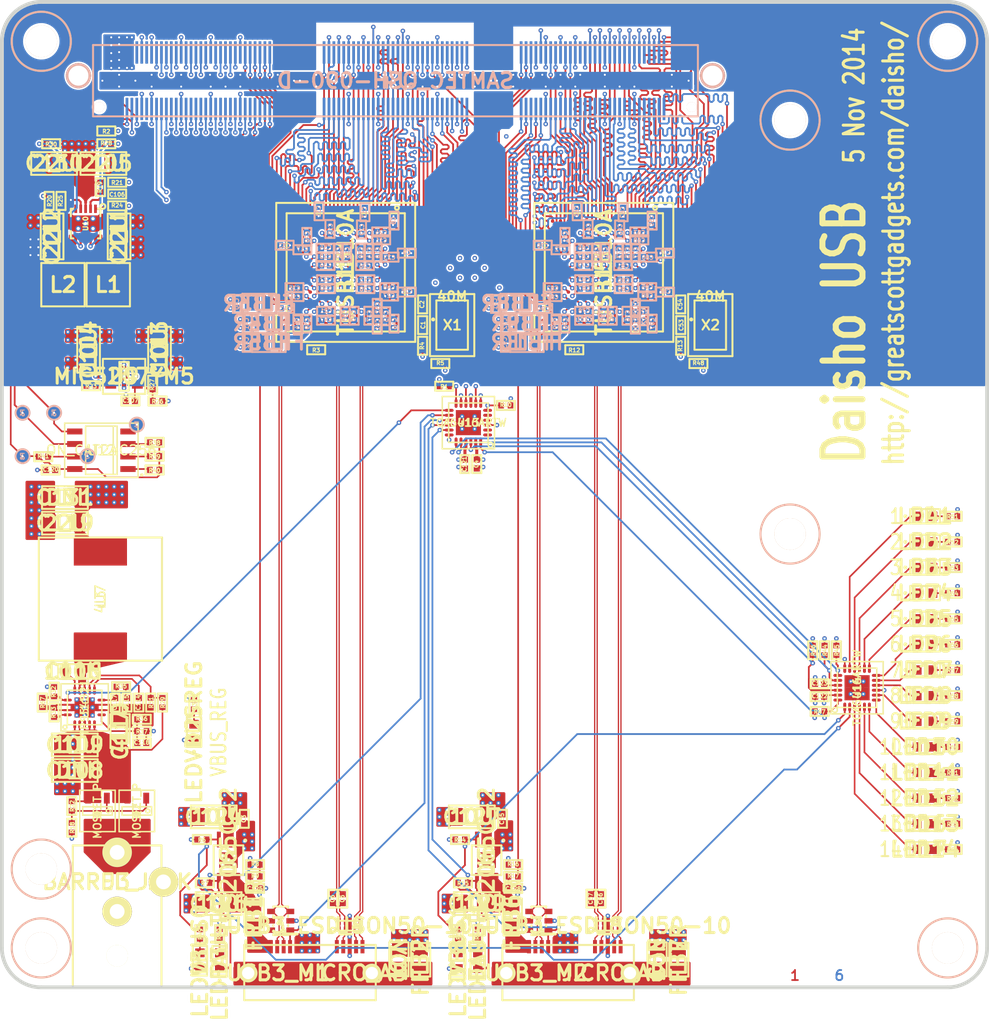
<source format=kicad_pcb>
(kicad_pcb (version 20221018) (generator pcbnew)
  (title_block (date "20 mar 2014"))
  (layers (0 "F.Cu" signal "1_top") (1 "In1.Cu" power "2_gnd") (2 "In2.Cu" signal "3_inner") (3 "In3.Cu" signal "4_inner") (4 "In4.Cu" power "5_pwr") (31 "B.Cu" signal "6_bot") (34 "B.Paste" user) (35 "F.Paste" user) (36 "B.SilkS" user "B.Silkscreen") (37 "F.SilkS" user "F.Silkscreen") (38 "B.Mask" user) (39 "F.Mask" user) (44 "Edge.Cuts" user))
  (net 0 "")
  (net 1 "/main_board_if/EEPROM_A0")
  (net 2 "/main_board_if/EEPROM_A1")
  (net 3 "/main_board_if/EEPROM_A2")
  (net 4 "/main_board_if/EEPROM_WP")
  (net 5 "/main_board_if/FE_I2C_SCL")
  (net 6 "/main_board_if/FE_I2C_SDA")
  (net 7 "/main_board_if/IO_INT#")
  (net 8 "/main_board_if/IO_RESET#")
  (net 9 "/main_board_if/IO_SCL")
  (net 10 "/main_board_if/IO_SDA")
  (net 11 "/main_board_if/USB0_POWER_EN")
  (net 12 "/main_board_if/USB0_POWER_FLT#")
  (net 13 "/main_board_if/USB0_XI")
  (net 14 "/main_board_if/USB1_POWER_EN")
  (net 15 "/main_board_if/USB1_POWER_FLT#")
  (net 16 "/main_board_if/USB1_XI")
  (net 17 "/power/V1P1_FB")
  (net 18 "/power/V1P1_SW")
  (net 19 "/power/V1P8_FB")
  (net 20 "/power/V1P8_SW")
  (net 21 "/usb0_interfaces/DM")
  (net 22 "/usb0_interfaces/DP")
  (net 23 "/usb0_interfaces/ELAS_BUF_MODE")
  (net 24 "/usb0_interfaces/ID")
  (net 25 "/usb0_interfaces/PCLK")
  (net 26 "/usb0_interfaces/PHY_RESETN")
  (net 27 "/usb0_interfaces/PHY_STATUS")
  (net 28 "/usb0_interfaces/POWER_DOWN0")
  (net 29 "/usb0_interfaces/POWER_DOWN1")
  (net 30 "/usb0_interfaces/PWRPRESENT")
  (net 31 "/usb0_interfaces/RESETN")
  (net 32 "/usb0_interfaces/RX_DATA0")
  (net 33 "/usb0_interfaces/RX_DATA1")
  (net 34 "/usb0_interfaces/RX_DATA10")
  (net 35 "/usb0_interfaces/RX_DATA11")
  (net 36 "/usb0_interfaces/RX_DATA12")
  (net 37 "/usb0_interfaces/RX_DATA13")
  (net 38 "/usb0_interfaces/RX_DATA14")
  (net 39 "/usb0_interfaces/RX_DATA15")
  (net 40 "/usb0_interfaces/RX_DATA2")
  (net 41 "/usb0_interfaces/RX_DATA3")
  (net 42 "/usb0_interfaces/RX_DATA4")
  (net 43 "/usb0_interfaces/RX_DATA5")
  (net 44 "/usb0_interfaces/RX_DATA6")
  (net 45 "/usb0_interfaces/RX_DATA7")
  (net 46 "/usb0_interfaces/RX_DATA8")
  (net 47 "/usb0_interfaces/RX_DATA9")
  (net 48 "/usb0_interfaces/RX_DATAK0")
  (net 49 "/usb0_interfaces/RX_DATAK1")
  (net 50 "/usb0_interfaces/RX_ELECIDLE")
  (net 51 "/usb0_interfaces/RX_POLARITY")
  (net 52 "/usb0_interfaces/RX_STATUS0")
  (net 53 "/usb0_interfaces/RX_STATUS1")
  (net 54 "/usb0_interfaces/RX_STATUS2")
  (net 55 "/usb0_interfaces/RX_TERMINATION")
  (net 56 "/usb0_interfaces/RX_VALID")
  (net 57 "/usb0_interfaces/SSRXM")
  (net 58 "/usb0_interfaces/SSRXP")
  (net 59 "/usb0_interfaces/SSTXM")
  (net 60 "/usb0_interfaces/SSTXM_C")
  (net 61 "/usb0_interfaces/SSTXP")
  (net 62 "/usb0_interfaces/SSTXP_C")
  (net 63 "/usb0_interfaces/TX_CLK")
  (net 64 "/usb0_interfaces/TX_DATA0")
  (net 65 "/usb0_interfaces/TX_DATA1")
  (net 66 "/usb0_interfaces/TX_DATA10")
  (net 67 "/usb0_interfaces/TX_DATA11")
  (net 68 "/usb0_interfaces/TX_DATA12")
  (net 69 "/usb0_interfaces/TX_DATA13")
  (net 70 "/usb0_interfaces/TX_DATA14")
  (net 71 "/usb0_interfaces/TX_DATA15")
  (net 72 "/usb0_interfaces/TX_DATA2")
  (net 73 "/usb0_interfaces/TX_DATA3")
  (net 74 "/usb0_interfaces/TX_DATA4")
  (net 75 "/usb0_interfaces/TX_DATA5")
  (net 76 "/usb0_interfaces/TX_DATA6")
  (net 77 "/usb0_interfaces/TX_DATA7")
  (net 78 "/usb0_interfaces/TX_DATA8")
  (net 79 "/usb0_interfaces/TX_DATA9")
  (net 80 "/usb0_interfaces/TX_DATAK0")
  (net 81 "/usb0_interfaces/TX_DATAK1")
  (net 82 "/usb0_interfaces/TX_DEEMPH0")
  (net 83 "/usb0_interfaces/TX_DEEMPH1")
  (net 84 "/usb0_interfaces/TX_DETRX_LPBK")
  (net 85 "/usb0_interfaces/TX_ELECIDLE")
  (net 86 "/usb0_interfaces/TX_MARGIN0")
  (net 87 "/usb0_interfaces/TX_MARGIN1")
  (net 88 "/usb0_interfaces/TX_MARGIN2")
  (net 89 "/usb0_interfaces/TX_ONESZEROS")
  (net 90 "/usb0_interfaces/TX_SWING")
  (net 91 "/usb0_interfaces/ULPI_CLK")
  (net 92 "/usb0_interfaces/ULPI_DATA0")
  (net 93 "/usb0_interfaces/ULPI_DATA1")
  (net 94 "/usb0_interfaces/ULPI_DATA2")
  (net 95 "/usb0_interfaces/ULPI_DATA3")
  (net 96 "/usb0_interfaces/ULPI_DATA4")
  (net 97 "/usb0_interfaces/ULPI_DATA5")
  (net 98 "/usb0_interfaces/ULPI_DATA6")
  (net 99 "/usb0_interfaces/ULPI_DATA7")
  (net 100 "/usb0_interfaces/ULPI_DIR")
  (net 101 "/usb0_interfaces/ULPI_NXT")
  (net 102 "/usb0_interfaces/ULPI_STP")
  (net 103 "/usb0_interfaces/USB3_SHIELD")
  (net 104 "/usb0_interfaces/VBUS")
  (net 105 "/usb0_interfaces/VSSOSC")
  (net 106 "/usb0_interfaces/XO")
  (net 107 "/usb0_power/A1P1")
  (net 108 "/usb0_power/A1P8")
  (net 109 "/usb0_power/A3P3")
  (net 110 "/usb1_interfaces/DM")
  (net 111 "/usb1_interfaces/DP")
  (net 112 "/usb1_interfaces/ELAS_BUF_MODE")
  (net 113 "/usb1_interfaces/ID")
  (net 114 "/usb1_interfaces/PCLK")
  (net 115 "/usb1_interfaces/PHY_RESETN")
  (net 116 "/usb1_interfaces/PHY_STATUS")
  (net 117 "/usb1_interfaces/POWER_DOWN0")
  (net 118 "/usb1_interfaces/POWER_DOWN1")
  (net 119 "/usb1_interfaces/PWRPRESENT")
  (net 120 "/usb1_interfaces/RESETN")
  (net 121 "/usb1_interfaces/RX_DATA0")
  (net 122 "/usb1_interfaces/RX_DATA1")
  (net 123 "/usb1_interfaces/RX_DATA10")
  (net 124 "/usb1_interfaces/RX_DATA11")
  (net 125 "/usb1_interfaces/RX_DATA12")
  (net 126 "/usb1_interfaces/RX_DATA13")
  (net 127 "/usb1_interfaces/RX_DATA14")
  (net 128 "/usb1_interfaces/RX_DATA15")
  (net 129 "/usb1_interfaces/RX_DATA2")
  (net 130 "/usb1_interfaces/RX_DATA3")
  (net 131 "/usb1_interfaces/RX_DATA4")
  (net 132 "/usb1_interfaces/RX_DATA5")
  (net 133 "/usb1_interfaces/RX_DATA6")
  (net 134 "/usb1_interfaces/RX_DATA7")
  (net 135 "/usb1_interfaces/RX_DATA8")
  (net 136 "/usb1_interfaces/RX_DATA9")
  (net 137 "/usb1_interfaces/RX_DATAK0")
  (net 138 "/usb1_interfaces/RX_DATAK1")
  (net 139 "/usb1_interfaces/RX_ELECIDLE")
  (net 140 "/usb1_interfaces/RX_POLARITY")
  (net 141 "/usb1_interfaces/RX_STATUS0")
  (net 142 "/usb1_interfaces/RX_STATUS1")
  (net 143 "/usb1_interfaces/RX_STATUS2")
  (net 144 "/usb1_interfaces/RX_TERMINATION")
  (net 145 "/usb1_interfaces/RX_VALID")
  (net 146 "/usb1_interfaces/SSRXM")
  (net 147 "/usb1_interfaces/SSRXP")
  (net 148 "/usb1_interfaces/SSTXM")
  (net 149 "/usb1_interfaces/SSTXM_C")
  (net 150 "/usb1_interfaces/SSTXP")
  (net 151 "/usb1_interfaces/SSTXP_C")
  (net 152 "/usb1_interfaces/TX_CLK")
  (net 153 "/usb1_interfaces/TX_DATA0")
  (net 154 "/usb1_interfaces/TX_DATA1")
  (net 155 "/usb1_interfaces/TX_DATA10")
  (net 156 "/usb1_interfaces/TX_DATA11")
  (net 157 "/usb1_interfaces/TX_DATA12")
  (net 158 "/usb1_interfaces/TX_DATA13")
  (net 159 "/usb1_interfaces/TX_DATA14")
  (net 160 "/usb1_interfaces/TX_DATA15")
  (net 161 "/usb1_interfaces/TX_DATA2")
  (net 162 "/usb1_interfaces/TX_DATA3")
  (net 163 "/usb1_interfaces/TX_DATA4")
  (net 164 "/usb1_interfaces/TX_DATA5")
  (net 165 "/usb1_interfaces/TX_DATA6")
  (net 166 "/usb1_interfaces/TX_DATA7")
  (net 167 "/usb1_interfaces/TX_DATA8")
  (net 168 "/usb1_interfaces/TX_DATA9")
  (net 169 "/usb1_interfaces/TX_DATAK0")
  (net 170 "/usb1_interfaces/TX_DATAK1")
  (net 171 "/usb1_interfaces/TX_DEEMPH0")
  (net 172 "/usb1_interfaces/TX_DEEMPH1")
  (net 173 "/usb1_interfaces/TX_DETRX_LPBK")
  (net 174 "/usb1_interfaces/TX_ELECIDLE")
  (net 175 "/usb1_interfaces/TX_MARGIN0")
  (net 176 "/usb1_interfaces/TX_MARGIN1")
  (net 177 "/usb1_interfaces/TX_MARGIN2")
  (net 178 "/usb1_interfaces/TX_ONESZEROS")
  (net 179 "/usb1_interfaces/TX_SWING")
  (net 180 "/usb1_interfaces/ULPI_CLK")
  (net 181 "/usb1_interfaces/ULPI_DATA0")
  (net 182 "/usb1_interfaces/ULPI_DATA1")
  (net 183 "/usb1_interfaces/ULPI_DATA2")
  (net 184 "/usb1_interfaces/ULPI_DATA3")
  (net 185 "/usb1_interfaces/ULPI_DATA4")
  (net 186 "/usb1_interfaces/ULPI_DATA5")
  (net 187 "/usb1_interfaces/ULPI_DATA6")
  (net 188 "/usb1_interfaces/ULPI_DATA7")
  (net 189 "/usb1_interfaces/ULPI_DIR")
  (net 190 "/usb1_interfaces/ULPI_NXT")
  (net 191 "/usb1_interfaces/ULPI_STP")
  (net 192 "/usb1_interfaces/USB3_SHIELD")
  (net 193 "/usb1_interfaces/VBUS")
  (net 194 "/usb1_interfaces/VSSOSC")
  (net 195 "/usb1_interfaces/XO")
  (net 196 "/usb1_power/A1P1")
  (net 197 "/usb1_power/A1P8")
  (net 198 "/usb1_power/A3P3")
  (net 199 "GND")
  (net 200 "Net-(C107-Pad1)")
  (net 201 "Net-(C118-Pad2)")
  (net 202 "Net-(Q1-PadG)")
  (net 203 "Net-(R12-Pad1)")
  (net 204 "Net-(R12-Pad2)")
  (net 205 "Net-(R16-Pad1)")
  (net 206 "Net-(R19-Pad2)")
  (net 207 "Net-(R23-Pad2)")
  (net 208 "Net-(R28-Pad1)")
  (net 209 "Net-(R3-Pad1)")
  (net 210 "Net-(R3-Pad2)")
  (net 211 "Net-(R30-Pad1)")
  (net 212 "Net-(R8-Pad1)")
  (net 213 "V1P1")
  (net 214 "V1P8")
  (net 215 "V3P3D")
  (net 216 "VRAW_SW")
  (net 217 "Net-(C114-Pad1)")
  (net 218 "Net-(D2-Pad1)")
  (net 219 "Net-(D1-Pad1)")
  (net 220 "Net-(D3-Pad1)")
  (net 221 "Net-(D4-Pad1)")
  (net 222 "Net-(D5-Pad1)")
  (net 223 "Net-(D6-Pad1)")
  (net 224 "Net-(D7-Pad1)")
  (net 225 "Net-(D8-Pad1)")
  (net 226 "Net-(D9-Pad1)")
  (net 227 "Net-(D10-Pad1)")
  (net 228 "Net-(D11-Pad1)")
  (net 229 "Net-(D12-Pad1)")
  (net 230 "Net-(D13-Pad1)")
  (net 231 "Net-(D14-Pad1)")
  (net 232 "Net-(D15-Pad1)")
  (net 233 "Net-(D16-Pad1)")
  (net 234 "Net-(D17-Pad1)")
  (net 235 "Net-(D18-Pad1)")
  (net 236 "Net-(D19-Pad1)")
  (net 237 "/main_board_if/VALT_FE_PWRGD")
  (net 238 "Net-(D17-Pad2)")
  (net 239 "Net-(D16-Pad2)")
  (net 240 "Net-(D15-Pad2)")
  (net 241 "Net-(D14-Pad2)")
  (net 242 "Net-(D13-Pad2)")
  (net 243 "Net-(D12-Pad2)")
  (net 244 "Net-(D11-Pad2)")
  (net 245 "Net-(D10-Pad2)")
  (net 246 "Net-(D9-Pad2)")
  (net 247 "Net-(D8-Pad2)")
  (net 248 "Net-(D7-Pad2)")
  (net 249 "Net-(D6-Pad2)")
  (net 250 "Net-(D5-Pad2)")
  (net 251 "Net-(D4-Pad2)")
  (net 252 "/usb0_interfaces/XI")
  (net 253 "/usb1_interfaces/XI")
  (net 254 "Net-(R29-Pad2)")
  (net 255 "Net-(R33-Pad2)")
  (net 256 "Net-(C115-Pad1)")
  (net 257 "Net-(C117-Pad1)")
  (net 258 "Net-(C116-Pad1)")
  (net 259 "/main_board_if/EEPROM_VCC")
  (net 260 "VBUS_REG")
  (net 261 "/power/SW_PH")
  (net 262 "/power/SW_PVIN")
  (net 263 "/usb0_interfaces/VBUS_RAW")
  (net 264 "/usb1_interfaces/VBUS_RAW")
  (net 265 "/power/DC_IN")
  (net 266 "Net-(J3-Pad3)")
  (net 267 "Net-(J4-Pad5)")
  (net 268 "Net-(J4-Pad9)")
  (net 269 "Net-(J4-Pad10)")
  (net 270 "Net-(J4-Pad58)")
  (net 271 "Net-(J4-Pad145)")
  (net 272 "Net-(U1-PadA14)")
  (net 273 "Net-(U1-PadC13)")
  (net 274 "Net-(U1-PadC14)")
  (net 275 "Net-(U1-PadD5)")
  (net 276 "Net-(U1-PadD6)")
  (net 277 "Net-(U1-PadD10)")
  (net 278 "Net-(U1-PadD11)")
  (net 279 "Net-(U1-PadE11)")
  (net 280 "Net-(U1-PadE12)")
  (net 281 "Net-(U1-PadF11)")
  (net 282 "Net-(U1-PadG11)")
  (net 283 "Net-(U1-PadH12)")
  (net 284 "Net-(U1-PadJ4)")
  (net 285 "Net-(U1-PadJ12)")
  (net 286 "Net-(U1-PadK4)")
  (net 287 "Net-(U1-PadL6)")
  (net 288 "Net-(U3-Pad6)")
  (net 289 "Net-(U5-PadA14)")
  (net 290 "Net-(U5-PadC13)")
  (net 291 "Net-(U5-PadC14)")
  (net 292 "Net-(U5-PadD5)")
  (net 293 "Net-(U5-PadD6)")
  (net 294 "Net-(U5-PadD10)")
  (net 295 "Net-(U5-PadD11)")
  (net 296 "Net-(U5-PadE11)")
  (net 297 "Net-(U5-PadE12)")
  (net 298 "Net-(U5-PadF11)")
  (net 299 "Net-(U5-PadG11)")
  (net 300 "Net-(U5-PadH12)")
  (net 301 "Net-(U5-PadJ4)")
  (net 302 "Net-(U5-PadJ12)")
  (net 303 "Net-(U5-PadK4)")
  (net 304 "Net-(U5-PadL6)")
  (net 305 "Net-(U7-Pad6)")
  (net 306 "Net-(U13-Pad1)")
  (net 307 "Net-(U13-Pad2)")
  (net 308 "Net-(U13-Pad4)")
  (net 309 "Net-(U13-Pad5)")
  (footprint "ipc_osccc320x500x105-4n:IPC_OSCCC320X500X105-4N" (layer "F.Cu") (at 123.2 81.3)
    (fp_text reference "X1")
    (fp_text value "40M")
  )
  (footprint "ipc_osccc320x500x105-4n:IPC_OSCCC320X500X105-4N" (layer "F.Cu") (at 149.4 81.3)
    (fp_text reference "X2")
    (fp_text value "40M")
  )
  (footprint "ipc_capc1005x55n:IPC_CAPC1005X55N" (layer "F.Cu") (at 120.2 81.3 90)
    (fp_text reference "C1")
    (fp_text value "27P" hide)
  )
  (footprint "ipc_capc1005x55n:IPC_CAPC1005X55N" (layer "F.Cu") (at 120.2 79.2 -90)
    (fp_text reference "C2")
    (fp_text value "27P" hide)
  )
  (footprint "ipc_capc1005x55n:IPC_CAPC1005X55N" (layer "F.Cu") (at 102.1 131.4 -90)
    (fp_text reference "C3")
    (fp_text value "100N" hide)
  )
  (footprint "ipc_capc1005x55n:IPC_CAPC1005X55N" (layer "F.Cu") (at 125.7 95.4 -90)
    (fp_text reference "C4")
    (fp_text value "100N" hide)
  )
  (footprint "ipc_capc1005x55n:IPC_CAPC1005X55N" (layer "F.Cu") (at 112.1 139.5 -90)
    (fp_text reference "C5")
    (fp_text value "100N" hide)
  )
  (footprint "ipc_capc1005x55n:IPC_CAPC1005X55N" (layer "F.Cu") (at 111.1 139.5 -90)
    (fp_text reference "C6")
    (fp_text value "100N" hide)
  )
  (footprint "ipc_capc1005x55n:IPC_CAPC1005X55N" (layer "F.Cu") (at 146.4 81.3 90)
    (fp_text reference "C53")
    (fp_text value "27P" hide)
  )
  (footprint "ipc_capc1005x55n:IPC_CAPC1005X55N" (layer "F.Cu") (at 146.4 79.2 -90)
    (fp_text reference "C54")
    (fp_text value "27P" hide)
  )
  (footprint "ipc_capc1005x55n:IPC_CAPC1005X55N" (layer "F.Cu") (at 138.3 139.5 -90)
    (fp_text reference "C56")
    (fp_text value "100N" hide)
  )
  (footprint "ipc_capc1005x55n:IPC_CAPC1005X55N" (layer "F.Cu") (at 137.3 139.5 -90)
    (fp_text reference "C57")
    (fp_text value "100N" hide)
  )
  (footprint "ipc_capc1005x55n:IPC_CAPC1005X55N" (layer "F.Cu") (at 89.2 68)
    (fp_text reference "C106")
    (fp_text value "33P" hide)
  )
  (footprint "ipc_capc1005x55n:IPC_CAPC1005X55N" (layer "F.Cu") (at 90.55 89 180)
    (fp_text reference "C107")
    (fp_text value "470P" hide)
  )
  (footprint "ipc_capc1005x55n:IPC_CAPC1005X55N" (layer "F.Cu") (at 82.45 96 180)
    (fp_text reference "C120")
    (fp_text value "100N" hide)
  )
  (footprint "ipc_capc1005x55n:IPC_CAPC1005X55N" (layer "F.Cu") (at 124.5 95.4 -90)
    (fp_text reference "C121")
    (fp_text value "100N" hide)
  )
  (footprint "ipc_capc1005x55n:IPC_CAPC1005X55N" (layer "F.Cu") (at 160.5 119 180)
    (fp_text reference "C122")
    (fp_text value "100N" hide)
  )
  (footprint "ipc_capc1005x55n:IPC_CAPC1005X55N" (layer "F.Cu") (at 160.5 117.7 180)
    (fp_text reference "C123")
    (fp_text value "100N" hide)
  )
  (footprint "ipc_capc1005x55n:IPC_CAPC1005X55N" (layer "F.Cu") (at 103.2 138.45)
    (fp_text reference "C125")
    (fp_text value "100N" hide)
  )
  (footprint "ipc_capc1005x55n:IPC_CAPC1005X55N" (layer "F.Cu") (at 129.4 138.45)
    (fp_text reference "C128")
    (fp_text value "100N" hide)
  )
  (footprint "usb3_micro_ab:USB3_MICRO_AB" (layer "F.Cu") (at 109.45 147.05)
    (fp_text reference "J1")
    (fp_text value "USB3_MICRO_AB")
  )
  (footprint "usb3_micro_ab:USB3_MICRO_AB" (layer "F.Cu") (at 135.65 147.05)
    (fp_text reference "J2")
    (fp_text value "USB3_MICRO_AB")
  )
  (footprint "ipc_resc1005x40n:IPC_RESC1005X40N" (layer "F.Cu") (at 122.4 87.5)
    (fp_text reference "R1")
    (fp_text value "10K" hide)
  )
  (footprint "ipc_resc1005x40n:IPC_RESC1005X40N" (layer "F.Cu") (at 109.4 83.8)
    (fp_text reference "R3")
    (fp_text value "10K" hide)
  )
  (footprint "ipc_resc1005x40n:IPC_RESC1005X40N" (layer "F.Cu") (at 120.2 83.4 -90)
    (fp_text reference "R4")
    (fp_text value "DNI" hide)
  )
  (footprint "ipc_resc1005x40n:IPC_RESC1005X40N" (layer "F.Cu") (at 122 85.2 180)
    (fp_text reference "R5")
    (fp_text value "DNI" hide)
  )
  (footprint "ipc_resc1005x40n:IPC_RESC1005X40N" (layer "F.Cu") (at 97.8 133.5)
    (fp_text reference "R6")
    (fp_text value "10K" hide)
  )
  (footprint "ipc_resc1005x40n:IPC_RESC1005X40N" (layer "F.Cu") (at 103.2 137.25 180)
    (fp_text reference "R9")
    (fp_text value "90K9" hide)
  )
  (footprint "ipc_resc1005x40n:IPC_RESC1005X40N" (layer "F.Cu") (at 128.65 89.45 180)
    (fp_text reference "R10")
    (fp_text value "10K" hide)
  )
  (footprint "ipc_resc1005x40n:IPC_RESC1005X40N" (layer "F.Cu") (at 135.6 83.8)
    (fp_text reference "R12")
    (fp_text value "10K" hide)
  )
  (footprint "ipc_resc1005x40n:IPC_RESC1005X40N" (layer "F.Cu") (at 146.4 83.4 -90)
    (fp_text reference "R13")
    (fp_text value "DNI" hide)
  )
  (footprint "ipc_resc1005x40n:IPC_RESC1005X40N" (layer "F.Cu") (at 124.3 137.9)
    (fp_text reference "R15")
    (fp_text value "10K" hide)
  )
  (footprint "ipc_resc1005x40n:IPC_RESC1005X40N" (layer "F.Cu") (at 129.4 136.05 180)
    (fp_text reference "R16")
    (fp_text value "10K" hide)
  )
  (footprint "ipc_resc1005x40n:IPC_RESC1005X40N" (layer "F.Cu") (at 129.4 137.25 180)
    (fp_text reference "R17")
    (fp_text value "90K9" hide)
  )
  (footprint "ipc_resc1005x40n:IPC_RESC1005X40N" (layer "F.Cu") (at 84.6 132.3 90)
    (fp_text reference "R18")
    (fp_text value "30K" hide)
  )
  (footprint "ipc_resc1005x40n:IPC_RESC1005X40N" (layer "F.Cu") (at 87.5 67.3 -90)
    (fp_text reference "R19")
    (fp_text value "10K" hide)
  )
  (footprint "ipc_resc1005x40n:IPC_RESC1005X40N" (layer "F.Cu") (at 82.3 68.7 90)
    (fp_text reference "R20")
    (fp_text value "165K" hide)
  )
  (footprint "ipc_resc1005x40n:IPC_RESC1005X40N" (layer "F.Cu") (at 84.6 130.1 90)
    (fp_text reference "R22")
    (fp_text value "30K" hide)
  )
  (footprint "ipc_resc1005x40n:IPC_RESC1005X40N" (layer "F.Cu") (at 86.55 87.45)
    (fp_text reference "R23")
    (fp_text value "0R" hide)
  )
  (footprint "ipc_resc1005x40n:IPC_RESC1005X40N" (layer "F.Cu") (at 89.2 69.2 180)
    (fp_text reference "R24")
    (fp_text value "360K" hide)
  )
  (footprint "ipc_resc1005x40n:IPC_RESC1005X40N" (layer "F.Cu") (at 83.5 68.7 -90)
    (fp_text reference "R25")
    (fp_text value "137K" hide)
  )
  (footprint "ipc_resc1005x40n:IPC_RESC1005X40N" (layer "F.Cu") (at 93.3 89)
    (fp_text reference "R26")
    (fp_text value "174K" hide)
  )
  (footprint "ipc_resc1005x40n:IPC_RESC1005X40N" (layer "F.Cu") (at 92.8 87.35 -90)
    (fp_text reference "R27")
    (fp_text value "105K" hide)
  )
  (footprint "ipc_resc1005x40n:IPC_RESC1005X40N" (layer "F.Cu") (at 88.1 62.9 180)
    (fp_text reference "R28")
    (fp_text value "0R" hide)
  )
  (footprint "ipc_resc1005x40n:IPC_RESC1005X40N" (layer "F.Cu") (at 82.5 62.9)
    (fp_text reference "R30")
    (fp_text value "0R" hide)
  )
  (footprint "ipc_resc1005x40n:IPC_RESC1005X40N" (layer "F.Cu") (at 97 119.8 90)
    (fp_text reference "R34")
    (fp_text value "1K" hide)
  )
  (footprint "ipc_resc1005x40n:IPC_RESC1005X40N" (layer "F.Cu") (at 93 93.2)
    (fp_text reference "R38")
    (fp_text value "DNI" hide)
  )
  (footprint "ipc_resc1005x40n:IPC_RESC1005X40N" (layer "F.Cu") (at 93 94.6)
    (fp_text reference "R39")
    (fp_text value "DNI" hide)
  )
  (footprint "ipc_resc1005x40n:IPC_RESC1005X40N" (layer "F.Cu") (at 93 96)
    (fp_text reference "R40")
    (fp_text value "DNI" hide)
  )
  (footprint "ipc_resc1005x40n:IPC_RESC1005X40N" (layer "F.Cu") (at 81.7 94.65 180)
    (fp_text reference "R41")
    (fp_text value "DNI" hide)
  )
  (footprint "ipc_resc1005x40n:IPC_RESC1005X40N" (layer "F.Cu") (at 161 114.3 90)
    (fp_text reference "R44")
    (fp_text value "10K" hide)
  )
  (footprint "ipc_resc1005x40n:IPC_RESC1005X40N" (layer "F.Cu") (at 162.2 114.3 90)
    (fp_text reference "R45")
    (fp_text value "10K" hide)
  )
  (footprint "ipc_resc1005x40n:IPC_RESC1005X40N" (layer "F.Cu") (at 159.8 114.3 90)
    (fp_text reference "R46")
    (fp_text value "10K" hide)
  )
  (footprint "ipc_resc1005x40n:IPC_RESC1005X40N" (layer "F.Cu") (at 160.5 120.5)
    (fp_text reference "R47")
    (fp_text value "10K" hide)
  )
  (footprint "ipc_resc1005x40n:IPC_RESC1005X40N" (layer "F.Cu") (at 148.2 85.2 180)
    (fp_text reference "R48")
    (fp_text value "DNI" hide)
  )
  (footprint "ipc_resc1005x40n:IPC_RESC1005X40N" (layer "F.Cu") (at 97.6 143.1 90)
    (fp_text reference "R49")
    (fp_text value "1K" hide)
  )
  (footprint "ipc_resc1005x40n:IPC_RESC1005X40N" (layer "F.Cu") (at 99.6 143.1 -90)
    (fp_text reference "R50")
    (fp_text value "1K" hide)
  )
  (footprint "ipc_resc1005x40n:IPC_RESC1005X40N" (layer "F.Cu") (at 123.8 143.1 90)
    (fp_text reference "R65")
    (fp_text value "1K" hide)
  )
  (footprint "ipc_resc1005x40n:IPC_RESC1005X40N" (layer "F.Cu") (at 125.8 143.1 -90)
    (fp_text reference "R66")
    (fp_text value "1K" hide)
  )
  (footprint "ipc_bga175c80p14x14_1200x1200x140:IPC_BGA175C80P14X14_1200X1200X140" (layer "F.Cu") (at 112.4 75.95 -90)
    (fp_text reference "U1")
    (fp_text value "TUSB1310A")
  )
  (footprint "ti_dgn_s-pdso-g8:TI_DGN_S-PDSO-G8" (layer "F.Cu") (at 100.5 135.6 -90)
    (fp_text reference "U2")
    (fp_text value "TPS2065C-2")
  )
  (footprint "gsg-sot457:GSG-SOT457" (layer "F.Cu") (at 105.8 141.75 90)
    (fp_text reference "U3")
    (fp_text value "GSG-IP4220CZ6" hide)
  )
  (footprint "usb3_esd_son50-10:USB3_ESD_SON50-10" (layer "F.Cu") (at 112.8 142.25)
    (fp_text reference "U4")
    (fp_text value "USB3_ESD_SON50-10")
  )
  (footprint "ipc_bga175c80p14x14_1200x1200x140:IPC_BGA175C80P14X14_1200X1200X140" (layer "F.Cu") (at 138.6 75.95 -90)
    (fp_text reference "U5")
    (fp_text value "TUSB1310A")
  )
  (footprint "ti_dgn_s-pdso-g8:TI_DGN_S-PDSO-G8" (layer "F.Cu") (at 126.7 135.6 -90)
    (fp_text reference "U6")
    (fp_text value "TPS2065C-2")
  )
  (footprint "gsg-sot457:GSG-SOT457" (layer "F.Cu") (at 132 141.75 90)
    (fp_text reference "U7")
    (fp_text value "GSG-IP4220CZ6" hide)
  )
  (footprint "usb3_esd_son50-10:USB3_ESD_SON50-10" (layer "F.Cu") (at 139 142.25)
    (fp_text reference "U8")
    (fp_text value "USB3_ESD_SON50-10")
  )
  (footprint "ipc_sot95p280x110-5n:IPC_SOT95P280X110-5N" (layer "F.Cu") (at 89.9 86.5)
    (fp_text reference "U9")
    (fp_text value "MIC5207YM5")
  )
  (footprint "ti_drc_s-pvson-n10:TI_DRC_S-PVSON-N10" (layer "F.Cu") (at 86 71 -90)
    (fp_text reference "U10")
    (fp_text value "TPS62420" hide)
  )
  (footprint "ti:ti_rtw_s-pwqfn-n24" (layer "F.Cu") (at 124.85 91.2 180)
    (fp_text reference "U13")
    (fp_text value "TCA6416ARTW")
  )
  (footprint "ti:ti_rtw_s-pwqfn-n24" (layer "F.Cu") (at 164.3 118.1 90)
    (fp_text reference "U14")
    (fp_text value "TCA6416ARTW")
  )
  (footprint "ipc_ledc1608x60n:IPC_LEDC1608X60N" (layer "F.Cu") (at 97.6 145.8 90)
    (fp_text reference "D1")
    (fp_text value "LEDVBUS0")
  )
  (footprint "ipc_ledc1608x60n:IPC_LEDC1608X60N" (layer "F.Cu") (at 97 122.6 90)
    (fp_text reference "D2")
    (fp_text value "LEDVBUSREG")
  )
  (footprint "ipc_ledc1608x60n:IPC_LEDC1608X60N" (layer "F.Cu") (at 99.6 145.8 90)
    (fp_text reference "D3")
    (fp_text value "LEDFAULT0")
  )
  (footprint "ipc_ledc1608x60n:IPC_LEDC1608X60N" (layer "F.Cu") (at 123.8 145.8 90)
    (fp_text reference "D18")
    (fp_text value "LEDVBUS1")
  )
  (footprint "ipc_ledc1608x60n:IPC_LEDC1608X60N" (layer "F.Cu") (at 125.8 145.8 90)
    (fp_text reference "D19")
    (fp_text value "LEDFAULT1")
  )
  (footprint "ipc_ledc1608x60n:IPC_LEDC1608X60N" (layer "F.Cu") (at 171.2 134.5)
    (fp_text reference "D17")
    (fp_text value "LED14")
  )
  (footprint "ipc_ledc1608x60n:IPC_LEDC1608X60N" (layer "F.Cu") (at 171.2 131.9)
    (fp_text reference "D16")
    (fp_text value "LED13")
  )
  (footprint "ipc_ledc1608x60n:IPC_LEDC1608X60N" (layer "F.Cu") (at 171.2 129.3)
    (fp_text reference "D15")
    (fp_text value "LED12")
  )
  (footprint "ipc_ledc1608x60n:IPC_LEDC1608X60N" (layer "F.Cu") (at 171.2 126.7)
    (fp_text reference "D14")
    (fp_text value "LED11")
  )
  (footprint "ipc_ledc1608x60n:IPC_LEDC1608X60N" (layer "F.Cu") (at 171.2 124.1)
    (fp_text reference "D13")
    (fp_text value "LED10")
  )
  (footprint "ipc_ledc1608x60n:IPC_LEDC1608X60N" (layer "F.Cu") (at 171.2 121.5)
    (fp_text reference "D12")
    (fp_text value "LED9")
  )
  (footprint "ipc_ledc1608x60n:IPC_LEDC1608X60N" (layer "F.Cu") (at 171.2 118.9)
    (fp_text reference "D11")
    (fp_text value "LED8")
  )
  (footprint "ipc_ledc1608x60n:IPC_LEDC1608X60N" (layer "F.Cu") (at 171.2 116.3)
    (fp_text reference "D10")
    (fp_text value "LED7")
  )
  (footprint "ipc_ledc1608x60n:IPC_LEDC1608X60N" (layer "F.Cu") (at 171.2 113.7)
    (fp_text reference "D9")
    (fp_text value "LED6")
  )
  (footprint "ipc_ledc1608x60n:IPC_LEDC1608X60N" (layer "F.Cu") (at 171.2 111.1)
    (fp_text reference "D8")
    (fp_text value "LED5")
  )
  (footprint "ipc_ledc1608x60n:IPC_LEDC1608X60N" (layer "F.Cu") (at 171.2 108.5)
    (fp_text reference "D7")
    (fp_text value "LED4")
  )
  (footprint "ipc_ledc1608x60n:IPC_LEDC1608X60N" (layer "F.Cu") (at 171.2 105.9)
    (fp_text reference "D6")
    (fp_text value "LED3")
  )
  (footprint "ipc_ledc1608x60n:IPC_LEDC1608X60N" (layer "F.Cu") (at 171.2 103.3)
    (fp_text reference "D5")
    (fp_text value "LED2")
  )
  (footprint "ipc_ledc1608x60n:IPC_LEDC1608X60N" (layer "F.Cu") (at 171.2 100.7)
    (fp_text reference "D4")
    (fp_text value "LED1")
  )
  (footprint "ipc_resc1005x40n:IPC_RESC1005X40N" (layer "F.Cu") (at 174 134.5)
    (fp_text reference "R64")
    (fp_text value "1K" hide)
  )
  (footprint "ipc_resc1005x40n:IPC_RESC1005X40N" (layer "F.Cu") (at 174 131.9)
    (fp_text reference "R63")
    (fp_text value "1K" hide)
  )
  (footprint "ipc_resc1005x40n:IPC_RESC1005X40N" (layer "F.Cu") (at 174 129.3)
    (fp_text reference "R62")
    (fp_text value "1K" hide)
  )
  (footprint "ipc_resc1005x40n:IPC_RESC1005X40N" (layer "F.Cu") (at 174 126.7)
    (fp_text reference "R61")
    (fp_text value "1K" hide)
  )
  (footprint "ipc_resc1005x40n:IPC_RESC1005X40N" (layer "F.Cu") (at 174 124.1)
    (fp_text reference "R60")
    (fp_text value "1K" hide)
  )
  (footprint "ipc_resc1005x40n:IPC_RESC1005X40N" (layer "F.Cu") (at 174 121.5)
    (fp_text reference "R59")
    (fp_text value "1K" hide)
  )
  (footprint "ipc_resc1005x40n:IPC_RESC1005X40N" (layer "F.Cu") (at 174 118.9)
    (fp_text reference "R58")
    (fp_text value "1K" hide)
  )
  (footprint "ipc_resc1005x40n:IPC_RESC1005X40N" (layer "F.Cu") (at 174 116.3)
    (fp_text reference "R57")
    (fp_text value "1K" hide)
  )
  (footprint "ipc_resc1005x40n:IPC_RESC1005X40N" (layer "F.Cu") (at 174 113.7)
    (fp_text reference "R56")
    (fp_text value "1K" hide)
  )
  (footprint "ipc_resc1005x40n:IPC_RESC1005X40N" (layer "F.Cu") (at 174 111.1)
    (fp_text reference "R55")
    (fp_text value "1K" hide)
  )
  (footprint "ipc_resc1005x40n:IPC_RESC1005X40N" (layer "F.Cu") (at 174 108.5)
    (fp_text reference "R54")
    (fp_text value "1K" hide)
  )
  (footprint "ipc_resc1005x40n:IPC_RESC1005X40N" (layer "F.Cu") (at 174 105.9)
    (fp_text reference "R53")
    (fp_text value "1K" hide)
  )
  (footprint "ipc_resc1005x40n:IPC_RESC1005X40N" (layer "F.Cu") (at 174 103.3)
    (fp_text reference "R52")
    (fp_text value "1K" hide)
  )
  (footprint "ipc_resc1005x40n:IPC_RESC1005X40N" (layer "F.Cu") (at 174 100.7)
    (fp_text reference "R51")
    (fp_text value "1K" hide)
  )
  (footprint "ipc_capc2012x140n:IPC_CAPC2012X140N" (layer "F.Cu") (at 117.8 145.65 90)
    (fp_text reference "C7")
    (fp_text value "10N")
  )
  (footprint "ipc_indc2012x130n:IPC_INDC2012X130N" (layer "F.Cu") (at 103.1 141.2 -90)
    (fp_text reference "FB1")
    (fp_text value "FILTER")
  )
  (footprint "ipc_indc2012x130n:IPC_INDC2012X130N" (layer "F.Cu") (at 129.3 141.2 -90)
    (fp_text reference "FB6")
    (fp_text value "FILTER")
  )
  (footprint "ipc_indc2012x130n:IPC_INDC2012X130N" (layer "F.Cu") (at 146.2 145.7 -90)
    (fp_text reference "FB7")
    (fp_text value "FILTER")
  )
  (footprint "ipc_indc2012x130n:IPC_INDC2012X130N" (layer "F.Cu") (at 120 145.7 -90)
    (fp_text reference "FB2")
    (fp_text value "FILTER")
  )
  (footprint "ipc_capc2012x140n:IPC_CAPC2012X140N" (layer "F.Cu") (at 144 145.65 90)
    (fp_text reference "C58")
    (fp_text value "10N")
  )
  (footprint "cui_pj-102_h:CUI_PJ-102[AB]H" (layer "F.Cu") (at 89.2 137.8 180)
    (fp_text reference "J3")
    (fp_text value "BARREL_JACK")
  )
  (footprint "ipc_sot:IPC_SOT95P280X125-3N_GSD" (layer "F.Cu") (at 87.2 130.6 -90)
    (fp_text reference "Q1")
    (fp_text value "MOSFET_P")
  )
  (footprint "ipc_sot:IPC_SOT95P280X125-3N_GSD" (layer "F.Cu") (at 91.2 130.6 -90)
    (fp_text reference "Q2")
    (fp_text value "MOSFET_P")
  )
  (footprint "ipc_capc2012x140n:IPC_CAPC2012X140N" (layer "F.Cu") (at 89.5 122.5 90)
    (fp_text reference "C110")
    (fp_text value "4U7")
  )
  (footprint "ipc_capc3216x180n:IPC_CAPC3216X180N" (layer "F.Cu") (at 84.9 126.5 180)
    (fp_text reference "C108")
    (fp_text value "DNI")
  )
  (footprint "ipc_capc3216x180n:IPC_CAPC3216X180N" (layer "F.Cu") (at 84.9 123.9 180)
    (fp_text reference "C109")
    (fp_text value "10U")
  )
  (footprint "ti:TI_RHL_S-PVQFN-N14" (layer "F.Cu") (at 85.9 120.1 90)
    (fp_text reference "U11")
    (fp_text value "TPS54821")
  )
  (footprint "bourns:BOURNS_SRR1260" (layer "F.Cu") (at 87.5 109.1 -90)
    (fp_text reference "L3")
    (fp_text value "4U7")
  )
  (footprint "ipc_capc3216x180n:IPC_CAPC3216X180N" (layer "F.Cu") (at 86.3 83.8 90)
    (fp_text reference "C104")
    (fp_text value "10U")
  )
  (footprint "ipc_capc3216x180n:IPC_CAPC3216X180N" (layer "F.Cu") (at 89.4 72.3 90)
    (fp_text reference "C111")
    (fp_text value "22U")
  )
  (footprint "ipc_capc3216x180n:IPC_CAPC3216X180N" (layer "F.Cu") (at 82.6 72.3 -90)
    (fp_text reference "C112")
    (fp_text value "22U")
  )
  (footprint "ipc_capc3216x180n:IPC_CAPC3216X180N" (layer "F.Cu") (at 93.5 83.8 90)
    (fp_text reference "C113")
    (fp_text value "10U")
  )
  (footprint "ipc_capc1005x55n:IPC_CAPC1005X55N" (layer "F.Cu") (at 91.4 119.6 -90)
    (fp_text reference "C114")
    (fp_text value "22N" hide)
  )
  (footprint "ipc_capc1005x55n:IPC_CAPC1005X55N" (layer "F.Cu") (at 90.2 119.6 -90)
    (fp_text reference "C115")
    (fp_text value "82N" hide)
  )
  (footprint "ipc_capc1005x55n:IPC_CAPC1005X55N" (layer "F.Cu") (at 89 119.6 -90)
    (fp_text reference "C117")
    (fp_text value "1N5" hide)
  )
  (footprint "ipc_capc1005x55n:IPC_CAPC1005X55N" (layer "F.Cu") (at 91.7 123.7 180)
    (fp_text reference "C118")
    (fp_text value "220P" hide)
  )
  (footprint "ipc_capc3216x180n:IPC_CAPC3216X180N" (layer "F.Cu") (at 83.9 101.4 180)
    (fp_text reference "C119")
    (fp_text value "22U")
  )
  (footprint "ipc_capc3216x180n:IPC_CAPC3216X180N" (layer "F.Cu") (at 99 131.2 180)
    (fp_text reference "C124")
    (fp_text value "10U")
  )
  (footprint "ipc_capc3216x180n:IPC_CAPC3216X180N" (layer "F.Cu") (at 125.2 131.2 180)
    (fp_text reference "C127")
    (fp_text value "10U")
  )
  (footprint "gsg-nrg4026:GSG-NRG4026" (layer "F.Cu") (at 88.3 77.2 180)
    (fp_text reference "L1")
    (fp_text value "4U7" hide)
  )
  (footprint "gsg-nrg4026:GSG-NRG4026" (layer "F.Cu") (at 83.7 77.2 180)
    (fp_text reference "L2")
    (fp_text value "4U7" hide)
  )
  (footprint "ipc_resc1005x40n:IPC_RESC1005X40N" (layer "F.Cu") (at 93.8 119.6 90)
    (fp_text reference "R29")
    (fp_text value "22K" hide)
  )
  (footprint "ipc_resc1005x40n:IPC_RESC1005X40N" (layer "F.Cu") (at 92.6 119.6 90)
    (fp_text reference "R31")
    (fp_text value "9K53" hide)
  )
  (footprint "ipc_resc1005x40n:IPC_RESC1005X40N" (layer "F.Cu") (at 82.8 120.6 -90)
    (fp_text reference "R33")
    (fp_text value "52K3" hide)
  )
  (footprint "ipc_resc1005x40n:IPC_RESC1005X40N" (layer "F.Cu") (at 89.6 118 180)
    (fp_text reference "R35")
    (fp_text value "1K58" hide)
  )
  (footprint "ipc_resc1005x40n:IPC_RESC1005X40N" (layer "F.Cu") (at 91.7 121.3 180)
    (fp_text reference "R36")
    (fp_text value "2K21" hide)
  )
  (footprint "ipc_resc1005x40n:IPC_RESC1005X40N" (layer "F.Cu") (at 91.7 122.5)
    (fp_text reference "R37")
    (fp_text value "16K2" hide)
  )
  (footprint "ipc_resc1005x40n:IPC_RESC1005X40N" (layer "F.Cu") (at 81.6 119.6 90)
    (fp_text reference "R67")
    (fp_text value "1M" hide)
  )
  (footprint "ipc_resc1005x40n:IPC_RESC1005X40N" (layer "F.Cu") (at 89.2 66.8)
    (fp_text reference "R21")
    (fp_text value "180K" hide)
  )
  (footprint "ipc_capc3216x180n:IPC_CAPC3216X180N" (layer "F.Cu") (at 87.8 64.9)
    (fp_text reference "C105")
    (fp_text value "22U")
  )
  (footprint "ipc_capc3216x180n:IPC_CAPC3216X180N" (layer "F.Cu") (at 82.8 64.9 180)
    (fp_text reference "C130")
    (fp_text value "22U")
  )
  (footprint "ipc_capc3216x180n:IPC_CAPC3216X180N" (layer "F.Cu") (at 83.9 98.8 180)
    (fp_text reference "C131")
    (fp_text value "DNI")
  )
  (footprint "ipc_resc1005x40n:IPC_RESC1005X40N" (layer "F.Cu") (at 82.8 118.5 -90)
    (fp_text reference "R32")
    (fp_text value "49K9" hide)
  )
  (footprint "ipc_capc3216x180n:IPC_CAPC3216X180N" (layer "F.Cu") (at 99.5 140 180)
    (fp_text reference "C126")
    (fp_text value "10U")
  )
  (footprint "ipc_capc3216x180n:IPC_CAPC3216X180N" (layer "F.Cu") (at 125.7 140 180)
    (fp_text reference "C129")
    (fp_text value "10U")
  )
  (footprint "ipc_resc1005x40n:IPC_RESC1005X40N" (layer "F.Cu") (at 124 133.5)
    (fp_text reference "R14")
    (fp_text value "10K" hide)
  )
  (footprint "ipc_resc1005x40n:IPC_RESC1005X40N" (layer "F.Cu") (at 98.1 137.9)
    (fp_text reference "R7")
    (fp_text value "10K" hide)
  )
  (footprint "ipc_capc1005x55n:IPC_CAPC1005X55N" (layer "F.Cu") (at 128.3 131.4 -90)
    (fp_text reference "C55")
    (fp_text value "100N" hide)
  )
  (footprint "ipc_resc1005x40n:IPC_RESC1005X40N" (layer "F.Cu") (at 103.2 136.05 180)
    (fp_text reference "R8")
    (fp_text value "10K" hide)
  )
  (footprint "ipc_capc1608x90n:IPC_CAPC1608X90N" (layer "F.Cu") (at 84.75 116.45)
    (fp_text reference "C116")
    (fp_text value "100N")
  )
  (footprint "ipc_soic:IPC_SOIC127P600X175-8N" (layer "F.Cu") (at 87.6 94 180)
    (fp_text reference "U12")
    (fp_text value "ON_CAT24C256")
  )
  (footprint "ipc_resc1005x40n:IPC_RESC1005X40N" (layer "F.Cu") (at 88.1 61.6)
    (fp_text reference "R2")
    (fp_text value "10K" hide)
  )
  (footprint "ipc_capc1005x55n:IPC_CAPC1005X55N" (layer "B.Cu") (at 117.3 70.7 90)
    (fp_text reference "C8")
    (fp_text value "100N" hide)
  )
  (footprint "ipc_capc1005x55n:IPC_CAPC1005X55N" (layer "B.Cu") (at 118.6 74)
    (fp_text reference "C9")
    (fp_text value "100N" hide)
  )
  (footprint "ipc_capc1005x55n:IPC_CAPC1005X55N" (layer "B.Cu") (at 115.6 73.95 -90)
    (fp_text reference "C10")
    (fp_text value "100N" hide)
  )
  (footprint "ipc_capc1005x55n:IPC_CAPC1005X55N" (layer "B.Cu") (at 116 72.65 180)
    (fp_text reference "C11")
    (fp_text value "100N" hide)
  )
  (footprint "ipc_capc1005x55n:IPC_CAPC1005X55N" (layer "B.Cu") (at 114.4 76.7 180)
    (fp_text reference "C12")
    (fp_text value "100N" hide)
  )
  (footprint "ipc_capc1005x55n:IPC_CAPC1005X55N" (layer "B.Cu") (at 114.35 69.85 90)
    (fp_text reference "C13")
    (fp_text value "100N" hide)
  )
  (footprint "ipc_capc1005x55n:IPC_CAPC1005X55N" (layer "B.Cu") (at 114.75 73.95 -90)
    (fp_text reference "C14")
    (fp_text value "100N" hide)
  )
  (footprint "ipc_capc1005x55n:IPC_CAPC1005X55N" (layer "B.Cu") (at 110.8 71.55 -90)
    (fp_text reference "C15")
    (fp_text value "100N" hide)
  )
  (footprint "ipc_capc1005x55n:IPC_CAPC1005X55N" (layer "B.Cu") (at 112.5 73.95 -90)
    (fp_text reference "C16")
    (fp_text value "100N" hide)
  )
  (footprint "ipc_capc1005x55n:IPC_CAPC1005X55N" (layer "B.Cu") (at 108 73.65)
    (fp_text reference "C17")
    (fp_text value "100N" hide)
  )
  (footprint "ipc_capc1005x55n:IPC_CAPC1005X55N" (layer "B.Cu") (at 110.35 74.4)
    (fp_text reference "C18")
    (fp_text value "100N" hide)
  )
  (footprint "ipc_capc1005x55n:IPC_CAPC1005X55N" (layer "B.Cu") (at 108.45 72.35 -90)
    (fp_text reference "C20")
    (fp_text value "100N" hide)
  )
  (footprint "ipc_capc1005x55n:IPC_CAPC1005X55N" (layer "B.Cu") (at 110.4 79.9)
    (fp_text reference "C21")
    (fp_text value "100N" hide)
  )
  (footprint "ipc_capc1005x55n:IPC_CAPC1005X55N" (layer "B.Cu") (at 110.4 76.7)
    (fp_text reference "C22")
    (fp_text value "100N" hide)
  )
  (footprint "ipc_capc1005x55n:IPC_CAPC1005X55N" (layer "B.Cu") (at 116.85 74.4 180)
    (fp_text reference "C23")
    (fp_text value "100N" hide)
  )
  (footprint "ipc_capc1005x55n:IPC_CAPC1005X55N" (layer "B.Cu") (at 116 71.85 180)
    (fp_text reference "C24")
    (fp_text value "100N" hide)
  )
  (footprint "ipc_capc1005x55n:IPC_CAPC1005X55N" (layer "B.Cu") (at 118.6 77.95)
    (fp_text reference "C25")
    (fp_text value "100N" hide)
  )
  (footprint "ipc_capc1005x55n:IPC_CAPC1005X55N" (layer "B.Cu") (at 114.35 75.25 180)
    (fp_text reference "C26")
    (fp_text value "100N" hide)
  )
  (footprint "ipc_capc1005x55n:IPC_CAPC1005X55N" (layer "B.Cu") (at 116.8 78.35)
    (fp_text reference "C27")
    (fp_text value "100N" hide)
  )
  (footprint "ipc_capc1005x55n:IPC_CAPC1005X55N" (layer "B.Cu") (at 114.4 77.6 180)
    (fp_text reference "C28")
    (fp_text value "100N" hide)
  )
  (footprint "ipc_capc1005x55n:IPC_CAPC1005X55N" (layer "B.Cu") (at 114 71.6 -90)
    (fp_text reference "C29")
    (fp_text value "100N" hide)
  )
  (footprint "ipc_capc1005x55n:IPC_CAPC1005X55N" (layer "B.Cu") (at 113.9 73.95 -90)
    (fp_text reference "C30")
    (fp_text value "100N" hide)
  )
  (footprint "ipc_capc1005x55n:IPC_CAPC1005X55N" (layer "B.Cu") (at 109.7 69.75 90)
    (fp_text reference "C31")
    (fp_text value "100N" hide)
  )
  (footprint "ipc_capc1005x55n:IPC_CAPC1005X55N" (layer "B.Cu") (at 111.65 73.95 -90)
    (fp_text reference "C32")
    (fp_text value "100N" hide)
  )
  (footprint "ipc_capc1005x55n:IPC_CAPC1005X55N" (layer "B.Cu") (at 106.2 73.2 180)
    (fp_text reference "C33")
    (fp_text value "100N" hide)
  )
  (footprint "ipc_capc1005x55n:IPC_CAPC1005X55N" (layer "B.Cu") (at 110.35 73.5)
    (fp_text reference "C34")
    (fp_text value "100N" hide)
  )
  (footprint "ipc_capc1005x55n:IPC_CAPC1005X55N" (layer "B.Cu") (at 110.35 75.25)
    (fp_text reference "C36")
    (fp_text value "100N" hide)
  )
  (footprint "ipc_capc1005x55n:IPC_CAPC1005X55N" (layer "B.Cu") (at 114.75 80.35 -90)
    (fp_text reference "C37")
    (fp_text value "100N" hide)
  )
  (footprint "ipc_capc1005x55n:IPC_CAPC1005X55N" (layer "B.Cu") (at 110.4 77.6)
    (fp_text reference "C38")
    (fp_text value "100N" hide)
  )
  (footprint "ipc_capc1005x55n:IPC_CAPC1005X55N" (layer "B.Cu") (at 101.4 79.15 -90)
    (fp_text reference "C40")
    (fp_text value "100N" hide)
  )
  (footprint "ipc_capc1005x55n:IPC_CAPC1005X55N" (layer "B.Cu") (at 102.4 81.15 -90)
    (fp_text reference "C41")
    (fp_text value "100N" hide)
  )
  (footprint "ipc_capc1005x55n:IPC_CAPC1005X55N" (layer "B.Cu") (at 102.4 83.1 -90)
    (fp_text reference "C42")
    (fp_text value "100N" hide)
  )
  (footprint "ipc_capc1005x55n:IPC_CAPC1005X55N" (layer "B.Cu") (at 107.55 81.15 90)
    (fp_text reference "C44")
    (fp_text value "100N" hide)
  )
  (footprint "ipc_capc1005x55n:IPC_CAPC1005X55N" (layer "B.Cu") (at 116.45 80.4 -90)
    (fp_text reference "C45")
    (fp_text value "100N" hide)
  )
  (footprint "ipc_capc1005x55n:IPC_CAPC1005X55N" (layer "B.Cu") (at 117.3 81.15 -90)
    (fp_text reference "C46")
    (fp_text value "100N" hide)
  )
  (footprint "ipc_capc1005x55n:IPC_CAPC1005X55N" (layer "B.Cu") (at 110.4 80.8)
    (fp_text reference "C47")
    (fp_text value "100N" hide)
  )
  (footprint "ipc_capc1005x55n:IPC_CAPC1005X55N" (layer "B.Cu") (at 116.8 77.5)
    (fp_text reference "C48")
    (fp_text value "100N" hide)
  )
  (footprint "ipc_capc1005x55n:IPC_CAPC1005X55N" (layer "B.Cu") (at 113.25 80.35 90)
    (fp_text reference "C49")
    (fp_text value "100N" hide)
  )
  (footprint "ipc_capc1005x55n:IPC_CAPC1005X55N" (layer "B.Cu") (at 112.35 80.35 90)
    (fp_text reference "C50")
    (fp_text value "100N" hide)
  )
  (footprint "ipc_capc1005x55n:IPC_CAPC1005X55N" (layer "B.Cu") (at 115.6 81.25 -90)
    (fp_text reference "C51")
    (fp_text value "100N" hide)
  )
  (footprint "ipc_capc1005x55n:IPC_CAPC1005X55N" (layer "B.Cu") (at 115.6 79.55 -90)
    (fp_text reference "C52")
    (fp_text value "100N" hide)
  )
  (footprint "ipc_capc1005x55n:IPC_CAPC1005X55N" (layer "B.Cu") (at 135.9 69.75 90)
    (fp_text reference "C60")
    (fp_text value "100N" hide)
  )
  (footprint "ipc_capc1005x55n:IPC_CAPC1005X55N" (layer "B.Cu") (at 140.55 69.85 90)
    (fp_text reference "C62")
    (fp_text value "100N" hide)
  )
  (footprint "ipc_capc1005x55n:IPC_CAPC1005X55N" (layer "B.Cu") (at 142.2 71.85 180)
    (fp_text reference "C63")
    (fp_text value "100N" hide)
  )
  (footprint "ipc_capc1005x55n:IPC_CAPC1005X55N" (layer "B.Cu") (at 137 71.55 -90)
    (fp_text reference "C64")
    (fp_text value "100N" hide)
  )
  (footprint "ipc_capc1005x55n:IPC_CAPC1005X55N" (layer "B.Cu") (at 136.55 73.5)
    (fp_text reference "C65")
    (fp_text value "100N" hide)
  )
  (footprint "ipc_capc1005x55n:IPC_CAPC1005X55N" (layer "B.Cu") (at 140.2 71.6 -90)
    (fp_text reference "C66")
    (fp_text value "100N" hide)
  )
  (footprint "ipc_capc1005x55n:IPC_CAPC1005X55N" (layer "B.Cu") (at 136.55 74.4)
    (fp_text reference "C67")
    (fp_text value "100N" hide)
  )
  (footprint "ipc_capc1005x55n:IPC_CAPC1005X55N" (layer "B.Cu") (at 142.2 72.65 180)
    (fp_text reference "C68")
    (fp_text value "100N" hide)
  )
  (footprint "ipc_capc1005x55n:IPC_CAPC1005X55N" (layer "B.Cu") (at 137.85 73.95 -90)
    (fp_text reference "C69")
    (fp_text value "100N" hide)
  )
  (footprint "ipc_capc1005x55n:IPC_CAPC1005X55N" (layer "B.Cu") (at 132.4 73.2 180)
    (fp_text reference "C70")
    (fp_text value "100N" hide)
  )
  (footprint "ipc_capc1005x55n:IPC_CAPC1005X55N" (layer "B.Cu") (at 140.1 73.95 -90)
    (fp_text reference "C73")
    (fp_text value "100N" hide)
  )
  (footprint "ipc_capc1005x55n:IPC_CAPC1005X55N" (layer "B.Cu") (at 140.95 73.95 -90)
    (fp_text reference "C75")
    (fp_text value "100N" hide)
  )
  (footprint "ipc_capc1005x55n:IPC_CAPC1005X55N" (layer "B.Cu") (at 140.95 80.35 -90)
    (fp_text reference "C76")
    (fp_text value "100N" hide)
  )
  (footprint "ipc_capc1005x55n:IPC_CAPC1005X55N" (layer "B.Cu") (at 141.8 73.95 -90)
    (fp_text reference "C77")
    (fp_text value "100N" hide)
  )
  (footprint "ipc_capc1005x55n:IPC_CAPC1005X55N" (layer "B.Cu") (at 136.6 79.9)
    (fp_text reference "C78")
    (fp_text value "100N" hide)
  )
  (footprint "ipc_capc1005x55n:IPC_CAPC1005X55N" (layer "B.Cu") (at 136.55 75.25)
    (fp_text reference "C79")
    (fp_text value "100N" hide)
  )
  (footprint "ipc_capc1005x55n:IPC_CAPC1005X55N" (layer "B.Cu") (at 143.05 74.4 180)
    (fp_text reference "C80")
    (fp_text value "100N" hide)
  )
  (footprint "ipc_capc1005x55n:IPC_CAPC1005X55N" (layer "B.Cu") (at 140.55 75.25 180)
    (fp_text reference "C81")
    (fp_text value "100N" hide)
  )
  (footprint "ipc_capc1005x55n:IPC_CAPC1005X55N" (layer "B.Cu") (at 136.6 76.7)
    (fp_text reference "C83")
    (fp_text value "100N" hide)
  )
  (footprint "ipc_capc1005x55n:IPC_CAPC1005X55N" (layer "B.Cu") (at 133.4 78.4 180)
    (fp_text reference "C84")
    (fp_text value "100N" hide)
  )
  (footprint "ipc_capc1005x55n:IPC_CAPC1005X55N" (layer "B.Cu") (at 140.6 76.7 180)
    (fp_text reference "C85")
    (fp_text value "100N" hide)
  )
  (footprint "ipc_capc1005x55n:IPC_CAPC1005X55N" (layer "B.Cu") (at 136.6 77.6)
    (fp_text reference "C87")
    (fp_text value "100N" hide)
  )
  (footprint "ipc_capc1005x55n:IPC_CAPC1005X55N" (layer "B.Cu") (at 140.6 77.6 180)
    (fp_text reference "C89")
    (fp_text value "100N" hide)
  )
  (footprint "ipc_capc1005x55n:IPC_CAPC1005X55N" (layer "B.Cu") (at 127.6 79.15 -90)
    (fp_text reference "C91")
    (fp_text value "100N" hide)
  )
  (footprint "ipc_capc1005x55n:IPC_CAPC1005X55N" (layer "B.Cu") (at 128.6 81.15 -90)
    (fp_text reference "C92")
    (fp_text value "100N" hide)
  )
  (footprint "ipc_capc1005x55n:IPC_CAPC1005X55N" (layer "B.Cu") (at 128.6 83.1 -90)
    (fp_text reference "C93")
    (fp_text value "100N" hide)
  )
  (footprint "ipc_capc1005x55n:IPC_CAPC1005X55N" (layer "B.Cu") (at 132.45 79.6 180)
    (fp_text reference "C94")
    (fp_text value "100N" hide)
  )
  (footprint "ipc_capc1005x55n:IPC_CAPC1005X55N" (layer "B.Cu") (at 143 77.5)
    (fp_text reference "C95")
    (fp_text value "100N" hide)
  )
  (footprint "ipc_capc1005x55n:IPC_CAPC1005X55N" (layer "B.Cu") (at 139.45 80.35 90)
    (fp_text reference "C96")
    (fp_text value "100N" hide)
  )
  (footprint "ipc_capc1005x55n:IPC_CAPC1005X55N" (layer "B.Cu") (at 143.5 81.15 -90)
    (fp_text reference "C97")
    (fp_text value "100N" hide)
  )
  (footprint "ipc_capc1005x55n:IPC_CAPC1005X55N" (layer "B.Cu") (at 138.55 80.35 90)
    (fp_text reference "C98")
    (fp_text value "100N" hide)
  )
  (footprint "ipc_capc1005x55n:IPC_CAPC1005X55N" (layer "B.Cu") (at 133.75 81.15 90)
    (fp_text reference "C99")
    (fp_text value "100N" hide)
  )
  (footprint "ipc_capc1005x55n:IPC_CAPC1005X55N" (layer "B.Cu") (at 141.8 81.25 -90)
    (fp_text reference "C100")
    (fp_text value "100N" hide)
  )
  (footprint "ipc_capc1005x55n:IPC_CAPC1005X55N" (layer "B.Cu") (at 136.6 80.8)
    (fp_text reference "C101")
    (fp_text value "100N" hide)
  )
  (footprint "ipc_capc1005x55n:IPC_CAPC1005X55N" (layer "B.Cu") (at 142.65 80.4 -90)
    (fp_text reference "C102")
    (fp_text value "100N" hide)
  )
  (footprint "ipc_capc1005x55n:IPC_CAPC1005X55N" (layer "B.Cu") (at 141.8 79.55 -90)
    (fp_text reference "C103")
    (fp_text value "100N" hide)
  )
  (footprint "gsg-hole126mil:GSG-HOLE126MIL" (layer "B.Cu") (at 157.50032 60.50026 180)
    (fp_text reference "H1" hide)
    (fp_text value "HOLE" hide)
  )
  (footprint "gsg-hole126mil:GSG-HOLE126MIL" (layer "B.Cu") (at 173.49978 52.5018 180)
    (fp_text reference "H2" hide)
    (fp_text value "HOLE" hide)
  )
  (footprint "gsg-hole126mil:GSG-HOLE126MIL" (layer "B.Cu") (at 81.50098 52.5018 180)
    (fp_text reference "H4" hide)
    (fp_text value "HOLE" hide)
  )
  (footprint "gsg-hole126mil:GSG-HOLE126MIL" (layer "B.Cu") (at 81.50098 144.5006 180)
    (fp_text reference "H5" hide)
    (fp_text value "HOLE" hide)
  )
  (footprint "gsg-hole126mil:GSG-HOLE126MIL" (layer "B.Cu") (at 81.50098 136.4996 180)
    (fp_text reference "H6" hide)
    (fp_text value "HOLE" hide)
  )
  (footprint "gsg-hole126mil:GSG-HOLE126MIL" (layer "B.Cu") (at 173.49978 144.5006 180)
    (fp_text reference "H7" hide)
    (fp_text value "HOLE" hide)
  )
  (footprint "gsg-hole126mil:GSG-HOLE126MIL" (layer "B.Cu") (at 157.50032 102.5017 180)
    (fp_text reference "H8" hide)
    (fp_text value "HOLE" hide)
  )
  (footprint "samtec_qsh-090-01-f-d-a:SAMTEC_QSH-090-01-F-D-A" (layer "B.Cu") (at 117.4496 56.49976)
    (fp_text reference "J4")
    (fp_text value "SAMTEC_QSH-090-D")
  )
  (footprint "ipc_indc2012x130n:IPC_INDC2012X130N" (layer "B.Cu") (at 104.6 83.05)
    (fp_text reference "FB5")
    (fp_text value "FILTER")
  )
  (footprint "ipc_indc2012x130n:IPC_INDC2012X130N" (layer "B.Cu") (at 103.6 79.1)
    (fp_text reference "FB3")
    (fp_text value "FILTER")
  )
  (footprint "ipc_indc2012x130n:IPC_INDC2012X130N" (layer "B.Cu") (at 104.6 81.1)
    (fp_text reference "FB4")
    (fp_text value "FILTER")
  )
  (footprint "ipc_indc2012x130n:IPC_INDC2012X130N" (layer "B.Cu") (at 130.8 81.1)
    (fp_text reference "FB9")
    (fp_text value "FILTER")
  )
  (footprint "ipc_indc2012x130n:IPC_INDC2012X130N" (layer "B.Cu") (at 130.8 83.05)
    (fp_text reference "FB10")
    (fp_text value "FILTER")
  )
  (footprint "gsg-testpoint-50mil:GSG-TESTPOINT-50MIL" (layer "B.Cu") (at 91.2 91.4 -90)
    (fp_text reference "P4")
    (fp_text value "CONN_1" hide)
  )
  (footprint "gsg-testpoint-50mil:GSG-TESTPOINT-50MIL" (layer "B.Cu") (at 82.8 90.2 -90)
    (fp_text reference "P5")
    (fp_text value "CONN_1" hide)
  )
  (footprint "gsg-testpoint-50mil:GSG-TESTPOINT-50MIL" (layer "B.Cu") (at 79.6 90.2 -90)
    (fp_text reference "P6")
    (fp_text value "CONN_1" hide)
  )
  (footprint "gsg-testpoint-50mil:GSG-TESTPOINT-50MIL" (layer "B.Cu") (at 86.2 94.6 -90)
    (fp_text reference "P7")
    (fp_text value "CONN_1" hide)
  )
  (footprint "gsg-testpoint-50mil:GSG-TESTPOINT-50MIL" (layer "B.Cu") (at 79.6 94.6 -90)
    (fp_text reference "P8")
    (fp_text value "CONN_1" hide)
  )
  (footprint "ipc_capc1005x55n:IPC_CAPC1005X55N" (layer "B.Cu") (at 134.65 72.35 -90)
    (fp_text reference "C61")
    (fp_text value "100N" hide)
  )
  (footprint "ipc_capc1005x55n:IPC_CAPC1005X55N" (layer "B.Cu") (at 144.8 74)
    (fp_text reference "C74")
    (fp_text value "100N" hide)
  )
  (footprint "ipc_capc1005x55n:IPC_CAPC1005X55N" (layer "B.Cu") (at 138.7 73.95 -90)
    (fp_text reference "C71")
    (fp_text value "100N" hide)
  )
  (footprint "ipc_capc1005x55n:IPC_CAPC1005X55N" (layer "B.Cu") (at 143.5 70.7 90)
    (fp_text reference "C59")
    (fp_text value "100N" hide)
  )
  (footprint "ipc_capc1005x55n:IPC_CAPC1005X55N" (layer "B.Cu") (at 107.2 78.4 180)
    (fp_text reference "C19")
    (fp_text value "100N" hide)
  )
  (footprint "ipc_capc1005x55n:IPC_CAPC1005X55N" (layer "B.Cu") (at 107.2 77.5 180)
    (fp_text reference "C35")
    (fp_text value "100N" hide)
  )
  (footprint "ipc_capc1005x55n:IPC_CAPC1005X55N" (layer "B.Cu") (at 106.25 79.6 180)
    (fp_text reference "C43")
    (fp_text value "100N" hide)
  )
  (footprint "ipc_capc1005x55n:IPC_CAPC1005X55N" (layer "B.Cu") (at 143 78.35)
    (fp_text reference "C88")
    (fp_text value "100N" hide)
  )
  (footprint "ipc_capc1005x55n:IPC_CAPC1005X55N" (layer "B.Cu") (at 144.8 77.95)
    (fp_text reference "C86")
    (fp_text value "100N" hide)
  )
  (footprint "ipc_capc1005x55n:IPC_CAPC1005X55N" (layer "B.Cu") (at 108.45 81.15 90)
    (fp_text reference "C39")
    (fp_text value "1U" hide)
  )
  (footprint "ipc_capc1005x55n:IPC_CAPC1005X55N" (layer "B.Cu") (at 134.65 81.15 90)
    (fp_text reference "C90")
    (fp_text value "1U" hide)
  )
  (footprint "ipc_capc1005x55n:IPC_CAPC1005X55N" (layer "B.Cu") (at 134.2 73.65)
    (fp_text reference "C72")
    (fp_text value "100N" hide)
  )
  (footprint "ipc_indc2012x130n:IPC_INDC2012X130N" (layer "B.Cu") (at 129.8 79.1)
    (fp_text reference "FB8")
    (fp_text value "FILTER")
  )
  (footprint "ipc_capc1005x55n:IPC_CAPC1005X55N" (layer "B.Cu") (at 133.4 77.5 180)
    (fp_text reference "C82")
    (fp_text value "100N" hide)
  )
  (gr_line (start 177.50028 144.5006) (end 177.50028 52.5018) (stroke (width 0.381)) (layer "Edge.Cuts"))
  (gr_arc (start 173.49978 48.5013) (mid 176.328561 49.673019) (end 177.50028 52.5018) (stroke (width 0.381)) (layer "Edge.Cuts"))
  (gr_line (start 81.50098 148.5011) (end 173.49978 148.5011) (stroke (width 0.381)) (layer "Edge.Cuts"))
  (gr_arc (start 77.50048 52.5018) (mid 78.672199 49.673019) (end 81.50098 48.5013) (stroke (width 0.381)) (layer "Edge.Cuts"))
  (gr_arc (start 177.50028 144.5006) (mid 176.328561 147.329381) (end 173.49978 148.5011) (stroke (width 0.381)) (layer "Edge.Cuts"))
  (gr_line (start 77.50048 52.5018) (end 77.50048 144.5006) (stroke (width 0.381)) (layer "Edge.Cuts"))
  (gr_line (start 173.49978 48.5013) (end 81.50098 48.5013) (stroke (width 0.381)) (layer "Edge.Cuts"))
  (gr_arc (start 81.50098 148.5011) (mid 78.672199 147.329381) (end 77.50048 144.5006) (stroke (width 0.381)) (layer "Edge.Cuts"))
  (gr_text "1" (at 158 147.3) (layer "F.Cu") (effects (font (size 1.016 1.016) (thickness 0.1778))))
  (gr_text "6" (at 162.5 147.3) (layer "B.Cu") (effects (font (size 1.016 1.016) (thickness 0.1778))))
  (gr_text "5 Nov 2014" (at 164 58 90) (layer "F.SilkS") (effects (font (size 2.032 1.524) (thickness 0.3048))))
  (gr_text "http://greatscottgadgets.com/daisho/" (at 168 73 90) (layer "F.SilkS") (effects (font (size 2.032 1.524) (thickness 0.3048))))
  (gr_text "2" (at 168.2 103.3) (layer "F.SilkS") (effects (font (size 1.5 1.2) (thickness 0.2))))
  (gr_text "3" (at 168.2 105.9) (layer "F.SilkS") (effects (font (size 1.5 1.2) (thickness 0.2))))
  (gr_text "14" (at 167.7 134.5) (layer "F.SilkS") (effects (font (size 1.5 1.2) (thickness 0.2))))
  (gr_text "11" (at 167.7 126.7) (layer "F.SilkS") (effects (font (size 1.5 1.2) (thickness 0.2))))
  (gr_text "8" (at 168.2 118.9) (layer "F.SilkS") (effects (font (size 1.5 1.2) (thickness 0.2))))
  (gr_text "13" (at 167.7 131.9) (layer "F.SilkS") (effects (font (size 1.5 1.2) (thickness 0.2))))
  (gr_text "4" (at 168.2 108.5) (layer "F.SilkS") (effects (font (size 1.5 1.2) (thickness 0.2))))
  (gr_text "7" (at 168.2 116.3) (layer "F.SilkS") (effects (font (size 1.5 1.2) (thickness 0.2))))
  (gr_text "VBUS_REG" (at 99.5 122.6 90) (layer "F.SilkS") (effects (font (size 1.5 1.2) (thickness 0.2))))
  (gr_text "1" (at 168.2 100.7) (layer "F.SilkS") (effects (font (size 1.5 1.2) (thickness 0.2))))
  (gr_text "6" (at 168.2 113.7) (layer "F.SilkS") (effects (font (size 1.5 1.2) (thickness 0.2))))
  (gr_text "5" (at 168.2 111.1) (layer "F.SilkS") (effects (font (size 1.5 1.2) (thickness 0.2))))
  (gr_text "9" (at 168.2 121.5) (layer "F.SilkS") (effects (font (size 1.5 1.2) (thickness 0.2))))
  (gr_text "Daisho USB" (at 163 82 90) (layer "F.SilkS") (effects (font (size 4.064 3.048) (thickness 0.6096))))
  (gr_text "12" (at 167.7 129.3) (layer "F.SilkS") (effects (font (size 1.5 1.2) (thickness 0.2))))
  (gr_text "10" (at 167.7 124.1) (layer "F.SilkS") (effects (font (size 1.5 1.2) (thickness 0.2))))
  (via (at 128.69926 62.15126) (size 0.4572) (drill 0.2032) (layers "F.Cu" "B.Cu") (net 0))
  (segment (start 128.69926 62.14872) (end 128.69926 62.15126) (width 0.1651) (layer "B.Cu") (net 0))
  (segment (start 92.42494 95.905) (end 92.51994 96) (width 0.1651) (layer "F.Cu") (net 1))
  (segment (start 92.51994 96) (end 92.51994 96.13006) (width 0.1651) (layer "F.Cu") (net 1))
  (segment (start 92.51994 96.13006) (end 92.5 96.15) (width 0.1651) (layer "F.Cu") (net 1))
  (segment (start 92.5 96.15) (end 92.51994 96) (width 0.1651) (layer "F.Cu") (net 1))
  (segment (start 90.3 95.905) (end 92.42494 95.905) (width 0.1651) (layer "F.Cu") (net 1))
  (segment (start 92.48494 94.635) (end 92.51994 94.6) (width 0.1651) (layer "F.Cu") (net 2))
  (segment (start 92.51994 94.6) (end 92.35 94.6) (width 0.1651) (layer "F.Cu") (net 2))
  (segment (start 92.35 94.6) (end 92.51994 94.6) (width 0.1651) (layer "F.Cu") (net 2))
  (segment (start 90.3 94.635) (end 92.48494 94.635) (width 0.1651) (layer "F.Cu") (net 2))
  (segment (start 92.35494 93.365) (end 92.51994 93.2) (width 0.1651) (layer "F.Cu") (net 3))
  (segment (start 92.51994 93.2) (end 92.55 93.2) (width 0.1651) (layer "F.Cu") (net 3))
  (segment (start 92.55 93.2) (end 92.7 93.35) (width 0.1651) (layer "F.Cu") (net 3))
  (segment (start 92.7 93.35) (end 92.51994 93.2) (width 0.1651) (layer "F.Cu") (net 3))
  (segment (start 90.3 93.365) (end 92.35494 93.365) (width 0.1651) (layer "F.Cu") (net 3))
  (segment (start 82.19506 94.635) (end 82.18006 94.65) (width 0.1778) (layer "F.Cu") (net 4))
  (segment (start 86.165 94.635) (end 86.2 94.6) (width 0.1651) (layer "F.Cu") (net 4))
  (segment (start 84.9 94.635) (end 86.165 94.635) (width 0.1651) (layer "F.Cu") (net 4))
  (segment (start 84.9 94.635) (end 84.915 94.65) (width 0.1651) (layer "F.Cu") (net 4))
  (segment (start 84.915 94.65) (end 85 94.65) (width 0.1651) (layer "F.Cu") (net 4))
  (segment (start 85 94.65) (end 84.9 94.635) (width 0.1651) (layer "F.Cu") (net 4))
  (segment (start 84.885 94.65) (end 84.9 94.635) (width 0.1651) (layer "F.Cu") (net 4))
  (segment (start 84.9 94.635) (end 84.9 94.65) (width 0.1651) (layer "F.Cu") (net 4))
  (segment (start 84.9 94.65) (end 84.75 94.8) (width 0.1651) (layer "F.Cu") (net 4))
  (segment (start 84.75 94.8) (end 84.9 94.635) (width 0.1651) (layer "F.Cu") (net 4))
  (segment (start 82.18006 94.65) (end 84.885 94.65) (width 0.1651) (layer "F.Cu") (net 4))
  (via (at 86.2 94.6) (size 0.4572) (drill 0.2032) (layers "F.Cu" "B.Cu") (net 4))
  (segment (start 78.8 61.7) (end 80.1 60.4) (width 0.1778) (layer "F.Cu") (net 5))
  (segment (start 90.7 60.7) (end 90.4 60.4) (width 0.1778) (layer "F.Cu") (net 5))
  (segment (start 90.4 60.4) (end 80.1 60.4) (width 0.1778) (layer "F.Cu") (net 5))
  (segment (start 79.6 90.2) (end 78.8 89.4) (width 0.1778) (layer "F.Cu") (net 5))
  (segment (start 82.765 93.365) (end 84.9 93.365) (width 0.1651) (layer "F.Cu") (net 5))
  (segment (start 84.9 93.365) (end 84.9 93.25) (width 0.1651) (layer "F.Cu") (net 5))
  (segment (start 84.9 93.25) (end 84.9 93.365) (width 0.1651) (layer "F.Cu") (net 5))
  (segment (start 78.8 61.7) (end 78.8 89.4) (width 0.1778) (layer "F.Cu") (net 5))
  (segment (start 79.6 90.2) (end 82.765 93.365) (width 0.1651) (layer "F.Cu") (net 5))
  (segment (start 90.7 61.75) (end 90.7 60.7) (width 0.1778) (layer "F.Cu") (net 5))
  (via (at 90.7 61.75) (size 0.4572) (drill 0.2032) (layers "F.Cu" "B.Cu") (net 5))
  (via (at 79.6 90.2) (size 0.4572) (drill 0.2032) (layers "F.Cu" "B.Cu") (net 5))
  (segment (start 90.69578 61.74578) (end 90.7 61.75) (width 0.1778) (layer "B.Cu") (net 5))
  (segment (start 90.69578 59.36488) (end 90.69578 61.74578) (width 0.1778) (layer "B.Cu") (net 5))
  (segment (start 79.2 61.9) (end 80.2 60.9) (width 0.1778) (layer "F.Cu") (net 6))
  (segment (start 79.2 86.6) (end 79.2 61.9) (width 0.1778) (layer "F.Cu") (net 6))
  (segment (start 82.8 91.3) (end 83.595 92.095) (width 0.1651) (layer "F.Cu") (net 6))
  (segment (start 83.595 92.095) (end 84.9 92.095) (width 0.1651) (layer "F.Cu") (net 6))
  (segment (start 84.9 92.095) (end 84.895 92.1) (width 0.1651) (layer "F.Cu") (net 6))
  (segment (start 84.895 92.1) (end 84.5 92.1) (width 0.1651) (layer "F.Cu") (net 6))
  (segment (start 84.5 92.1) (end 84.9 92.095) (width 0.1651) (layer "F.Cu") (net 6))
  (segment (start 79.2 86.6) (end 82.8 90.2) (width 0.1778) (layer "F.Cu") (net 6))
  (segment (start 82.8 90.2) (end 82.8 91.3) (width 0.1651) (layer "F.Cu") (net 6))
  (segment (start 90.2 60.9) (end 80.2 60.9) (width 0.1778) (layer "F.Cu") (net 6))
  (via (at 82.8 90.2) (size 0.4572) (drill 0.2032) (layers "F.Cu" "B.Cu") (net 6))
  (via (at 90.2 60.9) (size 0.4572) (drill 0.2032) (layers "F.Cu" "B.Cu") (net 6))
  (segment (start 90.1954 60.8954) (end 90.2 60.9) (width 0.1778) (layer "B.Cu") (net 6))
  (segment (start 90.1954 59.36488) (end 90.1954 60.8954) (width 0.1778) (layer "B.Cu") (net 6))
  (segment (start 159.65 118.35) (end 159.4 118.1) (width 0.1778) (layer "F.Cu") (net 7))
  (segment (start 159.4 118.1) (end 159.4 116) (width 0.1778) (layer "F.Cu") (net 7))
  (segment (start 159.4 116) (end 159.8 115.6) (width 0.1778) (layer "F.Cu") (net 7))
  (segment (start 159.8 115.6) (end 159.8 114.78006) (width 0.1778) (layer "F.Cu") (net 7))
  (segment (start 162.35 118.35) (end 159.65 118.35) (width 0.1778) (layer "F.Cu") (net 7))
  (segment (start 125.1 93.15) (end 125.1 93.95) (width 0.1778) (layer "F.Cu") (net 7))
  (via (at 125.1 93.95) (size 0.4572) (drill 0.2032) (layers "F.Cu" "B.Cu") (net 7))
  (via (at 159.8 115.6) (size 0.4572) (drill 0.2032) (layers "F.Cu" "B.Cu") (net 7))
  (via (at 94.2 68.6) (size 0.4572) (drill 0.2032) (layers "F.Cu" "B.Cu") (net 7))
  (segment (start 93.19768 67.59768) (end 94.2 68.6) (width 0.1778) (layer "B.Cu") (net 7))
  (segment (start 137.8 93.6) (end 125.45 93.6) (width 0.1778) (layer "B.Cu") (net 7))
  (segment (start 125.45 93.6) (end 125.1 93.95) (width 0.1778) (layer "B.Cu") (net 7))
  (segment (start 93.19768 67.59768) (end 93.19768 59.36488) (width 0.1778) (layer "B.Cu") (net 7))
  (segment (start 159.8 115.6) (end 137.8 93.6) (width 0.1778) (layer "B.Cu") (net 7))
  (segment (start 126.1 93.8) (end 126.5 94.2) (width 0.1778) (layer "F.Cu") (net 8))
  (segment (start 162.35 119.75) (end 161.6 120.5) (width 0.1778) (layer "F.Cu") (net 8))
  (segment (start 161.6 120.5) (end 160.98006 120.5) (width 0.1778) (layer "F.Cu") (net 8))
  (segment (start 160.98006 121.13006) (end 161 121.15) (width 0.1778) (layer "F.Cu") (net 8))
  (segment (start 160.98006 120.5) (end 160.98006 121.13006) (width 0.1778) (layer "F.Cu") (net 8))
  (segment (start 162.35 119.35) (end 162.35 119.75) (width 0.1778) (layer "F.Cu") (net 8))
  (segment (start 126.1 93.15) (end 126.1 93.8) (width 0.1778) (layer "F.Cu") (net 8))
  (via (at 94.2 67.8) (size 0.4572) (drill 0.2032) (layers "F.Cu" "B.Cu") (net 8))
  (via (at 126.5 94.2) (size 0.4572) (drill 0.2032) (layers "F.Cu" "B.Cu") (net 8))
  (via (at 161 121.15) (size 0.4572) (drill 0.2032) (layers "F.Cu" "B.Cu") (net 8))
  (segment (start 93.69552 67.29552) (end 94.2 67.8) (width 0.1778) (layer "B.Cu") (net 8))
  (segment (start 160.25 120.4) (end 159.6 120.4) (width 0.1778) (layer "B.Cu") (net 8))
  (segment (start 159.6 120.4) (end 133.4 94.2) (width 0.1778) (layer "B.Cu") (net 8))
  (segment (start 133.4 94.2) (end 126.5 94.2) (width 0.1778) (layer "B.Cu") (net 8))
  (segment (start 161 121.15) (end 160.25 120.4) (width 0.1778) (layer "B.Cu") (net 8))
  (segment (start 93.69552 67.29552) (end 93.69552 59.36488) (width 0.1778) (layer "B.Cu") (net 8))
  (segment (start 123.6 93.8) (end 123.2 94.2) (width 0.1778) (layer "F.Cu") (net 9))
  (segment (start 162.2 115.7) (end 162.35 115.85) (width 0.1778) (layer "F.Cu") (net 9))
  (segment (start 162.35 115.85) (end 162.35 116.35) (width 0.1778) (layer "F.Cu") (net 9))
  (segment (start 123.6 93.15) (end 123.6 93.8) (width 0.1778) (layer "F.Cu") (net 9))
  (segment (start 162.2 114.78006) (end 162.2 115.7) (width 0.1778) (layer "F.Cu") (net 9))
  (segment (start 162.35 116.35) (end 162.35 116.85) (width 0.1778) (layer "F.Cu") (net 9))
  (via (at 93.2 55.15) (size 0.4572) (drill 0.2032) (layers "F.Cu" "B.Cu") (net 9))
  (via (at 123.2 94.2) (size 0.4572) (drill 0.2032) (layers "F.Cu" "B.Cu") (net 9))
  (via (at 162.35 116.35) (size 0.4572) (drill 0.2032) (layers "F.Cu" "B.Cu") (net 9))
  (segment (start 93.19768 55.14768) (end 93.2 55.15) (width 0.1778) (layer "B.Cu") (net 9))
  (segment (start 138.8 92.8) (end 124.6 92.8) (width 0.1778) (layer "B.Cu") (net 9))
  (segment (start 124.6 92.8) (end 123.2 94.2) (width 0.1778) (layer "B.Cu") (net 9))
  (segment (start 93.19768 55.14768) (end 93.19768 53.63464) (width 0.1778) (layer "B.Cu") (net 9))
  (segment (start 162.35 116.35) (end 138.8 92.8) (width 0.1778) (layer "B.Cu") (net 9))
  (segment (start 124.1 93.95) (end 123.85 94.2) (width 0.1778) (layer "F.Cu") (net 10))
  (segment (start 161.8 117.35) (end 161.5 117.05) (width 0.1778) (layer "F.Cu") (net 10))
  (segment (start 161.5 117.05) (end 161.5 116.35) (width 0.1778) (layer "F.Cu") (net 10))
  (segment (start 161 115.85) (end 161.5 116.35) (width 0.1778) (layer "F.Cu") (net 10))
  (segment (start 161 114.78006) (end 161 115.85) (width 0.1778) (layer "F.Cu") (net 10))
  (segment (start 161.8 117.35) (end 162.35 117.35) (width 0.1778) (layer "F.Cu") (net 10))
  (segment (start 124.1 93.15) (end 124.1 93.95) (width 0.1778) (layer "F.Cu") (net 10))
  (via (at 93.7 55.9) (size 0.4572) (drill 0.2032) (layers "F.Cu" "B.Cu") (net 10))
  (via (at 161.5 116.35) (size 0.4572) (drill 0.2032) (layers "F.Cu" "B.Cu") (net 10))
  (via (at 123.85 94.2) (size 0.4572) (drill 0.2032) (layers "F.Cu" "B.Cu") (net 10))
  (segment (start 93.69552 55.89552) (end 93.7 55.9) (width 0.1778) (layer "B.Cu") (net 10))
  (segment (start 138.35 93.2) (end 124.85 93.2) (width 0.1778) (layer "B.Cu") (net 10))
  (segment (start 124.85 93.2) (end 123.85 94.2) (width 0.1778) (layer "B.Cu") (net 10))
  (segment (start 161.5 116.35) (end 138.35 93.2) (width 0.1778) (layer "B.Cu") (net 10))
  (segment (start 93.69552 55.89552) (end 93.69552 53.63464) (width 0.1778) (layer "B.Cu") (net 10))
  (segment (start 97.01994 142.61994) (end 95.6 141.2) (width 0.1778) (layer "F.Cu") (net 11))
  (segment (start 95.6 141.2) (end 95.6 138.8) (width 0.1778) (layer "F.Cu") (net 11))
  (segment (start 98.28064 133.49942) (end 99.52464 133.49942) (width 0.1778) (layer "F.Cu") (net 11))
  (segment (start 98.3 134.2) (end 98.3 136.1) (width 0.1778) (layer "F.Cu") (net 11))
  (segment (start 98.3 136.1) (end 95.6 138.8) (width 0.1778) (layer "F.Cu") (net 11))
  (segment (start 98.3 133.51994) (end 98.3 134.2) (width 0.1778) (layer "F.Cu") (net 11))
  (segment (start 163.55 121.05) (end 162.4 122.2) (width 0.1778) (layer "F.Cu") (net 11))
  (segment (start 98.28006 133.5) (end 98.3 133.51994) (width 0.1778) (layer "F.Cu") (net 11))
  (segment (start 97.01994 142.61994) (end 97.6 142.61994) (width 0.1778) (layer "F.Cu") (net 11))
  (segment (start 163.55 121.05) (end 163.55 120.05) (width 0.1778) (layer "F.Cu") (net 11))
  (via (at 98.3 134.2) (size 0.4572) (drill 0.2032) (layers "F.Cu" "B.Cu") (net 11))
  (via (at 162.4 122.2) (size 0.4572) (drill 0.2032) (layers "F.Cu" "B.Cu") (net 11))
  (segment (start 97.5 135) (end 97.5 137.9) (width 0.1778) (layer "B.Cu") (net 11))
  (segment (start 97.5 137.9) (end 105.3 145.7) (width 0.1778) (layer "B.Cu") (net 11))
  (segment (start 105.3 145.7) (end 110.4 145.7) (width 0.1778) (layer "B.Cu") (net 11))
  (segment (start 110.4 145.7) (end 111.6 144.5) (width 0.1778) (layer "B.Cu") (net 11))
  (segment (start 111.6 144.5) (end 132.3 144.5) (width 0.1778) (layer "B.Cu") (net 11))
  (segment (start 132.3 144.5) (end 133.5 145.7) (width 0.1778) (layer "B.Cu") (net 11))
  (segment (start 133.5 145.7) (end 137.6 145.7) (width 0.1778) (layer "B.Cu") (net 11))
  (segment (start 137.6 145.7) (end 156.9 126.4) (width 0.1778) (layer "B.Cu") (net 11))
  (segment (start 98.3 134.2) (end 97.5 135) (width 0.1778) (layer "B.Cu") (net 11))
  (segment (start 162.4 122.2) (end 158.2 126.4) (width 0.1778) (layer "B.Cu") (net 11))
  (segment (start 158.2 126.4) (end 156.9 126.4) (width 0.1778) (layer "B.Cu") (net 11))
  (segment (start 98.77948 137.70058) (end 98.58006 137.9) (width 0.1778) (layer "F.Cu") (net 12))
  (segment (start 99.52464 138.72464) (end 100 139.2) (width 0.1778) (layer "F.Cu") (net 12))
  (segment (start 100 139.2) (end 100 141.1) (width 0.1778) (layer "F.Cu") (net 12))
  (segment (start 100 141.1) (end 100.7 141.8) (width 0.1778) (layer "F.Cu") (net 12))
  (segment (start 100.7 141.8) (end 100.7 146.3) (width 0.1778) (layer "F.Cu") (net 12))
  (segment (start 100.7 146.3) (end 100.3999 146.6001) (width 0.1778) (layer "F.Cu") (net 12))
  (segment (start 100.3999 146.6001) (end 99.6 146.6001) (width 0.1778) (layer "F.Cu") (net 12))
  (segment (start 98.6 137.88006) (end 98.6 137.1) (width 0.1778) (layer "F.Cu") (net 12))
  (segment (start 98.58006 137.9) (end 98.6 137.88006) (width 0.1778) (layer "F.Cu") (net 12))
  (segment (start 99.52464 137.70058) (end 98.77948 137.70058) (width 0.1778) (layer "F.Cu") (net 12))
  (segment (start 99.52464 137.70058) (end 99.52464 138.72464) (width 0.1778) (layer "F.Cu") (net 12))
  (segment (start 122.9 90.45) (end 121.2 90.45) (width 0.1778) (layer "F.Cu") (net 12))
  (via (at 98.6 137.1) (size 0.4572) (drill 0.2032) (layers "F.Cu" "B.Cu") (net 12))
  (via (at 121.2 90.45) (size 0.4572) (drill 0.2032) (layers "F.Cu" "B.Cu") (net 12))
  (segment (start 120.75 90.45) (end 120 91.2) (width 0.1778) (layer "B.Cu") (net 12))
  (segment (start 120 91.2) (end 120 119.2) (width 0.1778) (layer "B.Cu") (net 12))
  (segment (start 98.6 137.1) (end 102.1 137.1) (width 0.1778) (layer "B.Cu") (net 12))
  (segment (start 102.1 137.1) (end 120 119.2) (width 0.1778) (layer "B.Cu") (net 12))
  (segment (start 121.2 90.45) (end 120.75 90.45) (width 0.1778) (layer "B.Cu") (net 12))
  (segment (start 120.2 83.88006) (end 120.2 84.5) (width 0.1778) (layer "F.Cu") (net 13))
  (via (at 91.7 57.85) (size 0.4572) (drill 0.2032) (layers "F.Cu" "B.Cu") (net 13))
  (via (at 120.2 84.5) (size 0.4572) (drill 0.2032) (layers "F.Cu" "B.Cu") (net 13))
  (segment (start 91.69654 57.85346) (end 91.7 57.85) (width 0.1778) (layer "B.Cu") (net 13))
  (segment (start 91.69654 57.85346) (end 91.69654 59.36488) (width 0.1778) (layer "B.Cu") (net 13))
  (segment (start 123.21994 142.61994) (end 121.8 141.2) (width 0.1778) (layer "F.Cu") (net 14))
  (segment (start 121.8 141.2) (end 121.8 138.8) (width 0.1778) (layer "F.Cu") (net 14))
  (segment (start 125.72406 133.5) (end 125.72464 133.49942) (width 0.1778) (layer "F.Cu") (net 14))
  (segment (start 124.5 133.51994) (end 124.5 134.2) (width 0.1778) (layer "F.Cu") (net 14))
  (segment (start 124.5 134.2) (end 124.5 136.1) (width 0.1778) (layer "F.Cu") (net 14))
  (segment (start 124.5 136.1) (end 121.8 138.8) (width 0.1778) (layer "F.Cu") (net 14))
  (segment (start 163.05 120.75) (end 162.4 121.4) (width 0.1778) (layer "F.Cu") (net 14))
  (segment (start 163.05 120.75) (end 163.05 120.05) (width 0.1778) (layer "F.Cu") (net 14))
  (segment (start 124.48006 133.5) (end 124.5 133.51994) (width 0.1778) (layer "F.Cu") (net 14))
  (segment (start 123.8 142.61994) (end 123.21994 142.61994) (width 0.1778) (layer "F.Cu") (net 14))
  (segment (start 124.48006 133.5) (end 125.72406 133.5) (width 0.1778) (layer "F.Cu") (net 14))
  (via (at 124.5 134.2) (size 0.4572) (drill 0.2032) (layers "F.Cu" "B.Cu") (net 14))
  (via (at 162.4 121.4) (size 0.4572) (drill 0.2032) (layers "F.Cu" "B.Cu") (net 14))
  (segment (start 135.9 122.8) (end 161 122.8) (width 0.1778) (layer "B.Cu") (net 14))
  (segment (start 161 122.8) (end 162.4 121.4) (width 0.1778) (layer "B.Cu") (net 14))
  (segment (start 124.5 134.2) (end 135.9 122.8) (width 0.1778) (layer "B.Cu") (net 14))
  (segment (start 126.5999 146.6001) (end 126.9 146.3) (width 0.1778) (layer "F.Cu") (net 15))
  (segment (start 126.9 146.3) (end 126.9 141.8) (width 0.1778) (layer "F.Cu") (net 15))
  (segment (start 126.9 141.8) (end 126.2 141.1) (width 0.1778) (layer "F.Cu") (net 15))
  (segment (start 126.2 141.1) (end 126.2 139.2) (width 0.1778) (layer "F.Cu") (net 15))
  (segment (start 126.2 139.2) (end 125.72464 138.72464) (width 0.1778) (layer "F.Cu") (net 15))
  (segment (start 125.72464 138.72464) (end 125.72464 137.70058) (width 0.1778) (layer "F.Cu") (net 15))
  (segment (start 124.97948 137.70058) (end 125.72464 137.70058) (width 0.1778) (layer "F.Cu") (net 15))
  (segment (start 124.8 137.88006) (end 124.8 137.1) (width 0.1778) (layer "F.Cu") (net 15))
  (segment (start 124.78006 137.9) (end 124.8 137.88006) (width 0.1778) (layer "F.Cu") (net 15))
  (segment (start 121.95 91.95) (end 122.9 91.95) (width 0.1778) (layer "F.Cu") (net 15))
  (segment (start 124.78006 137.9) (end 124.97948 137.70058) (width 0.1778) (layer "F.Cu") (net 15))
  (segment (start 125.8 146.6001) (end 126.5999 146.6001) (width 0.1778) (layer "F.Cu") (net 15))
  (via (at 124.8 137.1) (size 0.4572) (drill 0.2032) (layers "F.Cu" "B.Cu") (net 15))
  (via (at 121.95 91.95) (size 0.4572) (drill 0.2032) (layers "F.Cu" "B.Cu") (net 15))
  (segment (start 121.2 92.7) (end 121.95 91.95) (width 0.1778) (layer "B.Cu") (net 15))
  (segment (start 124.8 137.1) (end 121.2 133.5) (width 0.1778) (layer "B.Cu") (net 15))
  (segment (start 121.2 133.5) (end 121.2 92.7) (width 0.1778) (layer "B.Cu") (net 15))
  (segment (start 146.4 83.88006) (end 146.4 84.5) (width 0.1778) (layer "F.Cu") (net 16))
  (via (at 91.7 52.1) (size 0.4572) (drill 0.2032) (layers "F.Cu" "B.Cu") (net 16))
  (via (at 146.4 84.5) (size 0.4572) (drill 0.2032) (layers "F.Cu" "B.Cu") (net 16))
  (segment (start 91.69654 52.10346) (end 91.7 52.1) (width 0.1778) (layer "B.Cu") (net 16))
  (segment (start 91.69654 52.10346) (end 91.69654 53.63464) (width 0.1778) (layer "B.Cu") (net 16))
  (segment (start 84.39886 69.49886) (end 84.08006 69.18006) (width 0.2032) (layer "F.Cu") (net 17))
  (segment (start 84.08006 69.18006) (end 83.5 69.18006) (width 0.2032) (layer "F.Cu") (net 17))
  (segment (start 83.5 69.18006) (end 82.3 69.18006) (width 0.2032) (layer "F.Cu") (net 17))
  (segment (start 84.99924 69.49886) (end 84.39886 69.49886) (width 0.2032) (layer "F.Cu") (net 17))
  (segment (start 85.09954 74.19954) (end 84.7 73.8) (width 0.1651) (layer "F.Cu") (net 18))
  (segment (start 84.7 73.8) (end 84.7 72.80038) (width 0.1651) (layer "F.Cu") (net 18))
  (segment (start 84.7 72.80038) (end 84.99924 72.50114) (width 0.1651) (layer "F.Cu") (net 18))
  (segment (start 85.09954 77.2) (end 85.09954 74.19954) (width 0.1651) (layer "F.Cu") (net 18))
  (segment (start 87.60114 69.49886) (end 87.9 69.2) (width 0.2032) (layer "F.Cu") (net 19))
  (segment (start 87.9 69.2) (end 88.71994 69.2) (width 0.2032) (layer "F.Cu") (net 19))
  (segment (start 88.71994 68.03048) (end 88.75042 68) (width 0.2032) (layer "F.Cu") (net 19))
  (segment (start 88.71994 67.96952) (end 88.75042 68) (width 0.2032) (layer "F.Cu") (net 19))
  (segment (start 87.00076 69.49886) (end 87.60114 69.49886) (width 0.2032) (layer "F.Cu") (net 19))
  (segment (start 88.71994 69.2) (end 88.71994 68.03048) (width 0.2032) (layer "F.Cu") (net 19))
  (segment (start 88.71994 66.8) (end 88.71994 67.96952) (width 0.2032) (layer "F.Cu") (net 19))
  (segment (start 86.90046 74.19954) (end 87.3 73.8) (width 0.1651) (layer "F.Cu") (net 20))
  (segment (start 87.3 73.8) (end 87.3 72.80038) (width 0.1651) (layer "F.Cu") (net 20))
  (segment (start 87.3 72.80038) (end 87.00076 72.50114) (width 0.1651) (layer "F.Cu") (net 20))
  (segment (start 86.90046 77.2) (end 86.90046 74.19954) (width 0.1651) (layer "F.Cu") (net 20))
  (segment (start 105.4495 143.5213) (end 105.6386 143.3322) (width 0.127) (layer "F.Cu") (net 21))
  (segment (start 105.6386 141.478) (end 104.96064 140.80004) (width 0.127) (layer "F.Cu") (net 21))
  (segment (start 104.96064 140.80004) (end 104.82464 140.80004) (width 0.127) (layer "F.Cu") (net 21))
  (segment (start 105.638598 81.911302) (end 105.638598 140.055602) (width 0.127) (layer "F.Cu") (net 21))
  (segment (start 105.638598 140.055602) (end 104.89416 140.80004) (width 0.127) (layer "F.Cu") (net 21))
  (segment (start 104.89416 140.80004) (end 104.82464 140.80004) (width 0.127) (layer "F.Cu") (net 21))
  (segment (start 105.6386 143.3322) (end 105.6386 141.478) (width 0.127) (layer "F.Cu") (net 21))
  (segment (start 105.4495 144.37538) (end 105.4495 143.5213) (width 0.127) (layer "F.Cu") (net 21))
  (segment (start 107.20062 80.34928) (end 105.638598 81.911302) (width 0.127) (layer "F.Cu") (net 21))
  (segment (start 106.09974 143.53934) (end 105.892602 143.332202) (width 0.127) (layer "F.Cu") (net 22))
  (segment (start 105.892602 141.503398) (end 106.59596 140.80004) (width 0.127) (layer "F.Cu") (net 22))
  (segment (start 106.59596 140.80004) (end 106.77536 140.80004) (width 0.127) (layer "F.Cu") (net 22))
  (segment (start 105.8926 82.4574) (end 105.8926 140.0556) (width 0.127) (layer "F.Cu") (net 22))
  (segment (start 105.8926 140.0556) (end 106.63704 140.80004) (width 0.127) (layer "F.Cu") (net 22))
  (segment (start 106.63704 140.80004) (end 106.77536 140.80004) (width 0.127) (layer "F.Cu") (net 22))
  (segment (start 106.09974 144.37538) (end 106.09974 143.53934) (width 0.127) (layer "F.Cu") (net 22))
  (segment (start 105.892602 143.332202) (end 105.892602 141.503398) (width 0.127) (layer "F.Cu") (net 22))
  (segment (start 107.20062 81.14938) (end 105.8926 82.4574) (width 0.127) (layer "F.Cu") (net 22))
  (segment (start 115.6 77.55) (end 115.99918 77.15082) (width 0.1778) (layer "F.Cu") (net 23))
  (segment (start 115.99918 77.14888) (end 115.99918 77.15082) (width 0.1778) (layer "F.Cu") (net 23))
  (segment (start 115.99918 77.14888) (end 116.00112 77.14888) (width 0.1778) (layer "F.Cu") (net 23))
  (via (at 115.6 77.55) (size 0.4572) (drill 0.2032) (layers "F.Cu" "B.Cu") (net 23))
  (via (at 97.7 55.9) (size 0.4572) (drill 0.2032) (layers "F.Cu" "B.Cu") (net 23))
  (segment (start 97.69602 55.89602) (end 97.7 55.9) (width 0.1778) (layer "B.Cu") (net 23))
  (segment (start 97.69602 53.63464) (end 97.69602 55.89602) (width 0.1778) (layer "B.Cu") (net 23))
  (segment (start 106.749 142.72632) (end 106.77536 142.69996) (width 0.1778) (layer "F.Cu") (net 24))
  (segment (start 106.74998 142.72534) (end 106.77536 142.69996) (width 0.1778) (layer "F.Cu") (net 24))
  (segment (start 107.50004 142.69996) (end 107.8 142.4) (width 0.1778) (layer "F.Cu") (net 24))
  (segment (start 121.95 90.95) (end 122.9 90.95) (width 0.1778) (layer "F.Cu") (net 24))
  (segment (start 106.74998 144.37538) (end 106.74998 142.72534) (width 0.1778) (layer "F.Cu") (net 24))
  (segment (start 106.77536 142.69996) (end 107.50004 142.69996) (width 0.1778) (layer "F.Cu") (net 24))
  (via (at 121.95 90.95) (size 0.4572) (drill 0.2032) (layers "F.Cu" "B.Cu") (net 24))
  (via (at 107.8 142.4) (size 0.4572) (drill 0.2032) (layers "F.Cu" "B.Cu") (net 24))
  (segment (start 121.05 90.95) (end 120.4 91.6) (width 0.1778) (layer "B.Cu") (net 24))
  (segment (start 120.4 91.6) (end 120.4 129.8) (width 0.1778) (layer "B.Cu") (net 24))
  (segment (start 107.8 142.4) (end 120.4 129.8) (width 0.1778) (layer "B.Cu") (net 24))
  (segment (start 121.95 90.95) (end 121.05 90.95) (width 0.1778) (layer "B.Cu") (net 24))
  (segment (start 120.7008 73.0996) (end 120.7008 55.15102) (width 0.1778) (layer "F.Cu") (net 25))
  (segment (start 117.59946 74.7522) (end 119.0482 74.7522) (width 0.1778) (layer "F.Cu") (net 25))
  (segment (start 119.0482 74.7522) (end 120.7008 73.0996) (width 0.1778) (layer "F.Cu") (net 25))
  (via (at 120.7008 55.15102) (size 0.4572) (drill 0.2032) (layers "F.Cu" "B.Cu") (net 25))
  (segment (start 120.7008 55.15102) (end 120.7008 53.63464) (width 0.1778) (layer "B.Cu") (net 25))
  (segment (start 111.6003 72.75) (end 113.2 72.75) (width 0.1778) (layer "F.Cu") (net 26))
  (segment (start 124.6 87.5) (end 124.6 89.25) (width 0.1778) (layer "F.Cu") (net 26))
  (segment (start 111.20112 72.35082) (end 111.6003 72.75) (width 0.1778) (layer "F.Cu") (net 26))
  (via (at 124.6 87.5) (size 0.4572) (drill 0.2032) (layers "F.Cu" "B.Cu") (net 26))
  (via (at 113.2 72.75) (size 0.4572) (drill 0.2032) (layers "F.Cu" "B.Cu") (net 26))
  (segment (start 114.8 72.75) (end 114.40082 72.35082) (width 0.1778) (layer "F.Cu") (net 27))
  (segment (start 114.39898 72.35082) (end 114.40082 72.35082) (width 0.1778) (layer "F.Cu") (net 27))
  (via (at 100.2 61.75) (size 0.4572) (drill 0.2032) (layers "F.Cu" "B.Cu") (net 27))
  (via (at 114.8 72.75) (size 0.4572) (drill 0.2032) (layers "F.Cu" "B.Cu") (net 27))
  (segment (start 100.19538 61.74538) (end 100.2 61.75) (width 0.1778) (layer "B.Cu") (net 27))
  (segment (start 100.19538 59.36488) (end 100.19538 61.74538) (width 0.1778) (layer "B.Cu") (net 27))
  (segment (start 111.6 71.95) (end 112.00082 72.35082) (width 0.1778) (layer "F.Cu") (net 28))
  (segment (start 112.00122 72.35082) (end 112.00082 72.35082) (width 0.1778) (layer "F.Cu") (net 28))
  (via (at 101.2 61.75) (size 0.4572) (drill 0.2032) (layers "F.Cu" "B.Cu") (net 28))
  (via (at 111.6 71.95) (size 0.4572) (drill 0.2032) (layers "F.Cu" "B.Cu") (net 28))
  (segment (start 101.19614 61.74614) (end 101.2 61.75) (width 0.1778) (layer "B.Cu") (net 28))
  (segment (start 101.19614 59.36488) (end 101.19614 61.74614) (width 0.1778) (layer "B.Cu") (net 28))
  (segment (start 112.4 71.95) (end 112.79878 72.34878) (width 0.1778) (layer "F.Cu") (net 29))
  (segment (start 112.79878 72.35082) (end 112.79878 72.34878) (width 0.1778) (layer "F.Cu") (net 29))
  (via (at 112.4 71.95) (size 0.4572) (drill 0.2032) (layers "F.Cu" "B.Cu") (net 29))
  (via (at 102.7 60.9) (size 0.4572) (drill 0.2032) (layers "F.Cu" "B.Cu") (net 29))
  (segment (start 102.69728 60.89728) (end 102.7 60.9) (width 0.1778) (layer "B.Cu") (net 29))
  (segment (start 102.69728 59.36488) (end 102.69728 60.89728) (width 0.1778) (layer "B.Cu") (net 29))
  (segment (start 112.4 79.14786) (end 112.4 79.15) (width 0.1778) (layer "F.Cu") (net 30))
  (segment (start 112.4 79.14786) (end 112.00122 78.74908) (width 0.1778) (layer "F.Cu") (net 30))
  (via (at 112.4 79.15) (size 0.4572) (drill 0.2032) (layers "F.Cu" "B.Cu") (net 30))
  (via (at 97.7 60.9) (size 0.4572) (drill 0.2032) (layers "F.Cu" "B.Cu") (net 30))
  (segment (start 97.7 59.36886) (end 97.7 60.9) (width 0.1778) (layer "B.Cu") (net 30))
  (segment (start 97.69602 59.36488) (end 97.7 59.36886) (width 0.1778) (layer "B.Cu") (net 30))
  (segment (start 111.6 79.14796) (end 111.6 79.15) (width 0.1778) (layer "F.Cu") (net 31))
  (segment (start 111.20112 78.74908) (end 111.6 79.14796) (width 0.1778) (layer "F.Cu") (net 31))
  (segment (start 123.6 87.5) (end 123.6 89.25) (width 0.1778) (layer "F.Cu") (net 31))
  (segment (start 123.6 87.5) (end 122.88006 87.5) (width 0.1778) (layer "F.Cu") (net 31))
  (via (at 123.6 87.5) (size 0.4572) (drill 0.2032) (layers "F.Cu" "B.Cu") (net 31))
  (via (at 111.6 79.15) (size 0.4572) (drill 0.2032) (layers "F.Cu" "B.Cu") (net 31))
  (segment (start 116.25072 61.0489) (end 116.25072 60.59932) (width 0.1778) (layer "F.Cu") (net 32))
  (segment (start 115.60048 67.4497) (end 115.60048 61.70168) (width 0.1778) (layer "F.Cu") (net 32))
  (segment (start 115.75034 59.99988) (end 116.10086 59.99988) (width 0.1778) (layer "F.Cu") (net 32))
  (segment (start 115.60048 60.2996) (end 115.60048 60.14974) (width 0.1778) (layer "F.Cu") (net 32))
  (segment (start 115.60048 56.05018) (end 115.60048 56.1975) (width 0.1778) (layer "F.Cu") (net 32))
  (segment (start 116.10086 59.10072) (end 116.25072 58.95086) (width 0.1778) (layer "F.Cu") (net 32))
  (segment (start 116.25072 58.95086) (end 116.25072 56.49976) (width 0.1778) (layer "F.Cu") (net 32))
  (segment (start 115.75034 60.44946) (end 115.60048 60.2996) (width 0.1778) (layer "F.Cu") (net 32))
  (segment (start 116.19992 55.90032) (end 115.75034 55.90032) (width 0.1778) (layer "F.Cu") (net 32))
  (segment (start 115.60048 60.14974) (end 115.75034 59.99988) (width 0.1778) (layer "F.Cu") (net 32))
  (segment (start 115.75034 59.10072) (end 116.10086 59.10072) (width 0.1778) (layer "F.Cu") (net 32))
  (segment (start 115.75034 56.34736) (end 115.60048 56.1975) (width 0.1778) (layer "F.Cu") (net 32))
  (segment (start 116.09832 60.44946) (end 115.75034 60.44946) (width 0.1778) (layer "F.Cu") (net 32))
  (segment (start 116.10086 59.99988) (end 116.25072 59.85002) (width 0.1778) (layer "F.Cu") (net 32))
  (segment (start 115.75034 59.5503) (end 115.60048 59.40044) (width 0.1778) (layer "F.Cu") (net 32))
  (segment (start 115.60048 59.25058) (end 115.75034 59.10072) (width 0.1778) (layer "F.Cu") (net 32))
  (segment (start 116.25072 59.70016) (end 116.10086 59.5503) (width 0.1778) (layer "F.Cu") (net 32))
  (segment (start 115.75034 55.90032) (end 115.60048 56.05018) (width 0.1778) (layer "F.Cu") (net 32))
  (segment (start 114.80292 68.24726) (end 115.60048 67.4497) (width 0.1778) (layer "F.Cu") (net 32))
  (segment (start 115.60048 61.70168) (end 116.25072 61.0489) (width 0.1778) (layer "F.Cu") (net 32))
  (segment (start 114.80292 71.14794) (end 114.80292 68.24726) (width 0.1778) (layer "F.Cu") (net 32))
  (segment (start 116.10086 56.3499) (end 115.75034 56.34736) (width 0.1778) (layer "F.Cu") (net 32))
  (segment (start 116.25072 56.49976) (end 116.10086 56.3499) (width 0.1778) (layer "F.Cu") (net 32))
  (segment (start 114.80292 71.14794) (end 114.39906 71.5518) (width 0.1778) (layer "F.Cu") (net 32))
  (segment (start 116.25072 60.59932) (end 116.09832 60.44946) (width 0.1778) (layer "F.Cu") (net 32))
  (segment (start 115.60048 59.40044) (end 115.60048 59.25058) (width 0.1778) (layer "F.Cu") (net 32))
  (segment (start 116.25072 59.85002) (end 116.25072 59.70016) (width 0.1778) (layer "F.Cu") (net 32))
  (segment (start 116.10086 59.5503) (end 115.75034 59.5503) (width 0.1778) (layer "F.Cu") (net 32))
  (via (at 116.19992 55.90032) (size 0.4572) (drill 0.2032) (layers "F.Cu" "B.Cu") (net 32))
  (segment (start 116.19992 53.63464) (end 116.19992 55.90032) (width 0.1778) (layer "B.Cu") (net 32))
  (segment (start 115.60048 68.54952) (end 116.40058 67.74942) (width 0.1778) (layer "F.Cu") (net 33))
  (segment (start 116.40058 62.14872) (end 117.20068 61.34862) (width 0.1778) (layer "F.Cu") (net 33))
  (segment (start 116.40058 67.74942) (end 116.40058 62.14872) (width 0.1778) (layer "F.Cu") (net 33))
  (segment (start 117.20068 57.0992) (end 117.20068 61.34862) (width 0.1778) (layer "F.Cu") (net 33))
  (segment (start 115.60048 71.15048) (end 115.19916 71.5518) (width 0.1778) (layer "F.Cu") (net 33))
  (segment (start 115.60048 71.15048) (end 115.60048 68.54952) (width 0.1778) (layer "F.Cu") (net 33))
  (via (at 117.20068 57.0992) (size 0.4572) (drill 0.2032) (layers "F.Cu" "B.Cu") (net 33))
  (segment (start 117.20068 59.36488) (end 117.20068 57.0992) (width 0.1778) (layer "B.Cu") (net 33))
  (segment (start 117.20068 72.75068) (end 116.79936 73.152) (width 0.1778) (layer "F.Cu") (net 34))
  (segment (start 118.15064 72.75068) (end 119.40032 71.501) (width 0.1778) (layer "F.Cu") (net 34))
  (segment (start 117.20068 72.75068) (end 118.15064 72.75068) (width 0.1778) (layer "F.Cu") (net 34))
  (segment (start 119.40032 67.79768) (end 119.40032 71.501) (width 0.1778) (layer "F.Cu") (net 34))
  (via (at 119.40032 67.79768) (size 0.4572) (drill 0.2032) (layers "F.Cu" "B.Cu") (net 34))
  (segment (start 118.65102 68.69938) (end 118.80088 68.54952) (width 0.1778) (layer "B.Cu") (net 34))
  (segment (start 116.40058 67.90182) (end 116.55044 68.05168) (width 0.1778) (layer "B.Cu") (net 34))
  (segment (start 117.4496 68.54952) (end 117.59946 68.69938) (width 0.1778) (layer "B.Cu") (net 34))
  (segment (start 119.25046 68.29806) (end 119.25046 68.54952) (width 0.1778) (layer "B.Cu") (net 34))
  (segment (start 116.04752 61.35116) (end 115.7986 61.35116) (width 0.1778) (layer "B.Cu") (net 34))
  (segment (start 118.50116 68.69938) (end 118.65102 68.69938) (width 0.1778) (layer "B.Cu") (net 34))
  (segment (start 116.10086 68.54952) (end 116.10086 68.05168) (width 0.1778) (layer "B.Cu") (net 34))
  (segment (start 119.1006 68.1482) (end 119.25046 68.29806) (width 0.1778) (layer "B.Cu") (net 34))
  (segment (start 115.80114 68.69938) (end 115.951 68.69938) (width 0.1778) (layer "B.Cu") (net 34))
  (segment (start 119.70004 68.0974) (end 119.40032 67.79768) (width 0.1778) (layer "B.Cu") (net 34))
  (segment (start 117.29974 67.89928) (end 117.4496 68.04914) (width 0.1778) (layer "B.Cu") (net 34))
  (segment (start 117.4496 68.04914) (end 117.4496 68.54952) (width 0.1778) (layer "B.Cu") (net 34))
  (segment (start 118.80088 68.29806) (end 118.80088 68.54952) (width 0.1778) (layer "B.Cu") (net 34))
  (segment (start 119.55018 68.69938) (end 119.70004 68.54952) (width 0.1778) (layer "B.Cu") (net 34))
  (segment (start 117.00002 68.54952) (end 117.00002 68.04914) (width 0.1778) (layer "B.Cu") (net 34))
  (segment (start 116.10086 68.05168) (end 116.25072 67.90182) (width 0.1778) (layer "B.Cu") (net 34))
  (segment (start 117.74932 68.69938) (end 117.89918 68.54952) (width 0.1778) (layer "B.Cu") (net 34))
  (segment (start 118.34876 68.54698) (end 118.50116 68.69938) (width 0.1778) (layer "B.Cu") (net 34))
  (segment (start 116.25072 67.90182) (end 116.40058 67.90182) (width 0.1778) (layer "B.Cu") (net 34))
  (segment (start 119.25046 68.54952) (end 119.40032 68.69938) (width 0.1778) (layer "B.Cu") (net 34))
  (segment (start 117.89918 68.54952) (end 117.89918 68.04914) (width 0.1778) (layer "B.Cu") (net 34))
  (segment (start 118.04904 67.89928) (end 118.1989 67.89928) (width 0.1778) (layer "B.Cu") (net 34))
  (segment (start 117.00002 68.04914) (end 117.14988 67.89928) (width 0.1778) (layer "B.Cu") (net 34))
  (segment (start 116.19992 61.19876) (end 116.04752 61.35116) (width 0.1778) (layer "B.Cu") (net 34))
  (segment (start 118.95074 68.1482) (end 119.1006 68.1482) (width 0.1778) (layer "B.Cu") (net 34))
  (segment (start 116.55044 68.05168) (end 116.55044 68.54952) (width 0.1778) (layer "B.Cu") (net 34))
  (segment (start 118.95074 68.1482) (end 118.80088 68.29806) (width 0.1778) (layer "B.Cu") (net 34))
  (segment (start 118.1989 67.89928) (end 118.34876 68.04914) (width 0.1778) (layer "B.Cu") (net 34))
  (segment (start 115.7986 61.35116) (end 115.64874 61.50102) (width 0.1778) (layer "B.Cu") (net 34))
  (segment (start 116.7003 68.69938) (end 116.85016 68.69938) (width 0.1778) (layer "B.Cu") (net 34))
  (segment (start 119.70004 68.54952) (end 119.70004 68.0974) (width 0.1778) (layer "B.Cu") (net 34))
  (segment (start 116.55044 68.54952) (end 116.7003 68.69938) (width 0.1778) (layer "B.Cu") (net 34))
  (segment (start 116.85016 68.69938) (end 117.00002 68.54952) (width 0.1778) (layer "B.Cu") (net 34))
  (segment (start 119.40032 68.69938) (end 119.55018 68.69938) (width 0.1778) (layer "B.Cu") (net 34))
  (segment (start 117.59946 68.69938) (end 117.74932 68.69938) (width 0.1778) (layer "B.Cu") (net 34))
  (segment (start 116.19992 59.36488) (end 116.19992 61.19876) (width 0.1778) (layer "B.Cu") (net 34))
  (segment (start 115.64874 61.50102) (end 115.64874 68.54698) (width 0.1778) (layer "B.Cu") (net 34))
  (segment (start 115.64874 68.54698) (end 115.80114 68.69938) (width 0.1778) (layer "B.Cu") (net 34))
  (segment (start 118.34876 68.04914) (end 118.34876 68.54698) (width 0.1778) (layer "B.Cu") (net 34))
  (segment (start 117.89918 68.04914) (end 118.04904 67.89928) (width 0.1778) (layer "B.Cu") (net 34))
  (segment (start 115.951 68.69938) (end 116.10086 68.54952) (width 0.1778) (layer "B.Cu") (net 34))
  (segment (start 117.14988 67.89928) (end 117.29974 67.89928) (width 0.1778) (layer "B.Cu") (net 34))
  (segment (start 117.20068 73.55078) (end 118.45036 73.55078) (width 0.1778) (layer "F.Cu") (net 35))
  (segment (start 120.14962 61.05144) (end 119.8499 61.05144) (width 0.1778) (layer "F.Cu") (net 35))
  (segment (start 120.29948 61.2013) (end 120.14962 61.05144) (width 0.1778) (layer "F.Cu") (net 35))
  (segment (start 120.14962 60.59932) (end 120.29948 60.44946) (width 0.1778) (layer "F.Cu") (net 35))
  (segment (start 120.29948 60.44946) (end 120.29948 60.2996) (width 0.1778) (layer "F.Cu") (net 35))
  (segment (start 119.8499 60.14974) (end 119.70004 59.99988) (width 0.1778) (layer "F.Cu") (net 35))
  (segment (start 119.70004 59.99988) (end 119.70004 55.15102) (width 0.1778) (layer "F.Cu") (net 35))
  (segment (start 120.29948 60.2996) (end 120.14962 60.14974) (width 0.1778) (layer "F.Cu") (net 35))
  (segment (start 118.45036 73.55078) (end 120.29948 71.70166) (width 0.1778) (layer "F.Cu") (net 35))
  (segment (start 119.8499 61.05144) (end 119.70004 60.90158) (width 0.1778) (layer "F.Cu") (net 35))
  (segment (start 119.70004 60.74918) (end 119.8499 60.59932) (width 0.1778) (layer "F.Cu") (net 35))
  (segment (start 117.20068 73.55078) (end 116.79936 73.9521) (width 0.1778) (layer "F.Cu") (net 35))
  (segment (start 120.29948 71.70166) (end 120.29948 61.2013) (width 0.1778) (layer "F.Cu") (net 35))
  (segment (start 119.8499 60.59932) (end 120.14962 60.59932) (width 0.1778) (layer "F.Cu") (net 35))
  (segment (start 119.70004 60.90158) (end 119.70004 60.74918) (width 0.1778) (layer "F.Cu") (net 35))
  (segment (start 120.14962 60.14974) (end 119.8499 60.14974) (width 0.1778) (layer "F.Cu") (net 35))
  (via (at 119.70004 55.15102) (size 0.4572) (drill 0.2032) (layers "F.Cu" "B.Cu") (net 35))
  (segment (start 119.70004 53.63464) (end 119.70004 55.15102) (width 0.1778) (layer "B.Cu") (net 35))
  (segment (start 122.1994 64.3509) (end 122.04954 64.50076) (width 0.1778) (layer "F.Cu") (net 36))
  (segment (start 122.301 62.99962) (end 122.29846 62.99962) (width 0.1778) (layer "F.Cu") (net 36))
  (segment (start 122.04954 64.50076) (end 122.04954 64.65062) (width 0.1778) (layer "F.Cu") (net 36))
  (segment (start 122.69978 63.4492) (end 122.84964 63.29934) (width 0.1778) (layer "F.Cu") (net 36))
  (segment (start 122.1994 65.69964) (end 122.69978 65.69964) (width 0.1778) (layer "F.Cu") (net 36))
  (segment (start 122.1994 65.25006) (end 122.04954 65.39992) (width 0.1778) (layer "F.Cu") (net 36))
  (segment (start 122.1994 63.4492) (end 122.69978 63.4492) (width 0.1778) (layer "F.Cu") (net 36))
  (segment (start 122.69978 64.3509) (end 122.1994 64.3509) (width 0.1778) (layer "F.Cu") (net 36))
  (segment (start 122.84964 64.20104) (end 122.69978 64.3509) (width 0.1778) (layer "F.Cu") (net 36))
  (segment (start 122.301 62.99962) (end 121.20118 61.8998) (width 0.1778) (layer "F.Cu") (net 36))
  (segment (start 122.69978 65.25006) (end 122.1994 65.25006) (width 0.1778) (layer "F.Cu") (net 36))
  (segment (start 117.19814 75.95108) (end 119.49778 75.95108) (width 0.1778) (layer "F.Cu") (net 36))
  (segment (start 122.1994 64.80048) (end 122.70232 64.80048) (width 0.1778) (layer "F.Cu") (net 36))
  (segment (start 122.85218 65.85204) (end 122.849602 72.599258) (width 0.1778) (layer "F.Cu") (net 36))
  (segment (start 122.70232 64.80048) (end 122.84964 64.9478) (width 0.1778) (layer "F.Cu") (net 36))
  (segment (start 122.84964 63.14948) (end 122.69978 62.99962) (width 0.1778) (layer "F.Cu") (net 36))
  (segment (start 116.79936 76.34986) (end 117.19814 75.95108) (width 0.1778) (layer "F.Cu") (net 36))
  (segment (start 122.69978 62.99962) (end 122.301 62.99962) (width 0.1778) (layer "F.Cu") (net 36))
  (segment (start 122.84964 64.20104) (end 122.84964 64.04864) (width 0.1778) (layer "F.Cu") (net 36))
  (segment (start 122.84964 63.29934) (end 122.84964 63.14948) (width 0.1778) (layer "F.Cu") (net 36))
  (segment (start 122.04954 65.39992) (end 122.04954 65.54978) (width 0.1778) (layer "F.Cu") (net 36))
  (segment (start 122.04954 64.65062) (end 122.1994 64.80048) (width 0.1778) (layer "F.Cu") (net 36))
  (segment (start 122.04954 65.54978) (end 122.1994 65.69964) (width 0.1778) (layer "F.Cu") (net 36))
  (segment (start 122.69978 65.69964) (end 122.85218 65.85204) (width 0.1778) (layer "F.Cu") (net 36))
  (segment (start 122.1994 63.89878) (end 122.04954 63.74892) (width 0.1778) (layer "F.Cu") (net 36))
  (segment (start 122.84964 65.1002) (end 122.84964 64.9478) (width 0.1778) (layer "F.Cu") (net 36))
  (segment (start 122.84964 65.1002) (end 122.69978 65.25006) (width 0.1778) (layer "F.Cu") (net 36))
  (segment (start 119.49778 75.95108) (end 122.849602 72.599258) (width 0.1778) (layer "F.Cu") (net 36))
  (segment (start 122.04954 63.59906) (end 122.1994 63.4492) (width 0.1778) (layer "F.Cu") (net 36))
  (segment (start 122.69978 63.89878) (end 122.1994 63.89878) (width 0.1778) (layer "F.Cu") (net 36))
  (segment (start 122.84964 64.04864) (end 122.69978 63.89878) (width 0.1778) (layer "F.Cu") (net 36))
  (segment (start 122.04954 63.74892) (end 122.04954 63.59906) (width 0.1778) (layer "F.Cu") (net 36))
  (via (at 121.20118 61.8998) (size 0.4572) (drill 0.2032) (layers "F.Cu" "B.Cu") (net 36))
  (segment (start 121.19864 61.89726) (end 121.19864 59.36488) (width 0.1778) (layer "B.Cu") (net 36))
  (segment (start 121.19864 61.89726) (end 121.20118 61.8998) (width 0.1778) (layer "B.Cu") (net 36))
  (segment (start 122.1994 61.85008) (end 122.1994 61.84754) (width 0.1778) (layer "F.Cu") (net 37))
  (segment (start 123.29922 62.94736) (end 123.29922 72.70082) (width 0.1778) (layer "F.Cu") (net 37))
  (segment (start 119.65272 76.34732) (end 117.602 76.34732) (width 0.1778) (layer "F.Cu") (net 37))
  (segment (start 122.1994 61.84754) (end 123.29922 62.94736) (width 0.1778) (layer "F.Cu") (net 37))
  (segment (start 119.65272 76.34732) (end 123.29922 72.70082) (width 0.1778) (layer "F.Cu") (net 37))
  (via (at 122.1994 61.85008) (size 0.4572) (drill 0.2032) (layers "F.Cu" "B.Cu") (net 37))
  (segment (start 122.1994 59.36488) (end 122.1994 61.85008) (width 0.1778) (layer "B.Cu") (net 37))
  (segment (start 124.5489 62.55192) (end 124.69876 62.70178) (width 0.1778) (layer "F.Cu") (net 38))
  (segment (start 124.5489 63.0015) (end 124.29744 63.0015) (width 0.1778) (layer "F.Cu") (net 38))
  (segment (start 124.5489 62.09726) (end 124.05106 62.09726) (width 0.1778) (layer "F.Cu") (net 38))
  (segment (start 123.9012 62.24712) (end 123.9012 62.40206) (width 0.1778) (layer "F.Cu") (net 38))
  (segment (start 124.69876 62.85164) (end 124.5489 63.0015) (width 0.1778) (layer "F.Cu") (net 38))
  (segment (start 124.29744 63.0015) (end 124.15012 63.14882) (width 0.1778) (layer "F.Cu") (net 38))
  (segment (start 124.15012 72.95228) (end 119.95244 77.14996) (width 0.1778) (layer "F.Cu") (net 38))
  (segment (start 124.15012 63.14882) (end 124.15012 72.95228) (width 0.1778) (layer "F.Cu") (net 38))
  (segment (start 123.9012 62.40206) (end 124.05106 62.55192) (width 0.1778) (layer "F.Cu") (net 38))
  (segment (start 124.69876 62.70178) (end 124.69876 62.85164) (width 0.1778) (layer "F.Cu") (net 38))
  (segment (start 124.05106 62.55192) (end 124.5489 62.55192) (width 0.1778) (layer "F.Cu") (net 38))
  (segment (start 117.59946 77.14996) (end 119.95244 77.14996) (width 0.1778) (layer "F.Cu") (net 38))
  (segment (start 124.69876 61.9474) (end 124.5489 62.09726) (width 0.1778) (layer "F.Cu") (net 38))
  (segment (start 124.05106 62.09726) (end 123.9012 62.24712) (width 0.1778) (layer "F.Cu") (net 38))
  (segment (start 124.69876 60.89904) (end 124.69876 61.9474) (width 0.1778) (layer "F.Cu") (net 38))
  (via (at 124.69876 60.89904) (size 0.4572) (drill 0.2032) (layers "F.Cu" "B.Cu") (net 38))
  (segment (start 124.69876 60.89904) (end 124.69876 59.36488) (width 0.1778) (layer "B.Cu") (net 38))
  (segment (start 123.7488 62.79576) (end 122.69978 61.74674) (width 0.1778) (layer "F.Cu") (net 39))
  (segment (start 117.19814 76.75118) (end 119.80512 76.75118) (width 0.1778) (layer "F.Cu") (net 39))
  (segment (start 119.80512 76.75118) (end 123.7488 72.8075) (width 0.1778) (layer "F.Cu") (net 39))
  (segment (start 123.7488 72.8075) (end 123.7488 62.79576) (width 0.1778) (layer "F.Cu") (net 39))
  (segment (start 122.69978 61.74674) (end 122.69978 60.89904) (width 0.1778) (layer "F.Cu") (net 39))
  (segment (start 116.79936 77.14996) (end 117.19814 76.75118) (width 0.1778) (layer "F.Cu") (net 39))
  (via (at 122.69978 60.89904) (size 0.4572) (drill 0.2032) (layers "F.Cu" "B.Cu") (net 39))
  (segment (start 122.69978 60.89904) (end 122.69978 59.36488) (width 0.1778) (layer "B.Cu") (net 39))
  (segment (start 115.19916 70.7517) (end 115.19916 68.39966) (width 0.1778) (layer "F.Cu") (net 40))
  (segment (start 116.7003 54.0004) (end 116.55044 53.85054) (width 0.1778) (layer "F.Cu") (net 40))
  (segment (start 116.7003 61.1505) (end 115.99926 61.85154) (width 0.1778) (layer "F.Cu") (net 40))
  (segment (start 116.05006 53.40096) (end 116.55044 53.40096) (width 0.1778) (layer "F.Cu") (net 40))
  (segment (start 116.55044 53.40096) (end 116.7003 53.2511) (width 0.1778) (layer "F.Cu") (net 40))
  (segment (start 115.9002 54.44998) (end 116.05006 54.30012) (width 0.1778) (layer "F.Cu") (net 40))
  (segment (start 116.7003 61.1505) (end 116.7003 54.89956) (width 0.1778) (layer "F.Cu") (net 40))
  (segment (start 115.99926 61.85154) (end 115.99926 67.59956) (width 0.1778) (layer "F.Cu") (net 40))
  (segment (start 115.99926 67.59956) (end 115.19916 68.39966) (width 0.1778) (layer "F.Cu") (net 40))
  (segment (start 115.9002 53.55082) (end 116.05006 53.40096) (width 0.1778) (layer "F.Cu") (net 40))
  (segment (start 116.05006 54.30012) (end 116.55044 54.30012) (width 0.1778) (layer "F.Cu") (net 40))
  (segment (start 116.7003 54.15026) (end 116.7003 54.0004) (width 0.1778) (layer "F.Cu") (net 40))
  (segment (start 116.05006 53.85054) (end 115.9002 53.70068) (width 0.1778) (layer "F.Cu") (net 40))
  (segment (start 116.55044 54.7497) (end 116.05006 54.7497) (width 0.1778) (layer "F.Cu") (net 40))
  (segment (start 116.55044 54.30012) (end 116.7003 54.15026) (width 0.1778) (layer "F.Cu") (net 40))
  (segment (start 116.7003 54.89956) (end 116.55044 54.7497) (width 0.1778) (layer "F.Cu") (net 40))
  (segment (start 115.9002 53.70068) (end 115.9002 53.55082) (width 0.1778) (layer "F.Cu") (net 40))
  (segment (start 115.9002 54.59984) (end 115.9002 54.44998) (width 0.1778) (layer "F.Cu") (net 40))
  (segment (start 116.55044 53.85054) (end 116.05006 53.85054) (width 0.1778) (layer "F.Cu") (net 40))
  (segment (start 116.05006 54.7497) (end 115.9002 54.59984) (width 0.1778) (layer "F.Cu") (net 40))
  (segment (start 116.7003 53.2511) (end 116.7003 52.10048) (width 0.1778) (layer "F.Cu") (net 40))
  (via (at 116.7003 52.10048) (size 0.4572) (drill 0.2032) (layers "F.Cu" "B.Cu") (net 40))
  (segment (start 116.7003 52.10048) (end 116.7003 53.63464) (width 0.1778) (layer "B.Cu") (net 40))
  (segment (start 117.10162 54.7497) (end 116.95176 54.59984) (width 0.1778) (layer "F.Cu") (net 41))
  (segment (start 116.79936 62.30112) (end 117.70106 61.39942) (width 0.1778) (layer "F.Cu") (net 41))
  (segment (start 117.10162 54.30012) (end 117.54866 54.30012) (width 0.1778) (layer "F.Cu") (net 41))
  (segment (start 117.54866 54.30012) (end 117.70106 54.14772) (width 0.1778) (layer "F.Cu") (net 41))
  (segment (start 116.95176 54.44998) (end 117.10162 54.30012) (width 0.1778) (layer "F.Cu") (net 41))
  (segment (start 117.5512 54.7497) (end 117.10162 54.7497) (width 0.1778) (layer "F.Cu") (net 41))
  (segment (start 115.99926 70.7517) (end 115.99926 68.69938) (width 0.1778) (layer "F.Cu") (net 41))
  (segment (start 117.70106 54.14772) (end 117.70106 52.10048) (width 0.1778) (layer "F.Cu") (net 41))
  (segment (start 116.79936 67.89928) (end 116.79936 62.30112) (width 0.1778) (layer "F.Cu") (net 41))
  (segment (start 115.99926 68.69938) (end 116.79936 67.89928) (width 0.1778) (layer "F.Cu") (net 41))
  (segment (start 116.95176 54.59984) (end 116.95176 54.44998) (width 0.1778) (layer "F.Cu") (net 41))
  (segment (start 117.70106 54.89956) (end 117.5512 54.7497) (width 0.1778) (layer "F.Cu") (net 41))
  (segment (start 117.70106 61.39942) (end 117.70106 54.89956) (width 0.1778) (layer "F.Cu") (net 41))
  (via (at 117.70106 52.10048) (size 0.4572) (drill 0.2032) (layers "F.Cu" "B.Cu") (net 41))
  (segment (start 117.70106 52.10048) (end 117.70106 53.6321) (width 0.1778) (layer "B.Cu") (net 41))
  (segment (start 117.70106 53.6321) (end 117.69852 53.63464) (width 0.1778) (layer "B.Cu") (net 41))
  (segment (start 116.40058 71.15048) (end 116.40058 68.84924) (width 0.1778) (layer "F.Cu") (net 42))
  (segment (start 117.20068 62.44844) (end 118.1989 61.45022) (width 0.1778) (layer "F.Cu") (net 42))
  (segment (start 116.40058 68.84924) (end 117.20068 68.04914) (width 0.1778) (layer "F.Cu") (net 42))
  (segment (start 118.1989 61.45022) (end 118.1989 51.45024) (width 0.1778) (layer "F.Cu") (net 42))
  (segment (start 115.99926 71.5518) (end 116.40058 71.15048) (width 0.1778) (layer "F.Cu") (net 42))
  (segment (start 117.20068 68.04914) (end 117.20068 62.44844) (width 0.1778) (layer "F.Cu") (net 42))
  (via (at 118.1989 51.45024) (size 0.4572) (drill 0.2032) (layers "F.Cu" "B.Cu") (net 42))
  (segment (start 118.1989 51.45024) (end 118.1989 53.63464) (width 0.1778) (layer "B.Cu") (net 42))
  (segment (start 117.59946 62.60084) (end 117.74932 62.45098) (width 0.1778) (layer "F.Cu") (net 43))
  (segment (start 117.45214 68.8975) (end 117.59946 68.75018) (width 0.1778) (layer "F.Cu") (net 43))
  (segment (start 116.79936 69.0499) (end 116.95176 68.8975) (width 0.1778) (layer "F.Cu") (net 43))
  (segment (start 119.1006 63.25108) (end 119.25046 63.25108) (width 0.1778) (layer "F.Cu") (net 43))
  (segment (start 118.65102 62.45098) (end 118.80088 62.45098) (width 0.1778) (layer "F.Cu") (net 43))
  (segment (start 117.89918 62.45098) (end 118.04904 62.60084) (width 0.1778) (layer "F.Cu") (net 43))
  (segment (start 118.1989 63.25108) (end 118.3513 63.25108) (width 0.1778) (layer "F.Cu") (net 43))
  (segment (start 119.25046 63.25108) (end 119.40032 63.10122) (width 0.1778) (layer "F.Cu") (net 43))
  (segment (start 118.04904 62.60084) (end 118.04904 63.10122) (width 0.1778) (layer "F.Cu") (net 43))
  (segment (start 118.50116 63.10122) (end 118.50116 62.60084) (width 0.1778) (layer "F.Cu") (net 43))
  (segment (start 117.74932 62.45098) (end 117.89918 62.45098) (width 0.1778) (layer "F.Cu") (net 43))
  (segment (start 118.95074 63.10122) (end 119.1006 63.25108) (width 0.1778) (layer "F.Cu") (net 43))
  (segment (start 116.79936 69.0499) (end 116.79936 70.7517) (width 0.1778) (layer "F.Cu") (net 43))
  (segment (start 119.40032 62.20206) (end 119.14886 61.9506) (width 0.1778) (layer "F.Cu") (net 43))
  (segment (start 118.3513 63.25108) (end 118.50116 63.10122) (width 0.1778) (layer "F.Cu") (net 43))
  (segment (start 117.59946 68.75018) (end 117.59946 62.60084) (width 0.1778) (layer "F.Cu") (net 43))
  (segment (start 118.04904 63.10122) (end 118.1989 63.25108) (width 0.1778) (layer "F.Cu") (net 43))
  (segment (start 118.50116 62.60084) (end 118.65102 62.45098) (width 0.1778) (layer "F.Cu") (net 43))
  (segment (start 119.40032 63.10122) (end 119.40032 62.20206) (width 0.1778) (layer "F.Cu") (net 43))
  (segment (start 118.80088 62.45098) (end 118.95074 62.60084) (width 0.1778) (layer "F.Cu") (net 43))
  (segment (start 118.95074 62.60084) (end 118.95074 63.10122) (width 0.1778) (layer "F.Cu") (net 43))
  (segment (start 116.95176 68.8975) (end 117.45214 68.8975) (width 0.1778) (layer "F.Cu") (net 43))
  (via (at 119.14886 61.9506) (size 0.4572) (drill 0.2032) (layers "F.Cu" "B.Cu") (net 43))
  (segment (start 119.45112 62.25286) (end 119.14886 61.9506) (width 0.1778) (layer "B.Cu") (net 43))
  (segment (start 119.9007 63.29934) (end 118.95074 63.29934) (width 0.1778) (layer "B.Cu") (net 43))
  (segment (start 118.95074 62.84976) (end 119.30126 62.84976) (width 0.1778) (layer "B.Cu") (net 43))
  (segment (start 120.05056 64.70142) (end 119.9007 64.55156) (width 0.1778) (layer "B.Cu") (net 43))
  (segment (start 120.7008 64.10198) (end 120.7008 63.94958) (width 0.1778) (layer "B.Cu") (net 43))
  (segment (start 119.34952 61.39942) (end 119.70004 61.39942) (width 0.1778) (layer "B.Cu") (net 43))
  (segment (start 120.05056 63.4492) (end 119.9007 63.29934) (width 0.1778) (layer "B.Cu") (net 43))
  (segment (start 119.19966 59.36488) (end 119.19966 61.24956) (width 0.1778) (layer "B.Cu") (net 43))
  (segment (start 121.04878 64.55156) (end 121.04878 63.69812) (width 0.1778) (layer "B.Cu") (net 43))
  (segment (start 118.80088 63.14948) (end 118.80088 62.99962) (width 0.1778) (layer "B.Cu") (net 43))
  (segment (start 119.8499 61.54928) (end 119.8499 62.49924) (width 0.1778) (layer "B.Cu") (net 43))
  (segment (start 120.55094 64.25184) (end 120.7008 64.10198) (width 0.1778) (layer "B.Cu") (net 43))
  (segment (start 118.95074 63.29934) (end 118.80088 63.14948) (width 0.1778) (layer "B.Cu") (net 43))
  (segment (start 119.45112 62.6999) (end 119.45112 62.25286) (width 0.1778) (layer "B.Cu") (net 43))
  (segment (start 119.9007 64.39916) (end 120.05056 64.2493) (width 0.1778) (layer "B.Cu") (net 43))
  (segment (start 118.80088 62.99962) (end 118.95074 62.84976) (width 0.1778) (layer "B.Cu") (net 43))
  (segment (start 121.04878 63.69812) (end 119.8499 62.49924) (width 0.1778) (layer "B.Cu") (net 43))
  (segment (start 120.20042 63.79972) (end 120.05056 63.64986) (width 0.1778) (layer "B.Cu") (net 43))
  (segment (start 119.30126 62.84976) (end 119.45112 62.6999) (width 0.1778) (layer "B.Cu") (net 43))
  (segment (start 120.55094 63.79972) (end 120.20042 63.79972) (width 0.1778) (layer "B.Cu") (net 43))
  (segment (start 120.7008 63.94958) (end 120.55094 63.79972) (width 0.1778) (layer "B.Cu") (net 43))
  (segment (start 119.19966 61.24956) (end 119.34952 61.39942) (width 0.1778) (layer "B.Cu") (net 43))
  (segment (start 121.04878 64.55156) (end 120.89892 64.70142) (width 0.1778) (layer "B.Cu") (net 43))
  (segment (start 120.05056 63.64986) (end 120.05056 63.4492) (width 0.1778) (layer "B.Cu") (net 43))
  (segment (start 119.70004 61.39942) (end 119.8499 61.54928) (width 0.1778) (layer "B.Cu") (net 43))
  (segment (start 120.05056 64.2493) (end 120.55094 64.25184) (width 0.1778) (layer "B.Cu") (net 43))
  (segment (start 119.9007 64.55156) (end 119.9007 64.39916) (width 0.1778) (layer "B.Cu") (net 43))
  (segment (start 120.89892 64.70142) (end 120.05056 64.70142) (width 0.1778) (layer "B.Cu") (net 43))
  (segment (start 119.0498 64.2493) (end 118.89994 64.09944) (width 0.1778) (layer "F.Cu") (net 44))
  (segment (start 119.30126 64.2493) (end 119.0498 64.2493) (width 0.1778) (layer "F.Cu") (net 44))
  (segment (start 118.50116 63.90132) (end 118.50116 64.55156) (width 0.1778) (layer "F.Cu") (net 44))
  (segment (start 118.05158 71.09968) (end 117.59946 71.5518) (width 0.1778) (layer "F.Cu") (net 44))
  (segment (start 119.0498 63.74892) (end 119.40032 63.74892) (width 0.1778) (layer "F.Cu") (net 44))
  (segment (start 118.89994 64.09944) (end 118.89994 63.89878) (width 0.1778) (layer "F.Cu") (net 44))
  (segment (start 118.50116 64.55156) (end 118.65102 64.70142) (width 0.1778) (layer "F.Cu") (net 44))
  (segment (start 119.45112 64.39916) (end 119.30126 64.2493) (width 0.1778) (layer "F.Cu") (net 44))
  (segment (start 118.65102 64.70142) (end 119.29872 64.70142) (width 0.1778) (layer "F.Cu") (net 44))
  (segment (start 118.3513 63.75146) (end 118.50116 63.90132) (width 0.1778) (layer "F.Cu") (net 44))
  (segment (start 118.89994 63.89878) (end 119.0498 63.74892) (width 0.1778) (layer "F.Cu") (net 44))
  (segment (start 118.1989 63.75146) (end 118.3513 63.75146) (width 0.1778) (layer "F.Cu") (net 44))
  (segment (start 118.05158 63.89878) (end 118.1989 63.75146) (width 0.1778) (layer "F.Cu") (net 44))
  (segment (start 119.45112 64.54902) (end 119.45112 64.39916) (width 0.1778) (layer "F.Cu") (net 44))
  (segment (start 118.05158 63.89878) (end 118.05158 71.09968) (width 0.1778) (layer "F.Cu") (net 44))
  (segment (start 119.29872 64.70142) (end 119.45112 64.54902) (width 0.1778) (layer "F.Cu") (net 44))
  (via (at 119.40032 63.74892) (size 0.4572) (drill 0.2032) (layers "F.Cu" "B.Cu") (net 44))
  (segment (start 118.1989 59.36488) (end 118.1989 61.30036) (width 0.1778) (layer "B.Cu") (net 44))
  (segment (start 117.79758 65.05194) (end 118.44782 65.05194) (width 0.1778) (layer "B.Cu") (net 44))
  (segment (start 118.45036 62.6491) (end 118.3005 62.79896) (width 0.1778) (layer "B.Cu") (net 44))
  (segment (start 119.45112 64.39916) (end 119.30126 64.2493) (width 0.1778) (layer "B.Cu") (net 44))
  (segment (start 118.999 64.2493) (end 118.84914 64.09944) (width 0.1778) (layer "B.Cu") (net 44))
  (segment (start 117.80012 62.34938) (end 118.3005 62.34938) (width 0.1778) (layer "B.Cu") (net 44))
  (segment (start 118.45036 64.4525) (end 118.30304 64.59982) (width 0.1778) (layer "B.Cu") (net 44))
  (segment (start 117.65026 63.85052) (end 117.65026 64.00292) (width 0.1778) (layer "B.Cu") (net 44))
  (segment (start 118.30304 64.59982) (end 117.80012 64.59982) (width 0.1778) (layer "B.Cu") (net 44))
  (segment (start 119.30126 64.2493) (end 118.999 64.2493) (width 0.1778) (layer "B.Cu") (net 44))
  (segment (start 118.65102 61.74994) (end 118.65102 61.60008) (width 0.1778) (layer "B.Cu") (net 44))
  (segment (start 117.80012 63.70066) (end 117.65026 63.85052) (width 0.1778) (layer "B.Cu") (net 44))
  (segment (start 118.45036 64.3001) (end 118.45036 64.4525) (width 0.1778) (layer "B.Cu") (net 44))
  (segment (start 117.80012 61.8998) (end 117.65026 62.04966) (width 0.1778) (layer "B.Cu") (net 44))
  (segment (start 117.65026 63.10122) (end 117.80012 63.25108) (width 0.1778) (layer "B.Cu") (net 44))
  (segment (start 118.29796 64.1477) (end 118.45036 64.3001) (width 0.1778) (layer "B.Cu") (net 44))
  (segment (start 117.65026 64.00292) (end 117.79504 64.1477) (width 0.1778) (layer "B.Cu") (net 44))
  (segment (start 117.65026 62.94882) (end 117.65026 63.10122) (width 0.1778) (layer "B.Cu") (net 44))
  (segment (start 117.65026 64.74968) (end 117.65026 64.90462) (width 0.1778) (layer "B.Cu") (net 44))
  (segment (start 118.3005 62.79896) (end 117.80012 62.79896) (width 0.1778) (layer "B.Cu") (net 44))
  (segment (start 118.80088 64.69888) (end 119.30126 64.69888) (width 0.1778) (layer "B.Cu") (net 44))
  (segment (start 118.84914 64.09944) (end 118.84914 63.89878) (width 0.1778) (layer "B.Cu") (net 44))
  (segment (start 119.45112 64.54902) (end 119.45112 64.39916) (width 0.1778) (layer "B.Cu") (net 44))
  (segment (start 118.84914 63.89878) (end 118.999 63.74892) (width 0.1778) (layer "B.Cu") (net 44))
  (segment (start 117.79504 64.1477) (end 118.29796 64.1477) (width 0.1778) (layer "B.Cu") (net 44))
  (segment (start 118.999 63.74892) (end 119.40032 63.74892) (width 0.1778) (layer "B.Cu") (net 44))
  (segment (start 118.30304 63.25108) (end 118.45036 63.3984) (width 0.1778) (layer "B.Cu") (net 44))
  (segment (start 117.65026 62.19952) (end 117.80012 62.34938) (width 0.1778) (layer "B.Cu") (net 44))
  (segment (start 118.3513 61.45022) (end 118.1989 61.30036) (width 0.1778) (layer "B.Cu") (net 44))
  (segment (start 117.80012 62.79896) (end 117.65026 62.94882) (width 0.1778) (layer "B.Cu") (net 44))
  (segment (start 117.80012 63.25108) (end 118.30304 63.25108) (width 0.1778) (layer "B.Cu") (net 44))
  (segment (start 117.80012 64.59982) (end 117.65026 64.74968) (width 0.1778) (layer "B.Cu") (net 44))
  (segment (start 119.30126 64.69888) (end 119.45112 64.54902) (width 0.1778) (layer "B.Cu") (net 44))
  (segment (start 118.44782 65.05194) (end 118.80088 64.69888) (width 0.1778) (layer "B.Cu") (net 44))
  (segment (start 118.65102 61.60008) (end 118.50116 61.45022) (width 0.1778) (layer "B.Cu") (net 44))
  (segment (start 117.80012 61.8998) (end 118.50116 61.8998) (width 0.1778) (layer "B.Cu") (net 44))
  (segment (start 117.65026 62.04966) (end 117.65026 62.19952) (width 0.1778) (layer "B.Cu") (net 44))
  (segment (start 117.65026 64.90462) (end 117.79758 65.05194) (width 0.1778) (layer "B.Cu") (net 44))
  (segment (start 118.45036 63.3984) (end 118.45036 63.54826) (width 0.1778) (layer "B.Cu") (net 44))
  (segment (start 118.50116 61.45022) (end 118.3513 61.45022) (width 0.1778) (layer "B.Cu") (net 44))
  (segment (start 118.3005 62.34938) (end 118.45036 62.49924) (width 0.1778) (layer "B.Cu") (net 44))
  (segment (start 118.45036 63.54826) (end 118.29796 63.70066) (width 0.1778) (layer "B.Cu") (net 44))
  (segment (start 118.29796 63.70066) (end 117.80012 63.70066) (width 0.1778) (layer "B.Cu") (net 44))
  (segment (start 118.50116 61.8998) (end 118.65102 61.74994) (width 0.1778) (layer "B.Cu") (net 44))
  (segment (start 118.45036 62.49924) (end 118.45036 62.6491) (width 0.1778) (layer "B.Cu") (net 44))
  (segment (start 117.99824 72.3519) (end 117.59946 72.3519) (width 0.1778) (layer "F.Cu") (net 45))
  (segment (start 118.95074 67.14998) (end 118.95074 71.3994) (width 0.1778) (layer "F.Cu") (net 45))
  (segment (start 119.25046 66.85026) (end 118.95074 67.14998) (width 0.1778) (layer "F.Cu") (net 45))
  (segment (start 117.99824 72.3519) (end 118.95074 71.3994) (width 0.1778) (layer "F.Cu") (net 45))
  (via (at 119.25046 66.85026) (size 0.4572) (drill 0.2032) (layers "F.Cu" "B.Cu") (net 45))
  (segment (start 116.05006 62.95136) (end 116.19992 63.10122) (width 0.1778) (layer "B.Cu") (net 45))
  (segment (start 116.10086 64.54902) (end 116.10086 67.35064) (width 0.1778) (layer "B.Cu") (net 45))
  (segment (start 116.05006 61.8998) (end 116.05006 62.04966) (width 0.1778) (layer "B.Cu") (net 45))
  (segment (start 116.05006 63.85052) (end 116.19992 64.00038) (width 0.1778) (layer "B.Cu") (net 45))
  (segment (start 118.50116 66.7004) (end 118.65102 66.7004) (width 0.1778) (layer "B.Cu") (net 45))
  (segment (start 116.10086 67.35064) (end 116.25072 67.5005) (width 0.1778) (layer "B.Cu") (net 45))
  (segment (start 116.85016 64.3001) (end 116.7003 64.44996) (width 0.1778) (layer "B.Cu") (net 45))
  (segment (start 116.19992 62.6491) (end 116.05006 62.79896) (width 0.1778) (layer "B.Cu") (net 45))
  (segment (start 119.25046 67.29984) (end 119.25046 66.85026) (width 0.1778) (layer "B.Cu") (net 45))
  (segment (start 116.19992 62.19952) (end 116.7003 62.19952) (width 0.1778) (layer "B.Cu") (net 45))
  (segment (start 116.09832 67.3481) (end 116.10086 67.35064) (width 0.1778) (layer "B.Cu") (net 45))
  (segment (start 116.19992 61.74994) (end 116.05006 61.8998) (width 0.1778) (layer "B.Cu") (net 45))
  (segment (start 118.34876 67.35064) (end 118.34876 66.8528) (width 0.1778) (layer "B.Cu") (net 45))
  (segment (start 116.55044 67.35064) (end 116.55044 66.85026) (width 0.1778) (layer "B.Cu") (net 45))
  (segment (start 116.7003 62.6491) (end 116.19992 62.6491) (width 0.1778) (layer "B.Cu") (net 45))
  (segment (start 116.85016 63.25108) (end 116.85016 63.40094) (width 0.1778) (layer "B.Cu") (net 45))
  (segment (start 116.05006 62.79896) (end 116.05006 62.95136) (width 0.1778) (layer "B.Cu") (net 45))
  (segment (start 116.7003 66.7004) (end 116.85016 66.7004) (width 0.1778) (layer "B.Cu") (net 45))
  (segment (start 116.85016 64.15024) (end 116.85016 64.3001) (width 0.1778) (layer "B.Cu") (net 45))
  (segment (start 116.85016 63.40094) (end 116.7003 63.5508) (width 0.1778) (layer "B.Cu") (net 45))
  (segment (start 118.95074 67.4497) (end 119.1006 67.4497) (width 0.1778) (layer "B.Cu") (net 45))
  (segment (start 118.80088 66.85026) (end 118.80088 67.29984) (width 0.1778) (layer "B.Cu") (net 45))
  (segment (start 116.19992 63.5508) (end 116.05006 63.70066) (width 0.1778) (layer "B.Cu") (net 45))
  (segment (start 117.4496 66.85026) (end 117.59946 66.7004) (width 0.1778) (layer "B.Cu") (net 45))
  (segment (start 116.19992 63.10122) (end 116.7003 63.10122) (width 0.1778) (layer "B.Cu") (net 45))
  (segment (start 116.19992 64.00038) (end 116.7003 64.00038) (width 0.1778) (layer "B.Cu") (net 45))
  (segment (start 116.7003 64.44996) (end 116.19992 64.44996) (width 0.1778) (layer "B.Cu") (net 45))
  (segment (start 118.34876 66.8528) (end 118.50116 66.7004) (width 0.1778) (layer "B.Cu") (net 45))
  (segment (start 116.7003 63.10122) (end 116.85016 63.25108) (width 0.1778) (layer "B.Cu") (net 45))
  (segment (start 116.40058 67.5005) (end 116.55044 67.35064) (width 0.1778) (layer "B.Cu") (net 45))
  (segment (start 117.59946 66.7004) (end 117.74932 66.7004) (width 0.1778) (layer "B.Cu") (net 45))
  (segment (start 116.05006 62.04966) (end 116.19992 62.19952) (width 0.1778) (layer "B.Cu") (net 45))
  (segment (start 117.00002 67.35064) (end 117.14988 67.5005) (width 0.1778) (layer "B.Cu") (net 45))
  (segment (start 118.1989 67.5005) (end 118.34876 67.35064) (width 0.1778) (layer "B.Cu") (net 45))
  (segment (start 117.89918 67.35064) (end 118.04904 67.5005) (width 0.1778) (layer "B.Cu") (net 45))
  (segment (start 116.7003 64.00038) (end 116.85016 64.15024) (width 0.1778) (layer "B.Cu") (net 45))
  (segment (start 116.7003 62.19952) (end 116.85016 62.34938) (width 0.1778) (layer "B.Cu") (net 45))
  (segment (start 116.85016 62.49924) (end 116.7003 62.6491) (width 0.1778) (layer "B.Cu") (net 45))
  (segment (start 116.7003 59.36488) (end 116.7003 61.60008) (width 0.1778) (layer "B.Cu") (net 45))
  (segment (start 116.7003 61.60008) (end 116.55044 61.74994) (width 0.1778) (layer "B.Cu") (net 45))
  (segment (start 119.1006 67.4497) (end 119.25046 67.29984) (width 0.1778) (layer "B.Cu") (net 45))
  (segment (start 117.00002 66.85026) (end 117.00002 67.35064) (width 0.1778) (layer "B.Cu") (net 45))
  (segment (start 116.85016 66.7004) (end 117.00002 66.85026) (width 0.1778) (layer "B.Cu") (net 45))
  (segment (start 117.29974 67.5005) (end 117.4496 67.35064) (width 0.1778) (layer "B.Cu") (net 45))
  (segment (start 116.55044 66.85026) (end 116.7003 66.7004) (width 0.1778) (layer "B.Cu") (net 45))
  (segment (start 116.85016 62.34938) (end 116.85016 62.49924) (width 0.1778) (layer "B.Cu") (net 45))
  (segment (start 118.80088 67.29984) (end 118.95074 67.4497) (width 0.1778) (layer "B.Cu") (net 45))
  (segment (start 118.65102 66.7004) (end 118.80088 66.85026) (width 0.1778) (layer "B.Cu") (net 45))
  (segment (start 117.74932 66.7004) (end 117.89918 66.85026) (width 0.1778) (layer "B.Cu") (net 45))
  (segment (start 118.04904 67.5005) (end 118.1989 67.5005) (width 0.1778) (layer "B.Cu") (net 45))
  (segment (start 116.05006 63.70066) (end 116.05006 63.85052) (width 0.1778) (layer "B.Cu") (net 45))
  (segment (start 117.89918 66.85026) (end 117.89918 67.35064) (width 0.1778) (layer "B.Cu") (net 45))
  (segment (start 116.7003 63.5508) (end 116.19992 63.5508) (width 0.1778) (layer "B.Cu") (net 45))
  (segment (start 116.55044 61.74994) (end 116.19992 61.74994) (width 0.1778) (layer "B.Cu") (net 45))
  (segment (start 117.4496 67.35064) (end 117.4496 66.85026) (width 0.1778) (layer "B.Cu") (net 45))
  (segment (start 117.14988 67.5005) (end 117.29974 67.5005) (width 0.1778) (layer "B.Cu") (net 45))
  (segment (start 116.19992 64.44996) (end 116.10086 64.54902) (width 0.1778) (layer "B.Cu") (net 45))
  (segment (start 116.25072 67.5005) (end 116.40058 67.5005) (width 0.1778) (layer "B.Cu") (net 45))
  (segment (start 117.85092 71.95058) (end 118.50116 71.30034) (width 0.1778) (layer "F.Cu") (net 46))
  (segment (start 119.30126 65.151) (end 118.65102 65.151) (width 0.1778) (layer "F.Cu") (net 46))
  (segment (start 116.79936 72.3519) (end 117.20068 71.95058) (width 0.1778) (layer "F.Cu") (net 46))
  (segment (start 118.65102 65.60058) (end 119.1514 65.60058) (width 0.1778) (layer "F.Cu") (net 46))
  (segment (start 119.30126 65.75044) (end 119.30126 66.20002) (width 0.1778) (layer "F.Cu") (net 46))
  (segment (start 119.1514 65.60058) (end 119.30126 65.75044) (width 0.1778) (layer "F.Cu") (net 46))
  (segment (start 119.30126 66.20002) (end 119.14886 66.35242) (width 0.1778) (layer "F.Cu") (net 46))
  (segment (start 118.50116 65.30086) (end 118.50116 65.45072) (width 0.1778) (layer "F.Cu") (net 46))
  (segment (start 118.50116 65.45072) (end 118.65102 65.60058) (width 0.1778) (layer "F.Cu") (net 46))
  (segment (start 118.65102 66.35242) (end 118.50116 66.49974) (width 0.1778) (layer "F.Cu") (net 46))
  (segment (start 119.14886 66.35242) (end 118.65102 66.35242) (width 0.1778) (layer "F.Cu") (net 46))
  (segment (start 117.20068 71.95058) (end 117.85092 71.95058) (width 0.1778) (layer "F.Cu") (net 46))
  (segment (start 118.50116 66.49974) (end 118.50116 71.30034) (width 0.1778) (layer "F.Cu") (net 46))
  (segment (start 118.65102 65.151) (end 118.50116 65.30086) (width 0.1778) (layer "F.Cu") (net 46))
  (via (at 119.30126 65.151) (size 0.4572) (drill 0.2032) (layers "F.Cu" "B.Cu") (net 46))
  (segment (start 118.60022 66.10096) (end 118.60022 65.60058) (width 0.1778) (layer "B.Cu") (net 46))
  (segment (start 117.14988 65.80124) (end 116.6495 65.80124) (width 0.1778) (layer "B.Cu") (net 46))
  (segment (start 117.69852 61.20384) (end 117.5512 61.35116) (width 0.1778) (layer "B.Cu") (net 46))
  (segment (start 117.24894 64.75222) (end 117.10162 64.89954) (width 0.1778) (layer "B.Cu") (net 46))
  (segment (start 118.00078 65.45072) (end 118.15064 65.60058) (width 0.1778) (layer "B.Cu") (net 46))
  (segment (start 116.6495 66.25082) (end 117.5512 66.25082) (width 0.1778) (layer "B.Cu") (net 46))
  (segment (start 116.6495 65.34912) (end 117.14988 65.34912) (width 0.1778) (layer "B.Cu") (net 46))
  (segment (start 116.49964 65.0494) (end 116.49964 65.19926) (width 0.1778) (layer "B.Cu") (net 46))
  (segment (start 117.5512 61.35116) (end 117.3988 61.34862) (width 0.1778) (layer "B.Cu") (net 46))
  (segment (start 117.85092 65.45072) (end 118.00078 65.45072) (width 0.1778) (layer "B.Cu") (net 46))
  (segment (start 116.49964 66.10096) (end 116.6495 66.25082) (width 0.1778) (layer "B.Cu") (net 46))
  (segment (start 119.49938 65.34912) (end 119.30126 65.151) (width 0.1778) (layer "B.Cu") (net 46))
  (segment (start 117.29974 65.65138) (end 117.14988 65.80124) (width 0.1778) (layer "B.Cu") (net 46))
  (segment (start 116.6495 64.89954) (end 116.49964 65.0494) (width 0.1778) (layer "B.Cu") (net 46))
  (segment (start 117.14988 65.34912) (end 117.29974 65.49898) (width 0.1778) (layer "B.Cu") (net 46))
  (segment (start 117.10162 64.89954) (end 116.6495 64.89954) (width 0.1778) (layer "B.Cu") (net 46))
  (segment (start 117.5512 66.25082) (end 117.70106 66.10096) (width 0.1778) (layer "B.Cu") (net 46))
  (segment (start 117.29974 65.49898) (end 117.29974 65.65138) (width 0.1778) (layer "B.Cu") (net 46))
  (segment (start 119.0498 66.10096) (end 119.19966 66.25082) (width 0.1778) (layer "B.Cu") (net 46))
  (segment (start 116.49964 65.9511) (end 116.49964 66.10096) (width 0.1778) (layer "B.Cu") (net 46))
  (segment (start 116.49964 65.19926) (end 116.6495 65.34912) (width 0.1778) (layer "B.Cu") (net 46))
  (segment (start 119.0498 65.60058) (end 119.0498 66.10096) (width 0.1778) (layer "B.Cu") (net 46))
  (segment (start 118.60022 65.60058) (end 118.75008 65.45072) (width 0.1778) (layer "B.Cu") (net 46))
  (segment (start 117.70106 66.10096) (end 117.70106 65.60058) (width 0.1778) (layer "B.Cu") (net 46))
  (segment (start 118.3005 66.25082) (end 118.45036 66.25082) (width 0.1778) (layer "B.Cu") (net 46))
  (segment (start 117.3988 61.34862) (end 117.24894 61.49848) (width 0.1778) (layer "B.Cu") (net 46))
  (segment (start 118.15064 66.10096) (end 118.3005 66.25082) (width 0.1778) (layer "B.Cu") (net 46))
  (segment (start 119.19966 66.25082) (end 119.34952 66.25082) (width 0.1778) (layer "B.Cu") (net 46))
  (segment (start 117.70106 65.60058) (end 117.85092 65.45072) (width 0.1778) (layer "B.Cu") (net 46))
  (segment (start 117.24894 61.49848) (end 117.24894 64.75222) (width 0.1778) (layer "B.Cu") (net 46))
  (segment (start 117.69852 59.36488) (end 117.69852 61.20384) (width 0.1778) (layer "B.Cu") (net 46))
  (segment (start 116.6495 65.80124) (end 116.49964 65.9511) (width 0.1778) (layer "B.Cu") (net 46))
  (segment (start 118.89994 65.45072) (end 119.0498 65.60058) (width 0.1778) (layer "B.Cu") (net 46))
  (segment (start 118.15064 65.60058) (end 118.15064 66.10096) (width 0.1778) (layer "B.Cu") (net 46))
  (segment (start 118.75008 65.45072) (end 118.89994 65.45072) (width 0.1778) (layer "B.Cu") (net 46))
  (segment (start 119.34952 66.25082) (end 119.49938 66.10096) (width 0.1778) (layer "B.Cu") (net 46))
  (segment (start 119.49938 66.10096) (end 119.49938 65.34912) (width 0.1778) (layer "B.Cu") (net 46))
  (segment (start 118.45036 66.25082) (end 118.60022 66.10096) (width 0.1778) (layer "B.Cu") (net 46))
  (segment (start 118.80088 55.90032) (end 118.65102 56.05018) (width 0.1778) (layer "F.Cu") (net 47))
  (segment (start 118.65102 56.20004) (end 118.80088 56.3499) (width 0.1778) (layer "F.Cu") (net 47))
  (segment (start 118.65102 56.05018) (end 118.65102 56.20004) (width 0.1778) (layer "F.Cu") (net 47))
  (segment (start 118.29796 73.152) (end 117.59946 73.152) (width 0.1778) (layer "F.Cu") (net 47))
  (segment (start 119.19966 56.49976) (end 119.0498 56.3499) (width 0.1778) (layer "F.Cu") (net 47))
  (segment (start 119.0498 56.3499) (end 118.80088 56.3499) (width 0.1778) (layer "F.Cu") (net 47))
  (segment (start 119.70004 61.45022) (end 119.34952 61.45022) (width 0.1778) (layer "F.Cu") (net 47))
  (segment (start 119.19966 55.90032) (end 118.80088 55.90032) (width 0.1778) (layer "F.Cu") (net 47))
  (segment (start 119.34952 61.45022) (end 119.19966 61.30036) (width 0.1778) (layer "F.Cu") (net 47))
  (segment (start 118.29796 73.152) (end 119.8499 71.60006) (width 0.1778) (layer "F.Cu") (net 47))
  (segment (start 119.8499 61.60008) (end 119.70004 61.45022) (width 0.1778) (layer "F.Cu") (net 47))
  (segment (start 119.8499 71.60006) (end 119.8499 61.60008) (width 0.1778) (layer "F.Cu") (net 47))
  (segment (start 119.19966 61.30036) (end 119.19966 56.49976) (width 0.1778) (layer "F.Cu") (net 47))
  (via (at 119.19966 55.90032) (size 0.4572) (drill 0.2032) (layers "F.Cu" "B.Cu") (net 47))
  (segment (start 119.19966 53.63464) (end 119.19966 55.90032) (width 0.1778) (layer "B.Cu") (net 47))
  (segment (start 121.74982 66.55054) (end 121.6025 66.69786) (width 0.1778) (layer "F.Cu") (net 48))
  (segment (start 121.59996 66.85026) (end 121.74982 67.00012) (width 0.1778) (layer "F.Cu") (net 48))
  (segment (start 122.25274 67.89928) (end 122.4026 68.04914) (width 0.1778) (layer "F.Cu") (net 48))
  (segment (start 121.74982 67.00012) (end 122.2502 67.00012) (width 0.1778) (layer "F.Cu") (net 48))
  (segment (start 122.2502 66.10096) (end 122.40006 66.25082) (width 0.1778) (layer "F.Cu") (net 48))
  (segment (start 121.75236 67.4497) (end 121.6025 67.59956) (width 0.1778) (layer "F.Cu") (net 48))
  (segment (start 121.74982 72.75068) (end 121.59996 72.90054) (width 0.1778) (layer "F.Cu") (net 48))
  (segment (start 122.047 72.75068) (end 121.74982 72.75068) (width 0.1778) (layer "F.Cu") (net 48))
  (segment (start 122.40006 72.39762) (end 122.047 72.75068) (width 0.1778) (layer "F.Cu") (net 48))
  (segment (start 122.2502 67.00012) (end 122.40006 67.14998) (width 0.1778) (layer "F.Cu") (net 48))
  (segment (start 121.74982 67.89928) (end 122.25274 67.89928) (width 0.1778) (layer "F.Cu") (net 48))
  (segment (start 122.24766 67.4497) (end 121.75236 67.4497) (width 0.1778) (layer "F.Cu") (net 48))
  (segment (start 122.40006 67.2973) (end 122.24766 67.4497) (width 0.1778) (layer "F.Cu") (net 48))
  (segment (start 121.65076 62.99962) (end 121.20118 62.55004) (width 0.1778) (layer "F.Cu") (net 48))
  (segment (start 121.65076 65.9511) (end 121.65076 62.99962) (width 0.1778) (layer "F.Cu") (net 48))
  (segment (start 122.40006 67.14998) (end 122.40006 67.2973) (width 0.1778) (layer "F.Cu") (net 48))
  (segment (start 122.40006 66.25082) (end 122.40006 66.39814) (width 0.1778) (layer "F.Cu") (net 48))
  (segment (start 122.40006 66.39814) (end 122.24766 66.55054) (width 0.1778) (layer "F.Cu") (net 48))
  (segment (start 122.24766 66.55054) (end 121.74982 66.55054) (width 0.1778) (layer "F.Cu") (net 48))
  (segment (start 122.4026 68.04914) (end 122.40006 72.39762) (width 0.1778) (layer "F.Cu") (net 48))
  (segment (start 121.59996 67.74942) (end 121.74982 67.89928) (width 0.1778) (layer "F.Cu") (net 48))
  (segment (start 121.59996 66.85026) (end 121.6025 66.69786) (width 0.1778) (layer "F.Cu") (net 48))
  (segment (start 121.80062 66.10096) (end 122.2502 66.10096) (width 0.1778) (layer "F.Cu") (net 48))
  (segment (start 121.65076 65.9511) (end 121.80062 66.10096) (width 0.1778) (layer "F.Cu") (net 48))
  (segment (start 121.59996 67.74942) (end 121.6025 67.59956) (width 0.1778) (layer "F.Cu") (net 48))
  (segment (start 121.59996 73.30026) (end 119.345488 75.5523) (width 0.1778) (layer "F.Cu") (net 48))
  (segment (start 117.59946 75.5523) (end 119.345488 75.5523) (width 0.1778) (layer "F.Cu") (net 48))
  (segment (start 121.59996 72.90054) (end 121.59996 73.30026) (width 0.1778) (layer "F.Cu") (net 48))
  (via (at 121.20118 62.55004) (size 0.4572) (drill 0.2032) (layers "F.Cu" "B.Cu") (net 48))
  (segment (start 120.7008 62.04966) (end 121.20118 62.55004) (width 0.1778) (layer "B.Cu") (net 48))
  (segment (start 120.7008 62.04966) (end 120.7008 59.36488) (width 0.1778) (layer "B.Cu") (net 48))
  (segment (start 121.85142 71.4502) (end 121.35104 71.4502) (width 0.1778) (layer "F.Cu") (net 49))
  (segment (start 121.20118 63.20028) (end 121.20118 68.15328) (width 0.1778) (layer "F.Cu") (net 49))
  (segment (start 121.85142 70.09892) (end 122.00128 70.24878) (width 0.1778) (layer "F.Cu") (net 49))
  (segment (start 121.3485 68.3006) (end 121.85142 68.3006) (width 0.1778) (layer "F.Cu") (net 49))
  (segment (start 121.3485 70.55104) (end 121.20118 70.69836) (width 0.1778) (layer "F.Cu") (net 49))
  (segment (start 121.84888 72.34936) (end 121.35104 72.34936) (width 0.1778) (layer "F.Cu") (net 49))
  (segment (start 121.85142 69.19976) (end 122.00128 69.34962) (width 0.1778) (layer "F.Cu") (net 49))
  (segment (start 121.20118 70.69836) (end 121.19864 70.85076) (width 0.1778) (layer "F.Cu") (net 49))
  (segment (start 121.85142 71.4502) (end 122.00128 71.30034) (width 0.1778) (layer "F.Cu") (net 49))
  (segment (start 121.35104 72.34936) (end 121.20118 72.49922) (width 0.1778) (layer "F.Cu") (net 49))
  (segment (start 122.00128 69.34962) (end 122.00128 69.49948) (width 0.1778) (layer "F.Cu") (net 49))
  (segment (start 121.85142 70.55104) (end 121.3485 70.55104) (width 0.1778) (layer "F.Cu") (net 49))
  (segment (start 121.99874 72.04964) (end 121.99874 72.1995) (width 0.1778) (layer "F.Cu") (net 49))
  (segment (start 121.3485 70.09892) (end 121.85142 70.09892) (width 0.1778) (layer "F.Cu") (net 49))
  (segment (start 121.19864 70.85076) (end 121.3485 71.00062) (width 0.1778) (layer "F.Cu") (net 49))
  (segment (start 119.197939 75.15098) (end 117.20068 75.15098) (width 0.1778) (layer "F.Cu") (net 49))
  (segment (start 121.20118 71.74992) (end 121.35104 71.89978) (width 0.1778) (layer "F.Cu") (net 49))
  (segment (start 121.35104 71.89978) (end 121.84888 71.89978) (width 0.1778) (layer "F.Cu") (net 49))
  (segment (start 121.84888 71.89978) (end 121.99874 72.04964) (width 0.1778) (layer "F.Cu") (net 49))
  (segment (start 122.00128 70.24878) (end 122.00128 70.40118) (width 0.1778) (layer "F.Cu") (net 49))
  (segment (start 122.00128 68.45046) (end 121.99874 68.60032) (width 0.1778) (layer "F.Cu") (net 49))
  (segment (start 121.20118 73.14532) (end 121.20118 72.49922) (width 0.1778) (layer "F.Cu") (net 49))
  (segment (start 121.20118 73.14532) (end 119.197939 75.15098) (width 0.1778) (layer "F.Cu") (net 49))
  (segment (start 116.79936 75.5523) (end 117.20068 75.15098) (width 0.1778) (layer "F.Cu") (net 49))
  (segment (start 121.84888 68.75018) (end 121.3485 68.75018) (width 0.1778) (layer "F.Cu") (net 49))
  (segment (start 121.19864 69.94906) (end 121.3485 70.09892) (width 0.1778) (layer "F.Cu") (net 49))
  (segment (start 121.99874 72.1995) (end 121.84888 72.34936) (width 0.1778) (layer "F.Cu") (net 49))
  (segment (start 121.19864 69.7992) (end 121.19864 69.94906) (width 0.1778) (layer "F.Cu") (net 49))
  (segment (start 121.35104 71.4502) (end 121.20118 71.60006) (width 0.1778) (layer "F.Cu") (net 49))
  (segment (start 122.00128 70.40118) (end 121.85142 70.55104) (width 0.1778) (layer "F.Cu") (net 49))
  (segment (start 121.85142 68.3006) (end 122.00128 68.45046) (width 0.1778) (layer "F.Cu") (net 49))
  (segment (start 121.3485 69.19976) (end 121.85142 69.19976) (width 0.1778) (layer "F.Cu") (net 49))
  (segment (start 121.3485 71.00062) (end 121.85142 71.00062) (width 0.1778) (layer "F.Cu") (net 49))
  (segment (start 121.20118 71.74992) (end 121.20118 71.60006) (width 0.1778) (layer "F.Cu") (net 49))
  (segment (start 121.85142 71.00062) (end 122.00128 71.15048) (width 0.1778) (layer "F.Cu") (net 49))
  (segment (start 121.3485 69.64934) (end 121.19864 69.7992) (width 0.1778) (layer "F.Cu") (net 49))
  (segment (start 121.20118 68.15328) (end 121.3485 68.3006) (width 0.1778) (layer "F.Cu") (net 49))
  (segment (start 121.19864 68.90004) (end 121.19864 69.0499) (width 0.1778) (layer "F.Cu") (net 49))
  (segment (start 121.19864 69.0499) (end 121.3485 69.19976) (width 0.1778) (layer "F.Cu") (net 49))
  (segment (start 122.00128 71.15048) (end 122.00128 71.30034) (width 0.1778) (layer "F.Cu") (net 49))
  (segment (start 122.00128 69.49948) (end 121.85142 69.64934) (width 0.1778) (layer "F.Cu") (net 49))
  (segment (start 121.85142 69.64934) (end 121.3485 69.64934) (width 0.1778) (layer "F.Cu") (net 49))
  (segment (start 121.99874 68.60032) (end 121.84888 68.75018) (width 0.1778) (layer "F.Cu") (net 49))
  (segment (start 121.3485 68.75018) (end 121.19864 68.90004) (width 0.1778) (layer "F.Cu") (net 49))
  (via (at 121.20118 63.20028) (size 0.4572) (drill 0.2032) (layers "F.Cu" "B.Cu") (net 49))
  (segment (start 119.70004 60.79744) (end 119.85244 60.94984) (width 0.1778) (layer "B.Cu") (net 49))
  (segment (start 119.85244 60.94984) (end 120.10136 60.94984) (width 0.1778) (layer "B.Cu") (net 49))
  (segment (start 120.25122 61.0997) (end 120.25122 62.25032) (width 0.1778) (layer "B.Cu") (net 49))
  (segment (start 120.10136 60.94984) (end 120.25122 61.0997) (width 0.1778) (layer "B.Cu") (net 49))
  (segment (start 119.70004 60.79744) (end 119.70004 59.36488) (width 0.1778) (layer "B.Cu") (net 49))
  (segment (start 120.25122 62.25032) (end 121.20118 63.20028) (width 0.1778) (layer "B.Cu") (net 49))
  (segment (start 113.2 71.95) (end 113.59888 72.34888) (width 0.1778) (layer "F.Cu") (net 50))
  (segment (start 113.59888 72.35082) (end 113.59888 72.34888) (width 0.1778) (layer "F.Cu") (net 50))
  (via (at 94.2 55.15) (size 0.4572) (drill 0.2032) (layers "F.Cu" "B.Cu") (net 50))
  (via (at 113.2 71.95) (size 0.4572) (drill 0.2032) (layers "F.Cu" "B.Cu") (net 50))
  (segment (start 94.1959 55.1459) (end 94.2 55.15) (width 0.1778) (layer "B.Cu") (net 50))
  (segment (start 94.1959 53.63464) (end 94.1959 55.1459) (width 0.1778) (layer "B.Cu") (net 50))
  (segment (start 115.99918 76.35082) (end 115.6 76.75) (width 0.1778) (layer "F.Cu") (net 51))
  (segment (start 115.99918 76.34878) (end 115.99918 76.35082) (width 0.1778) (layer "F.Cu") (net 51))
  (via (at 97.2 55.15) (size 0.4572) (drill 0.2032) (layers "F.Cu" "B.Cu") (net 51))
  (via (at 115.6 76.75) (size 0.4572) (drill 0.2032) (layers "F.Cu" "B.Cu") (net 51))
  (segment (start 97.19564 55.14564) (end 97.2 55.15) (width 0.1778) (layer "B.Cu") (net 51))
  (segment (start 97.19564 55.14564) (end 97.19564 53.63464) (width 0.1778) (layer "B.Cu") (net 51))
  (segment (start 115.99918 73.95082) (end 116.4 73.55) (width 0.1778) (layer "F.Cu") (net 52))
  (segment (start 115.99918 73.95102) (end 115.99918 73.95082) (width 0.1778) (layer "F.Cu") (net 52))
  (via (at 116.4 73.55) (size 0.4572) (drill 0.2032) (layers "F.Cu" "B.Cu") (net 52))
  (via (at 95.2 55.15) (size 0.4572) (drill 0.2032) (layers "F.Cu" "B.Cu") (net 52))
  (segment (start 95.19666 55.14666) (end 95.2 55.15) (width 0.1778) (layer "B.Cu") (net 52))
  (segment (start 95.19666 55.14666) (end 95.19666 53.63464) (width 0.1778) (layer "B.Cu") (net 52))
  (segment (start 116.00112 74.75112) (end 116.4 75.15) (width 0.1778) (layer "F.Cu") (net 53))
  (segment (start 115.99918 74.75112) (end 116.00112 74.75112) (width 0.1778) (layer "F.Cu") (net 53))
  (via (at 116.4 75.15) (size 0.4572) (drill 0.2032) (layers "F.Cu" "B.Cu") (net 53))
  (via (at 96.2 55.15) (size 0.4572) (drill 0.2032) (layers "F.Cu" "B.Cu") (net 53))
  (segment (start 96.19742 55.14742) (end 96.2 55.15) (width 0.1778) (layer "B.Cu") (net 53))
  (segment (start 96.19742 55.14742) (end 96.19742 53.63464) (width 0.1778) (layer "B.Cu") (net 53))
  (segment (start 115.6 75.15) (end 115.99918 75.54918) (width 0.1778) (layer "F.Cu") (net 54))
  (segment (start 115.99918 75.55122) (end 115.99918 75.54918) (width 0.1778) (layer "F.Cu") (net 54))
  (via (at 96.7 55.9) (size 0.4572) (drill 0.2032) (layers "F.Cu" "B.Cu") (net 54))
  (via (at 115.6 75.15) (size 0.4572) (drill 0.2032) (layers "F.Cu" "B.Cu") (net 54))
  (segment (start 96.6978 55.8978) (end 96.7 55.9) (width 0.1778) (layer "B.Cu") (net 54))
  (segment (start 96.6978 53.63464) (end 96.6978 55.8978) (width 0.1778) (layer "B.Cu") (net 54))
  (segment (start 115.19908 72.34908) (end 114.8 71.95) (width 0.1778) (layer "F.Cu") (net 55))
  (segment (start 115.19908 72.35082) (end 115.19908 72.34908) (width 0.1778) (layer "F.Cu") (net 55))
  (via (at 94.7 55.9) (size 0.4572) (drill 0.2032) (layers "F.Cu" "B.Cu") (net 55))
  (via (at 114.8 71.95) (size 0.4572) (drill 0.2032) (layers "F.Cu" "B.Cu") (net 55))
  (segment (start 94.69628 55.89628) (end 94.7 55.9) (width 0.1778) (layer "B.Cu") (net 55))
  (segment (start 94.69628 55.89628) (end 94.69628 53.63464) (width 0.1778) (layer "B.Cu") (net 55))
  (segment (start 113.59896 68.90004) (end 115.19916 67.29984) (width 0.1778) (layer "F.Cu") (net 56))
  (segment (start 113.59896 70.7517) (end 113.59896 68.90004) (width 0.1778) (layer "F.Cu") (net 56))
  (segment (start 115.19916 67.29984) (end 115.19916 51.04892) (width 0.1778) (layer "F.Cu") (net 56))
  (via (at 115.19916 51.04892) (size 0.4572) (drill 0.2032) (layers "F.Cu" "B.Cu") (net 56))
  (segment (start 115.19916 51.04892) (end 115.19916 53.63464) (width 0.1778) (layer "B.Cu") (net 56))
  (segment (start 113.44952 143.44952) (end 113.30038 143.30038) (width 0.127) (layer "F.Cu") (net 57))
  (segment (start 113.30038 143.30038) (end 113.30038 142.68688) (width 0.127) (layer "F.Cu") (net 57))
  (segment (start 113.30038 141.283818) (end 113.8682 140.715998) (width 0.127) (layer "F.Cu") (net 57))
  (segment (start 113.8682 140.715998) (end 113.8682 81.4187) (width 0.127) (layer "F.Cu") (net 57))
  (segment (start 113.8682 81.4187) (end 113.59888 81.14938) (width 0.127) (layer "F.Cu") (net 57))
  (segment (start 113.30038 142.68688) (end 113.30038 141.81312) (width 0.127) (layer "F.Cu") (net 57))
  (segment (start 113.30038 141.81312) (end 113.30038 141.283818) (width 0.127) (layer "F.Cu") (net 57))
  (segment (start 113.44952 144.37366) (end 113.44952 143.44952) (width 0.127) (layer "F.Cu") (net 57))
  (segment (start 114.09976 143.49976) (end 113.80076 143.20076) (width 0.127) (layer "F.Cu") (net 58))
  (segment (start 113.80076 143.20076) (end 113.80076 142.68688) (width 0.127) (layer "F.Cu") (net 58))
  (segment (start 114.122202 81.426158) (end 114.122202 140.82121) (width 0.127) (layer "F.Cu") (net 58))
  (segment (start 114.122202 140.82121) (end 113.80076 141.142652) (width 0.127) (layer "F.Cu") (net 58))
  (segment (start 113.80076 141.142652) (end 113.80076 141.81312) (width 0.127) (layer "F.Cu") (net 58))
  (segment (start 114.39898 81.14938) (end 114.122202 81.426158) (width 0.127) (layer "F.Cu") (net 58))
  (segment (start 113.80076 142.68688) (end 113.80076 141.81312) (width 0.127) (layer "F.Cu") (net 58))
  (segment (start 114.09976 144.37366) (end 114.09976 143.49976) (width 0.127) (layer "F.Cu") (net 58))
  (segment (start 111.4806 138.66982) (end 111.4806 81.42886) (width 0.127) (layer "F.Cu") (net 59))
  (segment (start 111.4806 81.42886) (end 111.20112 81.14938) (width 0.127) (layer "F.Cu") (net 59))
  (segment (start 111.1 139.05042) (end 111.4806 138.66982) (width 0.127) (layer "F.Cu") (net 59))
  (segment (start 111.4988 143.5012) (end 111.79924 143.20076) (width 0.127) (layer "F.Cu") (net 60))
  (segment (start 111.79924 143.20076) (end 111.79924 142.68688) (width 0.127) (layer "F.Cu") (net 60))
  (segment (start 111.79924 141.16164) (end 111.4806 140.843) (width 0.127) (layer "F.Cu") (net 60))
  (segment (start 111.4806 140.843) (end 111.4806 140.33018) (width 0.127) (layer "F.Cu") (net 60))
  (segment (start 111.4806 140.33018) (end 111.1 139.94958) (width 0.127) (layer "F.Cu") (net 60))
  (segment (start 111.79924 142.68688) (end 111.79924 141.81312) (width 0.127) (layer "F.Cu") (net 60))
  (segment (start 111.4988 144.37366) (end 111.4988 143.5012) (width 0.127) (layer "F.Cu") (net 60))
  (segment (start 111.79924 141.81312) (end 111.79924 141.16164) (width 0.127) (layer "F.Cu") (net 60))
  (segment (start 111.734602 138.685022) (end 111.734602 81.415998) (width 0.127) (layer "F.Cu") (net 61))
  (segment (start 111.734602 81.415998) (end 112.00122 81.14938) (width 0.127) (layer "F.Cu") (net 61))
  (segment (start 112.1 139.05042) (end 111.734602 138.685022) (width 0.127) (layer "F.Cu") (net 61))
  (segment (start 112.14904 143.45096) (end 112.29962 143.30038) (width 0.127) (layer "F.Cu") (net 62))
  (segment (start 112.29962 143.30038) (end 112.29962 142.68688) (width 0.127) (layer "F.Cu") (net 62))
  (segment (start 111.7854 140.26418) (end 111.7854 140.7668) (width 0.127) (layer "F.Cu") (net 62))
  (segment (start 111.7854 140.7668) (end 112.29962 141.28102) (width 0.127) (layer "F.Cu") (net 62))
  (segment (start 112.29962 141.28102) (end 112.29962 141.81312) (width 0.127) (layer "F.Cu") (net 62))
  (segment (start 112.14904 144.37366) (end 112.14904 143.45096) (width 0.127) (layer "F.Cu") (net 62))
  (segment (start 112.1 139.94958) (end 111.7854 140.26418) (width 0.127) (layer "F.Cu") (net 62))
  (segment (start 112.29962 142.68688) (end 112.29962 141.81312) (width 0.127) (layer "F.Cu") (net 62))
  (segment (start 111.2012 56.49976) (end 111.2012 67.4497) (width 0.1778) (layer "F.Cu") (net 63))
  (segment (start 111.2012 67.4497) (end 110.79988 67.85102) (width 0.1778) (layer "F.Cu") (net 63))
  (segment (start 110.4011 70.7517) (end 110.79988 70.35292) (width 0.1778) (layer "F.Cu") (net 63))
  (segment (start 110.79988 70.35292) (end 110.79988 67.85102) (width 0.1778) (layer "F.Cu") (net 63))
  (via (at 111.2012 56.49976) (size 0.4572) (drill 0.2032) (layers "F.Cu" "B.Cu") (net 63))
  (segment (start 111.19866 54.95036) (end 111.19866 53.63464) (width 0.1778) (layer "B.Cu") (net 63))
  (segment (start 111.69904 55.69966) (end 111.69904 55.84952) (width 0.1778) (layer "B.Cu") (net 63))
  (segment (start 110.84814 55.5498) (end 111.54918 55.5498) (width 0.1778) (layer "B.Cu") (net 63))
  (segment (start 111.2012 56.14924) (end 111.2012 56.49976) (width 0.1778) (layer "B.Cu") (net 63))
  (segment (start 111.0488 55.10022) (end 110.84814 55.10022) (width 0.1778) (layer "B.Cu") (net 63))
  (segment (start 111.19866 54.95036) (end 111.0488 55.10022) (width 0.1778) (layer "B.Cu") (net 63))
  (segment (start 110.84814 55.10022) (end 110.69828 55.25008) (width 0.1778) (layer "B.Cu") (net 63))
  (segment (start 110.69828 55.25008) (end 110.69828 55.39994) (width 0.1778) (layer "B.Cu") (net 63))
  (segment (start 111.54918 55.99938) (end 111.35106 55.99938) (width 0.1778) (layer "B.Cu") (net 63))
  (segment (start 111.54918 55.5498) (end 111.69904 55.69966) (width 0.1778) (layer "B.Cu") (net 63))
  (segment (start 111.69904 55.84952) (end 111.54918 55.99938) (width 0.1778) (layer "B.Cu") (net 63))
  (segment (start 110.69828 55.39994) (end 110.84814 55.5498) (width 0.1778) (layer "B.Cu") (net 63))
  (segment (start 111.35106 55.99938) (end 111.2012 56.14924) (width 0.1778) (layer "B.Cu") (net 63))
  (segment (start 105.8021 73.9521) (end 104.95026 73.10026) (width 0.1778) (layer "F.Cu") (net 64))
  (segment (start 108.09986 61.00064) (end 109.70006 61.00064) (width 0.1778) (layer "F.Cu") (net 64))
  (segment (start 107.2007 73.9521) (end 105.8021 73.9521) (width 0.1778) (layer "F.Cu") (net 64))
  (segment (start 104.95026 64.15024) (end 108.09986 61.00064) (width 0.1778) (layer "F.Cu") (net 64))
  (segment (start 104.95026 73.10026) (end 104.95026 64.15024) (width 0.1778) (layer "F.Cu") (net 64))
  (via (at 109.70006 61.00064) (size 0.4572) (drill 0.2032) (layers "F.Cu" "B.Cu") (net 64))
  (segment (start 110.05058 61.00064) (end 110.20044 60.85078) (width 0.1778) (layer "B.Cu") (net 64))
  (segment (start 109.70006 61.00064) (end 110.05058 61.00064) (width 0.1778) (layer "B.Cu") (net 64))
  (segment (start 110.20044 60.85078) (end 110.20044 59.36488) (width 0.1778) (layer "B.Cu") (net 64))
  (segment (start 106.553 72.75068) (end 105.39984 71.59752) (width 0.1778) (layer "F.Cu") (net 65))
  (segment (start 105.39984 71.59752) (end 105.39984 64.3509) (width 0.1778) (layer "F.Cu") (net 65))
  (segment (start 108.00334 73.14946) (end 107.60456 72.75068) (width 0.1778) (layer "F.Cu") (net 65))
  (segment (start 107.60456 72.75068) (end 106.553 72.75068) (width 0.1778) (layer "F.Cu") (net 65))
  (via (at 105.39984 64.3509) (size 0.4572) (drill 0.2032) (layers "F.Cu" "B.Cu") (net 65))
  (segment (start 110.70082 61.35116) (end 110.55096 61.50102) (width 0.1778) (layer "B.Cu") (net 65))
  (segment (start 106.10088 65.151) (end 105.95102 65.151) (width 0.1778) (layer "B.Cu") (net 65))
  (segment (start 106.49966 63.5) (end 107.00004 63.5) (width 0.1778) (layer "B.Cu") (net 65))
  (segment (start 107.1499 65.00114) (end 107.00004 65.151) (width 0.1778) (layer "B.Cu") (net 65))
  (segment (start 105.64876 64.3509) (end 105.39984 64.3509) (width 0.1778) (layer "B.Cu") (net 65))
  (segment (start 106.25074 65.00114) (end 106.10088 65.151) (width 0.1778) (layer "B.Cu") (net 65))
  (segment (start 106.3498 63.79972) (end 106.3498 63.64986) (width 0.1778) (layer "B.Cu") (net 65))
  (segment (start 107.00004 65.151) (end 106.85018 65.151) (width 0.1778) (layer "B.Cu") (net 65))
  (segment (start 106.3498 63.64986) (end 106.49966 63.5) (width 0.1778) (layer "B.Cu") (net 65))
  (segment (start 107.1499 64.09944) (end 107.1499 65.00114) (width 0.1778) (layer "B.Cu") (net 65))
  (segment (start 106.25074 64.50076) (end 106.25074 65.00114) (width 0.1778) (layer "B.Cu") (net 65))
  (segment (start 105.95102 65.151) (end 105.80116 65.00114) (width 0.1778) (layer "B.Cu") (net 65))
  (segment (start 106.4006 64.3509) (end 106.25074 64.50076) (width 0.1778) (layer "B.Cu") (net 65))
  (segment (start 106.70032 64.50076) (end 106.55046 64.3509) (width 0.1778) (layer "B.Cu") (net 65))
  (segment (start 105.80116 65.00114) (end 105.80116 64.5033) (width 0.1778) (layer "B.Cu") (net 65))
  (segment (start 107.1499 64.09944) (end 107.00004 63.94958) (width 0.1778) (layer "B.Cu") (net 65))
  (segment (start 105.80116 64.5033) (end 105.64876 64.3509) (width 0.1778) (layer "B.Cu") (net 65))
  (segment (start 106.49966 63.94958) (end 106.3498 63.79972) (width 0.1778) (layer "B.Cu") (net 65))
  (segment (start 106.55046 64.3509) (end 106.4006 64.3509) (width 0.1778) (layer "B.Cu") (net 65))
  (segment (start 106.70032 65.00114) (end 106.70032 64.50076) (width 0.1778) (layer "B.Cu") (net 65))
  (segment (start 110.55096 61.50102) (end 107.34548 61.50102) (width 0.1778) (layer "B.Cu") (net 65))
  (segment (start 106.85018 65.151) (end 106.70032 65.00114) (width 0.1778) (layer "B.Cu") (net 65))
  (segment (start 107.00004 63.5) (end 107.1499 63.35014) (width 0.1778) (layer "B.Cu") (net 65))
  (segment (start 107.34548 61.50102) (end 107.1499 61.6966) (width 0.1778) (layer "B.Cu") (net 65))
  (segment (start 107.1499 61.6966) (end 107.1499 63.35014) (width 0.1778) (layer "B.Cu") (net 65))
  (segment (start 110.70082 59.36488) (end 110.70082 61.35116) (width 0.1778) (layer "B.Cu") (net 65))
  (segment (start 107.00004 63.94958) (end 106.49966 63.94958) (width 0.1778) (layer "B.Cu") (net 65))
  (segment (start 110.00232 71.15048) (end 110.00232 70.55104) (width 0.1778) (layer "F.Cu") (net 66))
  (segment (start 110.4011 70.15226) (end 110.4011 67.69862) (width 0.1778) (layer "F.Cu") (net 66))
  (segment (start 109.601 71.5518) (end 110.00232 71.15048) (width 0.1778) (layer "F.Cu") (net 66))
  (segment (start 110.00232 70.55104) (end 110.4011 70.15226) (width 0.1778) (layer "F.Cu") (net 66))
  (segment (start 110.70082 67.3989) (end 110.70082 52.10048) (width 0.1778) (layer "F.Cu") (net 66))
  (segment (start 110.00232 71.15048) (end 110.00486 71.14794) (width 0.1778) (layer "F.Cu") (net 66))
  (segment (start 110.4011 67.69862) (end 110.70082 67.3989) (width 0.1778) (layer "F.Cu") (net 66))
  (via (at 110.70082 52.10048) (size 0.4572) (drill 0.2032) (layers "F.Cu" "B.Cu") (net 66))
  (segment (start 110.70082 52.10048) (end 110.70082 53.63464) (width 0.1778) (layer "B.Cu") (net 66))
  (segment (start 109.19968 68.3514) (end 109.19968 71.95058) (width 0.1778) (layer "F.Cu") (net 67))
  (segment (start 109.601 72.3519) (end 109.19968 71.95058) (width 0.1778) (layer "F.Cu") (net 67))
  (segment (start 110.20044 67.35064) (end 109.19968 68.3514) (width 0.1778) (layer "F.Cu") (net 67))
  (segment (start 110.20044 55.90032) (end 110.20044 67.35064) (width 0.1778) (layer "F.Cu") (net 67))
  (via (at 110.20044 55.90032) (size 0.4572) (drill 0.2032) (layers "F.Cu" "B.Cu") (net 67))
  (segment (start 110.20044 55.90032) (end 110.20044 53.63464) (width 0.1778) (layer "B.Cu") (net 67))
  (segment (start 111.60252 68.1482) (end 112.19942 67.5513) (width 0.1778) (layer "F.Cu") (net 68))
  (segment (start 112.19942 67.5513) (end 112.19942 55.90032) (width 0.1778) (layer "F.Cu") (net 68))
  (segment (start 111.60252 71.15048) (end 111.2012 71.5518) (width 0.1778) (layer "F.Cu") (net 68))
  (segment (start 111.60252 71.15048) (end 111.60252 68.1482) (width 0.1778) (layer "F.Cu") (net 68))
  (via (at 112.19942 55.90032) (size 0.4572) (drill 0.2032) (layers "F.Cu" "B.Cu") (net 68))
  (segment (start 112.19942 53.63464) (end 112.19942 55.90032) (width 0.1778) (layer "B.Cu") (net 68))
  (segment (start 113.05032 65.00114) (end 112.75314 65.00114) (width 0.1778) (layer "F.Cu") (net 69))
  (segment (start 112.7506 64.54902) (end 113.05286 64.54902) (width 0.1778) (layer "F.Cu") (net 69))
  (segment (start 113.20018 65.151) (end 113.05032 65.00114) (width 0.1778) (layer "F.Cu") (net 69))
  (segment (start 112.60074 65.75044) (end 112.60074 65.60058) (width 0.1778) (layer "F.Cu") (net 69))
  (segment (start 113.20018 66.94932) (end 113.20018 67.09664) (width 0.1778) (layer "F.Cu") (net 69))
  (segment (start 112.60074 64.69888) (end 112.7506 64.54902) (width 0.1778) (layer "F.Cu") (net 69))
  (segment (start 112.60074 64.84874) (end 112.60074 64.69888) (width 0.1778) (layer "F.Cu") (net 69))
  (segment (start 113.05032 66.79946) (end 112.7506 66.79946) (width 0.1778) (layer "F.Cu") (net 69))
  (segment (start 113.20018 66.05016) (end 113.20018 66.20002) (width 0.1778) (layer "F.Cu") (net 69))
  (segment (start 113.05286 64.54902) (end 113.20018 64.4017) (width 0.1778) (layer "F.Cu") (net 69))
  (segment (start 112.60074 66.6496) (end 112.60074 66.49974) (width 0.1778) (layer "F.Cu") (net 69))
  (segment (start 112.60074 65.60058) (end 112.7506 65.45072) (width 0.1778) (layer "F.Cu") (net 69))
  (segment (start 112.60074 66.49974) (end 112.7506 66.34988) (width 0.1778) (layer "F.Cu") (net 69))
  (segment (start 112.7506 65.9003) (end 112.60074 65.75044) (width 0.1778) (layer "F.Cu") (net 69))
  (segment (start 113.20018 66.94932) (end 113.05032 66.79946) (width 0.1778) (layer "F.Cu") (net 69))
  (segment (start 113.05032 66.34988) (end 113.20018 66.20002) (width 0.1778) (layer "F.Cu") (net 69))
  (segment (start 112.7506 66.34988) (end 113.05032 66.34988) (width 0.1778) (layer "F.Cu") (net 69))
  (segment (start 112.0013 68.29552) (end 113.20018 67.09664) (width 0.1778) (layer "F.Cu") (net 69))
  (segment (start 112.7506 65.45072) (end 113.05032 65.45072) (width 0.1778) (layer "F.Cu") (net 69))
  (segment (start 112.75314 65.00114) (end 112.60074 64.84874) (width 0.1778) (layer "F.Cu") (net 69))
  (segment (start 112.0013 68.29552) (end 112.0013 70.7517) (width 0.1778) (layer "F.Cu") (net 69))
  (segment (start 113.05032 65.45072) (end 113.20018 65.30086) (width 0.1778) (layer "F.Cu") (net 69))
  (segment (start 113.20018 55.90032) (end 113.20018 64.4017) (width 0.1778) (layer "F.Cu") (net 69))
  (segment (start 113.05032 65.9003) (end 112.7506 65.9003) (width 0.1778) (layer "F.Cu") (net 69))
  (segment (start 112.7506 66.79946) (end 112.60074 66.6496) (width 0.1778) (layer "F.Cu") (net 69))
  (segment (start 113.20018 65.151) (end 113.20018 65.30086) (width 0.1778) (layer "F.Cu") (net 69))
  (segment (start 113.20018 66.05016) (end 113.05032 65.9003) (width 0.1778) (layer "F.Cu") (net 69))
  (via (at 113.20018 55.90032) (size 0.4572) (drill 0.2032) (layers "F.Cu" "B.Cu") (net 69))
  (segment (start 113.20018 53.63464) (end 113.20018 55.90032) (width 0.1778) (layer "B.Cu") (net 69))
  (segment (start 113.70056 67.14744) (end 113.70056 55.15102) (width 0.1778) (layer "F.Cu") (net 70))
  (segment (start 112.0013 71.5518) (end 112.40262 71.15048) (width 0.1778) (layer "F.Cu") (net 70))
  (segment (start 112.40262 68.44538) (end 113.70056 67.14744) (width 0.1778) (layer "F.Cu") (net 70))
  (segment (start 112.40262 71.15048) (end 112.40262 68.44538) (width 0.1778) (layer "F.Cu") (net 70))
  (via (at 113.70056 55.15102) (size 0.4572) (drill 0.2032) (layers "F.Cu" "B.Cu") (net 70))
  (segment (start 113.70056 55.15102) (end 113.70056 53.63464) (width 0.1778) (layer "B.Cu") (net 70))
  (segment (start 113.20272 71.14794) (end 112.79886 71.5518) (width 0.1778) (layer "F.Cu") (net 71))
  (segment (start 113.20272 68.74256) (end 114.69878 67.2465) (width 0.1778) (layer "F.Cu") (net 71))
  (segment (start 114.69878 55.15102) (end 114.69878 67.2465) (width 0.1778) (layer "F.Cu") (net 71))
  (segment (start 113.20272 71.14794) (end 113.20272 68.74256) (width 0.1778) (layer "F.Cu") (net 71))
  (via (at 114.69878 55.15102) (size 0.4572) (drill 0.2032) (layers "F.Cu" "B.Cu") (net 71))
  (segment (start 114.69878 53.63464) (end 114.69878 55.15102) (width 0.1778) (layer "B.Cu") (net 71))
  (segment (start 106.299 64.09944) (end 106.299 64.59982) (width 0.1778) (layer "F.Cu") (net 72))
  (segment (start 106.75112 64.09944) (end 106.90098 63.94958) (width 0.1778) (layer "F.Cu") (net 72))
  (segment (start 106.60126 64.74968) (end 106.75112 64.59982) (width 0.1778) (layer "F.Cu") (net 72))
  (segment (start 107.05084 63.94958) (end 107.2007 64.09944) (width 0.1778) (layer "F.Cu") (net 72))
  (segment (start 106.75112 72.34936) (end 105.84942 71.44766) (width 0.1778) (layer "F.Cu") (net 72))
  (segment (start 105.84942 71.44766) (end 105.84942 64.09944) (width 0.1778) (layer "F.Cu") (net 72))
  (segment (start 106.44886 64.74968) (end 106.60126 64.74968) (width 0.1778) (layer "F.Cu") (net 72))
  (segment (start 106.14914 63.94958) (end 106.299 64.09944) (width 0.1778) (layer "F.Cu") (net 72))
  (segment (start 107.2007 64.09944) (end 107.2007 64.39916) (width 0.1778) (layer "F.Cu") (net 72))
  (segment (start 106.90098 63.94958) (end 107.05084 63.94958) (width 0.1778) (layer "F.Cu") (net 72))
  (segment (start 106.75112 64.59982) (end 106.75112 64.09944) (width 0.1778) (layer "F.Cu") (net 72))
  (segment (start 107.2007 64.39916) (end 107.35056 64.54902) (width 0.1778) (layer "F.Cu") (net 72))
  (segment (start 105.99928 63.94958) (end 106.14914 63.94958) (width 0.1778) (layer "F.Cu") (net 72))
  (segment (start 106.299 64.59982) (end 106.44886 64.74968) (width 0.1778) (layer "F.Cu") (net 72))
  (segment (start 105.84942 64.09944) (end 105.99928 63.94958) (width 0.1778) (layer "F.Cu") (net 72))
  (segment (start 107.20324 72.34936) (end 106.75112 72.34936) (width 0.1778) (layer "F.Cu") (net 72))
  (segment (start 107.35056 64.54902) (end 107.70108 64.54902) (width 0.1778) (layer "F.Cu") (net 72))
  (via (at 107.70108 64.54902) (size 0.4572) (drill 0.2032) (layers "F.Cu" "B.Cu") (net 72))
  (segment (start 107.55122 63.05042) (end 107.70108 63.20028) (width 0.1778) (layer "B.Cu") (net 72))
  (segment (start 108.24972 62.45098) (end 108.24972 62.60084) (width 0.1778) (layer "B.Cu") (net 72))
  (segment (start 108.24972 64.39916) (end 108.09986 64.54902) (width 0.1778) (layer "B.Cu") (net 72))
  (segment (start 107.55122 62.90056) (end 107.55122 63.05042) (width 0.1778) (layer "B.Cu") (net 72))
  (segment (start 107.65282 62.30112) (end 108.09986 62.30112) (width 0.1778) (layer "B.Cu") (net 72))
  (segment (start 111.19866 59.36488) (end 111.19866 61.74994) (width 0.1778) (layer "B.Cu") (net 72))
  (segment (start 108.09986 62.7507) (end 107.70108 62.7507) (width 0.1778) (layer "B.Cu") (net 72))
  (segment (start 107.70108 62.7507) (end 107.55122 62.90056) (width 0.1778) (layer "B.Cu") (net 72))
  (segment (start 111.19866 61.74994) (end 111.0488 61.8998) (width 0.1778) (layer "B.Cu") (net 72))
  (segment (start 108.09986 62.30112) (end 108.24972 62.45098) (width 0.1778) (layer "B.Cu") (net 72))
  (segment (start 108.09986 64.54902) (end 107.70108 64.54902) (width 0.1778) (layer "B.Cu") (net 72))
  (segment (start 108.24972 63.35014) (end 108.24972 63.5) (width 0.1778) (layer "B.Cu") (net 72))
  (segment (start 108.24972 62.60084) (end 108.09986 62.7507) (width 0.1778) (layer "B.Cu") (net 72))
  (segment (start 111.0488 61.8998) (end 107.70108 61.8998) (width 0.1778) (layer "B.Cu") (net 72))
  (segment (start 107.55122 62.19952) (end 107.65282 62.30112) (width 0.1778) (layer "B.Cu") (net 72))
  (segment (start 107.55122 63.94958) (end 107.70108 64.09944) (width 0.1778) (layer "B.Cu") (net 72))
  (segment (start 108.09986 64.09944) (end 108.24972 64.2493) (width 0.1778) (layer "B.Cu") (net 72))
  (segment (start 107.55122 63.79972) (end 107.55122 63.94958) (width 0.1778) (layer "B.Cu") (net 72))
  (segment (start 108.24972 63.5) (end 108.09986 63.64986) (width 0.1778) (layer "B.Cu") (net 72))
  (segment (start 108.24972 64.2493) (end 108.24972 64.39916) (width 0.1778) (layer "B.Cu") (net 72))
  (segment (start 107.70108 63.64986) (end 107.55122 63.79972) (width 0.1778) (layer "B.Cu") (net 72))
  (segment (start 108.09986 63.20028) (end 108.24972 63.35014) (width 0.1778) (layer "B.Cu") (net 72))
  (segment (start 107.70108 61.8998) (end 107.55122 62.04966) (width 0.1778) (layer "B.Cu") (net 72))
  (segment (start 107.55122 62.04966) (end 107.55122 62.19952) (width 0.1778) (layer "B.Cu") (net 72))
  (segment (start 108.09986 63.64986) (end 107.70108 63.64986) (width 0.1778) (layer "B.Cu") (net 72))
  (segment (start 107.70108 63.20028) (end 108.09986 63.20028) (width 0.1778) (layer "B.Cu") (net 72))
  (segment (start 107.70108 64.09944) (end 108.09986 64.09944) (width 0.1778) (layer "B.Cu") (net 72))
  (segment (start 107.74934 65.9511) (end 107.8992 65.9511) (width 0.1778) (layer "F.Cu") (net 73))
  (segment (start 106.95432 71.95058) (end 106.30154 71.2978) (width 0.1778) (layer "F.Cu") (net 73))
  (segment (start 108.04906 65.30086) (end 108.19892 65.151) (width 0.1778) (layer "F.Cu") (net 73))
  (segment (start 108.8009 65.9511) (end 108.95076 65.80124) (width 0.1778) (layer "F.Cu") (net 73))
  (segment (start 107.59948 65.30086) (end 107.59948 65.80124) (width 0.1778) (layer "F.Cu") (net 73))
  (segment (start 108.35132 65.151) (end 108.50118 65.30086) (width 0.1778) (layer "F.Cu") (net 73))
  (segment (start 108.50118 65.80124) (end 108.65104 65.9511) (width 0.1778) (layer "F.Cu") (net 73))
  (segment (start 108.65104 65.9511) (end 108.8009 65.9511) (width 0.1778) (layer "F.Cu") (net 73))
  (segment (start 107.60456 71.95058) (end 106.95432 71.95058) (width 0.1778) (layer "F.Cu") (net 73))
  (segment (start 108.04906 65.80124) (end 108.04906 65.30086) (width 0.1778) (layer "F.Cu") (net 73))
  (segment (start 108.95076 64.15024) (end 108.65104 63.85052) (width 0.1778) (layer "F.Cu") (net 73))
  (segment (start 108.00334 72.34936) (end 107.60456 71.95058) (width 0.1778) (layer "F.Cu") (net 73))
  (segment (start 106.30154 71.2978) (end 106.30154 65.29832) (width 0.1778) (layer "F.Cu") (net 73))
  (segment (start 107.59948 65.80124) (end 107.74934 65.9511) (width 0.1778) (layer "F.Cu") (net 73))
  (segment (start 107.8992 65.9511) (end 108.04906 65.80124) (width 0.1778) (layer "F.Cu") (net 73))
  (segment (start 106.44886 65.151) (end 107.44962 65.151) (width 0.1778) (layer "F.Cu") (net 73))
  (segment (start 108.95076 65.80124) (end 108.95076 64.15024) (width 0.1778) (layer "F.Cu") (net 73))
  (segment (start 107.44962 65.151) (end 107.59948 65.30086) (width 0.1778) (layer "F.Cu") (net 73))
  (segment (start 106.30154 65.29832) (end 106.44886 65.151) (width 0.1778) (layer "F.Cu") (net 73))
  (segment (start 108.50118 65.30086) (end 108.50118 65.80124) (width 0.1778) (layer "F.Cu") (net 73))
  (segment (start 108.19892 65.151) (end 108.35132 65.151) (width 0.1778) (layer "F.Cu") (net 73))
  (via (at 108.65104 63.85052) (size 0.4572) (drill 0.2032) (layers "F.Cu" "B.Cu") (net 73))
  (segment (start 108.65104 62.44844) (end 108.79836 62.30112) (width 0.1778) (layer "B.Cu") (net 73))
  (segment (start 111.69904 62.15126) (end 111.69904 59.36488) (width 0.1778) (layer "B.Cu") (net 73))
  (segment (start 108.65104 63.85052) (end 108.65104 62.44844) (width 0.1778) (layer "B.Cu") (net 73))
  (segment (start 111.69904 62.15126) (end 111.54918 62.30112) (width 0.1778) (layer "B.Cu") (net 73))
  (segment (start 111.54918 62.30112) (end 108.79836 62.30112) (width 0.1778) (layer "B.Cu") (net 73))
  (segment (start 106.75112 71.10222) (end 106.75112 65.69964) (width 0.1778) (layer "F.Cu") (net 74))
  (segment (start 107.2007 71.5518) (end 106.75112 71.10222) (width 0.1778) (layer "F.Cu") (net 74))
  (via (at 106.75112 65.69964) (size 0.4572) (drill 0.2032) (layers "F.Cu" "B.Cu") (net 74))
  (segment (start 109.4994 62.6999) (end 109.34954 62.6999) (width 0.1778) (layer "B.Cu") (net 74))
  (segment (start 109.64926 63.35014) (end 109.64926 62.84976) (width 0.1778) (layer "B.Cu") (net 74))
  (segment (start 112.49914 63.5) (end 112.34928 63.35014) (width 0.1778) (layer "B.Cu") (net 74))
  (segment (start 110.55096 62.84976) (end 110.4011 62.6999) (width 0.1778) (layer "B.Cu") (net 74))
  (segment (start 107.70108 65.69964) (end 106.75112 65.69964) (width 0.1778) (layer "B.Cu") (net 74))
  (segment (start 107.85094 65.54978) (end 107.70108 65.69964) (width 0.1778) (layer "B.Cu") (net 74))
  (segment (start 112.649 62.29858) (end 112.79886 62.45098) (width 0.1778) (layer "B.Cu") (net 74))
  (segment (start 111.30026 62.6999) (end 111.1504 62.6999) (width 0.1778) (layer "B.Cu") (net 74))
  (segment (start 112.34928 62.84976) (end 112.19942 62.6999) (width 0.1778) (layer "B.Cu") (net 74))
  (segment (start 111.8997 63.35014) (end 111.74984 63.5) (width 0.1778) (layer "B.Cu") (net 74))
  (segment (start 109.14888 64.75222) (end 108.95076 64.95034) (width 0.1778) (layer "B.Cu") (net 74))
  (segment (start 108.00334 64.95034) (end 107.85094 65.10274) (width 0.1778) (layer "B.Cu") (net 74))
  (segment (start 112.19942 62.15126) (end 112.34928 62.29858) (width 0.1778) (layer "B.Cu") (net 74))
  (segment (start 111.8997 62.84976) (end 111.8997 63.35014) (width 0.1778) (layer "B.Cu") (net 74))
  (segment (start 110.09884 63.35014) (end 109.94898 63.5) (width 0.1778) (layer "B.Cu") (net 74))
  (segment (start 112.04956 62.6999) (end 111.8997 62.84976) (width 0.1778) (layer "B.Cu") (net 74))
  (segment (start 112.79886 62.45098) (end 112.79886 63.35014) (width 0.1778) (layer "B.Cu") (net 74))
  (segment (start 110.09884 62.84976) (end 110.09884 63.35014) (width 0.1778) (layer "B.Cu") (net 74))
  (segment (start 111.74984 63.5) (end 111.59998 63.5) (width 0.1778) (layer "B.Cu") (net 74))
  (segment (start 111.45012 63.35014) (end 111.45012 62.84976) (width 0.1778) (layer "B.Cu") (net 74))
  (segment (start 111.59998 63.5) (end 111.45012 63.35014) (width 0.1778) (layer "B.Cu") (net 74))
  (segment (start 112.19942 59.36488) (end 112.19942 62.15126) (width 0.1778) (layer "B.Cu") (net 74))
  (segment (start 112.34928 62.29858) (end 112.649 62.29858) (width 0.1778) (layer "B.Cu") (net 74))
  (segment (start 110.55096 63.35014) (end 110.55096 62.84976) (width 0.1778) (layer "B.Cu") (net 74))
  (segment (start 109.64926 62.84976) (end 109.4994 62.6999) (width 0.1778) (layer "B.Cu") (net 74))
  (segment (start 112.649 63.5) (end 112.49914 63.5) (width 0.1778) (layer "B.Cu") (net 74))
  (segment (start 110.4011 62.6999) (end 110.2487 62.6999) (width 0.1778) (layer "B.Cu") (net 74))
  (segment (start 109.14888 62.90056) (end 109.14888 64.75222) (width 0.1778) (layer "B.Cu") (net 74))
  (segment (start 109.94898 63.5) (end 109.79912 63.5) (width 0.1778) (layer "B.Cu") (net 74))
  (segment (start 111.00054 62.84976) (end 111.00054 63.35014) (width 0.1778) (layer "B.Cu") (net 74))
  (segment (start 112.34928 63.35014) (end 112.34928 62.84976) (width 0.1778) (layer "B.Cu") (net 74))
  (segment (start 109.34954 62.6999) (end 109.14888 62.90056) (width 0.1778) (layer "B.Cu") (net 74))
  (segment (start 107.85094 65.10274) (end 107.85094 65.54978) (width 0.1778) (layer "B.Cu") (net 74))
  (segment (start 111.1504 62.6999) (end 111.00054 62.84976) (width 0.1778) (layer "B.Cu") (net 74))
  (segment (start 110.85068 63.5) (end 110.70082 63.5) (width 0.1778) (layer "B.Cu") (net 74))
  (segment (start 108.95076 64.95034) (end 108.00334 64.95034) (width 0.1778) (layer "B.Cu") (net 74))
  (segment (start 111.45012 62.84976) (end 111.30026 62.6999) (width 0.1778) (layer "B.Cu") (net 74))
  (segment (start 110.70082 63.5) (end 110.55096 63.35014) (width 0.1778) (layer "B.Cu") (net 74))
  (segment (start 111.00054 63.35014) (end 110.85068 63.5) (width 0.1778) (layer "B.Cu") (net 74))
  (segment (start 112.19942 62.6999) (end 112.04956 62.6999) (width 0.1778) (layer "B.Cu") (net 74))
  (segment (start 110.2487 62.6999) (end 110.09884 62.84976) (width 0.1778) (layer "B.Cu") (net 74))
  (segment (start 112.79886 63.35014) (end 112.649 63.5) (width 0.1778) (layer "B.Cu") (net 74))
  (segment (start 109.79912 63.5) (end 109.64926 63.35014) (width 0.1778) (layer "B.Cu") (net 74))
  (segment (start 108.8009 66.34734) (end 109.50194 66.34734) (width 0.1778) (layer "F.Cu") (net 75))
  (segment (start 109.64926 66.20002) (end 109.64926 65.49898) (width 0.1778) (layer "F.Cu") (net 75))
  (segment (start 108.0008 71.5518) (end 107.59948 71.15048) (width 0.1778) (layer "F.Cu") (net 75))
  (segment (start 107.59948 66.84772) (end 107.59948 71.15048) (width 0.1778) (layer "F.Cu") (net 75))
  (segment (start 108.79836 66.34988) (end 108.8009 66.34734) (width 0.1778) (layer "F.Cu") (net 75))
  (segment (start 107.59948 66.84772) (end 108.09732 66.34988) (width 0.1778) (layer "F.Cu") (net 75))
  (segment (start 109.50194 66.34734) (end 109.64926 66.20002) (width 0.1778) (layer "F.Cu") (net 75))
  (segment (start 108.09732 66.34988) (end 108.79836 66.34988) (width 0.1778) (layer "F.Cu") (net 75))
  (via (at 109.64926 65.49898) (size 0.4572) (drill 0.2032) (layers "F.Cu" "B.Cu") (net 75))
  (segment (start 112.79886 65.25006) (end 112.79886 65.75044) (width 0.1778) (layer "B.Cu") (net 75))
  (segment (start 113.70056 59.36488) (end 113.70056 65.75044) (width 0.1778) (layer "B.Cu") (net 75))
  (segment (start 113.25098 65.25006) (end 113.10112 65.1002) (width 0.1778) (layer "B.Cu") (net 75))
  (segment (start 110.09884 65.75044) (end 109.94898 65.9003) (width 0.1778) (layer "B.Cu") (net 75))
  (segment (start 111.8997 65.25006) (end 111.8997 65.75044) (width 0.1778) (layer "B.Cu") (net 75))
  (segment (start 110.2487 65.1002) (end 110.09884 65.25006) (width 0.1778) (layer "B.Cu") (net 75))
  (segment (start 110.55096 65.75044) (end 110.55096 65.25006) (width 0.1778) (layer "B.Cu") (net 75))
  (segment (start 111.8997 65.75044) (end 111.74984 65.9003) (width 0.1778) (layer "B.Cu") (net 75))
  (segment (start 111.59998 65.9003) (end 111.45012 65.75044) (width 0.1778) (layer "B.Cu") (net 75))
  (segment (start 113.25098 65.75044) (end 113.25098 65.25006) (width 0.1778) (layer "B.Cu") (net 75))
  (segment (start 111.45012 65.75044) (end 111.45012 65.25006) (width 0.1778) (layer "B.Cu") (net 75))
  (segment (start 112.79886 65.75044) (end 112.649 65.9003) (width 0.1778) (layer "B.Cu") (net 75))
  (segment (start 111.1504 65.1002) (end 111.00054 65.25006) (width 0.1778) (layer "B.Cu") (net 75))
  (segment (start 113.70056 65.75044) (end 113.5507 65.9003) (width 0.1778) (layer "B.Cu") (net 75))
  (segment (start 111.30026 65.1002) (end 111.1504 65.1002) (width 0.1778) (layer "B.Cu") (net 75))
  (segment (start 110.4011 65.1002) (end 110.2487 65.1002) (width 0.1778) (layer "B.Cu") (net 75))
  (segment (start 111.45012 65.25006) (end 111.30026 65.1002) (width 0.1778) (layer "B.Cu") (net 75))
  (segment (start 112.649 65.9003) (end 112.49914 65.9003) (width 0.1778) (layer "B.Cu") (net 75))
  (segment (start 112.19942 65.1002) (end 112.04956 65.1002) (width 0.1778) (layer "B.Cu") (net 75))
  (segment (start 110.85068 65.9003) (end 110.70082 65.9003) (width 0.1778) (layer "B.Cu") (net 75))
  (segment (start 112.04956 65.1002) (end 111.8997 65.25006) (width 0.1778) (layer "B.Cu") (net 75))
  (segment (start 112.34928 65.75044) (end 112.34928 65.25006) (width 0.1778) (layer "B.Cu") (net 75))
  (segment (start 112.94872 65.1002) (end 112.79886 65.25006) (width 0.1778) (layer "B.Cu") (net 75))
  (segment (start 111.74984 65.9003) (end 111.59998 65.9003) (width 0.1778) (layer "B.Cu") (net 75))
  (segment (start 109.79912 65.9003) (end 109.64926 65.75044) (width 0.1778) (layer "B.Cu") (net 75))
  (segment (start 110.70082 65.9003) (end 110.55096 65.75044) (width 0.1778) (layer "B.Cu") (net 75))
  (segment (start 112.49914 65.9003) (end 112.34928 65.75044) (width 0.1778) (layer "B.Cu") (net 75))
  (segment (start 109.94898 65.9003) (end 109.79912 65.9003) (width 0.1778) (layer "B.Cu") (net 75))
  (segment (start 113.5507 65.9003) (end 113.40084 65.9003) (width 0.1778) (layer "B.Cu") (net 75))
  (segment (start 110.09884 65.25006) (end 110.09884 65.75044) (width 0.1778) (layer "B.Cu") (net 75))
  (segment (start 111.00054 65.75044) (end 110.85068 65.9003) (width 0.1778) (layer "B.Cu") (net 75))
  (segment (start 113.10112 65.1002) (end 112.94872 65.1002) (width 0.1778) (layer "B.Cu") (net 75))
  (segment (start 113.40084 65.9003) (end 113.25098 65.75044) (width 0.1778) (layer "B.Cu") (net 75))
  (segment (start 112.34928 65.25006) (end 112.19942 65.1002) (width 0.1778) (layer "B.Cu") (net 75))
  (segment (start 109.64926 65.75044) (end 109.64926 65.49898) (width 0.1778) (layer "B.Cu") (net 75))
  (segment (start 110.55096 65.25006) (end 110.4011 65.1002) (width 0.1778) (layer "B.Cu") (net 75))
  (segment (start 111.00054 65.25006) (end 111.00054 65.75044) (width 0.1778) (layer "B.Cu") (net 75))
  (segment (start 107.2007 66.14922) (end 107.2007 70.7517) (width 0.1778) (layer "F.Cu") (net 76))
  (via (at 107.2007 66.14922) (size 0.4572) (drill 0.2032) (layers "F.Cu" "B.Cu") (net 76))
  (segment (start 112.15116 64.69888) (end 111.99876 64.69888) (width 0.1778) (layer "B.Cu") (net 76))
  (segment (start 111.99876 64.69888) (end 111.8489 64.54902) (width 0.1778) (layer "B.Cu") (net 76))
  (segment (start 112.7506 64.54902) (end 112.7506 64.04864) (width 0.1778) (layer "B.Cu") (net 76))
  (segment (start 111.8489 64.04864) (end 111.69904 63.89878) (width 0.1778) (layer "B.Cu") (net 76))
  (segment (start 109.04982 66.14922) (end 108.89996 66.14922) (width 0.1778) (layer "B.Cu") (net 76))
  (segment (start 113.20018 64.54902) (end 113.05032 64.69888) (width 0.1778) (layer "B.Cu") (net 76))
  (segment (start 108.30052 65.49898) (end 108.30052 65.99936) (width 0.1778) (layer "B.Cu") (net 76))
  (segment (start 112.90046 64.69888) (end 112.7506 64.54902) (width 0.1778) (layer "B.Cu") (net 76))
  (segment (start 112.30102 64.05118) (end 112.30102 64.54902) (width 0.1778) (layer "B.Cu") (net 76))
  (segment (start 107.65028 66.7004) (end 107.65028 66.30162) (width 0.1778) (layer "B.Cu") (net 76))
  (segment (start 109.601 64.05118) (end 109.601 64.89954) (width 0.1778) (layer "B.Cu") (net 76))
  (segment (start 107.50042 66.85026) (end 107.65028 66.7004) (width 0.1778) (layer "B.Cu") (net 76))
  (segment (start 108.7501 65.99936) (end 108.7501 65.49898) (width 0.1778) (layer "B.Cu") (net 76))
  (segment (start 110.79988 63.89878) (end 110.65002 63.89878) (width 0.1778) (layer "B.Cu") (net 76))
  (segment (start 112.7506 64.04864) (end 112.60074 63.89878) (width 0.1778) (layer "B.Cu") (net 76))
  (segment (start 113.05032 64.69888) (end 112.90046 64.69888) (width 0.1778) (layer "B.Cu") (net 76))
  (segment (start 111.8489 64.54902) (end 111.8489 64.04864) (width 0.1778) (layer "B.Cu") (net 76))
  (segment (start 110.94974 64.54902) (end 110.94974 64.04864) (width 0.1778) (layer "B.Cu") (net 76))
  (segment (start 109.601 64.89954) (end 109.19968 65.30086) (width 0.1778) (layer "B.Cu") (net 76))
  (segment (start 109.19968 65.30086) (end 109.19968 65.99936) (width 0.1778) (layer "B.Cu") (net 76))
  (segment (start 110.65002 63.89878) (end 110.50016 64.04864) (width 0.1778) (layer "B.Cu") (net 76))
  (segment (start 108.89996 66.14922) (end 108.7501 65.99936) (width 0.1778) (layer "B.Cu") (net 76))
  (segment (start 111.55172 63.89878) (end 111.39932 64.05118) (width 0.1778) (layer "B.Cu") (net 76))
  (segment (start 111.39932 64.05118) (end 111.39932 64.54902) (width 0.1778) (layer "B.Cu") (net 76))
  (segment (start 110.20044 64.69888) (end 110.05058 64.54902) (width 0.1778) (layer "B.Cu") (net 76))
  (segment (start 108.45038 65.34912) (end 108.30052 65.49898) (width 0.1778) (layer "B.Cu") (net 76))
  (segment (start 107.2007 66.7004) (end 107.35056 66.85026) (width 0.1778) (layer "B.Cu") (net 76))
  (segment (start 107.35056 66.85026) (end 107.50042 66.85026) (width 0.1778) (layer "B.Cu") (net 76))
  (segment (start 109.7534 63.89878) (end 109.601 64.05118) (width 0.1778) (layer "B.Cu") (net 76))
  (segment (start 110.3503 64.69888) (end 110.20044 64.69888) (width 0.1778) (layer "B.Cu") (net 76))
  (segment (start 110.50016 64.04864) (end 110.50016 64.54902) (width 0.1778) (layer "B.Cu") (net 76))
  (segment (start 113.20018 59.36488) (end 113.20018 64.54902) (width 0.1778) (layer "B.Cu") (net 76))
  (segment (start 112.30102 64.54902) (end 112.15116 64.69888) (width 0.1778) (layer "B.Cu") (net 76))
  (segment (start 111.0996 64.69888) (end 110.94974 64.54902) (width 0.1778) (layer "B.Cu") (net 76))
  (segment (start 108.15066 66.14922) (end 107.80268 66.14922) (width 0.1778) (layer "B.Cu") (net 76))
  (segment (start 112.45342 63.89878) (end 112.30102 64.05118) (width 0.1778) (layer "B.Cu") (net 76))
  (segment (start 109.90072 63.89878) (end 109.7534 63.89878) (width 0.1778) (layer "B.Cu") (net 76))
  (segment (start 108.30052 65.99936) (end 108.15066 66.14922) (width 0.1778) (layer "B.Cu") (net 76))
  (segment (start 112.60074 63.89878) (end 112.45342 63.89878) (width 0.1778) (layer "B.Cu") (net 76))
  (segment (start 110.05058 64.54902) (end 110.05058 64.04864) (width 0.1778) (layer "B.Cu") (net 76))
  (segment (start 107.65028 66.30162) (end 107.80268 66.14922) (width 0.1778) (layer "B.Cu") (net 76))
  (segment (start 108.60024 65.34912) (end 108.45038 65.34912) (width 0.1778) (layer "B.Cu") (net 76))
  (segment (start 110.94974 64.04864) (end 110.79988 63.89878) (width 0.1778) (layer "B.Cu") (net 76))
  (segment (start 111.24946 64.69888) (end 111.0996 64.69888) (width 0.1778) (layer "B.Cu") (net 76))
  (segment (start 110.50016 64.54902) (end 110.3503 64.69888) (width 0.1778) (layer "B.Cu") (net 76))
  (segment (start 110.05058 64.04864) (end 109.90072 63.89878) (width 0.1778) (layer "B.Cu") (net 76))
  (segment (start 108.7501 65.49898) (end 108.60024 65.34912) (width 0.1778) (layer "B.Cu") (net 76))
  (segment (start 111.39932 64.54902) (end 111.24946 64.69888) (width 0.1778) (layer "B.Cu") (net 76))
  (segment (start 111.69904 63.89878) (end 111.55172 63.89878) (width 0.1778) (layer "B.Cu") (net 76))
  (segment (start 109.19968 65.99936) (end 109.04982 66.14922) (width 0.1778) (layer "B.Cu") (net 76))
  (segment (start 107.2007 66.14922) (end 107.2007 66.7004) (width 0.1778) (layer "B.Cu") (net 76))
  (segment (start 108.0008 67.09918) (end 108.30052 66.79946) (width 0.1778) (layer "F.Cu") (net 77))
  (segment (start 108.0008 70.7517) (end 108.0008 67.09918) (width 0.1778) (layer "F.Cu") (net 77))
  (via (at 108.30052 66.79946) (size 0.4572) (drill 0.2032) (layers "F.Cu" "B.Cu") (net 77))
  (segment (start 111.24946 67.09918) (end 111.0996 66.94932) (width 0.1778) (layer "B.Cu") (net 77))
  (segment (start 109.75086 66.94932) (end 109.601 67.09918) (width 0.1778) (layer "B.Cu") (net 77))
  (segment (start 110.20044 66.94932) (end 110.20044 66.44894) (width 0.1778) (layer "B.Cu") (net 77))
  (segment (start 110.3503 67.09918) (end 110.20044 66.94932) (width 0.1778) (layer "B.Cu") (net 77))
  (segment (start 111.69904 66.29908) (end 111.54918 66.44894) (width 0.1778) (layer "B.Cu") (net 77))
  (segment (start 113.4999 66.29908) (end 113.35004 66.44894) (width 0.1778) (layer "B.Cu") (net 77))
  (segment (start 111.39932 67.09918) (end 111.24946 67.09918) (width 0.1778) (layer "B.Cu") (net 77))
  (segment (start 108.30052 66.79946) (end 108.54944 66.55054) (width 0.1778) (layer "B.Cu") (net 77))
  (segment (start 113.94948 67.09918) (end 113.79962 66.94932) (width 0.1778) (layer "B.Cu") (net 77))
  (segment (start 110.94974 66.29908) (end 110.79988 66.29908) (width 0.1778) (layer "B.Cu") (net 77))
  (segment (start 109.15142 66.55054) (end 109.29874 66.69786) (width 0.1778) (layer "B.Cu") (net 77))
  (segment (start 112.90046 66.44894) (end 112.7506 66.29908) (width 0.1778) (layer "B.Cu") (net 77))
  (segment (start 109.75086 66.44894) (end 109.75086 66.94932) (width 0.1778) (layer "B.Cu") (net 77))
  (segment (start 113.35004 66.94932) (end 113.20018 67.09918) (width 0.1778) (layer "B.Cu") (net 77))
  (segment (start 112.90046 66.94932) (end 112.90046 66.44894) (width 0.1778) (layer "B.Cu") (net 77))
  (segment (start 110.65002 66.94932) (end 110.50016 67.09918) (width 0.1778) (layer "B.Cu") (net 77))
  (segment (start 109.29874 66.94932) (end 109.29874 66.69786) (width 0.1778) (layer "B.Cu") (net 77))
  (segment (start 108.54944 66.55054) (end 109.15142 66.55054) (width 0.1778) (layer "B.Cu") (net 77))
  (segment (start 111.0996 66.94932) (end 111.0996 66.44894) (width 0.1778) (layer "B.Cu") (net 77))
  (segment (start 113.20018 67.09918) (end 113.05032 67.09918) (width 0.1778) (layer "B.Cu") (net 77))
  (segment (start 112.45088 66.94932) (end 112.30102 67.09918) (width 0.1778) (layer "B.Cu") (net 77))
  (segment (start 111.99876 66.94932) (end 111.99876 66.44894) (width 0.1778) (layer "B.Cu") (net 77))
  (segment (start 110.65002 66.44894) (end 110.65002 66.94932) (width 0.1778) (layer "B.Cu") (net 77))
  (segment (start 110.50016 67.09918) (end 110.3503 67.09918) (width 0.1778) (layer "B.Cu") (net 77))
  (segment (start 112.60074 66.29908) (end 112.45088 66.44894) (width 0.1778) (layer "B.Cu") (net 77))
  (segment (start 113.64976 66.29908) (end 113.4999 66.29908) (width 0.1778) (layer "B.Cu") (net 77))
  (segment (start 111.54918 66.94932) (end 111.39932 67.09918) (width 0.1778) (layer "B.Cu") (net 77))
  (segment (start 110.79988 66.29908) (end 110.65002 66.44894) (width 0.1778) (layer "B.Cu") (net 77))
  (segment (start 114.1984 67.00012) (end 114.1984 59.36488) (width 0.1778) (layer "B.Cu") (net 77))
  (segment (start 110.20044 66.44894) (end 110.05058 66.29908) (width 0.1778) (layer "B.Cu") (net 77))
  (segment (start 114.09934 67.09918) (end 113.94948 67.09918) (width 0.1778) (layer "B.Cu") (net 77))
  (segment (start 111.0996 66.44894) (end 110.94974 66.29908) (width 0.1778) (layer "B.Cu") (net 77))
  (segment (start 111.54918 66.44894) (end 111.54918 66.94932) (width 0.1778) (layer "B.Cu") (net 77))
  (segment (start 112.30102 67.09918) (end 112.14862 67.09918) (width 0.1778) (layer "B.Cu") (net 77))
  (segment (start 112.45088 66.44894) (end 112.45088 66.94932) (width 0.1778) (layer "B.Cu") (net 77))
  (segment (start 112.14862 67.09918) (end 111.99876 66.94932) (width 0.1778) (layer "B.Cu") (net 77))
  (segment (start 111.99876 66.44894) (end 111.8489 66.29908) (width 0.1778) (layer "B.Cu") (net 77))
  (segment (start 114.1984 67.00012) (end 114.09934 67.09918) (width 0.1778) (layer "B.Cu") (net 77))
  (segment (start 109.90072 66.29908) (end 109.75086 66.44894) (width 0.1778) (layer "B.Cu") (net 77))
  (segment (start 111.8489 66.29908) (end 111.69904 66.29908) (width 0.1778) (layer "B.Cu") (net 77))
  (segment (start 109.601 67.09918) (end 109.4486 67.09918) (width 0.1778) (layer "B.Cu") (net 77))
  (segment (start 113.79962 66.44894) (end 113.64976 66.29908) (width 0.1778) (layer "B.Cu") (net 77))
  (segment (start 113.35004 66.44894) (end 113.35004 66.94932) (width 0.1778) (layer "B.Cu") (net 77))
  (segment (start 110.05058 66.29908) (end 109.90072 66.29908) (width 0.1778) (layer "B.Cu") (net 77))
  (segment (start 112.7506 66.29908) (end 112.60074 66.29908) (width 0.1778) (layer "B.Cu") (net 77))
  (segment (start 113.05032 67.09918) (end 112.90046 66.94932) (width 0.1778) (layer "B.Cu") (net 77))
  (segment (start 109.4486 67.09918) (end 109.29874 66.94932) (width 0.1778) (layer "B.Cu") (net 77))
  (segment (start 113.79962 66.94932) (end 113.79962 66.44894) (width 0.1778) (layer "B.Cu") (net 77))
  (segment (start 108.8009 68.1482) (end 108.84916 68.09994) (width 0.1778) (layer "F.Cu") (net 78))
  (segment (start 108.8009 70.7517) (end 108.8009 68.1482) (width 0.1778) (layer "F.Cu") (net 78))
  (segment (start 108.84916 68.09994) (end 108.84916 67.70116) (width 0.1778) (layer "F.Cu") (net 78))
  (via (at 108.84916 67.70116) (size 0.4572) (drill 0.2032) (layers "F.Cu" "B.Cu") (net 78))
  (segment (start 115.0493 68.69938) (end 115.19916 68.54952) (width 0.1778) (layer "B.Cu") (net 78))
  (segment (start 110.65002 68.04914) (end 110.65002 68.54952) (width 0.1778) (layer "B.Cu") (net 78))
  (segment (start 109.45114 67.89928) (end 109.601 67.89928) (width 0.1778) (layer "B.Cu") (net 78))
  (segment (start 108.99902 68.69938) (end 109.14888 68.69938) (width 0.1778) (layer "B.Cu") (net 78))
  (segment (start 109.90072 68.69938) (end 110.05058 68.69938) (width 0.1778) (layer "B.Cu") (net 78))
  (segment (start 109.29874 68.05168) (end 109.45114 67.89928) (width 0.1778) (layer "B.Cu") (net 78))
  (segment (start 110.50016 67.89928) (end 110.65002 68.04914) (width 0.1778) (layer "B.Cu") (net 78))
  (segment (start 110.79988 68.69938) (end 115.0493 68.69938) (width 0.1778) (layer "B.Cu") (net 78))
  (segment (start 110.05058 68.69938) (end 110.20044 68.54952) (width 0.1778) (layer "B.Cu") (net 78))
  (segment (start 108.84916 68.54952) (end 108.99902 68.69938) (width 0.1778) (layer "B.Cu") (net 78))
  (segment (start 109.601 67.89928) (end 109.75086 68.04914) (width 0.1778) (layer "B.Cu") (net 78))
  (segment (start 109.75086 68.04914) (end 109.75086 68.54952) (width 0.1778) (layer "B.Cu") (net 78))
  (segment (start 109.75086 68.54952) (end 109.90072 68.69938) (width 0.1778) (layer "B.Cu") (net 78))
  (segment (start 115.19916 68.54952) (end 115.19916 59.36488) (width 0.1778) (layer "B.Cu") (net 78))
  (segment (start 109.29874 68.54952) (end 109.29874 68.05168) (width 0.1778) (layer "B.Cu") (net 78))
  (segment (start 108.84916 67.70116) (end 108.84916 68.54952) (width 0.1778) (layer "B.Cu") (net 78))
  (segment (start 110.20044 68.04914) (end 110.3503 67.89928) (width 0.1778) (layer "B.Cu") (net 78))
  (segment (start 110.65002 68.54952) (end 110.79988 68.69938) (width 0.1778) (layer "B.Cu") (net 78))
  (segment (start 110.3503 67.89928) (end 110.50016 67.89928) (width 0.1778) (layer "B.Cu") (net 78))
  (segment (start 109.14888 68.69938) (end 109.29874 68.54952) (width 0.1778) (layer "B.Cu") (net 78))
  (segment (start 110.20044 68.54952) (end 110.20044 68.04914) (width 0.1778) (layer "B.Cu") (net 78))
  (segment (start 108.84916 67.05092) (end 108.39958 67.5005) (width 0.1778) (layer "F.Cu") (net 79))
  (segment (start 108.39958 67.5005) (end 108.39958 71.15048) (width 0.1778) (layer "F.Cu") (net 79))
  (segment (start 108.8009 71.5518) (end 108.39958 71.15048) (width 0.1778) (layer "F.Cu") (net 79))
  (via (at 108.84916 67.05092) (size 0.4572) (drill 0.2032) (layers "F.Cu" "B.Cu") (net 79))
  (segment (start 114.2492 67.64782) (end 114.09934 67.49796) (width 0.1778) (layer "B.Cu") (net 79))
  (segment (start 113.4999 68.3006) (end 113.35004 68.15074) (width 0.1778) (layer "B.Cu") (net 79))
  (segment (start 112.90046 67.65036) (end 112.90046 68.15074) (width 0.1778) (layer "B.Cu") (net 79))
  (segment (start 111.99876 67.65036) (end 111.99876 68.15074) (width 0.1778) (layer "B.Cu") (net 79))
  (segment (start 112.7506 68.3006) (end 112.60074 68.3006) (width 0.1778) (layer "B.Cu") (net 79))
  (segment (start 114.54892 68.3006) (end 114.39906 68.3006) (width 0.1778) (layer "B.Cu") (net 79))
  (segment (start 113.05032 67.5005) (end 112.90046 67.65036) (width 0.1778) (layer "B.Cu") (net 79))
  (segment (start 111.54918 67.65036) (end 111.39932 67.5005) (width 0.1778) (layer "B.Cu") (net 79))
  (segment (start 113.35004 68.15074) (end 113.35004 67.65036) (width 0.1778) (layer "B.Cu") (net 79))
  (segment (start 112.90046 68.15074) (end 112.7506 68.3006) (width 0.1778) (layer "B.Cu") (net 79))
  (segment (start 112.45088 68.15074) (end 112.45088 67.65036) (width 0.1778) (layer "B.Cu") (net 79))
  (segment (start 112.60074 68.3006) (end 112.45088 68.15074) (width 0.1778) (layer "B.Cu") (net 79))
  (segment (start 111.69904 68.3006) (end 111.54918 68.15074) (width 0.1778) (layer "B.Cu") (net 79))
  (segment (start 111.99876 68.15074) (end 111.8489 68.3006) (width 0.1778) (layer "B.Cu") (net 79))
  (segment (start 114.69878 59.36488) (end 114.69878 68.15074) (width 0.1778) (layer "B.Cu") (net 79))
  (segment (start 112.30102 67.5005) (end 112.14862 67.5005) (width 0.1778) (layer "B.Cu") (net 79))
  (segment (start 113.79962 67.65036) (end 113.79962 68.15074) (width 0.1778) (layer "B.Cu") (net 79))
  (segment (start 114.69878 68.15074) (end 114.54892 68.3006) (width 0.1778) (layer "B.Cu") (net 79))
  (segment (start 111.39932 67.5005) (end 109.29874 67.5005) (width 0.1778) (layer "B.Cu") (net 79))
  (segment (start 113.35004 67.65036) (end 113.20018 67.5005) (width 0.1778) (layer "B.Cu") (net 79))
  (segment (start 111.8489 68.3006) (end 111.69904 68.3006) (width 0.1778) (layer "B.Cu") (net 79))
  (segment (start 113.95202 67.49796) (end 113.79962 67.65036) (width 0.1778) (layer "B.Cu") (net 79))
  (segment (start 113.20018 67.5005) (end 113.05032 67.5005) (width 0.1778) (layer "B.Cu") (net 79))
  (segment (start 111.54918 68.15074) (end 111.54918 67.65036) (width 0.1778) (layer "B.Cu") (net 79))
  (segment (start 112.14862 67.5005) (end 111.99876 67.65036) (width 0.1778) (layer "B.Cu") (net 79))
  (segment (start 113.79962 68.15074) (end 113.64976 68.3006) (width 0.1778) (layer "B.Cu") (net 79))
  (segment (start 114.2492 68.15074) (end 114.2492 67.64782) (width 0.1778) (layer "B.Cu") (net 79))
  (segment (start 112.45088 67.65036) (end 112.30102 67.5005) (width 0.1778) (layer "B.Cu") (net 79))
  (segment (start 109.29874 67.5005) (end 108.84916 67.05092) (width 0.1778) (layer "B.Cu") (net 79))
  (segment (start 113.64976 68.3006) (end 113.4999 68.3006) (width 0.1778) (layer "B.Cu") (net 79))
  (segment (start 114.09934 67.49796) (end 113.95202 67.49796) (width 0.1778) (layer "B.Cu") (net 79))
  (segment (start 114.39906 68.3006) (end 114.2492 68.15074) (width 0.1778) (layer "B.Cu") (net 79))
  (segment (start 111.2012 67.99834) (end 111.69904 67.5005) (width 0.1778) (layer "F.Cu") (net 80))
  (segment (start 111.69904 67.5005) (end 111.69904 52.10048) (width 0.1778) (layer "F.Cu") (net 80))
  (segment (start 111.2012 70.7517) (end 111.2012 67.99834) (width 0.1778) (layer "F.Cu") (net 80))
  (via (at 111.69904 52.10048) (size 0.4572) (drill 0.2032) (layers "F.Cu" "B.Cu") (net 80))
  (segment (start 111.69904 52.10048) (end 111.69904 53.63464) (width 0.1778) (layer "B.Cu") (net 80))
  (segment (start 112.79886 68.59778) (end 112.79886 70.7517) (width 0.1778) (layer "F.Cu") (net 81))
  (segment (start 114.20094 67.1957) (end 114.20094 52.10048) (width 0.1778) (layer "F.Cu") (net 81))
  (segment (start 112.79886 68.59778) (end 114.20094 67.1957) (width 0.1778) (layer "F.Cu") (net 81))
  (via (at 114.20094 52.10048) (size 0.4572) (drill 0.2032) (layers "F.Cu" "B.Cu") (net 81))
  (segment (start 114.1984 53.63464) (end 114.1984 52.10302) (width 0.1778) (layer "B.Cu") (net 81))
  (segment (start 114.1984 52.10302) (end 114.20094 52.10048) (width 0.1778) (layer "B.Cu") (net 81))
  (segment (start 110 79.14816) (end 110 79.15) (width 0.1778) (layer "F.Cu") (net 82))
  (segment (start 110 79.14816) (end 109.60092 78.74908) (width 0.1778) (layer "F.Cu") (net 82))
  (via (at 110 79.15) (size 0.4572) (drill 0.2032) (layers "F.Cu" "B.Cu") (net 82))
  (via (at 96.7 60.9) (size 0.4572) (drill 0.2032) (layers "F.Cu" "B.Cu") (net 82))
  (segment (start 96.7 59.36708) (end 96.7 60.9) (width 0.1778) (layer "B.Cu") (net 82))
  (segment (start 96.6978 59.36488) (end 96.7 59.36708) (width 0.1778) (layer "B.Cu") (net 82))
  (segment (start 110.8 79.14806) (end 110.8 79.15) (width 0.1778) (layer "F.Cu") (net 83))
  (segment (start 110.8 79.14806) (end 110.40102 78.74908) (width 0.1778) (layer "F.Cu") (net 83))
  (via (at 97.2 61.75) (size 0.4572) (drill 0.2032) (layers "F.Cu" "B.Cu") (net 83))
  (via (at 110.8 79.15) (size 0.4572) (drill 0.2032) (layers "F.Cu" "B.Cu") (net 83))
  (segment (start 97.2 59.36924) (end 97.2 61.75) (width 0.1778) (layer "B.Cu") (net 83))
  (segment (start 97.19564 59.36488) (end 97.2 59.36924) (width 0.1778) (layer "B.Cu") (net 83))
  (segment (start 109.2 74.35194) (end 109.2 74.35) (width 0.1778) (layer "F.Cu") (net 84))
  (segment (start 109.2 74.35194) (end 108.80082 74.75112) (width 0.1778) (layer "F.Cu") (net 84))
  (via (at 99.2 61.75) (size 0.4572) (drill 0.2032) (layers "F.Cu" "B.Cu") (net 84))
  (via (at 109.2 74.35) (size 0.4572) (drill 0.2032) (layers "F.Cu" "B.Cu") (net 84))
  (segment (start 99.19716 61.74716) (end 99.2 61.75) (width 0.1778) (layer "B.Cu") (net 84))
  (segment (start 99.19716 59.36488) (end 99.19716 61.74716) (width 0.1778) (layer "B.Cu") (net 84))
  (segment (start 110.0002 71.95) (end 110 71.95) (width 0.1778) (layer "F.Cu") (net 85))
  (segment (start 110.40102 72.35082) (end 110.0002 71.95) (width 0.1778) (layer "F.Cu") (net 85))
  (via (at 100.7 60.9) (size 0.4572) (drill 0.2032) (layers "F.Cu" "B.Cu") (net 85))
  (via (at 110 71.95) (size 0.4572) (drill 0.2032) (layers "F.Cu" "B.Cu") (net 85))
  (segment (start 100.69576 60.89576) (end 100.7 60.9) (width 0.1778) (layer "B.Cu") (net 85))
  (segment (start 100.69576 60.89576) (end 100.69576 59.36488) (width 0.1778) (layer "B.Cu") (net 85))
  (segment (start 109.2 77.54806) (end 109.2 77.55) (width 0.1778) (layer "F.Cu") (net 86))
  (segment (start 108.80082 77.14888) (end 109.2 77.54806) (width 0.1778) (layer "F.Cu") (net 86))
  (via (at 109.2 77.55) (size 0.4572) (drill 0.2032) (layers "F.Cu" "B.Cu") (net 86))
  (via (at 95.2 61.75) (size 0.4572) (drill 0.2032) (layers "F.Cu" "B.Cu") (net 86))
  (segment (start 95.2 61.75) (end 95.2 59.36822) (width 0.1778) (layer "B.Cu") (net 86))
  (segment (start 95.19666 59.36488) (end 95.2 59.36822) (width 0.1778) (layer "B.Cu") (net 86))
  (segment (start 108.40184 77.55) (end 108.4 77.55) (width 0.1778) (layer "F.Cu") (net 87))
  (segment (start 108.80082 77.94898) (end 108.40184 77.55) (width 0.1778) (layer "F.Cu") (net 87))
  (via (at 94.7 60.9) (size 0.4572) (drill 0.2032) (layers "F.Cu" "B.Cu") (net 87))
  (via (at 108.4 77.55) (size 0.4572) (drill 0.2032) (layers "F.Cu" "B.Cu") (net 87))
  (segment (start 94.7 60.9) (end 94.7 59.3686) (width 0.1778) (layer "B.Cu") (net 87))
  (segment (start 94.69628 59.36488) (end 94.7 59.3686) (width 0.1778) (layer "B.Cu") (net 87))
  (segment (start 108.40174 78.35) (end 108.4 78.35) (width 0.1778) (layer "F.Cu") (net 88))
  (segment (start 108.40174 78.35) (end 108.80082 78.74908) (width 0.1778) (layer "F.Cu") (net 88))
  (via (at 108.4 78.35) (size 0.4572) (drill 0.2032) (layers "F.Cu" "B.Cu") (net 88))
  (via (at 94.2 61.75) (size 0.4572) (drill 0.2032) (layers "F.Cu" "B.Cu") (net 88))
  (segment (start 94.2 59.36898) (end 94.2 61.75) (width 0.1778) (layer "B.Cu") (net 88))
  (segment (start 94.1959 59.36488) (end 94.2 59.36898) (width 0.1778) (layer "B.Cu") (net 88))
  (segment (start 109.2 72.75174) (end 109.2 72.75) (width 0.1778) (layer "F.Cu") (net 89))
  (segment (start 124.1 88.45) (end 124.1 89.25) (width 0.1778) (layer "F.Cu") (net 89))
  (segment (start 108.80082 73.15092) (end 109.2 72.75174) (width 0.1778) (layer "F.Cu") (net 89))
  (via (at 109.2 72.75) (size 0.4572) (drill 0.2032) (layers "F.Cu" "B.Cu") (net 89))
  (via (at 124.1 88.45) (size 0.4572) (drill 0.2032) (layers "F.Cu" "B.Cu") (net 89))
  (segment (start 108.40184 74.35) (end 108.4 74.35) (width 0.1778) (layer "F.Cu") (net 90))
  (segment (start 108.80082 73.95102) (end 108.40184 74.35) (width 0.1778) (layer "F.Cu") (net 90))
  (via (at 108.4 74.35) (size 0.4572) (drill 0.2032) (layers "F.Cu" "B.Cu") (net 90))
  (via (at 99.7 60.9) (size 0.4572) (drill 0.2032) (layers "F.Cu" "B.Cu") (net 90))
  (segment (start 99.69754 60.89754) (end 99.7 60.9) (width 0.1778) (layer "B.Cu") (net 90))
  (segment (start 99.69754 60.89754) (end 99.69754 59.36488) (width 0.1778) (layer "B.Cu") (net 90))
  (segment (start 105.19908 78.74908) (end 101.8 75.35) (width 0.1778) (layer "F.Cu") (net 91))
  (segment (start 101.8 75.35) (end 101.8 62.85) (width 0.1778) (layer "F.Cu") (net 91))
  (segment (start 103.4 60.9) (end 102.7 61.6) (width 0.1778) (layer "F.Cu") (net 91))
  (segment (start 102.7 61.6) (end 102.7 61.95) (width 0.1778) (layer "F.Cu") (net 91))
  (segment (start 102.7 61.95) (end 101.8 62.85) (width 0.1778) (layer "F.Cu") (net 91))
  (segment (start 103.7 60.9) (end 103.4 60.9) (width 0.1778) (layer "F.Cu") (net 91))
  (segment (start 107.20062 78.74908) (end 105.19908 78.74908) (width 0.1778) (layer "F.Cu") (net 91))
  (via (at 103.7 60.9) (size 0.4572) (drill 0.2032) (layers "F.Cu" "B.Cu") (net 91))
  (segment (start 103.6955 60.8955) (end 103.7 60.9) (width 0.1778) (layer "B.Cu") (net 91))
  (segment (start 103.6955 60.8955) (end 103.6955 59.36488) (width 0.1778) (layer "B.Cu") (net 91))
  (segment (start 104.2 58.95) (end 102.2 56.95) (width 0.1778) (layer "F.Cu") (net 92))
  (segment (start 102.2 56.95) (end 102.2 55.15) (width 0.1778) (layer "F.Cu") (net 92))
  (segment (start 102.5 63.15) (end 104.2 61.45) (width 0.1778) (layer "F.Cu") (net 92))
  (segment (start 104.2 61.45) (end 104.2 58.95) (width 0.1778) (layer "F.Cu") (net 92))
  (segment (start 107.60184 76.75) (end 104.4 76.75) (width 0.1778) (layer "F.Cu") (net 92))
  (segment (start 104.4 76.75) (end 102.5 74.85) (width 0.1778) (layer "F.Cu") (net 92))
  (segment (start 108.00072 77.14888) (end 107.60184 76.75) (width 0.1778) (layer "F.Cu") (net 92))
  (segment (start 102.5 74.85) (end 102.5 63.15) (width 0.1778) (layer "F.Cu") (net 92))
  (via (at 102.2 55.15) (size 0.4572) (drill 0.2032) (layers "F.Cu" "B.Cu") (net 92))
  (segment (start 102.1969 55.1469) (end 102.2 55.15) (width 0.1778) (layer "B.Cu") (net 92))
  (segment (start 102.1969 55.1469) (end 102.1969 53.63464) (width 0.1778) (layer "B.Cu") (net 92))
  (segment (start 102.15 63) (end 103.2 61.95) (width 0.1778) (layer "F.Cu") (net 93))
  (segment (start 103.2 61.95) (end 103.2 61.75) (width 0.1778) (layer "F.Cu") (net 93))
  (segment (start 104.19888 77.14888) (end 102.15 75.1) (width 0.1778) (layer "F.Cu") (net 93))
  (segment (start 102.15 75.1) (end 102.15 63) (width 0.1778) (layer "F.Cu") (net 93))
  (segment (start 104.19996 77.14996) (end 104.19888 77.14888) (width 0.1778) (layer "F.Cu") (net 93))
  (segment (start 107.20062 77.14888) (end 104.19888 77.14888) (width 0.1778) (layer "F.Cu") (net 93))
  (via (at 103.2 61.75) (size 0.4572) (drill 0.2032) (layers "F.Cu" "B.Cu") (net 93))
  (segment (start 103.19766 61.74766) (end 103.2 61.75) (width 0.1778) (layer "B.Cu") (net 93))
  (segment (start 103.19766 59.36488) (end 103.19766 61.74766) (width 0.1778) (layer "B.Cu") (net 93))
  (segment (start 104.7 61.4) (end 104.7 60.9) (width 0.1778) (layer "F.Cu") (net 94))
  (segment (start 104.59878 76.34878) (end 102.85 74.6) (width 0.1778) (layer "F.Cu") (net 94))
  (segment (start 102.85 74.6) (end 102.85 63.25) (width 0.1778) (layer "F.Cu") (net 94))
  (segment (start 104.59986 76.34986) (end 104.59878 76.34878) (width 0.1778) (layer "F.Cu") (net 94))
  (segment (start 102.85 63.25) (end 104.7 61.4) (width 0.1778) (layer "F.Cu") (net 94))
  (segment (start 107.20062 76.34878) (end 104.59878 76.34878) (width 0.1778) (layer "F.Cu") (net 94))
  (via (at 104.7 60.9) (size 0.4572) (drill 0.2032) (layers "F.Cu" "B.Cu") (net 94))
  (segment (start 104.69626 60.89626) (end 104.7 60.9) (width 0.1778) (layer "B.Cu") (net 94))
  (segment (start 104.69626 60.89626) (end 104.69626 59.36488) (width 0.1778) (layer "B.Cu") (net 94))
  (segment (start 103.2 63.4) (end 105.4 61.2) (width 0.1778) (layer "F.Cu") (net 95))
  (segment (start 105.4 59.65) (end 102.7 56.95) (width 0.1778) (layer "F.Cu") (net 95))
  (segment (start 102.7 56.95) (end 102.7 55.9) (width 0.1778) (layer "F.Cu") (net 95))
  (segment (start 107.60194 75.95) (end 104.813104 75.95) (width 0.1778) (layer "F.Cu") (net 95))
  (segment (start 104.813104 75.95) (end 103.2 74.336896) (width 0.1778) (layer "F.Cu") (net 95))
  (segment (start 103.2 74.336896) (end 103.2 63.4) (width 0.1778) (layer "F.Cu") (net 95))
  (segment (start 108.00072 76.34878) (end 107.60194 75.95) (width 0.1778) (layer "F.Cu") (net 95))
  (segment (start 105.4 61.2) (end 105.4 59.65) (width 0.1778) (layer "F.Cu") (net 95))
  (via (at 102.7 55.9) (size 0.4572) (drill 0.2032) (layers "F.Cu" "B.Cu") (net 95))
  (segment (start 102.69728 55.89728) (end 102.7 55.9) (width 0.1778) (layer "B.Cu") (net 95))
  (segment (start 102.69728 55.89728) (end 102.69728 53.63464) (width 0.1778) (layer "B.Cu") (net 95))
  (segment (start 103.55 63.55) (end 105.75 61.35) (width 0.1778) (layer "F.Cu") (net 96))
  (segment (start 105.75 59.5) (end 103.2 56.95) (width 0.1778) (layer "F.Cu") (net 96))
  (segment (start 103.2 56.95) (end 103.2 55.15) (width 0.1778) (layer "F.Cu") (net 96))
  (segment (start 105.014324 75.55122) (end 103.55 74.086896) (width 0.1778) (layer "F.Cu") (net 96))
  (segment (start 105.75 61.35) (end 105.75 59.5) (width 0.1778) (layer "F.Cu") (net 96))
  (segment (start 107.20062 75.55122) (end 105.014324 75.55122) (width 0.1778) (layer "F.Cu") (net 96))
  (segment (start 103.55 74.086896) (end 103.55 63.55) (width 0.1778) (layer "F.Cu") (net 96))
  (segment (start 105.015404 75.5523) (end 105.014324 75.55122) (width 0.1778) (layer "F.Cu") (net 96))
  (via (at 103.2 55.15) (size 0.4572) (drill 0.2032) (layers "F.Cu" "B.Cu") (net 96))
  (segment (start 103.19766 55.14766) (end 103.2 55.15) (width 0.1778) (layer "B.Cu") (net 96))
  (segment (start 103.19766 55.14766) (end 103.19766 53.63464) (width 0.1778) (layer "B.Cu") (net 96))
  (segment (start 103.9 63.7) (end 106.1 61.5) (width 0.1778) (layer "F.Cu") (net 97))
  (segment (start 106.1 59.35) (end 103.7 56.95) (width 0.1778) (layer "F.Cu") (net 97))
  (segment (start 103.7 56.95) (end 103.7 55.9) (width 0.1778) (layer "F.Cu") (net 97))
  (segment (start 107.5995 75.15) (end 105.2 75.15) (width 0.1778) (layer "F.Cu") (net 97))
  (segment (start 105.2 75.15) (end 103.9 73.85) (width 0.1778) (layer "F.Cu") (net 97))
  (segment (start 108.00072 75.55122) (end 107.5995 75.15) (width 0.1778) (layer "F.Cu") (net 97))
  (segment (start 106.1 61.5) (end 106.1 59.35) (width 0.1778) (layer "F.Cu") (net 97))
  (segment (start 103.9 73.85) (end 103.9 63.7) (width 0.1778) (layer "F.Cu") (net 97))
  (via (at 103.7 55.9) (size 0.4572) (drill 0.2032) (layers "F.Cu" "B.Cu") (net 97))
  (segment (start 103.6955 55.8955) (end 103.7 55.9) (width 0.1778) (layer "B.Cu") (net 97))
  (segment (start 103.6955 55.8955) (end 103.6955 53.63464) (width 0.1778) (layer "B.Cu") (net 97))
  (segment (start 104.25 73.6) (end 104.25 63.85) (width 0.1778) (layer "F.Cu") (net 98))
  (segment (start 104.2 56.95) (end 106.45 59.2) (width 0.1778) (layer "F.Cu") (net 98))
  (segment (start 106.45 61.65) (end 104.25 63.85) (width 0.1778) (layer "F.Cu") (net 98))
  (segment (start 105.40112 74.75112) (end 104.25 73.6) (width 0.1778) (layer "F.Cu") (net 98))
  (segment (start 104.2 55.15) (end 104.2 56.95) (width 0.1778) (layer "F.Cu") (net 98))
  (segment (start 106.45 61.65) (end 106.45 59.2) (width 0.1778) (layer "F.Cu") (net 98))
  (segment (start 107.20062 74.75112) (end 105.40112 74.75112) (width 0.1778) (layer "F.Cu") (net 98))
  (segment (start 105.4022 74.7522) (end 105.40112 74.75112) (width 0.1778) (layer "F.Cu") (net 98))
  (via (at 104.2 55.15) (size 0.4572) (drill 0.2032) (layers "F.Cu" "B.Cu") (net 98))
  (segment (start 104.19588 55.14588) (end 104.2 55.15) (width 0.1778) (layer "B.Cu") (net 98))
  (segment (start 104.19588 55.14588) (end 104.19588 53.63464) (width 0.1778) (layer "B.Cu") (net 98))
  (segment (start 104.6 64) (end 106.8 61.8) (width 0.1778) (layer "F.Cu") (net 99))
  (segment (start 106.8 59.05) (end 104.7 56.95) (width 0.1778) (layer "F.Cu") (net 99))
  (segment (start 104.7 56.95) (end 104.7 55.9) (width 0.1778) (layer "F.Cu") (net 99))
  (segment (start 107.5996 74.35) (end 105.6 74.35) (width 0.1778) (layer "F.Cu") (net 99))
  (segment (start 105.6 74.35) (end 104.6 73.35) (width 0.1778) (layer "F.Cu") (net 99))
  (segment (start 104.6 73.35) (end 104.6 64) (width 0.1778) (layer "F.Cu") (net 99))
  (segment (start 108.00072 74.75112) (end 107.5996 74.35) (width 0.1778) (layer "F.Cu") (net 99))
  (segment (start 106.8 61.8) (end 106.8 59.05) (width 0.1778) (layer "F.Cu") (net 99))
  (via (at 104.7 55.9) (size 0.4572) (drill 0.2032) (layers "F.Cu" "B.Cu") (net 99))
  (segment (start 104.69626 55.89626) (end 104.7 55.9) (width 0.1778) (layer "B.Cu") (net 99))
  (segment (start 104.69626 55.89626) (end 104.69626 53.63464) (width 0.1778) (layer "B.Cu") (net 99))
  (segment (start 109.2 75.15204) (end 109.2 75.15) (width 0.1778) (layer "F.Cu") (net 100))
  (segment (start 108.80082 75.55122) (end 109.2 75.15204) (width 0.1778) (layer "F.Cu") (net 100))
  (via (at 109.2 75.15) (size 0.4572) (drill 0.2032) (layers "F.Cu" "B.Cu") (net 100))
  (via (at 98.2 61.75) (size 0.4572) (drill 0.2032) (layers "F.Cu" "B.Cu") (net 100))
  (segment (start 98.2 61.75) (end 98.2 59.36848) (width 0.1778) (layer "B.Cu") (net 100))
  (segment (start 98.1964 59.36488) (end 98.2 59.36848) (width 0.1778) (layer "B.Cu") (net 100))
  (segment (start 107.5998 79.15) (end 105 79.15) (width 0.1778) (layer "F.Cu") (net 101))
  (segment (start 105 79.15) (end 101.45 75.6) (width 0.1778) (layer "F.Cu") (net 101))
  (segment (start 101.45 62.5) (end 102.2 61.75) (width 0.1778) (layer "F.Cu") (net 101))
  (segment (start 108.00072 78.74908) (end 107.5998 79.15) (width 0.1778) (layer "F.Cu") (net 101))
  (segment (start 101.45 75.6) (end 101.45 62.5) (width 0.1778) (layer "F.Cu") (net 101))
  (via (at 102.2 61.75) (size 0.4572) (drill 0.2032) (layers "F.Cu" "B.Cu") (net 101))
  (segment (start 102.1969 61.7469) (end 102.2 61.75) (width 0.1778) (layer "B.Cu") (net 101))
  (segment (start 102.1969 61.7469) (end 102.1969 59.36488) (width 0.1778) (layer "B.Cu") (net 101))
  (segment (start 109.2 76.74796) (end 109.2 76.75) (width 0.1778) (layer "F.Cu") (net 102))
  (segment (start 108.80082 76.34878) (end 109.2 76.74796) (width 0.1778) (layer "F.Cu") (net 102))
  (via (at 109.2 76.75) (size 0.4572) (drill 0.2032) (layers "F.Cu" "B.Cu") (net 102))
  (via (at 96.2 61.75) (size 0.4572) (drill 0.2032) (layers "F.Cu" "B.Cu") (net 102))
  (segment (start 96.2 61.75) (end 96.2 59.36746) (width 0.1778) (layer "B.Cu") (net 102))
  (segment (start 96.19742 59.36488) (end 96.2 59.36746) (width 0.1778) (layer "B.Cu") (net 102))
  (segment (start 102.71994 138.41952) (end 102.75042 138.45) (width 0.1651) (layer "F.Cu") (net 104))
  (segment (start 102.71994 137.25) (end 102.71994 138.41952) (width 0.1651) (layer "F.Cu") (net 104))
  (segment (start 117.19846 79.15) (end 117.95 79.15) (width 0.1651) (layer "F.Cu") (net 105))
  (segment (start 117.95 79.15) (end 118.44958 79.64958) (width 0.1651) (layer "F.Cu") (net 105))
  (segment (start 118.44958 79.64958) (end 120.2 79.64958) (width 0.1651) (layer "F.Cu") (net 105))
  (segment (start 116.79928 79.54918) (end 117.19846 79.15) (width 0.1651) (layer "F.Cu") (net 105))
  (segment (start 120.19866 78.74908) (end 120.2 78.75042) (width 0.1778) (layer "F.Cu") (net 106))
  (segment (start 121.39972 78.75042) (end 121.89952 79.25022) (width 0.1778) (layer "F.Cu") (net 106))
  (segment (start 117.59938 78.74908) (end 120.19866 78.74908) (width 0.1778) (layer "F.Cu") (net 106))
  (segment (start 120.2 78.75042) (end 121.39972 78.75042) (width 0.1778) (layer "F.Cu") (net 106))
  (segment (start 115.99918 78.75082) (end 115.6 79.15) (width 0.1651) (layer "F.Cu") (net 107))
  (segment (start 115.20062 81.14938) (end 115.6 80.75) (width 0.1651) (layer "F.Cu") (net 107))
  (segment (start 113.19816 80.75) (end 113.2 80.75) (width 0.1651) (layer "F.Cu") (net 107))
  (segment (start 112.4 80.74806) (end 112.4 80.75) (width 0.1651) (layer "F.Cu") (net 107))
  (segment (start 110.00164 80.75) (end 110 80.75) (width 0.1651) (layer "F.Cu") (net 107))
  (segment (start 108.4002 81.55) (end 108.4 81.55) (width 0.1651) (layer "F.Cu") (net 107))
  (segment (start 115.99918 78.74908) (end 115.99918 78.75082) (width 0.1651) (layer "F.Cu") (net 107))
  (segment (start 112.79878 81.14938) (end 113.19816 80.75) (width 0.1651) (layer "F.Cu") (net 107))
  (segment (start 115.99918 79.54918) (end 116.4 79.95) (width 0.1651) (layer "F.Cu") (net 107))
  (segment (start 110.40102 81.14938) (end 110.00164 80.75) (width 0.1651) (layer "F.Cu") (net 107))
  (segment (start 108.80082 81.14938) (end 108.4002 81.55) (width 0.1651) (layer "F.Cu") (net 107))
  (segment (start 112.79878 80.34928) (end 112.4 80.74806) (width 0.1651) (layer "F.Cu") (net 107))
  (segment (start 115.19908 81.14938) (end 115.20062 81.14938) (width 0.1651) (layer "F.Cu") (net 107))
  (via (at 116.4 79.95) (size 0.4572) (drill 0.2032) (layers "F.Cu" "B.Cu") (net 107))
  (via (at 115.6 80.75) (size 0.4572) (drill 0.2032) (layers "F.Cu" "B.Cu") (net 107))
  (via (at 112.4 80.75) (size 0.4572) (drill 0.2032) (layers "F.Cu" "B.Cu") (net 107))
  (via (at 115.6 79.15) (size 0.4572) (drill 0.2032) (layers "F.Cu" "B.Cu") (net 107))
  (via (at 113.2 80.75) (size 0.4572) (drill 0.2032) (layers "F.Cu" "B.Cu") (net 107))
  (via (at 108.4 81.55) (size 0.4572) (drill 0.2032) (layers "F.Cu" "B.Cu") (net 107))
  (via (at 110 80.75) (size 0.4572) (drill 0.2032) (layers "F.Cu" "B.Cu") (net 107))
  (segment (start 108.45 82.15) (end 108.05 82.55) (width 0.4064) (layer "B.Cu") (net 107))
  (segment (start 108.05 82.55) (end 105.9509 82.55) (width 0.4064) (layer "B.Cu") (net 107))
  (segment (start 105.9509 82.55) (end 105.4509 83.05) (width 0.4064) (layer "B.Cu") (net 107))
  (segment (start 108.45 81.59958) (end 108.45 82.15) (width 0.4064) (layer "B.Cu") (net 107))
  (segment (start 117.59938 80.35062) (end 117.2 80.75) (width 0.1651) (layer "F.Cu") (net 108))
  (segment (start 116.00102 77.94898) (end 116.4 77.55) (width 0.1651) (layer "F.Cu") (net 108))
  (segment (start 107.6001 81.55) (end 107.6 81.55) (width 0.1651) (layer "F.Cu") (net 108))
  (segment (start 117.59938 80.34928) (end 117.59938 80.35062) (width 0.1651) (layer "F.Cu") (net 108))
  (segment (start 115.99918 77.94898) (end 116.00102 77.94898) (width 0.1651) (layer "F.Cu") (net 108))
  (segment (start 108.00072 81.14938) (end 107.6001 81.55) (width 0.1651) (layer "F.Cu") (net 108))
  (via (at 107.6 81.55) (size 0.4572) (drill 0.2032) (layers "F.Cu" "B.Cu") (net 108))
  (via (at 117.2 80.75) (size 0.4572) (drill 0.2032) (layers "F.Cu" "B.Cu") (net 108))
  (via (at 116.4 77.55) (size 0.4572) (drill 0.2032) (layers "F.Cu" "B.Cu") (net 108))
  (segment (start 105.95048 81.59958) (end 105.4509 81.1) (width 0.4064) (layer "B.Cu") (net 108))
  (segment (start 107.55 81.59958) (end 105.95048 81.59958) (width 0.4064) (layer "B.Cu") (net 108))
  (segment (start 106.75082 79.54918) (end 106.7 79.6) (width 0.1651) (layer "F.Cu") (net 109))
  (segment (start 107.20062 79.54918) (end 106.75082 79.54918) (width 0.1651) (layer "F.Cu") (net 109))
  (via (at 106.7 79.6) (size 0.4572) (drill 0.2032) (layers "F.Cu" "B.Cu") (net 109))
  (segment (start 106.69958 79.14958) (end 106.55 79) (width 0.1651) (layer "B.Cu") (net 109))
  (segment (start 106.55 79) (end 104.5509 79) (width 0.1651) (layer "B.Cu") (net 109))
  (segment (start 104.5509 79) (end 104.4509 79.1) (width 0.1651) (layer "B.Cu") (net 109))
  (segment (start 106.69958 79.6) (end 106.69958 79.14958) (width 0.1651) (layer "B.Cu") (net 109))
  (segment (start 131.6495 143.5341) (end 131.851398 143.332202) (width 0.127) (layer "F.Cu") (net 110))
  (segment (start 131.14804 140.80004) (end 131.851398 141.503398) (width 0.127) (layer "F.Cu") (net 110))
  (segment (start 131.851398 141.503398) (end 131.851398 143.332202) (width 0.127) (layer "F.Cu") (net 110))
  (segment (start 131.15776 140.80004) (end 131.8514 140.1064) (width 0.127) (layer "F.Cu") (net 110))
  (segment (start 131.8514 140.1064) (end 131.8514 81.8985) (width 0.127) (layer "F.Cu") (net 110))
  (segment (start 131.8514 81.8985) (end 133.40062 80.34928) (width 0.127) (layer "F.Cu") (net 110))
  (segment (start 131.02464 140.80004) (end 131.14804 140.80004) (width 0.127) (layer "F.Cu") (net 110))
  (segment (start 131.6495 144.37538) (end 131.6495 143.5341) (width 0.127) (layer "F.Cu") (net 110))
  (segment (start 131.02464 140.80004) (end 131.15776 140.80004) (width 0.127) (layer "F.Cu") (net 110))
  (segment (start 132.29974 143.52654) (end 132.1054 143.3322) (width 0.127) (layer "F.Cu") (net 111))
  (segment (start 132.80876 140.80004) (end 132.1054 141.5034) (width 0.127) (layer "F.Cu") (net 111))
  (segment (start 132.1054 141.5034) (end 132.1054 143.3322) (width 0.127) (layer "F.Cu") (net 111))
  (segment (start 132.79904 140.80004) (end 132.105402 140.106402) (width 0.127) (layer "F.Cu") (net 111))
  (segment (start 132.105402 140.106402) (end 132.105402 82.444598) (width 0.127) (layer "F.Cu") (net 111))
  (segment (start 132.105402 82.444598) (end 133.40062 81.14938) (width 0.127) (layer "F.Cu") (net 111))
  (segment (start 132.29974 144.37538) (end 132.29974 143.52654) (width 0.127) (layer "F.Cu") (net 111))
  (segment (start 132.97536 140.80004) (end 132.80876 140.80004) (width 0.127) (layer "F.Cu") (net 111))
  (segment (start 132.97536 140.80004) (end 132.79904 140.80004) (width 0.127) (layer "F.Cu") (net 111))
  (segment (start 141.8 77.55) (end 142.19918 77.15082) (width 0.1778) (layer "F.Cu") (net 112))
  (segment (start 142.19918 77.14888) (end 142.19918 77.15082) (width 0.1778) (layer "F.Cu") (net 112))
  (via (at 141.8 77.55) (size 0.4572) (drill 0.2032) (layers "F.Cu" "B.Cu") (net 112))
  (via (at 134.2 52.1) (size 0.4572) (drill 0.2032) (layers "F.Cu" "B.Cu") (net 112))
  (segment (start 134.20344 52.10344) (end 134.2 52.1) (width 0.1778) (layer "B.Cu") (net 112))
  (segment (start 134.20344 53.63464) (end 134.20344 52.10344) (width 0.1778) (layer "B.Cu") (net 112))
  (segment (start 132.94998 142.72534) (end 132.97536 142.69996) (width 0.1778) (layer "F.Cu") (net 113))
  (segment (start 133.70004 142.69996) (end 134 142.4) (width 0.1778) (layer "F.Cu") (net 113))
  (segment (start 121.2 91.45) (end 122.9 91.45) (width 0.1778) (layer "F.Cu") (net 113))
  (segment (start 132.97536 142.69996) (end 133.70004 142.69996) (width 0.1778) (layer "F.Cu") (net 113))
  (segment (start 132.94998 144.37538) (end 132.94998 142.72534) (width 0.1778) (layer "F.Cu") (net 113))
  (via (at 134 142.4) (size 0.4572) (drill 0.2032) (layers "F.Cu" "B.Cu") (net 113))
  (via (at 121.2 91.45) (size 0.4572) (drill 0.2032) (layers "F.Cu" "B.Cu") (net 113))
  (segment (start 128.6 142.4) (end 120.8 134.6) (width 0.1778) (layer "B.Cu") (net 113))
  (segment (start 120.8 91.85) (end 120.8 134.6) (width 0.1778) (layer "B.Cu") (net 113))
  (segment (start 121.2 91.45) (end 120.8 91.85) (width 0.1778) (layer "B.Cu") (net 113))
  (segment (start 134 142.4) (end 128.6 142.4) (width 0.1778) (layer "B.Cu") (net 113))
  (segment (start 144.29888 74.75112) (end 144.35 74.7) (width 0.1778) (layer "F.Cu") (net 114))
  (segment (start 143.79938 74.75112) (end 144.29888 74.75112) (width 0.1778) (layer "F.Cu") (net 114))
  (via (at 136.70026 55.15102) (size 0.4572) (drill 0.2032) (layers "F.Cu" "B.Cu") (net 114))
  (via (at 144.35 74.7) (size 0.4572) (drill 0.2032) (layers "F.Cu" "B.Cu") (net 114))
  (segment (start 136.7028 55.14848) (end 136.70026 55.15102) (width 0.1778) (layer "B.Cu") (net 114))
  (segment (start 136.7028 55.14848) (end 136.7028 53.63464) (width 0.1778) (layer "B.Cu") (net 114))
  (segment (start 137.40112 72.35112) (end 137.8 72.75) (width 0.1778) (layer "F.Cu") (net 115))
  (segment (start 137.8 72.75) (end 139.4 72.75) (width 0.1778) (layer "F.Cu") (net 115))
  (segment (start 137.40112 72.35082) (end 137.40112 72.35112) (width 0.1778) (layer "F.Cu") (net 115))
  (segment (start 126.1 88.45) (end 126.1 89.25) (width 0.1778) (layer "F.Cu") (net 115))
  (via (at 126.1 88.45) (size 0.4572) (drill 0.2032) (layers "F.Cu" "B.Cu") (net 115))
  (via (at 139.4 72.75) (size 0.4572) (drill 0.2032) (layers "F.Cu" "B.Cu") (net 115))
  (segment (start 141 72.75) (end 140.60082 72.35082) (width 0.1778) (layer "F.Cu") (net 116))
  (segment (start 140.59898 72.35082) (end 140.60082 72.35082) (width 0.1778) (layer "F.Cu") (net 116))
  (via (at 141 72.75) (size 0.4572) (drill 0.2032) (layers "F.Cu" "B.Cu") (net 116))
  (via (at 120.20042 55.90032) (size 0.4572) (drill 0.2032) (layers "F.Cu" "B.Cu") (net 116))
  (segment (start 120.20042 53.63464) (end 120.20042 55.90032) (width 0.1778) (layer "B.Cu") (net 116))
  (segment (start 137.8004 71.95) (end 137.8 71.95) (width 0.1778) (layer "F.Cu") (net 117))
  (segment (start 137.8004 71.95) (end 138.20122 72.35082) (width 0.1778) (layer "F.Cu") (net 117))
  (via (at 137.8 71.95) (size 0.4572) (drill 0.2032) (layers "F.Cu" "B.Cu") (net 117))
  (via (at 122.69978 55.15102) (size 0.4572) (drill 0.2032) (layers "F.Cu" "B.Cu") (net 117))
  (segment (start 122.69978 53.63464) (end 122.69978 55.15102) (width 0.1778) (layer "B.Cu") (net 117))
  (segment (start 138.6 71.95) (end 138.99878 72.34878) (width 0.1778) (layer "F.Cu") (net 118))
  (segment (start 138.99878 72.35082) (end 138.99878 72.34878) (width 0.1778) (layer "F.Cu") (net 118))
  (via (at 123.20016 55.90032) (size 0.4572) (drill 0.2032) (layers "F.Cu" "B.Cu") (net 118))
  (via (at 138.6 71.95) (size 0.4572) (drill 0.2032) (layers "F.Cu" "B.Cu") (net 118))
  (segment (start 123.20016 53.63464) (end 123.20016 55.90032) (width 0.1778) (layer "B.Cu") (net 118))
  (segment (start 138.6 79.14786) (end 138.6 79.15) (width 0.1778) (layer "F.Cu") (net 119))
  (segment (start 138.6 79.14786) (end 138.20122 78.74908) (width 0.1778) (layer "F.Cu") (net 119))
  (via (at 123.2 61.6) (size 0.4572) (drill 0.2032) (layers "F.Cu" "B.Cu") (net 119))
  (via (at 138.6 79.15) (size 0.4572) (drill 0.2032) (layers "F.Cu" "B.Cu") (net 119))
  (segment (start 123.20016 61.59984) (end 123.2 61.6) (width 0.1778) (layer "B.Cu") (net 119))
  (segment (start 123.20016 59.36488) (end 123.20016 61.59984) (width 0.1778) (layer "B.Cu") (net 119))
  (segment (start 137.8 79.15) (end 137.40112 78.75112) (width 0.1778) (layer "F.Cu") (net 120))
  (segment (start 137.40112 78.74908) (end 137.40112 78.75112) (width 0.1778) (layer "F.Cu") (net 120))
  (segment (start 128.16994 89.45) (end 126.8 89.45) (width 0.1778) (layer "F.Cu") (net 120))
  (segment (start 126.8 89.45) (end 126.8 89.95) (width 0.1778) (layer "F.Cu") (net 120))
  (via (at 126.8 89.45) (size 0.4572) (drill 0.2032) (layers "F.Cu" "B.Cu") (net 120))
  (via (at 137.8 79.15) (size 0.4572) (drill 0.2032) (layers "F.Cu" "B.Cu") (net 120))
  (segment (start 142.75054 60.20054) (end 142.60068 60.3504) (width 0.1778) (layer "F.Cu") (net 121))
  (segment (start 143.40078 60.94984) (end 143.25092 61.0997) (width 0.1778) (layer "F.Cu") (net 121))
  (segment (start 143.25092 62.45098) (end 143.40078 62.60084) (width 0.1778) (layer "F.Cu") (net 121))
  (segment (start 141.15034 56.75122) (end 141.15034 58.0517) (width 0.1778) (layer "F.Cu") (net 121))
  (segment (start 142.60068 61.39942) (end 142.75054 61.54928) (width 0.1778) (layer "F.Cu") (net 121))
  (segment (start 142.75054 61.0997) (end 142.60068 61.24956) (width 0.1778) (layer "F.Cu") (net 121))
  (segment (start 142.75054 62.45098) (end 143.25092 62.45098) (width 0.1778) (layer "F.Cu") (net 121))
  (segment (start 141.15034 58.0517) (end 142.8496 59.75096) (width 0.1778) (layer "F.Cu") (net 121))
  (segment (start 142.60068 61.24956) (end 142.60068 61.39942) (width 0.1778) (layer "F.Cu") (net 121))
  (segment (start 143.40078 61.70168) (end 143.40078 61.849) (width 0.1778) (layer "F.Cu") (net 121))
  (segment (start 140.70076 55.6514) (end 140.70076 52.10048) (width 0.1778) (layer "F.Cu") (net 121))
  (segment (start 143.40078 65.14846) (end 141.00048 67.54876) (width 0.1778) (layer "F.Cu") (net 121))
  (segment (start 142.8496 59.75096) (end 143.25092 59.75096) (width 0.1778) (layer "F.Cu") (net 121))
  (segment (start 143.25092 60.20054) (end 142.75054 60.20054) (width 0.1778) (layer "F.Cu") (net 121))
  (segment (start 143.40078 60.05068) (end 143.25092 60.20054) (width 0.1778) (layer "F.Cu") (net 121))
  (segment (start 142.75054 60.65012) (end 143.25092 60.65012) (width 0.1778) (layer "F.Cu") (net 121))
  (segment (start 141.00048 67.54876) (end 141.00048 71.15048) (width 0.1778) (layer "F.Cu") (net 121))
  (segment (start 141.1986 56.14924) (end 140.70076 55.6514) (width 0.1778) (layer "F.Cu") (net 121))
  (segment (start 141.30274 56.59882) (end 141.74978 56.59882) (width 0.1778) (layer "F.Cu") (net 121))
  (segment (start 142.60068 62.30112) (end 142.75054 62.45098) (width 0.1778) (layer "F.Cu") (net 121))
  (segment (start 142.60068 60.50026) (end 142.75054 60.65012) (width 0.1778) (layer "F.Cu") (net 121))
  (segment (start 141.74978 56.59882) (end 141.89964 56.44896) (width 0.1778) (layer "F.Cu") (net 121))
  (segment (start 143.40078 61.849) (end 143.25092 61.99886) (width 0.1778) (layer "F.Cu") (net 121))
  (segment (start 141.74978 56.14924) (end 141.1986 56.14924) (width 0.1778) (layer "F.Cu") (net 121))
  (segment (start 141.00048 71.15048) (end 140.59916 71.5518) (width 0.1778) (layer "F.Cu") (net 121))
  (segment (start 143.40078 60.79998) (end 143.40078 60.94984) (width 0.1778) (layer "F.Cu") (net 121))
  (segment (start 142.75308 61.99886) (end 142.60068 62.15126) (width 0.1778) (layer "F.Cu") (net 121))
  (segment (start 141.89964 56.44896) (end 141.89964 56.2991) (width 0.1778) (layer "F.Cu") (net 121))
  (segment (start 141.15034 56.75122) (end 141.30274 56.59882) (width 0.1778) (layer "F.Cu") (net 121))
  (segment (start 141.89964 56.2991) (end 141.74978 56.14924) (width 0.1778) (layer "F.Cu") (net 121))
  (segment (start 142.75054 61.54928) (end 143.24838 61.54928) (width 0.1778) (layer "F.Cu") (net 121))
  (segment (start 142.60068 62.15126) (end 142.60068 62.30112) (width 0.1778) (layer "F.Cu") (net 121))
  (segment (start 143.40078 59.90082) (end 143.40078 60.05068) (width 0.1778) (layer "F.Cu") (net 121))
  (segment (start 143.24838 61.54928) (end 143.40078 61.70168) (width 0.1778) (layer "F.Cu") (net 121))
  (segment (start 142.60068 60.3504) (end 142.60068 60.50026) (width 0.1778) (layer "F.Cu") (net 121))
  (segment (start 143.25092 59.75096) (end 143.40078 59.90082) (width 0.1778) (layer "F.Cu") (net 121))
  (segment (start 143.25092 61.0997) (end 142.75054 61.0997) (width 0.1778) (layer "F.Cu") (net 121))
  (segment (start 143.25092 61.99886) (end 142.75308 61.99886) (width 0.1778) (layer "F.Cu") (net 121))
  (segment (start 143.40078 62.60084) (end 143.40078 65.14846) (width 0.1778) (layer "F.Cu") (net 121))
  (segment (start 143.25092 60.65012) (end 143.40078 60.79998) (width 0.1778) (layer "F.Cu") (net 121))
  (via (at 140.70076 52.10048) (size 0.4572) (drill 0.2032) (layers "F.Cu" "B.Cu") (net 121))
  (segment (start 140.70076 52.10048) (end 140.7033 52.10302) (width 0.1778) (layer "B.Cu") (net 121))
  (segment (start 140.7033 53.63464) (end 140.7033 52.10302) (width 0.1778) (layer "B.Cu") (net 121))
  (segment (start 144.29994 56.2991) (end 144.29994 56.44896) (width 0.1778) (layer "F.Cu") (net 122))
  (segment (start 144.29994 55.5498) (end 144.15008 55.69966) (width 0.1778) (layer "F.Cu") (net 122))
  (segment (start 143.49984 57.65038) (end 143.49984 57.80024) (width 0.1778) (layer "F.Cu") (net 122))
  (segment (start 143.49984 55.84952) (end 143.49984 55.99938) (width 0.1778) (layer "F.Cu") (net 122))
  (segment (start 142.44828 55.25008) (end 144.15008 55.25008) (width 0.1778) (layer "F.Cu") (net 122))
  (segment (start 143.49984 57.80024) (end 143.6497 57.9501) (width 0.1778) (layer "F.Cu") (net 122))
  (segment (start 143.6497 56.14924) (end 144.15008 56.14924) (width 0.1778) (layer "F.Cu") (net 122))
  (segment (start 144.29994 55.39994) (end 144.29994 55.5498) (width 0.1778) (layer "F.Cu") (net 122))
  (segment (start 143.65224 56.59882) (end 143.49984 56.75122) (width 0.1778) (layer "F.Cu") (net 122))
  (segment (start 143.49984 56.90108) (end 143.6497 57.05094) (width 0.1778) (layer "F.Cu") (net 122))
  (segment (start 141.80058 71.15048) (end 141.39926 71.5518) (width 0.1778) (layer "F.Cu") (net 122))
  (segment (start 144.29994 56.44896) (end 144.15008 56.59882) (width 0.1778) (layer "F.Cu") (net 122))
  (segment (start 141.80058 71.15048) (end 141.80058 68.04914) (width 0.1778) (layer "F.Cu") (net 122))
  (segment (start 144.15008 55.25008) (end 144.29994 55.39994) (width 0.1778) (layer "F.Cu") (net 122))
  (segment (start 144.29994 57.2008) (end 144.29994 57.35066) (width 0.1778) (layer "F.Cu") (net 122))
  (segment (start 143.6497 57.9501) (end 144.15008 57.9501) (width 0.1778) (layer "F.Cu") (net 122))
  (segment (start 144.15008 56.14924) (end 144.29994 56.2991) (width 0.1778) (layer "F.Cu") (net 122))
  (segment (start 144.15008 57.50052) (end 143.6497 57.50052) (width 0.1778) (layer "F.Cu") (net 122))
  (segment (start 144.29994 58.09996) (end 144.29994 65.54978) (width 0.1778) (layer "F.Cu") (net 122))
  (segment (start 144.15008 56.59882) (end 143.65224 56.59882) (width 0.1778) (layer "F.Cu") (net 122))
  (segment (start 144.29994 57.35066) (end 144.15008 57.50052) (width 0.1778) (layer "F.Cu") (net 122))
  (segment (start 143.6497 57.50052) (end 143.49984 57.65038) (width 0.1778) (layer "F.Cu") (net 122))
  (segment (start 142.19936 55.00116) (end 142.44828 55.25008) (width 0.1778) (layer "F.Cu") (net 122))
  (segment (start 144.15008 57.9501) (end 144.29994 58.09996) (width 0.1778) (layer "F.Cu") (net 122))
  (segment (start 144.15008 55.69966) (end 143.6497 55.69966) (width 0.1778) (layer "F.Cu") (net 122))
  (segment (start 143.49984 55.99938) (end 143.6497 56.14924) (width 0.1778) (layer "F.Cu") (net 122))
  (segment (start 143.49984 56.75122) (end 143.49984 56.90108) (width 0.1778) (layer "F.Cu") (net 122))
  (segment (start 143.6497 55.69966) (end 143.49984 55.84952) (width 0.1778) (layer "F.Cu") (net 122))
  (segment (start 144.15008 57.05094) (end 144.29994 57.2008) (width 0.1778) (layer "F.Cu") (net 122))
  (segment (start 143.6497 57.05094) (end 144.15008 57.05094) (width 0.1778) (layer "F.Cu") (net 122))
  (segment (start 142.19936 55.00116) (end 142.19936 51.39944) (width 0.1778) (layer "F.Cu") (net 122))
  (segment (start 144.29994 65.54978) (end 141.80058 68.04914) (width 0.1778) (layer "F.Cu") (net 122))
  (via (at 142.19936 51.39944) (size 0.4572) (drill 0.2032) (layers "F.Cu" "B.Cu") (net 122))
  (segment (start 142.2019 53.63464) (end 142.2019 51.40198) (width 0.1778) (layer "B.Cu") (net 122))
  (segment (start 142.19936 51.39944) (end 142.2019 51.40198) (width 0.1778) (layer "B.Cu") (net 122))
  (segment (start 147.50034 70.14972) (end 147.50034 67.14998) (width 0.1778) (layer "F.Cu") (net 123))
  (segment (start 143.40078 72.75068) (end 144.89938 72.75068) (width 0.1778) (layer "F.Cu") (net 123))
  (segment (start 142.99946 73.152) (end 143.40078 72.75068) (width 0.1778) (layer "F.Cu") (net 123))
  (segment (start 144.89938 72.75068) (end 147.50034 70.14972) (width 0.1778) (layer "F.Cu") (net 123))
  (via (at 147.50034 67.14998) (size 0.4572) (drill 0.2032) (layers "F.Cu" "B.Cu") (net 123))
  (segment (start 139.60094 66.49974) (end 139.7508 66.6496) (width 0.1778) (layer "B.Cu") (net 123))
  (segment (start 145.90014 67.20078) (end 145.90014 67.70116) (width 0.1778) (layer "B.Cu") (net 123))
  (segment (start 143.79956 67.04838) (end 143.94688 67.04838) (width 0.1778) (layer "B.Cu") (net 123))
  (segment (start 146.49958 67.05092) (end 146.64944 67.05092) (width 0.1778) (layer "B.Cu") (net 123))
  (segment (start 144.54886 67.70116) (end 144.54886 67.20332) (width 0.1778) (layer "B.Cu") (net 123))
  (segment (start 141.2494 65.8495) (end 141.39926 65.99936) (width 0.1778) (layer "B.Cu") (net 123))
  (segment (start 142.1511 65.8495) (end 142.30096 65.99936) (width 0.1778) (layer "B.Cu") (net 123))
  (segment (start 143.6497 67.70116) (end 143.6497 67.19824) (width 0.1778) (layer "B.Cu") (net 123))
  (segment (start 141.39926 65.99936) (end 141.39926 66.49974) (width 0.1778) (layer "B.Cu") (net 123))
  (segment (start 139.90066 66.6496) (end 140.05052 66.49974) (width 0.1778) (layer "B.Cu") (net 123))
  (segment (start 144.54886 67.20332) (end 144.70126 67.05092) (width 0.1778) (layer "B.Cu") (net 123))
  (segment (start 145.00098 67.70116) (end 145.15084 67.85102) (width 0.1778) (layer "B.Cu") (net 123))
  (segment (start 140.5001 66.49974) (end 140.64996 66.6496) (width 0.1778) (layer "B.Cu") (net 123))
  (segment (start 139.70254 60.84824) (end 139.70254 59.36488) (width 0.1778) (layer "B.Cu") (net 123))
  (segment (start 139.60094 60.94984) (end 139.60094 66.49974) (width 0.1778) (layer "B.Cu") (net 123))
  (segment (start 145.45056 67.70116) (end 145.45056 67.20078) (width 0.1778) (layer "B.Cu") (net 123))
  (segment (start 141.69898 66.6496) (end 141.84884 66.49974) (width 0.1778) (layer "B.Cu") (net 123))
  (segment (start 140.05052 66.49974) (end 140.05052 65.99936) (width 0.1778) (layer "B.Cu") (net 123))
  (segment (start 144.85112 67.05092) (end 145.00098 67.20078) (width 0.1778) (layer "B.Cu") (net 123))
  (segment (start 141.09954 65.8495) (end 141.2494 65.8495) (width 0.1778) (layer "B.Cu") (net 123))
  (segment (start 143.6497 67.19824) (end 143.79956 67.04838) (width 0.1778) (layer "B.Cu") (net 123))
  (segment (start 144.24914 67.85102) (end 144.399 67.85102) (width 0.1778) (layer "B.Cu") (net 123))
  (segment (start 143.20012 66.49974) (end 143.20012 67.70116) (width 0.1778) (layer "B.Cu") (net 123))
  (segment (start 147.24888 67.40144) (end 147.50034 67.14998) (width 0.1778) (layer "B.Cu") (net 123))
  (segment (start 142.60068 66.6496) (end 142.9004 66.34988) (width 0.1778) (layer "B.Cu") (net 123))
  (segment (start 141.54912 66.6496) (end 141.69898 66.6496) (width 0.1778) (layer "B.Cu") (net 123))
  (segment (start 146.19986 67.85102) (end 146.34972 67.70116) (width 0.1778) (layer "B.Cu") (net 123))
  (segment (start 140.5001 65.99936) (end 140.5001 66.49974) (width 0.1778) (layer "B.Cu") (net 123))
  (segment (start 146.64944 67.05092) (end 146.7993 67.20078) (width 0.1778) (layer "B.Cu") (net 123))
  (segment (start 140.94968 65.99936) (end 141.09954 65.8495) (width 0.1778) (layer "B.Cu") (net 123))
  (segment (start 142.45082 66.6496) (end 142.60068 66.6496) (width 0.1778) (layer "B.Cu") (net 123))
  (segment (start 140.64996 66.6496) (end 140.79982 66.6496) (width 0.1778) (layer "B.Cu") (net 123))
  (segment (start 144.09928 67.20078) (end 144.09928 67.70116) (width 0.1778) (layer "B.Cu") (net 123))
  (segment (start 146.34972 67.20078) (end 146.49958 67.05092) (width 0.1778) (layer "B.Cu") (net 123))
  (segment (start 144.399 67.85102) (end 144.54886 67.70116) (width 0.1778) (layer "B.Cu") (net 123))
  (segment (start 142.00124 65.8495) (end 142.1511 65.8495) (width 0.1778) (layer "B.Cu") (net 123))
  (segment (start 146.7993 67.70116) (end 146.94916 67.85102) (width 0.1778) (layer "B.Cu") (net 123))
  (segment (start 142.9004 66.34988) (end 143.05026 66.34988) (width 0.1778) (layer "B.Cu") (net 123))
  (segment (start 143.20012 67.70116) (end 143.34998 67.85102) (width 0.1778) (layer "B.Cu") (net 123))
  (segment (start 144.09928 67.70116) (end 144.24914 67.85102) (width 0.1778) (layer "B.Cu") (net 123))
  (segment (start 147.24888 67.70116) (end 147.24888 67.40144) (width 0.1778) (layer "B.Cu") (net 123))
  (segment (start 141.84884 66.49974) (end 141.84884 66.0019) (width 0.1778) (layer "B.Cu") (net 123))
  (segment (start 140.79982 66.6496) (end 140.94968 66.49974) (width 0.1778) (layer "B.Cu") (net 123))
  (segment (start 143.94688 67.04838) (end 144.09928 67.20078) (width 0.1778) (layer "B.Cu") (net 123))
  (segment (start 145.00098 67.20078) (end 145.00098 67.70116) (width 0.1778) (layer "B.Cu") (net 123))
  (segment (start 147.09902 67.85102) (end 147.24888 67.70116) (width 0.1778) (layer "B.Cu") (net 123))
  (segment (start 142.30096 65.99936) (end 142.30096 66.49974) (width 0.1778) (layer "B.Cu") (net 123))
  (segment (start 145.90014 67.70116) (end 146.05 67.85102) (width 0.1778) (layer "B.Cu") (net 123))
  (segment (start 146.05 67.85102) (end 146.19986 67.85102) (width 0.1778) (layer "B.Cu") (net 123))
  (segment (start 146.34972 67.70116) (end 146.34972 67.20078) (width 0.1778) (layer "B.Cu") (net 123))
  (segment (start 141.84884 66.0019) (end 142.00124 65.8495) (width 0.1778) (layer "B.Cu") (net 123))
  (segment (start 143.49984 67.85102) (end 143.6497 67.70116) (width 0.1778) (layer "B.Cu") (net 123))
  (segment (start 140.94968 66.49974) (end 140.94968 65.99936) (width 0.1778) (layer "B.Cu") (net 123))
  (segment (start 144.70126 67.05092) (end 144.85112 67.05092) (width 0.1778) (layer "B.Cu") (net 123))
  (segment (start 143.34998 67.85102) (end 143.49984 67.85102) (width 0.1778) (layer "B.Cu") (net 123))
  (segment (start 139.70254 60.84824) (end 139.60094 60.94984) (width 0.1778) (layer "B.Cu") (net 123))
  (segment (start 146.94916 67.85102) (end 147.09902 67.85102) (width 0.1778) (layer "B.Cu") (net 123))
  (segment (start 146.7993 67.20078) (end 146.7993 67.70116) (width 0.1778) (layer "B.Cu") (net 123))
  (segment (start 141.39926 66.49974) (end 141.54912 66.6496) (width 0.1778) (layer "B.Cu") (net 123))
  (segment (start 140.35024 65.8495) (end 140.5001 65.99936) (width 0.1778) (layer "B.Cu") (net 123))
  (segment (start 139.7508 66.6496) (end 139.90066 66.6496) (width 0.1778) (layer "B.Cu") (net 123))
  (segment (start 145.15084 67.85102) (end 145.3007 67.85102) (width 0.1778) (layer "B.Cu") (net 123))
  (segment (start 143.05026 66.34988) (end 143.20012 66.49974) (width 0.1778) (layer "B.Cu") (net 123))
  (segment (start 145.60042 67.05092) (end 145.75028 67.05092) (width 0.1778) (layer "B.Cu") (net 123))
  (segment (start 145.3007 67.85102) (end 145.45056 67.70116) (width 0.1778) (layer "B.Cu") (net 123))
  (segment (start 145.45056 67.20078) (end 145.60042 67.05092) (width 0.1778) (layer "B.Cu") (net 123))
  (segment (start 145.75028 67.05092) (end 145.90014 67.20078) (width 0.1778) (layer "B.Cu") (net 123))
  (segment (start 140.05052 65.99936) (end 140.20038 65.8495) (width 0.1778) (layer "B.Cu") (net 123))
  (segment (start 142.30096 66.49974) (end 142.45082 66.6496) (width 0.1778) (layer "B.Cu") (net 123))
  (segment (start 140.20038 65.8495) (end 140.35024 65.8495) (width 0.1778) (layer "B.Cu") (net 123))
  (segment (start 147.20062 71.89978) (end 146.99996 71.89978) (width 0.1778) (layer "F.Cu") (net 124))
  (segment (start 147.14982 72.84974) (end 146.9517 72.84974) (width 0.1778) (layer "F.Cu") (net 124))
  (segment (start 146.60118 72.49922) (end 146.40052 72.49922) (width 0.1778) (layer "F.Cu") (net 124))
  (segment (start 147.85086 72.1487) (end 147.74926 72.2503) (width 0.1778) (layer "F.Cu") (net 124))
  (segment (start 148.3995 70.50024) (end 148.10232 70.79996) (width 0.1778) (layer "F.Cu") (net 124))
  (segment (start 146.9009 72.20204) (end 147.24888 72.55002) (width 0.1778) (layer "F.Cu") (net 124))
  (segment (start 148.3995 65.49898) (end 148.3995 70.50024) (width 0.1778) (layer "F.Cu") (net 124))
  (segment (start 146.65198 73.152) (end 146.65198 73.34758) (width 0.1778) (layer "F.Cu") (net 124))
  (segment (start 146.29892 72.60082) (end 146.29892 72.79894) (width 0.1778) (layer "F.Cu") (net 124))
  (segment (start 147.24888 72.55002) (end 147.24888 72.75068) (width 0.1778) (layer "F.Cu") (net 124))
  (segment (start 147.5994 71.30034) (end 147.50034 71.3994) (width 0.1778) (layer "F.Cu") (net 124))
  (segment (start 146.99996 71.89978) (end 146.9009 71.99884) (width 0.1778) (layer "F.Cu") (net 124))
  (segment (start 146.9517 72.84974) (end 146.60118 72.49922) (width 0.1778) (layer "F.Cu") (net 124))
  (segment (start 148.10232 70.79996) (end 148.10232 70.99808) (width 0.1778) (layer "F.Cu") (net 124))
  (segment (start 146.29892 72.79894) (end 146.65198 73.152) (width 0.1778) (layer "F.Cu") (net 124))
  (segment (start 147.85086 71.95058) (end 147.85086 72.1487) (width 0.1778) (layer "F.Cu") (net 124))
  (segment (start 147.50034 71.3994) (end 147.50034 71.60006) (width 0.1778) (layer "F.Cu") (net 124))
  (segment (start 146.65198 73.34758) (end 146.44878 73.55078) (width 0.1778) (layer "F.Cu") (net 124))
  (segment (start 147.50034 71.60006) (end 147.85086 71.95058) (width 0.1778) (layer "F.Cu") (net 124))
  (segment (start 143.40078 73.55078) (end 146.44878 73.55078) (width 0.1778) (layer "F.Cu") (net 124))
  (segment (start 146.40052 72.49922) (end 146.29892 72.60082) (width 0.1778) (layer "F.Cu") (net 124))
  (segment (start 148.15058 71.65086) (end 147.80006 71.30034) (width 0.1778) (layer "F.Cu") (net 124))
  (segment (start 142.99946 73.9521) (end 143.40078 73.55078) (width 0.1778) (layer "F.Cu") (net 124))
  (segment (start 147.24888 72.75068) (end 147.14982 72.84974) (width 0.1778) (layer "F.Cu") (net 124))
  (segment (start 147.80006 71.30034) (end 147.5994 71.30034) (width 0.1778) (layer "F.Cu") (net 124))
  (segment (start 148.35124 71.65086) (end 148.15058 71.65086) (width 0.1778) (layer "F.Cu") (net 124))
  (segment (start 148.10232 70.99808) (end 148.4503 71.3486) (width 0.1778) (layer "F.Cu") (net 124))
  (segment (start 146.9009 71.99884) (end 146.9009 72.20204) (width 0.1778) (layer "F.Cu") (net 124))
  (segment (start 148.4503 71.3486) (end 148.4503 71.5518) (width 0.1778) (layer "F.Cu") (net 124))
  (segment (start 148.4503 71.5518) (end 148.35124 71.65086) (width 0.1778) (layer "F.Cu") (net 124))
  (segment (start 147.74926 72.2503) (end 147.55114 72.2503) (width 0.1778) (layer "F.Cu") (net 124))
  (segment (start 147.55114 72.2503) (end 147.20062 71.89978) (width 0.1778) (layer "F.Cu") (net 124))
  (via (at 148.3995 65.49898) (size 0.4572) (drill 0.2032) (layers "F.Cu" "B.Cu") (net 124))
  (segment (start 141.25448 62.30112) (end 141.65072 62.30112) (width 0.1778) (layer "B.Cu") (net 124))
  (segment (start 141.10462 62.89548) (end 141.10208 63.05042) (width 0.1778) (layer "B.Cu") (net 124))
  (segment (start 148.3995 65.49898) (end 148.3995 66.15176) (width 0.1778) (layer "B.Cu") (net 124))
  (segment (start 141.80058 61.69914) (end 141.65072 61.849) (width 0.1778) (layer "B.Cu") (net 124))
  (segment (start 141.80058 63.35014) (end 141.80058 63.5) (width 0.1778) (layer "B.Cu") (net 124))
  (segment (start 141.10462 62.15126) (end 141.25448 62.30112) (width 0.1778) (layer "B.Cu") (net 124))
  (segment (start 148.3995 66.15176) (end 148.24964 66.30162) (width 0.1778) (layer "B.Cu") (net 124))
  (segment (start 141.65072 64.09944) (end 141.80058 64.2493) (width 0.1778) (layer "B.Cu") (net 124))
  (segment (start 141.09954 64.85128) (end 141.2494 65.00114) (width 0.1778) (layer "B.Cu") (net 124))
  (segment (start 141.2494 62.7507) (end 141.10462 62.89548) (width 0.1778) (layer "B.Cu") (net 124))
  (segment (start 141.20368 61.24702) (end 141.20368 59.36488) (width 0.1778) (layer "B.Cu") (net 124))
  (segment (start 141.25448 64.09944) (end 141.65072 64.09944) (width 0.1778) (layer "B.Cu") (net 124))
  (segment (start 141.80058 62.60084) (end 141.65072 62.7507) (width 0.1778) (layer "B.Cu") (net 124))
  (segment (start 141.35608 61.39942) (end 141.65072 61.39942) (width 0.1778) (layer "B.Cu") (net 124))
  (segment (start 141.25194 61.849) (end 141.10462 61.99632) (width 0.1778) (layer "B.Cu") (net 124))
  (segment (start 141.65072 64.54902) (end 141.2494 64.54902) (width 0.1778) (layer "B.Cu") (net 124))
  (segment (start 141.25194 63.64986) (end 141.10462 63.79718) (width 0.1778) (layer "B.Cu") (net 124))
  (segment (start 141.65072 61.849) (end 141.25194 61.849) (width 0.1778) (layer "B.Cu") (net 124))
  (segment (start 141.65072 62.30112) (end 141.80058 62.45098) (width 0.1778) (layer "B.Cu") (net 124))
  (segment (start 141.25194 63.20028) (end 141.65072 63.20028) (width 0.1778) (layer "B.Cu") (net 124))
  (segment (start 141.80058 64.2493) (end 141.80058 64.39916) (width 0.1778) (layer "B.Cu") (net 124))
  (segment (start 141.80058 62.45098) (end 141.80058 62.60084) (width 0.1778) (layer "B.Cu") (net 124))
  (segment (start 147.94992 65.65138) (end 147.74926 65.45072) (width 0.1778) (layer "B.Cu") (net 124))
  (segment (start 141.10462 61.99632) (end 141.10462 62.15126) (width 0.1778) (layer "B.Cu") (net 124))
  (segment (start 148.24964 66.30162) (end 148.09978 66.30162) (width 0.1778) (layer "B.Cu") (net 124))
  (segment (start 147.74926 65.45072) (end 143.40078 65.45072) (width 0.1778) (layer "B.Cu") (net 124))
  (segment (start 147.94992 66.15176) (end 147.94992 65.65138) (width 0.1778) (layer "B.Cu") (net 124))
  (segment (start 141.65072 63.64986) (end 141.25194 63.64986) (width 0.1778) (layer "B.Cu") (net 124))
  (segment (start 141.2494 64.54902) (end 141.09954 64.69888) (width 0.1778) (layer "B.Cu") (net 124))
  (segment (start 141.10462 63.79718) (end 141.10462 63.94958) (width 0.1778) (layer "B.Cu") (net 124))
  (segment (start 141.65072 62.7507) (end 141.2494 62.7507) (width 0.1778) (layer "B.Cu") (net 124))
  (segment (start 141.80058 64.39916) (end 141.65072 64.54902) (width 0.1778) (layer "B.Cu") (net 124))
  (segment (start 141.10462 63.94958) (end 141.25448 64.09944) (width 0.1778) (layer "B.Cu") (net 124))
  (segment (start 141.80058 63.5) (end 141.65072 63.64986) (width 0.1778) (layer "B.Cu") (net 124))
  (segment (start 141.80058 61.54928) (end 141.80058 61.69914) (width 0.1778) (layer "B.Cu") (net 124))
  (segment (start 141.65072 63.20028) (end 141.80058 63.35014) (width 0.1778) (layer "B.Cu") (net 124))
  (segment (start 148.09978 66.30162) (end 147.94992 66.15176) (width 0.1778) (layer "B.Cu") (net 124))
  (segment (start 143.40078 65.45072) (end 142.9512 65.00114) (width 0.1778) (layer "B.Cu") (net 124))
  (segment (start 141.2494 65.00114) (end 142.9512 65.00114) (width 0.1778) (layer "B.Cu") (net 124))
  (segment (start 141.10208 63.05042) (end 141.25194 63.20028) (width 0.1778) (layer "B.Cu") (net 124))
  (segment (start 141.20368 61.24702) (end 141.35608 61.39942) (width 0.1778) (layer "B.Cu") (net 124))
  (segment (start 141.09954 64.69888) (end 141.09954 64.85128) (width 0.1778) (layer "B.Cu") (net 124))
  (segment (start 141.65072 61.39942) (end 141.80058 61.54928) (width 0.1778) (layer "B.Cu") (net 124))
  (segment (start 148.95068 63.85052) (end 149.10054 64.00038) (width 0.1778) (layer "F.Cu") (net 125))
  (segment (start 149.75078 61.74994) (end 149.098 61.74994) (width 0.1778) (layer "F.Cu") (net 125))
  (segment (start 149.098 61.74994) (end 148.94814 61.8998) (width 0.1778) (layer "F.Cu") (net 125))
  (segment (start 149.74824 62.34938) (end 149.75078 62.49924) (width 0.1778) (layer "F.Cu") (net 125))
  (segment (start 149.10054 64.00038) (end 149.60092 64.00038) (width 0.1778) (layer "F.Cu") (net 125))
  (segment (start 149.60092 63.10122) (end 149.75078 63.25108) (width 0.1778) (layer "F.Cu") (net 125))
  (segment (start 143.00454 76.34986) (end 143.40332 75.95108) (width 0.1778) (layer "F.Cu") (net 125))
  (segment (start 149.75078 63.40094) (end 149.60092 63.5508) (width 0.1778) (layer "F.Cu") (net 125))
  (segment (start 149.60092 63.5508) (end 149.10054 63.5508) (width 0.1778) (layer "F.Cu") (net 125))
  (segment (start 149.10308 63.10122) (end 149.60092 63.10122) (width 0.1778) (layer "F.Cu") (net 125))
  (segment (start 148.94814 62.04966) (end 149.098 62.19952) (width 0.1778) (layer "F.Cu") (net 125))
  (segment (start 149.60092 64.00038) (end 149.75078 64.15024) (width 0.1778) (layer "F.Cu") (net 125))
  (segment (start 148.94814 61.8998) (end 148.94814 62.04966) (width 0.1778) (layer "F.Cu") (net 125))
  (segment (start 148.95068 63.70066) (end 148.95068 63.85052) (width 0.1778) (layer "F.Cu") (net 125))
  (segment (start 149.10054 62.6491) (end 148.95068 62.79896) (width 0.1778) (layer "F.Cu") (net 125))
  (segment (start 148.95068 62.94882) (end 149.10308 63.10122) (width 0.1778) (layer "F.Cu") (net 125))
  (segment (start 149.75078 63.25108) (end 149.75078 63.40094) (width 0.1778) (layer "F.Cu") (net 125))
  (segment (start 143.40332 75.95108) (end 145.90014 75.95108) (width 0.1778) (layer "F.Cu") (net 125))
  (segment (start 149.75078 72.10044) (end 145.90014 75.95108) (width 0.1778) (layer "F.Cu") (net 125))
  (segment (start 149.75078 64.15024) (end 149.75078 72.10044) (width 0.1778) (layer "F.Cu") (net 125))
  (segment (start 149.75078 62.49924) (end 149.60092 62.6491) (width 0.1778) (layer "F.Cu") (net 125))
  (segment (start 149.60092 62.6491) (end 149.10054 62.6491) (width 0.1778) (layer "F.Cu") (net 125))
  (segment (start 149.10054 63.5508) (end 148.95068 63.70066) (width 0.1778) (layer "F.Cu") (net 125))
  (segment (start 148.95068 62.79896) (end 148.95068 62.94882) (width 0.1778) (layer "F.Cu") (net 125))
  (segment (start 149.098 62.19952) (end 149.59838 62.19952) (width 0.1778) (layer "F.Cu") (net 125))
  (segment (start 149.59838 62.19952) (end 149.74824 62.34938) (width 0.1778) (layer "F.Cu") (net 125))
  (via (at 149.75078 61.74994) (size 0.4572) (drill 0.2032) (layers "F.Cu" "B.Cu") (net 125))
  (segment (start 148.19884 62.40018) (end 148.19884 61.90234) (width 0.1778) (layer "B.Cu") (net 125))
  (segment (start 148.35124 61.74994) (end 148.5011 61.74994) (width 0.1778) (layer "B.Cu") (net 125))
  (segment (start 149.2504 61.74994) (end 149.75078 61.74994) (width 0.1778) (layer "B.Cu") (net 125))
  (segment (start 148.65096 61.8998) (end 148.65096 62.40018) (width 0.1778) (layer "B.Cu") (net 125))
  (segment (start 149.10054 62.40018) (end 149.10054 61.8998) (width 0.1778) (layer "B.Cu") (net 125))
  (segment (start 143.20266 62.40018) (end 143.20266 59.36488) (width 0.1778) (layer "B.Cu") (net 125))
  (segment (start 148.95068 62.55004) (end 149.10054 62.40018) (width 0.1778) (layer "B.Cu") (net 125))
  (segment (start 148.04898 62.55004) (end 148.19884 62.40018) (width 0.1778) (layer "B.Cu") (net 125))
  (segment (start 143.35252 62.55004) (end 148.04898 62.55004) (width 0.1778) (layer "B.Cu") (net 125))
  (segment (start 148.80082 62.55004) (end 148.95068 62.55004) (width 0.1778) (layer "B.Cu") (net 125))
  (segment (start 148.5011 61.74994) (end 148.65096 61.8998) (width 0.1778) (layer "B.Cu") (net 125))
  (segment (start 148.19884 61.90234) (end 148.35124 61.74994) (width 0.1778) (layer "B.Cu") (net 125))
  (segment (start 143.20266 62.40018) (end 143.35252 62.55004) (width 0.1778) (layer "B.Cu") (net 125))
  (segment (start 148.65096 62.40018) (end 148.80082 62.55004) (width 0.1778) (layer "B.Cu") (net 125))
  (segment (start 149.10054 61.8998) (end 149.2504 61.74994) (width 0.1778) (layer "B.Cu") (net 125))
  (segment (start 146.1516 76.34986) (end 150.20036 72.3011) (width 0.1778) (layer "F.Cu") (net 126))
  (segment (start 143.79956 76.34986) (end 146.1516 76.34986) (width 0.1778) (layer "F.Cu") (net 126))
  (segment (start 150.20036 72.3011) (end 150.20036 61.30036) (width 0.1778) (layer "F.Cu") (net 126))
  (via (at 150.20036 61.30036) (size 0.4572) (drill 0.2032) (layers "F.Cu" "B.Cu") (net 126))
  (segment (start 146.25066 61.30036) (end 146.40052 61.45022) (width 0.1778) (layer "B.Cu") (net 126))
  (segment (start 145.49882 61.94806) (end 145.65122 62.10046) (width 0.1778) (layer "B.Cu") (net 126))
  (segment (start 147.29968 61.45022) (end 147.29968 61.9506) (width 0.1778) (layer "B.Cu") (net 126))
  (segment (start 147.44954 62.10046) (end 147.5994 62.10046) (width 0.1778) (layer "B.Cu") (net 126))
  (segment (start 144.15008 61.45276) (end 144.29994 61.3029) (width 0.1778) (layer "B.Cu") (net 126))
  (segment (start 143.70304 61.95314) (end 143.70304 59.36488) (width 0.1778) (layer "B.Cu") (net 126))
  (segment (start 146.55038 62.10046) (end 146.70024 62.10046) (width 0.1778) (layer "B.Cu") (net 126))
  (segment (start 145.34896 61.30036) (end 145.49882 61.45022) (width 0.1778) (layer "B.Cu") (net 126))
  (segment (start 147.5994 62.10046) (end 147.74926 61.9506) (width 0.1778) (layer "B.Cu") (net 126))
  (segment (start 143.85036 62.10046) (end 143.99768 62.10046) (width 0.1778) (layer "B.Cu") (net 126))
  (segment (start 145.95094 61.45022) (end 146.1008 61.30036) (width 0.1778) (layer "B.Cu") (net 126))
  (segment (start 145.04924 61.9506) (end 145.04924 61.45022) (width 0.1778) (layer "B.Cu") (net 126))
  (segment (start 143.99768 62.10046) (end 144.15008 61.94806) (width 0.1778) (layer "B.Cu") (net 126))
  (segment (start 144.74952 62.10046) (end 144.89938 62.10046) (width 0.1778) (layer "B.Cu") (net 126))
  (segment (start 144.59966 61.9506) (end 144.74952 62.10046) (width 0.1778) (layer "B.Cu") (net 126))
  (segment (start 144.45234 61.3029) (end 144.59966 61.45022) (width 0.1778) (layer "B.Cu") (net 126))
  (segment (start 144.15008 61.94806) (end 144.15008 61.45276) (width 0.1778) (layer "B.Cu") (net 126))
  (segment (start 144.29994 61.3029) (end 144.45234 61.3029) (width 0.1778) (layer "B.Cu") (net 126))
  (segment (start 145.1991 61.30036) (end 145.34896 61.30036) (width 0.1778) (layer "B.Cu") (net 126))
  (segment (start 145.95094 61.9506) (end 145.95094 61.45022) (width 0.1778) (layer "B.Cu") (net 126))
  (segment (start 145.65122 62.10046) (end 145.80108 62.10046) (width 0.1778) (layer "B.Cu") (net 126))
  (segment (start 146.70024 62.10046) (end 146.8501 61.9506) (width 0.1778) (layer "B.Cu") (net 126))
  (segment (start 146.40052 61.45022) (end 146.40052 61.9506) (width 0.1778) (layer "B.Cu") (net 126))
  (segment (start 146.8501 61.9506) (end 146.8501 61.45022) (width 0.1778) (layer "B.Cu") (net 126))
  (segment (start 143.70304 61.95314) (end 143.85036 62.10046) (width 0.1778) (layer "B.Cu") (net 126))
  (segment (start 144.89938 62.10046) (end 145.04924 61.9506) (width 0.1778) (layer "B.Cu") (net 126))
  (segment (start 147.29968 61.9506) (end 147.44954 62.10046) (width 0.1778) (layer "B.Cu") (net 126))
  (segment (start 147.74926 61.45022) (end 147.89912 61.30036) (width 0.1778) (layer "B.Cu") (net 126))
  (segment (start 147.74926 61.9506) (end 147.74926 61.45022) (width 0.1778) (layer "B.Cu") (net 126))
  (segment (start 146.40052 61.9506) (end 146.55038 62.10046) (width 0.1778) (layer "B.Cu") (net 126))
  (segment (start 147.89912 61.30036) (end 150.20036 61.30036) (width 0.1778) (layer "B.Cu") (net 126))
  (segment (start 146.8501 61.45022) (end 146.99996 61.30036) (width 0.1778) (layer "B.Cu") (net 126))
  (segment (start 146.99996 61.30036) (end 147.14982 61.30036) (width 0.1778) (layer "B.Cu") (net 126))
  (segment (start 145.49882 61.45022) (end 145.49882 61.94806) (width 0.1778) (layer "B.Cu") (net 126))
  (segment (start 147.14982 61.30036) (end 147.29968 61.45022) (width 0.1778) (layer "B.Cu") (net 126))
  (segment (start 145.04924 61.45022) (end 145.1991 61.30036) (width 0.1778) (layer "B.Cu") (net 126))
  (segment (start 144.59966 61.45022) (end 144.59966 61.9506) (width 0.1778) (layer "B.Cu") (net 126))
  (segment (start 145.80108 62.10046) (end 145.95094 61.9506) (width 0.1778) (layer "B.Cu") (net 126))
  (segment (start 146.1008 61.30036) (end 146.25066 61.30036) (width 0.1778) (layer "B.Cu") (net 126))
  (segment (start 146.65198 77.14996) (end 143.79956 77.14996) (width 0.1778) (layer "F.Cu") (net 127))
  (segment (start 151.09952 58.801) (end 151.09952 72.70242) (width 0.1778) (layer "F.Cu") (net 127))
  (segment (start 151.09952 72.70242) (end 146.65198 77.14996) (width 0.1778) (layer "F.Cu") (net 127))
  (via (at 151.09952 58.801) (size 0.4572) (drill 0.2032) (layers "F.Cu" "B.Cu") (net 127))
  (segment (start 145.49882 58.65114) (end 145.65122 58.49874) (width 0.1778) (layer "B.Cu") (net 127))
  (segment (start 145.04924 57.85104) (end 145.1991 58.0009) (width 0.1778) (layer "B.Cu") (net 127))
  (segment (start 146.25066 58.65114) (end 146.39798 58.65114) (width 0.1778) (layer "B.Cu") (net 127))
  (segment (start 150.9522 57.85104) (end 151.09952 57.99836) (width 0.1778) (layer "B.Cu") (net 127))
  (segment (start 150.2029 58.49874) (end 150.3553 58.65114) (width 0.1778) (layer "B.Cu") (net 127))
  (segment (start 151.09952 57.99836) (end 151.09952 58.801) (width 0.1778) (layer "B.Cu") (net 127))
  (segment (start 149.45106 58.65114) (end 149.29866 58.49874) (width 0.1778) (layer "B.Cu") (net 127))
  (segment (start 149.75078 58.0009) (end 149.74824 58.50128) (width 0.1778) (layer "B.Cu") (net 127))
  (segment (start 151.09952 57.99836) (end 151.10206 58.0009) (width 0.1778) (layer "B.Cu") (net 127))
  (segment (start 146.70024 57.85104) (end 149.15388 57.85104) (width 0.1778) (layer "B.Cu") (net 127))
  (segment (start 150.50008 58.65114) (end 150.65248 58.49874) (width 0.1778) (layer "B.Cu") (net 127))
  (segment (start 149.90064 57.85104) (end 149.75078 58.0009) (width 0.1778) (layer "B.Cu") (net 127))
  (segment (start 145.79854 57.85104) (end 145.95094 57.85104) (width 0.1778) (layer "B.Cu") (net 127))
  (segment (start 146.1008 58.50128) (end 146.25066 58.65114) (width 0.1778) (layer "B.Cu") (net 127))
  (segment (start 150.65248 58.49874) (end 150.65248 58.0009) (width 0.1778) (layer "B.Cu") (net 127))
  (segment (start 145.1991 58.0009) (end 145.1991 58.50128) (width 0.1778) (layer "B.Cu") (net 127))
  (segment (start 144.7038 59.36488) (end 144.7038 57.99836) (width 0.1778) (layer "B.Cu") (net 127))
  (segment (start 150.3553 58.65114) (end 150.50008 58.65114) (width 0.1778) (layer "B.Cu") (net 127))
  (segment (start 149.59838 58.65114) (end 149.45106 58.65114) (width 0.1778) (layer "B.Cu") (net 127))
  (segment (start 149.29866 58.49874) (end 149.3012 57.99836) (width 0.1778) (layer "B.Cu") (net 127))
  (segment (start 144.7038 57.99836) (end 144.85112 57.85104) (width 0.1778) (layer "B.Cu") (net 127))
  (segment (start 146.55038 58.49874) (end 146.55038 58.0009) (width 0.1778) (layer "B.Cu") (net 127))
  (segment (start 145.1991 58.50128) (end 145.34896 58.65114) (width 0.1778) (layer "B.Cu") (net 127))
  (segment (start 146.1008 58.0009) (end 146.1008 58.50128) (width 0.1778) (layer "B.Cu") (net 127))
  (segment (start 145.65122 58.49874) (end 145.65122 57.99836) (width 0.1778) (layer "B.Cu") (net 127))
  (segment (start 146.55038 58.0009) (end 146.70024 57.85104) (width 0.1778) (layer "B.Cu") (net 127))
  (segment (start 145.95094 57.85104) (end 146.1008 58.0009) (width 0.1778) (layer "B.Cu") (net 127))
  (segment (start 146.39798 58.65114) (end 146.55038 58.49874) (width 0.1778) (layer "B.Cu") (net 127))
  (segment (start 144.85112 57.85104) (end 145.04924 57.85104) (width 0.1778) (layer "B.Cu") (net 127))
  (segment (start 150.0505 57.85104) (end 150.20036 58.0009) (width 0.1778) (layer "B.Cu") (net 127))
  (segment (start 150.65248 58.0009) (end 150.80234 57.85104) (width 0.1778) (layer "B.Cu") (net 127))
  (segment (start 149.90064 57.85104) (end 150.0505 57.85104) (width 0.1778) (layer "B.Cu") (net 127))
  (segment (start 150.20036 58.0009) (end 150.2029 58.49874) (width 0.1778) (layer "B.Cu") (net 127))
  (segment (start 145.65122 57.99836) (end 145.79854 57.85104) (width 0.1778) (layer "B.Cu") (net 127))
  (segment (start 149.3012 57.99836) (end 149.15388 57.85104) (width 0.1778) (layer "B.Cu") (net 127))
  (segment (start 150.80234 57.85104) (end 150.9522 57.85104) (width 0.1778) (layer "B.Cu") (net 127))
  (segment (start 149.74824 58.50128) (end 149.59838 58.65114) (width 0.1778) (layer "B.Cu") (net 127))
  (segment (start 145.34896 58.65114) (end 145.49882 58.65114) (width 0.1778) (layer "B.Cu") (net 127))
  (segment (start 143.00454 77.14996) (end 143.40332 76.75118) (width 0.1778) (layer "F.Cu") (net 128))
  (segment (start 150.64994 72.49668) (end 146.39544 76.75118) (width 0.1778) (layer "F.Cu") (net 128))
  (segment (start 143.40332 76.75118) (end 146.39544 76.75118) (width 0.1778) (layer "F.Cu") (net 128))
  (segment (start 150.64994 60.89904) (end 150.64994 72.49668) (width 0.1778) (layer "F.Cu") (net 128))
  (via (at 150.64994 60.89904) (size 0.4572) (drill 0.2032) (layers "F.Cu" "B.Cu") (net 128))
  (segment (start 146.1008 60.70092) (end 146.1008 60.198) (width 0.1778) (layer "B.Cu") (net 128))
  (segment (start 145.65122 60.70092) (end 145.80108 60.85078) (width 0.1778) (layer "B.Cu") (net 128))
  (segment (start 145.1991 60.20054) (end 145.34896 60.05068) (width 0.1778) (layer "B.Cu") (net 128))
  (segment (start 145.04924 60.85078) (end 145.1991 60.70092) (width 0.1778) (layer "B.Cu") (net 128))
  (segment (start 148.99894 60.85078) (end 148.84908 60.70092) (width 0.1778) (layer "B.Cu") (net 128))
  (segment (start 149.45106 60.05068) (end 149.3012 60.20054) (width 0.1778) (layer "B.Cu") (net 128))
  (segment (start 148.69922 60.05068) (end 148.54936 60.05068) (width 0.1778) (layer "B.Cu") (net 128))
  (segment (start 144.20342 60.70346) (end 144.20342 59.36488) (width 0.1778) (layer "B.Cu") (net 128))
  (segment (start 146.55038 60.70092) (end 146.70024 60.85078) (width 0.1778) (layer "B.Cu") (net 128))
  (segment (start 150.0505 60.85078) (end 149.90064 60.85078) (width 0.1778) (layer "B.Cu") (net 128))
  (segment (start 149.15134 60.85078) (end 149.3012 60.70092) (width 0.1778) (layer "B.Cu") (net 128))
  (segment (start 149.3012 60.20054) (end 149.3012 60.70092) (width 0.1778) (layer "B.Cu") (net 128))
  (segment (start 150.64994 60.89904) (end 150.64994 60.20054) (width 0.1778) (layer "B.Cu") (net 128))
  (segment (start 145.80108 60.85078) (end 145.95094 60.85078) (width 0.1778) (layer "B.Cu") (net 128))
  (segment (start 146.70024 60.85078) (end 148.24964 60.85078) (width 0.1778) (layer "B.Cu") (net 128))
  (segment (start 148.99894 60.85078) (end 149.15134 60.85078) (width 0.1778) (layer "B.Cu") (net 128))
  (segment (start 149.75078 60.20054) (end 149.60092 60.05068) (width 0.1778) (layer "B.Cu") (net 128))
  (segment (start 146.1008 60.198) (end 146.25066 60.04814) (width 0.1778) (layer "B.Cu") (net 128))
  (segment (start 150.35022 60.05068) (end 150.20036 60.20054) (width 0.1778) (layer "B.Cu") (net 128))
  (segment (start 148.84908 60.20054) (end 148.69922 60.05068) (width 0.1778) (layer "B.Cu") (net 128))
  (segment (start 150.20036 60.70092) (end 150.0505 60.85078) (width 0.1778) (layer "B.Cu") (net 128))
  (segment (start 148.3995 60.70092) (end 148.24964 60.85078) (width 0.1778) (layer "B.Cu") (net 128))
  (segment (start 148.3995 60.20054) (end 148.3995 60.70092) (width 0.1778) (layer "B.Cu") (net 128))
  (segment (start 145.1991 60.70092) (end 145.1991 60.20054) (width 0.1778) (layer "B.Cu") (net 128))
  (segment (start 145.50136 60.05068) (end 145.65122 60.20054) (width 0.1778) (layer "B.Cu") (net 128))
  (segment (start 145.95094 60.85078) (end 146.1008 60.70092) (width 0.1778) (layer "B.Cu") (net 128))
  (segment (start 149.75078 60.70092) (end 149.75078 60.20054) (width 0.1778) (layer "B.Cu") (net 128))
  (segment (start 149.60092 60.05068) (end 149.45106 60.05068) (width 0.1778) (layer "B.Cu") (net 128))
  (segment (start 149.90064 60.85078) (end 149.75078 60.70092) (width 0.1778) (layer "B.Cu") (net 128))
  (segment (start 145.34896 60.05068) (end 145.50136 60.05068) (width 0.1778) (layer "B.Cu") (net 128))
  (segment (start 146.25066 60.04814) (end 146.40052 60.04814) (width 0.1778) (layer "B.Cu") (net 128))
  (segment (start 146.40052 60.04814) (end 146.55038 60.198) (width 0.1778) (layer "B.Cu") (net 128))
  (segment (start 148.84908 60.70092) (end 148.84908 60.20054) (width 0.1778) (layer "B.Cu") (net 128))
  (segment (start 150.64994 60.20054) (end 150.50008 60.05068) (width 0.1778) (layer "B.Cu") (net 128))
  (segment (start 150.20036 60.20054) (end 150.20036 60.70092) (width 0.1778) (layer "B.Cu") (net 128))
  (segment (start 150.50008 60.05068) (end 150.35022 60.05068) (width 0.1778) (layer "B.Cu") (net 128))
  (segment (start 148.54936 60.05068) (end 148.3995 60.20054) (width 0.1778) (layer "B.Cu") (net 128))
  (segment (start 145.65122 60.20054) (end 145.65122 60.70092) (width 0.1778) (layer "B.Cu") (net 128))
  (segment (start 144.20342 60.70346) (end 144.35074 60.85078) (width 0.1778) (layer "B.Cu") (net 128))
  (segment (start 146.55038 60.198) (end 146.55038 60.70092) (width 0.1778) (layer "B.Cu") (net 128))
  (segment (start 144.35074 60.85078) (end 145.04924 60.85078) (width 0.1778) (layer "B.Cu") (net 128))
  (segment (start 141.20114 55.499) (end 141.4018 55.69966) (width 0.1778) (layer "F.Cu") (net 129))
  (segment (start 142.45082 58.39968) (end 143.7005 58.39968) (width 0.1778) (layer "F.Cu") (net 129))
  (segment (start 142.30096 57.35066) (end 142.45082 57.50052) (width 0.1778) (layer "F.Cu") (net 129))
  (segment (start 143.7005 58.39968) (end 143.85036 58.54954) (width 0.1778) (layer "F.Cu") (net 129))
  (segment (start 143.10106 55.99938) (end 142.9512 56.14924) (width 0.1778) (layer "F.Cu") (net 129))
  (segment (start 142.30096 58.24982) (end 142.45082 58.39968) (width 0.1778) (layer "F.Cu") (net 129))
  (segment (start 142.45082 57.05094) (end 142.30096 57.2008) (width 0.1778) (layer "F.Cu") (net 129))
  (segment (start 142.30096 56.44896) (end 142.45082 56.59882) (width 0.1778) (layer "F.Cu") (net 129))
  (segment (start 143.7005 58.84926) (end 143.20012 58.84926) (width 0.1778) (layer "F.Cu") (net 129))
  (segment (start 143.10106 57.80024) (end 142.9512 57.9501) (width 0.1778) (layer "F.Cu") (net 129))
  (segment (start 142.45082 57.9501) (end 142.30096 58.09996) (width 0.1778) (layer "F.Cu") (net 129))
  (segment (start 142.30096 56.2991) (end 142.30096 56.44896) (width 0.1778) (layer "F.Cu") (net 129))
  (segment (start 143.85036 58.6994) (end 143.7005 58.84926) (width 0.1778) (layer "F.Cu") (net 129))
  (segment (start 142.94866 56.59882) (end 143.10106 56.75122) (width 0.1778) (layer "F.Cu") (net 129))
  (segment (start 142.9512 57.50052) (end 143.10106 57.65038) (width 0.1778) (layer "F.Cu") (net 129))
  (segment (start 143.85036 59.45124) (end 143.85036 65.34912) (width 0.1778) (layer "F.Cu") (net 129))
  (segment (start 143.85036 58.54954) (end 143.85036 58.6994) (width 0.1778) (layer "F.Cu") (net 129))
  (segment (start 142.45082 57.50052) (end 142.9512 57.50052) (width 0.1778) (layer "F.Cu") (net 129))
  (segment (start 143.20012 59.29884) (end 143.69796 59.29884) (width 0.1778) (layer "F.Cu") (net 129))
  (segment (start 143.69796 59.29884) (end 143.85036 59.45124) (width 0.1778) (layer "F.Cu") (net 129))
  (segment (start 143.10106 56.90108) (end 142.9512 57.05094) (width 0.1778) (layer "F.Cu") (net 129))
  (segment (start 142.9512 57.9501) (end 142.45082 57.9501) (width 0.1778) (layer "F.Cu") (net 129))
  (segment (start 143.20012 58.84926) (end 143.05026 58.99912) (width 0.1778) (layer "F.Cu") (net 129))
  (segment (start 142.30096 58.09996) (end 142.30096 58.24982) (width 0.1778) (layer "F.Cu") (net 129))
  (segment (start 143.10106 55.84952) (end 143.10106 55.99938) (width 0.1778) (layer "F.Cu") (net 129))
  (segment (start 141.39926 67.80022) (end 141.39926 70.7517) (width 0.1778) (layer "F.Cu") (net 129))
  (segment (start 143.85036 65.34912) (end 141.39926 67.80022) (width 0.1778) (layer "F.Cu") (net 129))
  (segment (start 143.05026 59.14898) (end 143.20012 59.29884) (width 0.1778) (layer "F.Cu") (net 129))
  (segment (start 141.4018 55.69966) (end 142.9512 55.69966) (width 0.1778) (layer "F.Cu") (net 129))
  (segment (start 142.9512 56.14924) (end 142.45082 56.14924) (width 0.1778) (layer "F.Cu") (net 129))
  (segment (start 142.45082 56.14924) (end 142.30096 56.2991) (width 0.1778) (layer "F.Cu") (net 129))
  (segment (start 142.9512 57.05094) (end 142.45082 57.05094) (width 0.1778) (layer "F.Cu") (net 129))
  (segment (start 143.10106 57.65038) (end 143.10106 57.80024) (width 0.1778) (layer "F.Cu") (net 129))
  (segment (start 143.10106 56.75122) (end 143.10106 56.90108) (width 0.1778) (layer "F.Cu") (net 129))
  (segment (start 142.9512 55.69966) (end 143.10106 55.84952) (width 0.1778) (layer "F.Cu") (net 129))
  (segment (start 142.45082 56.59882) (end 142.94866 56.59882) (width 0.1778) (layer "F.Cu") (net 129))
  (segment (start 141.20114 51.39944) (end 141.20114 55.499) (width 0.1778) (layer "F.Cu") (net 129))
  (segment (start 143.05026 58.99912) (end 143.05026 59.14898) (width 0.1778) (layer "F.Cu") (net 129))
  (segment (start 142.30096 57.2008) (end 142.30096 57.35066) (width 0.1778) (layer "F.Cu") (net 129))
  (via (at 141.20114 51.39944) (size 0.4572) (drill 0.2032) (layers "F.Cu" "B.Cu") (net 129))
  (segment (start 141.20114 51.39944) (end 141.20368 51.40198) (width 0.1778) (layer "B.Cu") (net 129))
  (segment (start 141.20368 53.63464) (end 141.20368 51.40198) (width 0.1778) (layer "B.Cu") (net 129))
  (segment (start 143.85036 54.0512) (end 143.85036 54.20106) (width 0.1778) (layer "F.Cu") (net 130))
  (segment (start 144.89938 57.65038) (end 145.39976 57.65038) (width 0.1778) (layer "F.Cu") (net 130))
  (segment (start 145.54962 58.84926) (end 145.39976 58.99912) (width 0.1778) (layer "F.Cu") (net 130))
  (segment (start 145.39976 58.09996) (end 144.89938 58.09996) (width 0.1778) (layer "F.Cu") (net 130))
  (segment (start 142.69974 53.74894) (end 142.69974 52.10048) (width 0.1778) (layer "F.Cu") (net 130))
  (segment (start 145.39976 58.99912) (end 144.89938 58.99912) (width 0.1778) (layer "F.Cu") (net 130))
  (segment (start 144.89938 59.45124) (end 145.39976 59.45124) (width 0.1778) (layer "F.Cu") (net 130))
  (segment (start 144.74952 57.50052) (end 144.89938 57.65038) (width 0.1778) (layer "F.Cu") (net 130))
  (segment (start 145.54962 55.10022) (end 145.39976 55.25008) (width 0.1778) (layer "F.Cu") (net 130))
  (segment (start 144.74952 59.14898) (end 144.74952 59.30138) (width 0.1778) (layer "F.Cu") (net 130))
  (segment (start 144.74952 59.30138) (end 144.89938 59.45124) (width 0.1778) (layer "F.Cu") (net 130))
  (segment (start 142.69974 53.74894) (end 142.8496 53.8988) (width 0.1778) (layer "F.Cu") (net 130))
  (segment (start 144.89938 58.09996) (end 144.74952 58.24982) (width 0.1778) (layer "F.Cu") (net 130))
  (segment (start 142.19936 70.7517) (end 142.19936 68.3006) (width 0.1778) (layer "F.Cu") (net 130))
  (segment (start 144.89938 58.54954) (end 145.39976 58.54954) (width 0.1778) (layer "F.Cu") (net 130))
  (segment (start 144.74952 58.39968) (end 144.89938 58.54954) (width 0.1778) (layer "F.Cu") (net 130))
  (segment (start 143.20012 54.8005) (end 145.39976 54.8005) (width 0.1778) (layer "F.Cu") (net 130))
  (segment (start 142.8496 53.8988) (end 143.69796 53.8988) (width 0.1778) (layer "F.Cu") (net 130))
  (segment (start 145.54962 64.95034) (end 142.19936 68.3006) (width 0.1778) (layer "F.Cu") (net 130))
  (segment (start 145.54962 59.6011) (end 145.54962 64.95034) (width 0.1778) (layer "F.Cu") (net 130))
  (segment (start 145.54962 58.6994) (end 145.54962 58.84926) (width 0.1778) (layer "F.Cu") (net 130))
  (segment (start 143.05026 54.50078) (end 143.05026 54.65064) (width 0.1778) (layer "F.Cu") (net 130))
  (segment (start 144.74952 58.24982) (end 144.74952 58.39968) (width 0.1778) (layer "F.Cu") (net 130))
  (segment (start 144.89938 58.99912) (end 144.74952 59.14898) (width 0.1778) (layer "F.Cu") (net 130))
  (segment (start 145.39976 59.45124) (end 145.54962 59.6011) (width 0.1778) (layer "F.Cu") (net 130))
  (segment (start 144.89938 55.25008) (end 144.74952 55.39994) (width 0.1778) (layer "F.Cu") (net 130))
  (segment (start 145.39976 57.65038) (end 145.54962 57.80024) (width 0.1778) (layer "F.Cu") (net 130))
  (segment (start 145.39976 58.54954) (end 145.54962 58.6994) (width 0.1778) (layer "F.Cu") (net 130))
  (segment (start 145.39976 54.8005) (end 145.54962 54.95036) (width 0.1778) (layer "F.Cu") (net 130))
  (segment (start 145.54962 57.9501) (end 145.39976 58.09996) (width 0.1778) (layer "F.Cu") (net 130))
  (segment (start 145.54962 57.80024) (end 145.54962 57.9501) (width 0.1778) (layer "F.Cu") (net 130))
  (segment (start 143.05026 54.65064) (end 143.20012 54.8005) (width 0.1778) (layer "F.Cu") (net 130))
  (segment (start 143.69796 53.8988) (end 143.85036 54.0512) (width 0.1778) (layer "F.Cu") (net 130))
  (segment (start 143.7005 54.35092) (end 143.20012 54.35092) (width 0.1778) (layer "F.Cu") (net 130))
  (segment (start 145.54962 54.95036) (end 145.54962 55.10022) (width 0.1778) (layer "F.Cu") (net 130))
  (segment (start 144.74952 55.39994) (end 144.74952 57.50052) (width 0.1778) (layer "F.Cu") (net 130))
  (segment (start 143.20012 54.35092) (end 143.05026 54.50078) (width 0.1778) (layer "F.Cu") (net 130))
  (segment (start 143.85036 54.20106) (end 143.7005 54.35092) (width 0.1778) (layer "F.Cu") (net 130))
  (segment (start 145.39976 55.25008) (end 144.89938 55.25008) (width 0.1778) (layer "F.Cu") (net 130))
  (via (at 142.69974 52.10048) (size 0.4572) (drill 0.2032) (layers "F.Cu" "B.Cu") (net 130))
  (segment (start 142.69974 52.10048) (end 142.70228 52.10302) (width 0.1778) (layer "B.Cu") (net 130))
  (segment (start 142.70228 52.10302) (end 142.70228 53.63464) (width 0.1778) (layer "B.Cu") (net 130))
  (segment (start 143.20012 53.29936) (end 143.20012 51.39944) (width 0.1778) (layer "F.Cu") (net 131))
  (segment (start 143.20012 53.29936) (end 143.34998 53.44922) (width 0.1778) (layer "F.Cu") (net 131))
  (segment (start 145.04924 53.59908) (end 145.04924 53.74894) (width 0.1778) (layer "F.Cu") (net 131))
  (segment (start 144.399 54.35092) (end 145.79854 54.35092) (width 0.1778) (layer "F.Cu") (net 131))
  (segment (start 144.40154 53.8988) (end 144.24914 54.0512) (width 0.1778) (layer "F.Cu") (net 131))
  (segment (start 144.89938 53.8988) (end 144.40154 53.8988) (width 0.1778) (layer "F.Cu") (net 131))
  (segment (start 142.60068 68.55206) (end 145.9484 65.20434) (width 0.1778) (layer "F.Cu") (net 131))
  (segment (start 145.9484 54.50078) (end 145.9484 65.20434) (width 0.1778) (layer "F.Cu") (net 131))
  (segment (start 145.79854 54.35092) (end 145.9484 54.50078) (width 0.1778) (layer "F.Cu") (net 131))
  (segment (start 142.19936 71.5518) (end 142.60068 71.15048) (width 0.1778) (layer "F.Cu") (net 131))
  (segment (start 145.04924 53.74894) (end 144.89938 53.8988) (width 0.1778) (layer "F.Cu") (net 131))
  (segment (start 144.24914 54.20106) (end 144.399 54.35092) (width 0.1778) (layer "F.Cu") (net 131))
  (segment (start 143.34998 53.44922) (end 144.89938 53.44922) (width 0.1778) (layer "F.Cu") (net 131))
  (segment (start 142.60068 71.15048) (end 142.60068 68.55206) (width 0.1778) (layer "F.Cu") (net 131))
  (segment (start 144.24914 54.0512) (end 144.24914 54.20106) (width 0.1778) (layer "F.Cu") (net 131))
  (segment (start 144.89938 53.44922) (end 145.04924 53.59908) (width 0.1778) (layer "F.Cu") (net 131))
  (via (at 143.20012 51.39944) (size 0.4572) (drill 0.2032) (layers "F.Cu" "B.Cu") (net 131))
  (segment (start 143.20266 51.40198) (end 143.20266 53.63464) (width 0.1778) (layer "B.Cu") (net 131))
  (segment (start 143.20012 51.39944) (end 143.20266 51.40198) (width 0.1778) (layer "B.Cu") (net 131))
  (segment (start 143.7005 52.84978) (end 143.85036 52.99964) (width 0.1778) (layer "F.Cu") (net 132))
  (segment (start 142.99946 70.7517) (end 142.99946 68.80098) (width 0.1778) (layer "F.Cu") (net 132))
  (segment (start 146.34972 55.40248) (end 146.34972 59.4995) (width 0.1778) (layer "F.Cu") (net 132))
  (segment (start 145.60042 53.8988) (end 146.89836 53.8988) (width 0.1778) (layer "F.Cu") (net 132))
  (segment (start 146.1008 53.44922) (end 145.60042 53.44922) (width 0.1778) (layer "F.Cu") (net 132))
  (segment (start 146.34972 59.4995) (end 147.5994 60.74918) (width 0.1778) (layer "F.Cu") (net 132))
  (segment (start 146.25066 53.29936) (end 146.1008 53.44922) (width 0.1778) (layer "F.Cu") (net 132))
  (segment (start 147.05076 54.95036) (end 147.05076 55.10022) (width 0.1778) (layer "F.Cu") (net 132))
  (segment (start 147.05076 55.10022) (end 146.9009 55.25008) (width 0.1778) (layer "F.Cu") (net 132))
  (segment (start 146.9009 54.35092) (end 146.50212 54.35092) (width 0.1778) (layer "F.Cu") (net 132))
  (segment (start 146.50212 55.25008) (end 146.34972 55.40248) (width 0.1778) (layer "F.Cu") (net 132))
  (segment (start 145.60042 53.44922) (end 145.45056 53.59908) (width 0.1778) (layer "F.Cu") (net 132))
  (segment (start 146.35226 54.50078) (end 146.35226 54.65064) (width 0.1778) (layer "F.Cu") (net 132))
  (segment (start 147.5994 64.20104) (end 142.99946 68.80098) (width 0.1778) (layer "F.Cu") (net 132))
  (segment (start 143.85036 52.99964) (end 146.1008 52.99964) (width 0.1778) (layer "F.Cu") (net 132))
  (segment (start 146.35226 54.65064) (end 146.50212 54.8005) (width 0.1778) (layer "F.Cu") (net 132))
  (segment (start 146.50212 54.8005) (end 146.9009 54.8005) (width 0.1778) (layer "F.Cu") (net 132))
  (segment (start 146.50212 54.35092) (end 146.35226 54.50078) (width 0.1778) (layer "F.Cu") (net 132))
  (segment (start 146.25066 53.1495) (end 146.25066 53.29936) (width 0.1778) (layer "F.Cu") (net 132))
  (segment (start 145.45056 53.74894) (end 145.60042 53.8988) (width 0.1778) (layer "F.Cu") (net 132))
  (segment (start 146.9009 55.25008) (end 146.50212 55.25008) (width 0.1778) (layer "F.Cu") (net 132))
  (segment (start 146.9009 54.8005) (end 147.05076 54.95036) (width 0.1778) (layer "F.Cu") (net 132))
  (segment (start 147.5994 60.74918) (end 147.5994 64.20104) (width 0.1778) (layer "F.Cu") (net 132))
  (segment (start 146.1008 52.99964) (end 146.25066 53.1495) (width 0.1778) (layer "F.Cu") (net 132))
  (segment (start 147.05076 54.0512) (end 147.05076 54.20106) (width 0.1778) (layer "F.Cu") (net 132))
  (segment (start 146.89836 53.8988) (end 147.05076 54.0512) (width 0.1778) (layer "F.Cu") (net 132))
  (segment (start 143.7005 52.84978) (end 143.7005 52.10048) (width 0.1778) (layer "F.Cu") (net 132))
  (segment (start 145.45056 53.59908) (end 145.45056 53.74894) (width 0.1778) (layer "F.Cu") (net 132))
  (segment (start 147.05076 54.20106) (end 146.9009 54.35092) (width 0.1778) (layer "F.Cu") (net 132))
  (via (at 143.7005 52.10048) (size 0.4572) (drill 0.2032) (layers "F.Cu" "B.Cu") (net 132))
  (segment (start 143.7005 52.10048) (end 143.70304 52.10302) (width 0.1778) (layer "B.Cu") (net 132))
  (segment (start 143.70304 52.10302) (end 143.70304 53.63464) (width 0.1778) (layer "B.Cu") (net 132))
  (segment (start 147.44954 52.84978) (end 147.44954 52.69992) (width 0.1778) (layer "F.Cu") (net 133))
  (segment (start 143.79956 71.5518) (end 144.14754 71.5518) (width 0.1778) (layer "F.Cu") (net 133))
  (segment (start 144.14754 71.5518) (end 146.14906 69.55028) (width 0.1778) (layer "F.Cu") (net 133))
  (segment (start 146.14906 69.55028) (end 146.14906 66.29908) (width 0.1778) (layer "F.Cu") (net 133))
  (segment (start 146.80184 53.45176) (end 146.64944 53.29936) (width 0.1778) (layer "F.Cu") (net 133))
  (segment (start 148.75002 58.84926) (end 146.75104 56.85028) (width 0.1778) (layer "F.Cu") (net 133))
  (segment (start 146.89836 55.7022) (end 147.29968 55.69966) (width 0.1778) (layer "F.Cu") (net 133))
  (segment (start 146.7993 53.00218) (end 147.29968 52.99964) (width 0.1778) (layer "F.Cu") (net 133))
  (segment (start 147.44954 52.69992) (end 147.29968 52.55006) (width 0.1778) (layer "F.Cu") (net 133))
  (segment (start 146.75104 56.85028) (end 146.75104 55.84952) (width 0.1778) (layer "F.Cu") (net 133))
  (segment (start 144.35328 52.55006) (end 144.20088 52.39766) (width 0.1778) (layer "F.Cu") (net 133))
  (segment (start 146.64944 53.29936) (end 146.64944 53.15204) (width 0.1778) (layer "F.Cu") (net 133))
  (segment (start 146.64944 53.15204) (end 146.7993 53.00218) (width 0.1778) (layer "F.Cu") (net 133))
  (segment (start 148.04898 61.44768) (end 148.75002 60.74664) (width 0.1778) (layer "F.Cu") (net 133))
  (segment (start 147.29968 55.69966) (end 147.44954 55.5498) (width 0.1778) (layer "F.Cu") (net 133))
  (segment (start 147.44954 53.60162) (end 147.44954 55.5498) (width 0.1778) (layer "F.Cu") (net 133))
  (segment (start 146.75104 55.84952) (end 146.89836 55.7022) (width 0.1778) (layer "F.Cu") (net 133))
  (segment (start 148.75002 60.74664) (end 148.75002 58.84926) (width 0.1778) (layer "F.Cu") (net 133))
  (segment (start 144.20088 52.39766) (end 144.20088 51.39944) (width 0.1778) (layer "F.Cu") (net 133))
  (segment (start 148.04898 64.39916) (end 148.04898 61.44768) (width 0.1778) (layer "F.Cu") (net 133))
  (segment (start 147.29968 52.99964) (end 147.44954 52.84978) (width 0.1778) (layer "F.Cu") (net 133))
  (segment (start 147.44954 53.60162) (end 147.29968 53.45176) (width 0.1778) (layer "F.Cu") (net 133))
  (segment (start 147.29968 52.55006) (end 144.35328 52.55006) (width 0.1778) (layer "F.Cu") (net 133))
  (segment (start 146.14906 66.29908) (end 148.04898 64.39916) (width 0.1778) (layer "F.Cu") (net 133))
  (segment (start 147.29968 53.45176) (end 146.80184 53.45176) (width 0.1778) (layer "F.Cu") (net 133))
  (via (at 144.20088 51.39944) (size 0.4572) (drill 0.2032) (layers "F.Cu" "B.Cu") (net 133))
  (segment (start 144.20342 51.40198) (end 144.20342 53.63464) (width 0.1778) (layer "B.Cu") (net 133))
  (segment (start 144.20088 51.39944) (end 144.20342 51.40198) (width 0.1778) (layer "B.Cu") (net 133))
  (segment (start 144.64792 72.3519) (end 143.79956 72.3519) (width 0.1778) (layer "F.Cu") (net 134))
  (segment (start 144.64792 72.3519) (end 147.05076 69.94906) (width 0.1778) (layer "F.Cu") (net 134))
  (segment (start 147.05076 68.3006) (end 147.05076 69.94906) (width 0.1778) (layer "F.Cu") (net 134))
  (via (at 147.05076 68.3006) (size 0.4572) (drill 0.2032) (layers "F.Cu" "B.Cu") (net 134))
  (segment (start 140.85062 67.05092) (end 141.00048 67.20078) (width 0.1778) (layer "B.Cu") (net 134))
  (segment (start 145.65122 69.0499) (end 145.80108 69.0499) (width 0.1778) (layer "B.Cu") (net 134))
  (segment (start 139.34948 67.85102) (end 139.19962 67.70116) (width 0.1778) (layer "B.Cu") (net 134))
  (segment (start 144.59966 68.39966) (end 144.59966 68.90004) (width 0.1778) (layer "B.Cu") (net 134))
  (segment (start 139.6492 67.19824) (end 139.79906 67.04838) (width 0.1778) (layer "B.Cu") (net 134))
  (segment (start 144.74952 69.0499) (end 144.89938 69.0499) (width 0.1778) (layer "B.Cu") (net 134))
  (segment (start 139.94638 67.04838) (end 140.09878 67.20078) (width 0.1778) (layer "B.Cu") (net 134))
  (segment (start 140.5509 67.70116) (end 140.5509 67.20078) (width 0.1778) (layer "B.Cu") (net 134))
  (segment (start 145.34896 68.2498) (end 145.49882 68.39966) (width 0.1778) (layer "B.Cu") (net 134))
  (segment (start 141.00048 67.20078) (end 141.00048 67.70116) (width 0.1778) (layer "B.Cu") (net 134))
  (segment (start 142.34922 67.20078) (end 142.49908 67.05092) (width 0.1778) (layer "B.Cu") (net 134))
  (segment (start 143.25092 68.90004) (end 143.25092 68.4022) (width 0.1778) (layer "B.Cu") (net 134))
  (segment (start 145.80108 69.0499) (end 145.95094 68.90004) (width 0.1778) (layer "B.Cu") (net 134))
  (segment (start 142.34922 67.70116) (end 142.34922 67.20078) (width 0.1778) (layer "B.Cu") (net 134))
  (segment (start 145.04924 68.90004) (end 145.04924 68.39966) (width 0.1778) (layer "B.Cu") (net 134))
  (segment (start 145.49882 68.39966) (end 145.49882 68.8975) (width 0.1778) (layer "B.Cu") (net 134))
  (segment (start 145.1991 68.2498) (end 145.34896 68.2498) (width 0.1778) (layer "B.Cu") (net 134))
  (segment (start 145.95094 68.39966) (end 146.1008 68.2498) (width 0.1778) (layer "B.Cu") (net 134))
  (segment (start 144.89938 69.0499) (end 145.04924 68.90004) (width 0.1778) (layer "B.Cu") (net 134))
  (segment (start 141.00048 67.70116) (end 141.15034 67.85102) (width 0.1778) (layer "B.Cu") (net 134))
  (segment (start 140.09878 67.20078) (end 140.09878 67.69862) (width 0.1778) (layer "B.Cu") (net 134))
  (segment (start 146.40052 68.90004) (end 146.55038 69.0499) (width 0.1778) (layer "B.Cu") (net 134))
  (segment (start 140.40104 67.85102) (end 140.5509 67.70116) (width 0.1778) (layer "B.Cu") (net 134))
  (segment (start 141.89964 67.70116) (end 142.0495 67.85102) (width 0.1778) (layer "B.Cu") (net 134))
  (segment (start 139.20216 59.36488) (end 139.19962 59.36742) (width 0.1778) (layer "B.Cu") (net 134))
  (segment (start 139.19962 67.70116) (end 139.19962 59.36742) (width 0.1778) (layer "B.Cu") (net 134))
  (segment (start 142.49908 67.05092) (end 142.64894 67.05092) (width 0.1778) (layer "B.Cu") (net 134))
  (segment (start 142.64894 67.05092) (end 142.7988 67.20078) (width 0.1778) (layer "B.Cu") (net 134))
  (segment (start 142.7988 67.20078) (end 142.7988 68.8975) (width 0.1778) (layer "B.Cu") (net 134))
  (segment (start 141.89964 67.20078) (end 141.89964 67.70116) (width 0.1778) (layer "B.Cu") (net 134))
  (segment (start 143.40332 68.2498) (end 143.55064 68.2498) (width 0.1778) (layer "B.Cu") (net 134))
  (segment (start 143.85036 69.0499) (end 144.00022 69.0499) (width 0.1778) (layer "B.Cu") (net 134))
  (segment (start 143.7005 68.90004) (end 143.85036 69.0499) (width 0.1778) (layer "B.Cu") (net 134))
  (segment (start 141.45006 67.70116) (end 141.45006 67.20078) (width 0.1778) (layer "B.Cu") (net 134))
  (segment (start 144.15008 68.90004) (end 144.15008 68.39966) (width 0.1778) (layer "B.Cu") (net 134))
  (segment (start 139.6492 67.69862) (end 139.6492 67.19824) (width 0.1778) (layer "B.Cu") (net 134))
  (segment (start 140.09878 67.69862) (end 140.25118 67.85102) (width 0.1778) (layer "B.Cu") (net 134))
  (segment (start 139.79906 67.04838) (end 139.94638 67.04838) (width 0.1778) (layer "B.Cu") (net 134))
  (segment (start 142.7988 68.8975) (end 142.9512 69.0499) (width 0.1778) (layer "B.Cu") (net 134))
  (segment (start 142.0495 67.85102) (end 142.19936 67.85102) (width 0.1778) (layer "B.Cu") (net 134))
  (segment (start 144.4498 68.2498) (end 144.59966 68.39966) (width 0.1778) (layer "B.Cu") (net 134))
  (segment (start 141.15034 67.85102) (end 141.3002 67.85102) (width 0.1778) (layer "B.Cu") (net 134))
  (segment (start 140.5509 67.20078) (end 140.70076 67.05092) (width 0.1778) (layer "B.Cu") (net 134))
  (segment (start 146.40052 68.39966) (end 146.40052 68.90004) (width 0.1778) (layer "B.Cu") (net 134))
  (segment (start 146.25066 68.2498) (end 146.40052 68.39966) (width 0.1778) (layer "B.Cu") (net 134))
  (segment (start 147.05076 68.90004) (end 147.05076 68.3006) (width 0.1778) (layer "B.Cu") (net 134))
  (segment (start 143.55064 68.2498) (end 143.7005 68.39966) (width 0.1778) (layer "B.Cu") (net 134))
  (segment (start 143.7005 68.39966) (end 143.7005 68.90004) (width 0.1778) (layer "B.Cu") (net 134))
  (segment (start 144.15008 68.39966) (end 144.29994 68.2498) (width 0.1778) (layer "B.Cu") (net 134))
  (segment (start 146.9009 69.0499) (end 147.05076 68.90004) (width 0.1778) (layer "B.Cu") (net 134))
  (segment (start 139.6492 67.69862) (end 139.4968 67.85102) (width 0.1778) (layer "B.Cu") (net 134))
  (segment (start 145.95094 68.90004) (end 145.95094 68.39966) (width 0.1778) (layer "B.Cu") (net 134))
  (segment (start 143.10106 69.0499) (end 143.25092 68.90004) (width 0.1778) (layer "B.Cu") (net 134))
  (segment (start 141.59992 67.05092) (end 141.74978 67.05092) (width 0.1778) (layer "B.Cu") (net 134))
  (segment (start 145.49882 68.8975) (end 145.65122 69.0499) (width 0.1778) (layer "B.Cu") (net 134))
  (segment (start 146.1008 68.2498) (end 146.25066 68.2498) (width 0.1778) (layer "B.Cu") (net 134))
  (segment (start 144.59966 68.90004) (end 144.74952 69.0499) (width 0.1778) (layer "B.Cu") (net 134))
  (segment (start 142.9512 69.0499) (end 143.10106 69.0499) (width 0.1778) (layer "B.Cu") (net 134))
  (segment (start 140.70076 67.05092) (end 140.85062 67.05092) (width 0.1778) (layer "B.Cu") (net 134))
  (segment (start 139.4968 67.85102) (end 139.34948 67.85102) (width 0.1778) (layer "B.Cu") (net 134))
  (segment (start 144.29994 68.2498) (end 144.4498 68.2498) (width 0.1778) (layer "B.Cu") (net 134))
  (segment (start 146.55038 69.0499) (end 146.9009 69.0499) (width 0.1778) (layer "B.Cu") (net 134))
  (segment (start 145.04924 68.39966) (end 145.1991 68.2498) (width 0.1778) (layer "B.Cu") (net 134))
  (segment (start 143.25092 68.4022) (end 143.40332 68.2498) (width 0.1778) (layer "B.Cu") (net 134))
  (segment (start 142.19936 67.85102) (end 142.34922 67.70116) (width 0.1778) (layer "B.Cu") (net 134))
  (segment (start 140.25118 67.85102) (end 140.40104 67.85102) (width 0.1778) (layer "B.Cu") (net 134))
  (segment (start 141.3002 67.85102) (end 141.45006 67.70116) (width 0.1778) (layer "B.Cu") (net 134))
  (segment (start 141.74978 67.05092) (end 141.89964 67.20078) (width 0.1778) (layer "B.Cu") (net 134))
  (segment (start 141.45006 67.20078) (end 141.59992 67.05092) (width 0.1778) (layer "B.Cu") (net 134))
  (segment (start 144.00022 69.0499) (end 144.15008 68.90004) (width 0.1778) (layer "B.Cu") (net 134))
  (segment (start 148.5011 61.65088) (end 149.1996 60.95238) (width 0.1778) (layer "F.Cu") (net 135))
  (segment (start 148.5011 64.59982) (end 146.60118 66.49974) (width 0.1778) (layer "F.Cu") (net 135))
  (segment (start 143.40332 71.95058) (end 144.399 71.95058) (width 0.1778) (layer "F.Cu") (net 135))
  (segment (start 147.85086 52.2986) (end 147.85086 56.85028) (width 0.1778) (layer "F.Cu") (net 135))
  (segment (start 143.002 72.3519) (end 143.40332 71.95058) (width 0.1778) (layer "F.Cu") (net 135))
  (segment (start 144.399 71.95058) (end 146.60118 69.7484) (width 0.1778) (layer "F.Cu") (net 135))
  (segment (start 146.60118 69.7484) (end 146.60118 66.49974) (width 0.1778) (layer "F.Cu") (net 135))
  (segment (start 149.1996 60.95238) (end 149.1996 58.19902) (width 0.1778) (layer "F.Cu") (net 135))
  (segment (start 148.5011 61.65088) (end 148.5011 64.59982) (width 0.1778) (layer "F.Cu") (net 135))
  (segment (start 147.65274 52.10048) (end 147.85086 52.2986) (width 0.1778) (layer "F.Cu") (net 135))
  (segment (start 149.1996 58.19902) (end 147.85086 56.85028) (width 0.1778) (layer "F.Cu") (net 135))
  (segment (start 147.65274 52.10048) (end 144.70126 52.10048) (width 0.1778) (layer "F.Cu") (net 135))
  (via (at 144.70126 52.10048) (size 0.4572) (drill 0.2032) (layers "F.Cu" "B.Cu") (net 135))
  (segment (start 144.7038 52.10302) (end 144.7038 53.63464) (width 0.1778) (layer "B.Cu") (net 135))
  (segment (start 144.70126 52.10048) (end 144.7038 52.10302) (width 0.1778) (layer "B.Cu") (net 135))
  (segment (start 145.1483 73.152) (end 147.94992 70.35038) (width 0.1778) (layer "F.Cu") (net 136))
  (segment (start 147.94992 70.35038) (end 147.94992 66.7512) (width 0.1778) (layer "F.Cu") (net 136))
  (segment (start 143.79956 73.152) (end 145.1483 73.152) (width 0.1778) (layer "F.Cu") (net 136))
  (via (at 147.94992 66.7512) (size 0.4572) (drill 0.2032) (layers "F.Cu" "B.Cu") (net 136))
  (segment (start 143.90116 66.49974) (end 143.90116 66.0019) (width 0.1778) (layer "B.Cu") (net 136))
  (segment (start 146.60118 66.49974) (end 146.60118 66.0019) (width 0.1778) (layer "B.Cu") (net 136))
  (segment (start 147.05076 65.99936) (end 147.05076 66.4972) (width 0.1778) (layer "B.Cu") (net 136))
  (segment (start 140.70076 64.85128) (end 140.5509 65.00114) (width 0.1778) (layer "B.Cu") (net 136))
  (segment (start 144.80032 65.99936) (end 144.65046 65.8495) (width 0.1778) (layer "B.Cu") (net 136))
  (segment (start 145.54962 65.8495) (end 145.39976 65.8495) (width 0.1778) (layer "B.Cu") (net 136))
  (segment (start 143.90116 66.0019) (end 143.74876 65.8495) (width 0.1778) (layer "B.Cu") (net 136))
  (segment (start 140.14958 61.849) (end 140.5509 61.849) (width 0.1778) (layer "B.Cu") (net 136))
  (segment (start 140.5509 63.20028) (end 140.14958 63.20028) (width 0.1778) (layer "B.Cu") (net 136))
  (segment (start 145.69948 65.99936) (end 145.54962 65.8495) (width 0.1778) (layer "B.Cu") (net 136))
  (segment (start 140.5509 62.7507) (end 140.70076 62.90056) (width 0.1778) (layer "B.Cu") (net 136))
  (segment (start 145.0975 66.6496) (end 144.95018 66.6496) (width 0.1778) (layer "B.Cu") (net 136))
  (segment (start 140.7033 61.24702) (end 140.5509 61.39942) (width 0.1778) (layer "B.Cu") (net 136))
  (segment (start 145.69948 66.49974) (end 145.69948 65.99936) (width 0.1778) (layer "B.Cu") (net 136))
  (segment (start 144.80032 66.49974) (end 144.80032 65.99936) (width 0.1778) (layer "B.Cu") (net 136))
  (segment (start 144.65046 65.8495) (end 144.5006 65.8495) (width 0.1778) (layer "B.Cu") (net 136))
  (segment (start 139.99972 65.151) (end 139.99972 65.30086) (width 0.1778) (layer "B.Cu") (net 136))
  (segment (start 139.99972 61.69914) (end 140.14958 61.849) (width 0.1778) (layer "B.Cu") (net 136))
  (segment (start 140.5509 65.00114) (end 140.14958 65.00114) (width 0.1778) (layer "B.Cu") (net 136))
  (segment (start 140.70076 62.90056) (end 140.70076 63.05042) (width 0.1778) (layer "B.Cu") (net 136))
  (segment (start 146.29892 65.8495) (end 146.14906 65.99936) (width 0.1778) (layer "B.Cu") (net 136))
  (segment (start 139.99972 64.2493) (end 139.99972 64.39916) (width 0.1778) (layer "B.Cu") (net 136))
  (segment (start 147.35048 65.85204) (end 147.20062 65.8495) (width 0.1778) (layer "B.Cu") (net 136))
  (segment (start 140.14958 64.54902) (end 140.5509 64.54902) (width 0.1778) (layer "B.Cu") (net 136))
  (segment (start 147.20062 65.8495) (end 147.05076 65.99936) (width 0.1778) (layer "B.Cu") (net 136))
  (segment (start 146.44878 65.8495) (end 146.29892 65.8495) (width 0.1778) (layer "B.Cu") (net 136))
  (segment (start 140.7033 59.36488) (end 140.7033 61.24702) (width 0.1778) (layer "B.Cu") (net 136))
  (segment (start 140.70076 63.05042) (end 140.5509 63.20028) (width 0.1778) (layer "B.Cu") (net 136))
  (segment (start 147.50034 66.0019) (end 147.35048 65.85204) (width 0.1778) (layer "B.Cu") (net 136))
  (segment (start 146.14906 65.99936) (end 146.14906 66.49974) (width 0.1778) (layer "B.Cu") (net 136))
  (segment (start 147.50034 66.30162) (end 147.50034 66.0019) (width 0.1778) (layer "B.Cu") (net 136))
  (segment (start 140.70076 64.69888) (end 140.70076 64.85128) (width 0.1778) (layer "B.Cu") (net 136))
  (segment (start 145.2499 65.99936) (end 145.2499 66.4972) (width 0.1778) (layer "B.Cu") (net 136))
  (segment (start 140.14958 61.39942) (end 139.99972 61.54928) (width 0.1778) (layer "B.Cu") (net 136))
  (segment (start 140.70076 61.99886) (end 140.70076 62.15126) (width 0.1778) (layer "B.Cu") (net 136))
  (segment (start 144.35074 65.99936) (end 144.35074 66.4972) (width 0.1778) (layer "B.Cu") (net 136))
  (segment (start 140.5509 62.30112) (end 140.14958 62.30112) (width 0.1778) (layer "B.Cu") (net 136))
  (segment (start 139.99972 65.30086) (end 140.14958 65.45072) (width 0.1778) (layer "B.Cu") (net 136))
  (segment (start 147.05076 66.4972) (end 146.89836 66.6496) (width 0.1778) (layer "B.Cu") (net 136))
  (segment (start 140.70076 62.15126) (end 140.5509 62.30112) (width 0.1778) (layer "B.Cu") (net 136))
  (segment (start 146.75104 66.6496) (end 146.60118 66.49974) (width 0.1778) (layer "B.Cu") (net 136))
  (segment (start 140.70076 63.79972) (end 140.70076 63.94958) (width 0.1778) (layer "B.Cu") (net 136))
  (segment (start 144.95018 66.6496) (end 144.80032 66.49974) (width 0.1778) (layer "B.Cu") (net 136))
  (segment (start 140.14958 63.20028) (end 139.99972 63.35014) (width 0.1778) (layer "B.Cu") (net 136))
  (segment (start 139.99972 64.39916) (end 140.14958 64.54902) (width 0.1778) (layer "B.Cu") (net 136))
  (segment (start 140.5509 61.39942) (end 140.14958 61.39942) (width 0.1778) (layer "B.Cu") (net 136))
  (segment (start 145.84934 66.6496) (end 145.69948 66.49974) (width 0.1778) (layer "B.Cu") (net 136))
  (segment (start 145.39976 65.8495) (end 145.2499 65.99936) (width 0.1778) (layer "B.Cu") (net 136))
  (segment (start 147.94992 66.7512) (end 147.50034 66.30162) (width 0.1778) (layer "B.Cu") (net 136))
  (segment (start 144.19834 66.6496) (end 144.05102 66.6496) (width 0.1778) (layer "B.Cu") (net 136))
  (segment (start 144.5006 65.8495) (end 144.35074 65.99936) (width 0.1778) (layer "B.Cu") (net 136))
  (segment (start 145.9992 66.6496) (end 145.84934 66.6496) (width 0.1778) (layer "B.Cu") (net 136))
  (segment (start 140.70076 63.94958) (end 140.5509 64.09944) (width 0.1778) (layer "B.Cu") (net 136))
  (segment (start 140.5509 61.849) (end 140.70076 61.99886) (width 0.1778) (layer "B.Cu") (net 136))
  (segment (start 139.99972 62.45098) (end 139.99972 62.60084) (width 0.1778) (layer "B.Cu") (net 136))
  (segment (start 139.99972 62.60084) (end 140.14958 62.7507) (width 0.1778) (layer "B.Cu") (net 136))
  (segment (start 139.99972 63.5) (end 140.14958 63.64986) (width 0.1778) (layer "B.Cu") (net 136))
  (segment (start 143.14678 65.8495) (end 142.748 65.45072) (width 0.1778) (layer "B.Cu") (net 136))
  (segment (start 140.14958 64.09944) (end 139.99972 64.2493) (width 0.1778) (layer "B.Cu") (net 136))
  (segment (start 140.14958 62.7507) (end 140.5509 62.7507) (width 0.1778) (layer "B.Cu") (net 136))
  (segment (start 146.89836 66.6496) (end 146.75104 66.6496) (width 0.1778) (layer "B.Cu") (net 136))
  (segment (start 140.5509 64.09944) (end 140.14958 64.09944) (width 0.1778) (layer "B.Cu") (net 136))
  (segment (start 139.99972 63.35014) (end 139.99972 63.5) (width 0.1778) (layer "B.Cu") (net 136))
  (segment (start 139.99972 61.54928) (end 139.99972 61.69914) (width 0.1778) (layer "B.Cu") (net 136))
  (segment (start 140.14958 65.00114) (end 139.99972 65.151) (width 0.1778) (layer "B.Cu") (net 136))
  (segment (start 144.05102 66.6496) (end 143.90116 66.49974) (width 0.1778) (layer "B.Cu") (net 136))
  (segment (start 140.14958 63.64986) (end 140.5509 63.64986) (width 0.1778) (layer "B.Cu") (net 136))
  (segment (start 146.60118 66.0019) (end 146.44878 65.8495) (width 0.1778) (layer "B.Cu") (net 136))
  (segment (start 144.35074 66.4972) (end 144.19834 66.6496) (width 0.1778) (layer "B.Cu") (net 136))
  (segment (start 140.14958 65.45072) (end 142.748 65.45072) (width 0.1778) (layer "B.Cu") (net 136))
  (segment (start 140.14958 62.30112) (end 139.99972 62.45098) (width 0.1778) (layer "B.Cu") (net 136))
  (segment (start 145.2499 66.4972) (end 145.0975 66.6496) (width 0.1778) (layer "B.Cu") (net 136))
  (segment (start 143.74876 65.8495) (end 143.14678 65.8495) (width 0.1778) (layer "B.Cu") (net 136))
  (segment (start 146.14906 66.49974) (end 145.9992 66.6496) (width 0.1778) (layer "B.Cu") (net 136))
  (segment (start 140.5509 64.54902) (end 140.70076 64.69888) (width 0.1778) (layer "B.Cu") (net 136))
  (segment (start 140.5509 63.64986) (end 140.70076 63.79972) (width 0.1778) (layer "B.Cu") (net 136))
  (segment (start 149.3012 71.8947) (end 145.6436 75.5523) (width 0.1778) (layer "F.Cu") (net 137))
  (segment (start 149.3012 64.44996) (end 149.3012 71.8947) (width 0.1778) (layer "F.Cu") (net 137))
  (segment (start 143.79956 75.5523) (end 145.6436 75.5523) (width 0.1778) (layer "F.Cu") (net 137))
  (via (at 149.3012 64.44996) (size 0.4572) (drill 0.2032) (layers "F.Cu" "B.Cu") (net 137))
  (segment (start 144.05102 63.80226) (end 143.90116 63.6524) (width 0.1778) (layer "B.Cu") (net 137))
  (segment (start 144.5006 62.99962) (end 144.64792 62.99962) (width 0.1778) (layer "B.Cu") (net 137))
  (segment (start 144.5006 62.99962) (end 144.35074 63.14948) (width 0.1778) (layer "B.Cu") (net 137))
  (segment (start 145.69948 63.14948) (end 145.54962 62.99962) (width 0.1778) (layer "B.Cu") (net 137))
  (segment (start 149.15134 62.99962) (end 149.3012 63.14948) (width 0.1778) (layer "B.Cu") (net 137))
  (segment (start 145.84934 63.79972) (end 145.69948 63.64986) (width 0.1778) (layer "B.Cu") (net 137))
  (segment (start 146.60118 63.64986) (end 146.60118 63.15202) (width 0.1778) (layer "B.Cu") (net 137))
  (segment (start 148.3995 63.14948) (end 148.24964 62.99962) (width 0.1778) (layer "B.Cu") (net 137))
  (segment (start 146.75104 63.79972) (end 146.60118 63.64986) (width 0.1778) (layer "B.Cu") (net 137))
  (segment (start 143.44904 63.14948) (end 143.44904 63.64986) (width 0.1778) (layer "B.Cu") (net 137))
  (segment (start 143.44904 63.64986) (end 143.29918 63.79972) (width 0.1778) (layer "B.Cu") (net 137))
  (segment (start 148.54936 63.79972) (end 148.3995 63.64986) (width 0.1778) (layer "B.Cu") (net 137))
  (segment (start 143.29918 63.79972) (end 143.14932 63.79972) (width 0.1778) (layer "B.Cu") (net 137))
  (segment (start 143.90116 63.15202) (end 143.74876 62.99962) (width 0.1778) (layer "B.Cu") (net 137))
  (segment (start 147.6502 63.79972) (end 147.50034 63.64986) (width 0.1778) (layer "B.Cu") (net 137))
  (segment (start 147.05076 63.14948) (end 147.05076 63.64986) (width 0.1778) (layer "B.Cu") (net 137))
  (segment (start 143.5989 62.99962) (end 143.74876 62.99962) (width 0.1778) (layer "B.Cu") (net 137))
  (segment (start 148.09978 62.99962) (end 148.24964 62.99962) (width 0.1778) (layer "B.Cu") (net 137))
  (segment (start 148.84908 63.64986) (end 148.69922 63.79972) (width 0.1778) (layer "B.Cu") (net 137))
  (segment (start 144.35074 63.64986) (end 144.20088 63.79972) (width 0.1778) (layer "B.Cu") (net 137))
  (segment (start 148.99894 62.99962) (end 149.15134 62.99962) (width 0.1778) (layer "B.Cu") (net 137))
  (segment (start 147.20062 62.99962) (end 147.34794 62.99962) (width 0.1778) (layer "B.Cu") (net 137))
  (segment (start 145.9992 63.79972) (end 145.84934 63.79972) (width 0.1778) (layer "B.Cu") (net 137))
  (segment (start 145.2499 63.14948) (end 145.2499 63.6524) (width 0.1778) (layer "B.Cu") (net 137))
  (segment (start 142.99946 63.64986) (end 142.99946 63.14694) (width 0.1778) (layer "B.Cu") (net 137))
  (segment (start 144.80032 63.64986) (end 144.80032 63.15202) (width 0.1778) (layer "B.Cu") (net 137))
  (segment (start 145.10004 63.80226) (end 144.95018 63.79972) (width 0.1778) (layer "B.Cu") (net 137))
  (segment (start 147.50034 63.15202) (end 147.34794 62.99962) (width 0.1778) (layer "B.Cu") (net 137))
  (segment (start 144.95018 63.79972) (end 144.80032 63.64986) (width 0.1778) (layer "B.Cu") (net 137))
  (segment (start 146.14906 63.14948) (end 146.14906 63.64986) (width 0.1778) (layer "B.Cu") (net 137))
  (segment (start 147.05076 63.64986) (end 146.9009 63.79972) (width 0.1778) (layer "B.Cu") (net 137))
  (segment (start 145.69948 63.64986) (end 145.69948 63.14948) (width 0.1778) (layer "B.Cu") (net 137))
  (segment (start 145.39976 62.99962) (end 145.54962 62.99962) (width 0.1778) (layer "B.Cu") (net 137))
  (segment (start 142.99946 63.14694) (end 142.70228 62.84976) (width 0.1778) (layer "B.Cu") (net 137))
  (segment (start 147.80006 63.79972) (end 147.6502 63.79972) (width 0.1778) (layer "B.Cu") (net 137))
  (segment (start 148.3995 63.64986) (end 148.3995 63.14948) (width 0.1778) (layer "B.Cu") (net 137))
  (segment (start 145.39976 62.99962) (end 145.2499 63.14948) (width 0.1778) (layer "B.Cu") (net 137))
  (segment (start 148.99894 62.99962) (end 148.84908 63.14948) (width 0.1778) (layer "B.Cu") (net 137))
  (segment (start 147.20062 62.99962) (end 147.05076 63.14948) (width 0.1778) (layer "B.Cu") (net 137))
  (segment (start 143.14932 63.79972) (end 142.99946 63.64986) (width 0.1778) (layer "B.Cu") (net 137))
  (segment (start 148.09978 62.99962) (end 147.94992 63.14948) (width 0.1778) (layer "B.Cu") (net 137))
  (segment (start 142.70228 62.84976) (end 142.70228 59.36488) (width 0.1778) (layer "B.Cu") (net 137))
  (segment (start 146.9009 63.79972) (end 146.75104 63.79972) (width 0.1778) (layer "B.Cu") (net 137))
  (segment (start 145.2499 63.6524) (end 145.10004 63.80226) (width 0.1778) (layer "B.Cu") (net 137))
  (segment (start 148.84908 63.14948) (end 148.84908 63.64986) (width 0.1778) (layer "B.Cu") (net 137))
  (segment (start 143.5989 62.99962) (end 143.44904 63.14948) (width 0.1778) (layer "B.Cu") (net 137))
  (segment (start 147.94992 63.14948) (end 147.94992 63.64986) (width 0.1778) (layer "B.Cu") (net 137))
  (segment (start 144.80032 63.15202) (end 144.64792 62.99962) (width 0.1778) (layer "B.Cu") (net 137))
  (segment (start 146.29892 62.99962) (end 146.44878 62.99962) (width 0.1778) (layer "B.Cu") (net 137))
  (segment (start 146.29892 62.99962) (end 146.14906 63.14948) (width 0.1778) (layer "B.Cu") (net 137))
  (segment (start 143.90116 63.6524) (end 143.90116 63.15202) (width 0.1778) (layer "B.Cu") (net 137))
  (segment (start 146.14906 63.64986) (end 145.9992 63.79972) (width 0.1778) (layer "B.Cu") (net 137))
  (segment (start 147.50034 63.64986) (end 147.50034 63.15202) (width 0.1778) (layer "B.Cu") (net 137))
  (segment (start 144.35074 63.14948) (end 144.35074 63.64986) (width 0.1778) (layer "B.Cu") (net 137))
  (segment (start 146.60118 63.15202) (end 146.44878 62.99962) (width 0.1778) (layer "B.Cu") (net 137))
  (segment (start 144.20088 63.79972) (end 144.05102 63.80226) (width 0.1778) (layer "B.Cu") (net 137))
  (segment (start 147.94992 63.64986) (end 147.80006 63.79972) (width 0.1778) (layer "B.Cu") (net 137))
  (segment (start 149.3012 63.14948) (end 149.3012 64.44996) (width 0.1778) (layer "B.Cu") (net 137))
  (segment (start 148.69922 63.79972) (end 148.54936 63.79972) (width 0.1778) (layer "B.Cu") (net 137))
  (segment (start 143.40332 75.15098) (end 145.39722 75.15098) (width 0.1778) (layer "F.Cu") (net 138))
  (segment (start 143.002 75.5523) (end 143.40332 75.15098) (width 0.1778) (layer "F.Cu") (net 138))
  (segment (start 148.84908 71.69912) (end 145.39722 75.15098) (width 0.1778) (layer "F.Cu") (net 138))
  (segment (start 148.84908 64.89954) (end 148.84908 71.69912) (width 0.1778) (layer "F.Cu") (net 138))
  (via (at 148.84908 64.89954) (size 0.4572) (drill 0.2032) (layers "F.Cu" "B.Cu") (net 138))
  (segment (start 147.94992 64.39916) (end 147.80006 64.2493) (width 0.1778) (layer "B.Cu") (net 138))
  (segment (start 144.95018 64.2493) (end 145.10004 64.2493) (width 0.1778) (layer "B.Cu") (net 138))
  (segment (start 146.44878 65.05194) (end 146.29892 65.05194) (width 0.1778) (layer "B.Cu") (net 138))
  (segment (start 147.05076 64.89954) (end 147.05076 64.39916) (width 0.1778) (layer "B.Cu") (net 138))
  (segment (start 148.24964 65.05194) (end 148.09978 65.0494) (width 0.1778) (layer "B.Cu") (net 138))
  (segment (start 143.5989 65.0494) (end 143.44904 64.89954) (width 0.1778) (layer "B.Cu") (net 138))
  (segment (start 143.44904 64.89954) (end 143.44904 64.39662) (width 0.1778) (layer "B.Cu") (net 138))
  (segment (start 144.5006 65.05194) (end 144.35074 64.90208) (width 0.1778) (layer "B.Cu") (net 138))
  (segment (start 146.75104 64.2493) (end 146.9009 64.2493) (width 0.1778) (layer "B.Cu") (net 138))
  (segment (start 145.84934 64.2493) (end 146.00174 64.2493) (width 0.1778) (layer "B.Cu") (net 138))
  (segment (start 146.14906 64.39662) (end 146.00174 64.2493) (width 0.1778) (layer "B.Cu") (net 138))
  (segment (start 143.90116 64.89954) (end 143.74876 65.05194) (width 0.1778) (layer "B.Cu") (net 138))
  (segment (start 144.05102 64.2493) (end 144.20088 64.2493) (width 0.1778) (layer "B.Cu") (net 138))
  (segment (start 143.90116 64.39916) (end 143.90116 64.89954) (width 0.1778) (layer "B.Cu") (net 138))
  (segment (start 145.2499 64.39916) (end 145.10004 64.2493) (width 0.1778) (layer "B.Cu") (net 138))
  (segment (start 145.2499 64.90208) (end 145.2499 64.39916) (width 0.1778) (layer "B.Cu") (net 138))
  (segment (start 144.95018 64.2493) (end 144.80032 64.39916) (width 0.1778) (layer "B.Cu") (net 138))
  (segment (start 148.69922 64.2493) (end 148.84908 64.39916) (width 0.1778) (layer "B.Cu") (net 138))
  (segment (start 144.80032 64.90208) (end 144.65046 65.05194) (width 0.1778) (layer "B.Cu") (net 138))
  (segment (start 146.60118 64.89954) (end 146.44878 65.05194) (width 0.1778) (layer "B.Cu") (net 138))
  (segment (start 143.74876 65.05194) (end 143.5989 65.0494) (width 0.1778) (layer "B.Cu") (net 138))
  (segment (start 148.54936 64.2493) (end 148.3995 64.39916) (width 0.1778) (layer "B.Cu") (net 138))
  (segment (start 147.6502 64.2493) (end 147.80006 64.2493) (width 0.1778) (layer "B.Cu") (net 138))
  (segment (start 146.29892 65.05194) (end 146.14906 64.90208) (width 0.1778) (layer "B.Cu") (net 138))
  (segment (start 147.20062 65.0494) (end 147.05076 64.89954) (width 0.1778) (layer "B.Cu") (net 138))
  (segment (start 146.60118 64.39916) (end 146.60118 64.89954) (width 0.1778) (layer "B.Cu") (net 138))
  (segment (start 145.69948 64.90208) (end 145.54962 65.05194) (width 0.1778) (layer "B.Cu") (net 138))
  (segment (start 143.44904 64.39662) (end 143.30172 64.2493) (width 0.1778) (layer "B.Cu") (net 138))
  (segment (start 142.34922 64.25184) (end 142.2019 64.10452) (width 0.1778) (layer "B.Cu") (net 138))
  (segment (start 147.50034 64.39916) (end 147.50034 64.90208) (width 0.1778) (layer "B.Cu") (net 138))
  (segment (start 145.39976 65.05194) (end 145.2499 64.90208) (width 0.1778) (layer "B.Cu") (net 138))
  (segment (start 145.69948 64.39916) (end 145.69948 64.90208) (width 0.1778) (layer "B.Cu") (net 138))
  (segment (start 142.34922 64.25184) (end 143.30172 64.2493) (width 0.1778) (layer "B.Cu") (net 138))
  (segment (start 145.54962 65.05194) (end 145.39976 65.05194) (width 0.1778) (layer "B.Cu") (net 138))
  (segment (start 144.65046 65.05194) (end 144.5006 65.05194) (width 0.1778) (layer "B.Cu") (net 138))
  (segment (start 147.6502 64.2493) (end 147.50034 64.39916) (width 0.1778) (layer "B.Cu") (net 138))
  (segment (start 148.3995 64.39916) (end 148.3995 64.90208) (width 0.1778) (layer "B.Cu") (net 138))
  (segment (start 147.35048 65.05194) (end 147.20062 65.0494) (width 0.1778) (layer "B.Cu") (net 138))
  (segment (start 142.2019 59.36488) (end 142.2019 64.10452) (width 0.1778) (layer "B.Cu") (net 138))
  (segment (start 148.54936 64.2493) (end 148.69922 64.2493) (width 0.1778) (layer "B.Cu") (net 138))
  (segment (start 147.50034 64.90208) (end 147.35048 65.05194) (width 0.1778) (layer "B.Cu") (net 138))
  (segment (start 148.84908 64.39916) (end 148.84908 64.89954) (width 0.1778) (layer "B.Cu") (net 138))
  (segment (start 148.3995 64.90208) (end 148.24964 65.05194) (width 0.1778) (layer "B.Cu") (net 138))
  (segment (start 146.14906 64.90208) (end 146.14906 64.39662) (width 0.1778) (layer "B.Cu") (net 138))
  (segment (start 144.80032 64.39916) (end 144.80032 64.90208) (width 0.1778) (layer "B.Cu") (net 138))
  (segment (start 147.94992 64.89954) (end 147.94992 64.39916) (width 0.1778) (layer "B.Cu") (net 138))
  (segment (start 145.84934 64.2493) (end 145.69948 64.39916) (width 0.1778) (layer "B.Cu") (net 138))
  (segment (start 144.05102 64.2493) (end 143.90116 64.39916) (width 0.1778) (layer "B.Cu") (net 138))
  (segment (start 147.05076 64.39916) (end 146.9009 64.2493) (width 0.1778) (layer "B.Cu") (net 138))
  (segment (start 146.75104 64.2493) (end 146.60118 64.39916) (width 0.1778) (layer "B.Cu") (net 138))
  (segment (start 148.09978 65.0494) (end 147.94992 64.89954) (width 0.1778) (layer "B.Cu") (net 138))
  (segment (start 144.35074 64.39916) (end 144.20088 64.2493) (width 0.1778) (layer "B.Cu") (net 138))
  (segment (start 144.35074 64.90208) (end 144.35074 64.39916) (width 0.1778) (layer "B.Cu") (net 138))
  (segment (start 139.4 71.95) (end 139.79888 72.34888) (width 0.1778) (layer "F.Cu") (net 139))
  (segment (start 139.79888 72.35082) (end 139.79888 72.34888) (width 0.1778) (layer "F.Cu") (net 139))
  (via (at 139.4 71.95) (size 0.4572) (drill 0.2032) (layers "F.Cu" "B.Cu") (net 139))
  (via (at 123.70054 55.15102) (size 0.4572) (drill 0.2032) (layers "F.Cu" "B.Cu") (net 139))
  (segment (start 123.70054 53.63464) (end 123.70054 55.15102) (width 0.1778) (layer "B.Cu") (net 139))
  (segment (start 142.19918 76.35082) (end 141.8 76.75) (width 0.1778) (layer "F.Cu") (net 140))
  (segment (start 142.19918 76.34878) (end 142.19918 76.35082) (width 0.1778) (layer "F.Cu") (net 140))
  (via (at 141.8 76.75) (size 0.4572) (drill 0.2032) (layers "F.Cu" "B.Cu") (net 140))
  (via (at 132.2 51.4) (size 0.4572) (drill 0.2032) (layers "F.Cu" "B.Cu") (net 140))
  (segment (start 132.20192 51.40192) (end 132.2 51.4) (width 0.1778) (layer "B.Cu") (net 140))
  (segment (start 132.20192 51.40192) (end 132.20192 53.63464) (width 0.1778) (layer "B.Cu") (net 140))
  (segment (start 142.6 73.55) (end 142.19918 73.95082) (width 0.1778) (layer "F.Cu") (net 141))
  (segment (start 142.19918 73.95102) (end 142.19918 73.95082) (width 0.1778) (layer "F.Cu") (net 141))
  (via (at 142.6 73.55) (size 0.4572) (drill 0.2032) (layers "F.Cu" "B.Cu") (net 141))
  (via (at 124.7 55.15) (size 0.4572) (drill 0.2032) (layers "F.Cu" "B.Cu") (net 141))
  (segment (start 124.69876 55.14876) (end 124.7 55.15) (width 0.1778) (layer "B.Cu") (net 141))
  (segment (start 124.69876 53.63464) (end 124.69876 55.14876) (width 0.1778) (layer "B.Cu") (net 141))
  (segment (start 142.6 75.15) (end 142.20112 74.75112) (width 0.1778) (layer "F.Cu") (net 142))
  (segment (start 142.19918 74.75112) (end 142.20112 74.75112) (width 0.1778) (layer "F.Cu") (net 142))
  (via (at 142.6 75.15) (size 0.4572) (drill 0.2032) (layers "F.Cu" "B.Cu") (net 142))
  (via (at 131.699 55.15102) (size 0.4572) (drill 0.2032) (layers "F.Cu" "B.Cu") (net 142))
  (segment (start 131.70154 55.14848) (end 131.699 55.15102) (width 0.1778) (layer "B.Cu") (net 142))
  (segment (start 131.70154 53.63464) (end 131.70154 55.14848) (width 0.1778) (layer "B.Cu") (net 142))
  (segment (start 142.19918 75.54918) (end 141.8 75.15) (width 0.1778) (layer "F.Cu") (net 143))
  (segment (start 142.19918 75.55122) (end 142.19918 75.54918) (width 0.1778) (layer "F.Cu") (net 143))
  (via (at 141.8 75.15) (size 0.4572) (drill 0.2032) (layers "F.Cu" "B.Cu") (net 143))
  (via (at 140.2 60.9) (size 0.4572) (drill 0.2032) (layers "F.Cu" "B.Cu") (net 143))
  (segment (start 140.20292 60.89708) (end 140.2 60.9) (width 0.1778) (layer "B.Cu") (net 143))
  (segment (start 140.20292 60.89708) (end 140.20292 59.36488) (width 0.1778) (layer "B.Cu") (net 143))
  (segment (start 141.39908 72.34908) (end 141 71.95) (width 0.1778) (layer "F.Cu") (net 144))
  (segment (start 141.39908 72.35082) (end 141.39908 72.34908) (width 0.1778) (layer "F.Cu") (net 144))
  (via (at 124.20092 55.90032) (size 0.4572) (drill 0.2032) (layers "F.Cu" "B.Cu") (net 144))
  (via (at 141 71.95) (size 0.4572) (drill 0.2032) (layers "F.Cu" "B.Cu") (net 144))
  (segment (start 124.19838 55.89778) (end 124.19838 53.63464) (width 0.1778) (layer "B.Cu") (net 144))
  (segment (start 124.20092 55.90032) (end 124.19838 55.89778) (width 0.1778) (layer "B.Cu") (net 144))
  (segment (start 142.70228 65.19926) (end 142.30096 65.19926) (width 0.1778) (layer "F.Cu") (net 145))
  (segment (start 141.9987 60.39866) (end 142.1511 60.55106) (width 0.1778) (layer "F.Cu") (net 145))
  (segment (start 141.50086 59.94908) (end 141.351 60.09894) (width 0.1778) (layer "F.Cu") (net 145))
  (segment (start 141.10208 58.60034) (end 140.85062 58.60034) (width 0.1778) (layer "F.Cu") (net 145))
  (segment (start 140.70076 59.19978) (end 140.70076 59.34964) (width 0.1778) (layer "F.Cu") (net 145))
  (segment (start 141.25194 58.90006) (end 141.25194 58.7502) (width 0.1778) (layer "F.Cu") (net 145))
  (segment (start 142.1511 59.64936) (end 142.1511 59.80176) (width 0.1778) (layer "F.Cu") (net 145))
  (segment (start 142.1511 64.44996) (end 142.1511 64.59982) (width 0.1778) (layer "F.Cu") (net 145))
  (segment (start 142.9512 63.24854) (end 142.7988 63.40094) (width 0.1778) (layer "F.Cu") (net 145))
  (segment (start 141.10208 59.04992) (end 141.25194 58.90006) (width 0.1778) (layer "F.Cu") (net 145))
  (segment (start 142.80134 64.3001) (end 142.30096 64.3001) (width 0.1778) (layer "F.Cu") (net 145))
  (segment (start 141.25194 58.7502) (end 141.10208 58.60034) (width 0.1778) (layer "F.Cu") (net 145))
  (segment (start 142.80134 63.85052) (end 142.9512 64.00038) (width 0.1778) (layer "F.Cu") (net 145))
  (segment (start 142.9512 64.00038) (end 142.9512 64.15024) (width 0.1778) (layer "F.Cu") (net 145))
  (segment (start 142.7988 63.40094) (end 142.30096 63.40094) (width 0.1778) (layer "F.Cu") (net 145))
  (segment (start 142.1511 60.55106) (end 142.1511 62.79896) (width 0.1778) (layer "F.Cu") (net 145))
  (segment (start 142.30096 65.19926) (end 142.1511 65.34912) (width 0.1778) (layer "F.Cu") (net 145))
  (segment (start 142.8496 64.89954) (end 142.8496 65.05194) (width 0.1778) (layer "F.Cu") (net 145))
  (segment (start 141.351 60.09894) (end 141.351 60.25134) (width 0.1778) (layer "F.Cu") (net 145))
  (segment (start 140.70076 59.19978) (end 140.85062 59.04992) (width 0.1778) (layer "F.Cu") (net 145))
  (segment (start 142.9512 64.15024) (end 142.80134 64.3001) (width 0.1778) (layer "F.Cu") (net 145))
  (segment (start 142.30096 63.40094) (end 142.1511 63.5508) (width 0.1778) (layer "F.Cu") (net 145))
  (segment (start 140.85062 58.60034) (end 140.70076 58.45048) (width 0.1778) (layer "F.Cu") (net 145))
  (segment (start 142.00124 59.95162) (end 141.50086 59.94908) (width 0.1778) (layer "F.Cu") (net 145))
  (segment (start 142.30096 64.74968) (end 142.69974 64.74968) (width 0.1778) (layer "F.Cu") (net 145))
  (segment (start 142.00124 59.4995) (end 142.1511 59.64936) (width 0.1778) (layer "F.Cu") (net 145))
  (segment (start 140.20038 55.80126) (end 140.70076 56.30164) (width 0.1778) (layer "F.Cu") (net 145))
  (segment (start 142.30096 63.85052) (end 142.80134 63.85052) (width 0.1778) (layer "F.Cu") (net 145))
  (segment (start 142.7988 62.94882) (end 142.9512 63.10122) (width 0.1778) (layer "F.Cu") (net 145))
  (segment (start 141.351 60.25134) (end 141.49832 60.39866) (width 0.1778) (layer "F.Cu") (net 145))
  (segment (start 140.70076 56.30164) (end 140.70076 58.45048) (width 0.1778) (layer "F.Cu") (net 145))
  (segment (start 142.1511 59.80176) (end 142.00124 59.95162) (width 0.1778) (layer "F.Cu") (net 145))
  (segment (start 142.69974 64.74968) (end 142.8496 64.89954) (width 0.1778) (layer "F.Cu") (net 145))
  (segment (start 140.85062 59.4995) (end 142.00124 59.4995) (width 0.1778) (layer "F.Cu") (net 145))
  (segment (start 142.30096 64.3001) (end 142.1511 64.44996) (width 0.1778) (layer "F.Cu") (net 145))
  (segment (start 139.79906 70.7517) (end 139.79906 68.10248) (width 0.1778) (layer "F.Cu") (net 145))
  (segment (start 140.20038 55.80126) (end 140.20038 51.39944) (width 0.1778) (layer "F.Cu") (net 145))
  (segment (start 142.1511 63.70066) (end 142.30096 63.85052) (width 0.1778) (layer "F.Cu") (net 145))
  (segment (start 140.85062 59.04992) (end 141.10208 59.04992) (width 0.1778) (layer "F.Cu") (net 145))
  (segment (start 142.1511 63.5508) (end 142.1511 63.70066) (width 0.1778) (layer "F.Cu") (net 145))
  (segment (start 142.1511 62.79896) (end 142.30096 62.94882) (width 0.1778) (layer "F.Cu") (net 145))
  (segment (start 141.49832 60.39866) (end 141.9987 60.39866) (width 0.1778) (layer "F.Cu") (net 145))
  (segment (start 142.9512 63.10122) (end 142.9512 63.24854) (width 0.1778) (layer "F.Cu") (net 145))
  (segment (start 142.30096 62.94882) (end 142.7988 62.94882) (width 0.1778) (layer "F.Cu") (net 145))
  (segment (start 142.1511 64.59982) (end 142.30096 64.74968) (width 0.1778) (layer "F.Cu") (net 145))
  (segment (start 140.70076 59.34964) (end 140.85062 59.4995) (width 0.1778) (layer "F.Cu") (net 145))
  (segment (start 142.1511 65.75044) (end 139.79906 68.10248) (width 0.1778) (layer "F.Cu") (net 145))
  (segment (start 142.1511 65.34912) (end 142.1511 65.75044) (width 0.1778) (layer "F.Cu") (net 145))
  (segment (start 142.8496 65.05194) (end 142.70228 65.19926) (width 0.1778) (layer "F.Cu") (net 145))
  (via (at 140.20038 51.39944) (size 0.4572) (drill 0.2032) (layers "F.Cu" "B.Cu") (net 145))
  (segment (start 140.20038 51.39944) (end 140.20292 51.40198) (width 0.1778) (layer "B.Cu") (net 145))
  (segment (start 140.20292 53.63464) (end 140.20292 51.40198) (width 0.1778) (layer "B.Cu") (net 145))
  (segment (start 139.6505 143.4505) (end 139.50038 143.30038) (width 0.127) (layer "F.Cu") (net 146))
  (segment (start 139.50038 143.30038) (end 139.50038 142.68688) (width 0.127) (layer "F.Cu") (net 146))
  (segment (start 140.080998 81.431498) (end 140.080998 140.716002) (width 0.127) (layer "F.Cu") (net 146))
  (segment (start 139.50038 141.29662) (end 140.080998 140.716002) (width 0.127) (layer "F.Cu") (net 146))
  (segment (start 139.50038 142.68688) (end 139.50038 141.81312) (width 0.127) (layer "F.Cu") (net 146))
  (segment (start 139.6505 144.37538) (end 139.6505 143.4505) (width 0.127) (layer "F.Cu") (net 146))
  (segment (start 140.080998 81.431498) (end 139.79888 81.14938) (width 0.127) (layer "F.Cu") (net 146))
  (segment (start 139.50038 141.81312) (end 139.50038 141.29662) (width 0.127) (layer "F.Cu") (net 146))
  (segment (start 140.30074 143.50074) (end 140.00076 143.20076) (width 0.127) (layer "F.Cu") (net 147))
  (segment (start 140.00076 143.20076) (end 140.00076 142.68688) (width 0.127) (layer "F.Cu") (net 147))
  (segment (start 140.00076 141.155454) (end 140.335 140.821214) (width 0.127) (layer "F.Cu") (net 147))
  (segment (start 140.335 81.41336) (end 140.59898 81.14938) (width 0.127) (layer "F.Cu") (net 147))
  (segment (start 140.30074 144.37538) (end 140.30074 143.50074) (width 0.127) (layer "F.Cu") (net 147))
  (segment (start 140.00076 142.68688) (end 140.00076 141.81312) (width 0.127) (layer "F.Cu") (net 147))
  (segment (start 140.00076 141.81312) (end 140.00076 141.155454) (width 0.127) (layer "F.Cu") (net 147))
  (segment (start 140.335 81.41336) (end 140.335 140.821214) (width 0.127) (layer "F.Cu") (net 147))
  (segment (start 137.668 81.41626) (end 137.668 138.68242) (width 0.127) (layer "F.Cu") (net 148))
  (segment (start 137.668 138.68242) (end 137.3 139.05042) (width 0.127) (layer "F.Cu") (net 148))
  (segment (start 137.40112 81.14938) (end 137.668 81.41626) (width 0.127) (layer "F.Cu") (net 148))
  (segment (start 137.69978 143.50022) (end 137.99924 143.20076) (width 0.127) (layer "F.Cu") (net 149))
  (segment (start 137.99924 143.20076) (end 137.99924 142.68688) (width 0.127) (layer "F.Cu") (net 149))
  (segment (start 137.667998 140.842998) (end 137.667998 140.317578) (width 0.127) (layer "F.Cu") (net 149))
  (segment (start 137.99924 141.17424) (end 137.667998 140.842998) (width 0.127) (layer "F.Cu") (net 149))
  (segment (start 137.99924 142.68688) (end 137.99924 141.81312) (width 0.127) (layer "F.Cu") (net 149))
  (segment (start 137.69978 144.37538) (end 137.69978 143.50022) (width 0.127) (layer "F.Cu") (net 149))
  (segment (start 137.99924 141.81312) (end 137.99924 141.17424) (width 0.127) (layer "F.Cu") (net 149))
  (segment (start 137.667998 140.317578) (end 137.3 139.94958) (width 0.127) (layer "F.Cu") (net 149))
  (segment (start 137.922002 81.428598) (end 137.922002 138.672422) (width 0.127) (layer "F.Cu") (net 150))
  (segment (start 137.922002 138.672422) (end 138.3 139.05042) (width 0.127) (layer "F.Cu") (net 150))
  (segment (start 138.20122 81.14938) (end 137.922002 81.428598) (width 0.127) (layer "F.Cu") (net 150))
  (segment (start 138.35002 143.44998) (end 138.49962 143.30038) (width 0.127) (layer "F.Cu") (net 151))
  (segment (start 138.49962 143.30038) (end 138.49962 142.68688) (width 0.127) (layer "F.Cu") (net 151))
  (segment (start 138.49962 141.29362) (end 137.9728 140.7668) (width 0.127) (layer "F.Cu") (net 151))
  (segment (start 137.9728 140.7668) (end 137.9728 140.27678) (width 0.127) (layer "F.Cu") (net 151))
  (segment (start 138.3 139.94958) (end 137.9728 140.27678) (width 0.127) (layer "F.Cu") (net 151))
  (segment (start 138.49962 142.68688) (end 138.49962 141.81312) (width 0.127) (layer "F.Cu") (net 151))
  (segment (start 138.35002 144.37538) (end 138.35002 143.44998) (width 0.127) (layer "F.Cu") (net 151))
  (segment (start 138.49962 141.29362) (end 138.49962 141.81312) (width 0.127) (layer "F.Cu") (net 151))
  (segment (start 136.6012 70.7517) (end 136.99998 70.35292) (width 0.1778) (layer "F.Cu") (net 152))
  (segment (start 136.19988 63.30188) (end 134.69874 61.80074) (width 0.1778) (layer "F.Cu") (net 152))
  (segment (start 136.99998 70.35292) (end 136.99998 67.79768) (width 0.1778) (layer "F.Cu") (net 152))
  (segment (start 134.69874 61.80074) (end 134.69874 55.15102) (width 0.1778) (layer "F.Cu") (net 152))
  (segment (start 136.19988 63.30188) (end 136.19988 66.99758) (width 0.1778) (layer "F.Cu") (net 152))
  (segment (start 136.19988 66.99758) (end 136.99998 67.79768) (width 0.1778) (layer "F.Cu") (net 152))
  (via (at 134.69874 55.15102) (size 0.4572) (drill 0.2032) (layers "F.Cu" "B.Cu") (net 152))
  (segment (start 134.70382 55.14594) (end 134.70382 53.63464) (width 0.1778) (layer "B.Cu") (net 152))
  (segment (start 134.70382 55.14594) (end 134.69874 55.15102) (width 0.1778) (layer "B.Cu") (net 152))
  (segment (start 133.4008 73.9521) (end 131.70408 73.9521) (width 0.1778) (layer "F.Cu") (net 153))
  (segment (start 130.1496 70.6501) (end 130.15214 70.65264) (width 0.1778) (layer "F.Cu") (net 153))
  (segment (start 130.15214 70.65264) (end 130.15214 72.40016) (width 0.1778) (layer "F.Cu") (net 153))
  (segment (start 131.70408 73.9521) (end 130.15214 72.40016) (width 0.1778) (layer "F.Cu") (net 153))
  (via (at 130.1496 70.6501) (size 0.4572) (drill 0.2032) (layers "F.Cu" "B.Cu") (net 153))
  (segment (start 129.14884 63.85052) (end 129.64922 63.85052) (width 0.1778) (layer "B.Cu") (net 153))
  (segment (start 129.14884 64.74968) (end 129.64922 64.74968) (width 0.1778) (layer "B.Cu") (net 153))
  (segment (start 129.19964 70.14972) (end 129.64922 70.14972) (width 0.1778) (layer "B.Cu") (net 153))
  (segment (start 129.79908 64.89954) (end 129.79908 65.0494) (width 0.1778) (layer "B.Cu") (net 153))
  (segment (start 129.64922 65.19926) (end 129.14884 65.19926) (width 0.1778) (layer "B.Cu") (net 153))
  (segment (start 129.14884 63.40094) (end 128.99898 63.5508) (width 0.1778) (layer "B.Cu") (net 153))
  (segment (start 129.79908 68.50126) (end 129.79908 68.65112) (width 0.1778) (layer "B.Cu") (net 153))
  (segment (start 129.79908 65.0494) (end 129.64922 65.19926) (width 0.1778) (layer "B.Cu") (net 153))
  (segment (start 129.19964 69.25056) (end 129.64922 69.25056) (width 0.1778) (layer "B.Cu") (net 153))
  (segment (start 129.79908 64.00038) (end 129.79908 64.15024) (width 0.1778) (layer "B.Cu") (net 153))
  (segment (start 129.14884 65.64884) (end 129.64668 65.64884) (width 0.1778) (layer "B.Cu") (net 153))
  (segment (start 129.64922 67.00012) (end 129.14884 67.00012) (width 0.1778) (layer "B.Cu") (net 153))
  (segment (start 129.1971 68.34886) (end 129.64668 68.34886) (width 0.1778) (layer "B.Cu") (net 153))
  (segment (start 129.14884 65.19926) (end 128.99898 65.34912) (width 0.1778) (layer "B.Cu") (net 153))
  (segment (start 129.04978 69.85) (end 129.04978 69.99986) (width 0.1778) (layer "B.Cu") (net 153))
  (segment (start 128.99898 65.49898) (end 129.14884 65.64884) (width 0.1778) (layer "B.Cu") (net 153))
  (segment (start 129.19964 68.80098) (end 129.04978 68.95084) (width 0.1778) (layer "B.Cu") (net 153))
  (segment (start 129.79908 66.7004) (end 129.79908 66.85026) (width 0.1778) (layer "B.Cu") (net 153))
  (segment (start 129.64922 67.89928) (end 129.14884 67.89928) (width 0.1778) (layer "B.Cu") (net 153))
  (segment (start 129.14884 64.3001) (end 128.99898 64.44996) (width 0.1778) (layer "B.Cu") (net 153))
  (segment (start 128.99898 66.40068) (end 129.14884 66.55054) (width 0.1778) (layer "B.Cu") (net 153))
  (segment (start 129.64668 68.34886) (end 129.79908 68.50126) (width 0.1778) (layer "B.Cu") (net 153))
  (segment (start 128.99898 66.25082) (end 128.99898 66.40068) (width 0.1778) (layer "B.Cu") (net 153))
  (segment (start 128.99898 67.14998) (end 128.99898 67.29984) (width 0.1778) (layer "B.Cu") (net 153))
  (segment (start 129.64922 66.55054) (end 129.79908 66.7004) (width 0.1778) (layer "B.Cu") (net 153))
  (segment (start 129.64922 66.10096) (end 129.14884 66.10096) (width 0.1778) (layer "B.Cu") (net 153))
  (segment (start 129.79908 64.15024) (end 129.64922 64.3001) (width 0.1778) (layer "B.Cu") (net 153))
  (segment (start 129.79908 68.65112) (end 129.64922 68.80098) (width 0.1778) (layer "B.Cu") (net 153))
  (segment (start 129.14884 67.4497) (end 129.64922 67.4497) (width 0.1778) (layer "B.Cu") (net 153))
  (segment (start 129.65176 63.40094) (end 130.55346 62.49924) (width 0.1778) (layer "B.Cu") (net 153))
  (segment (start 128.99898 68.15074) (end 129.1971 68.34886) (width 0.1778) (layer "B.Cu") (net 153))
  (segment (start 133.20268 59.36488) (end 133.20268 62.34176) (width 0.1778) (layer "B.Cu") (net 153))
  (segment (start 129.14884 67.89928) (end 128.99898 68.04914) (width 0.1778) (layer "B.Cu") (net 153))
  (segment (start 129.79908 65.9511) (end 129.64922 66.10096) (width 0.1778) (layer "B.Cu") (net 153))
  (segment (start 129.64922 70.14972) (end 130.1496 70.6501) (width 0.1778) (layer "B.Cu") (net 153))
  (segment (start 129.64922 64.74968) (end 129.79908 64.89954) (width 0.1778) (layer "B.Cu") (net 153))
  (segment (start 129.64922 68.80098) (end 129.19964 68.80098) (width 0.1778) (layer "B.Cu") (net 153))
  (segment (start 129.64922 63.85052) (end 129.79908 64.00038) (width 0.1778) (layer "B.Cu") (net 153))
  (segment (start 129.65176 63.40094) (end 129.14884 63.40094) (width 0.1778) (layer "B.Cu") (net 153))
  (segment (start 128.99898 64.44996) (end 128.99898 64.59982) (width 0.1778) (layer "B.Cu") (net 153))
  (segment (start 128.99898 64.59982) (end 129.14884 64.74968) (width 0.1778) (layer "B.Cu") (net 153))
  (segment (start 129.19964 69.70014) (end 129.04978 69.85) (width 0.1778) (layer "B.Cu") (net 153))
  (segment (start 129.14884 67.00012) (end 128.99898 67.14998) (width 0.1778) (layer "B.Cu") (net 153))
  (segment (start 129.14884 66.10096) (end 128.99898 66.25082) (width 0.1778) (layer "B.Cu") (net 153))
  (segment (start 129.64668 65.64884) (end 129.79908 65.80124) (width 0.1778) (layer "B.Cu") (net 153))
  (segment (start 129.64922 69.25056) (end 129.79908 69.40042) (width 0.1778) (layer "B.Cu") (net 153))
  (segment (start 129.14884 66.55054) (end 129.64922 66.55054) (width 0.1778) (layer "B.Cu") (net 153))
  (segment (start 133.20268 62.34176) (end 133.0452 62.49924) (width 0.1778) (layer "B.Cu") (net 153))
  (segment (start 129.79908 65.80124) (end 129.79908 65.9511) (width 0.1778) (layer "B.Cu") (net 153))
  (segment (start 128.99898 65.34912) (end 128.99898 65.49898) (width 0.1778) (layer "B.Cu") (net 153))
  (segment (start 128.99898 67.29984) (end 129.14884 67.4497) (width 0.1778) (layer "B.Cu") (net 153))
  (segment (start 129.04978 68.95084) (end 129.04978 69.1007) (width 0.1778) (layer "B.Cu") (net 153))
  (segment (start 129.79908 67.59956) (end 129.79908 67.74942) (width 0.1778) (layer "B.Cu") (net 153))
  (segment (start 129.04978 69.1007) (end 129.19964 69.25056) (width 0.1778) (layer "B.Cu") (net 153))
  (segment (start 128.99898 63.5508) (end 128.99898 63.70066) (width 0.1778) (layer "B.Cu") (net 153))
  (segment (start 129.64922 67.4497) (end 129.79908 67.59956) (width 0.1778) (layer "B.Cu") (net 153))
  (segment (start 129.64922 64.3001) (end 129.14884 64.3001) (width 0.1778) (layer "B.Cu") (net 153))
  (segment (start 128.99898 63.70066) (end 129.14884 63.85052) (width 0.1778) (layer "B.Cu") (net 153))
  (segment (start 129.04978 69.99986) (end 129.19964 70.14972) (width 0.1778) (layer "B.Cu") (net 153))
  (segment (start 133.0452 62.49924) (end 130.55346 62.49924) (width 0.1778) (layer "B.Cu") (net 153))
  (segment (start 129.64922 69.70014) (end 129.19964 69.70014) (width 0.1778) (layer "B.Cu") (net 153))
  (segment (start 129.79908 69.40042) (end 129.79908 69.55028) (width 0.1778) (layer "B.Cu") (net 153))
  (segment (start 129.79908 66.85026) (end 129.64922 67.00012) (width 0.1778) (layer "B.Cu") (net 153))
  (segment (start 129.79908 69.55028) (end 129.64922 69.70014) (width 0.1778) (layer "B.Cu") (net 153))
  (segment (start 128.99898 68.04914) (end 128.99898 68.15074) (width 0.1778) (layer "B.Cu") (net 153))
  (segment (start 129.79908 67.74942) (end 129.64922 67.89928) (width 0.1778) (layer "B.Cu") (net 153))
  (segment (start 133.79958 72.75068) (end 131.24942 72.75068) (width 0.1778) (layer "F.Cu") (net 154))
  (segment (start 131.24942 72.75068) (end 130.64998 72.15124) (width 0.1778) (layer "F.Cu") (net 154))
  (segment (start 130.64998 70.14972) (end 130.64998 72.15124) (width 0.1778) (layer "F.Cu") (net 154))
  (segment (start 133.79958 72.75068) (end 134.2009 73.152) (width 0.1778) (layer "F.Cu") (net 154))
  (via (at 130.64998 70.14972) (size 0.4572) (drill 0.2032) (layers "F.Cu" "B.Cu") (net 154))
  (segment (start 130.64998 63.10122) (end 130.64998 63.80226) (width 0.1778) (layer "B.Cu") (net 154))
  (segment (start 130.8989 66.7512) (end 131.04876 66.90106) (width 0.1778) (layer "B.Cu") (net 154))
  (segment (start 131.04876 67.95008) (end 130.8989 68.09994) (width 0.1778) (layer "B.Cu") (net 154))
  (segment (start 130.8989 65.8495) (end 131.04876 65.99936) (width 0.1778) (layer "B.Cu") (net 154))
  (segment (start 131.54914 63.10122) (end 131.54914 63.59906) (width 0.1778) (layer "B.Cu") (net 154))
  (segment (start 130.8989 65.39992) (end 130.40106 65.39992) (width 0.1778) (layer "B.Cu") (net 154))
  (segment (start 130.2512 66.44894) (end 130.2512 66.60134) (width 0.1778) (layer "B.Cu") (net 154))
  (segment (start 130.2512 67.5005) (end 130.40106 67.65036) (width 0.1778) (layer "B.Cu") (net 154))
  (segment (start 130.40106 69.45122) (end 130.8989 69.45122) (width 0.1778) (layer "B.Cu") (net 154))
  (segment (start 132.00126 63.59906) (end 132.00126 63.10122) (width 0.1778) (layer "B.Cu") (net 154))
  (segment (start 131.24942 63.74892) (end 131.09956 63.59906) (width 0.1778) (layer "B.Cu") (net 154))
  (segment (start 130.9497 62.94882) (end 130.80238 62.94882) (width 0.1778) (layer "B.Cu") (net 154))
  (segment (start 131.04876 66.14922) (end 131.04876 66.15176) (width 0.1778) (layer "B.Cu") (net 154))
  (segment (start 130.8989 69.45122) (end 131.04876 69.60108) (width 0.1778) (layer "B.Cu") (net 154))
  (segment (start 130.8989 67.65036) (end 131.04876 67.80022) (width 0.1778) (layer "B.Cu") (net 154))
  (segment (start 132.45084 63.59906) (end 132.30098 63.74892) (width 0.1778) (layer "B.Cu") (net 154))
  (segment (start 130.2512 68.39966) (end 130.40106 68.54952) (width 0.1778) (layer "B.Cu") (net 154))
  (segment (start 131.04876 68.69938) (end 131.04876 68.84924) (width 0.1778) (layer "B.Cu") (net 154))
  (segment (start 133.70306 59.36488) (end 133.70306 62.79642) (width 0.1778) (layer "B.Cu") (net 154))
  (segment (start 132.00126 63.10122) (end 131.84886 62.94882) (width 0.1778) (layer "B.Cu") (net 154))
  (segment (start 132.60324 62.94882) (end 132.45084 63.10122) (width 0.1778) (layer "B.Cu") (net 154))
  (segment (start 132.30098 63.74892) (end 132.15112 63.74892) (width 0.1778) (layer "B.Cu") (net 154))
  (segment (start 130.40106 65.8495) (end 130.8989 65.8495) (width 0.1778) (layer "B.Cu") (net 154))
  (segment (start 131.09956 63.09868) (end 130.9497 62.94882) (width 0.1778) (layer "B.Cu") (net 154))
  (segment (start 131.04876 64.20104) (end 131.04876 64.3509) (width 0.1778) (layer "B.Cu") (net 154))
  (segment (start 130.2512 69.14896) (end 130.2512 69.30136) (width 0.1778) (layer "B.Cu") (net 154))
  (segment (start 130.40106 68.09994) (end 130.2512 68.2498) (width 0.1778) (layer "B.Cu") (net 154))
  (segment (start 130.80238 62.94882) (end 130.64998 63.10122) (width 0.1778) (layer "B.Cu") (net 154))
  (segment (start 130.2512 66.60134) (end 130.40106 66.7512) (width 0.1778) (layer "B.Cu") (net 154))
  (segment (start 131.04876 66.90106) (end 131.04876 67.05092) (width 0.1778) (layer "B.Cu") (net 154))
  (segment (start 131.04876 67.80022) (end 131.04876 67.95008) (width 0.1778) (layer "B.Cu") (net 154))
  (segment (start 130.2512 64.65062) (end 130.2512 64.80048) (width 0.1778) (layer "B.Cu") (net 154))
  (segment (start 130.40106 64.95034) (end 130.8989 64.95034) (width 0.1778) (layer "B.Cu") (net 154))
  (segment (start 132.45084 63.10122) (end 132.45084 63.59906) (width 0.1778) (layer "B.Cu") (net 154))
  (segment (start 131.04876 66.14922) (end 130.8989 66.29908) (width 0.1778) (layer "B.Cu") (net 154))
  (segment (start 131.04876 65.1002) (end 131.04876 65.25006) (width 0.1778) (layer "B.Cu") (net 154))
  (segment (start 130.40106 68.54952) (end 130.8989 68.54952) (width 0.1778) (layer "B.Cu") (net 154))
  (segment (start 133.05028 63.74892) (end 132.90042 63.59906) (width 0.1778) (layer "B.Cu") (net 154))
  (segment (start 130.40106 67.65036) (end 130.8989 67.65036) (width 0.1778) (layer "B.Cu") (net 154))
  (segment (start 132.90042 63.59906) (end 132.90042 63.09868) (width 0.1778) (layer "B.Cu") (net 154))
  (segment (start 133.35 63.14948) (end 133.35 63.59906) (width 0.1778) (layer "B.Cu") (net 154))
  (segment (start 131.54914 63.59906) (end 131.39928 63.74892) (width 0.1778) (layer "B.Cu") (net 154))
  (segment (start 132.15112 63.74892) (end 132.00126 63.59906) (width 0.1778) (layer "B.Cu") (net 154))
  (segment (start 131.04876 69.75094) (end 130.64998 70.14972) (width 0.1778) (layer "B.Cu") (net 154))
  (segment (start 130.8989 64.95034) (end 131.04876 65.1002) (width 0.1778) (layer "B.Cu") (net 154))
  (segment (start 130.40106 66.7512) (end 130.8989 66.7512) (width 0.1778) (layer "B.Cu") (net 154))
  (segment (start 130.2512 69.30136) (end 130.40106 69.45122) (width 0.1778) (layer "B.Cu") (net 154))
  (segment (start 132.90042 63.09868) (end 132.75056 62.94882) (width 0.1778) (layer "B.Cu") (net 154))
  (segment (start 131.04876 67.05092) (end 130.8989 67.20078) (width 0.1778) (layer "B.Cu") (net 154))
  (segment (start 133.70306 62.79642) (end 133.35 63.14948) (width 0.1778) (layer "B.Cu") (net 154))
  (segment (start 131.04876 65.25006) (end 130.8989 65.39992) (width 0.1778) (layer "B.Cu") (net 154))
  (segment (start 130.8989 67.20078) (end 130.40106 67.20078) (width 0.1778) (layer "B.Cu") (net 154))
  (segment (start 133.35 63.59906) (end 133.20014 63.74892) (width 0.1778) (layer "B.Cu") (net 154))
  (segment (start 132.75056 62.94882) (end 132.60324 62.94882) (width 0.1778) (layer "B.Cu") (net 154))
  (segment (start 131.04876 64.3509) (end 130.8989 64.50076) (width 0.1778) (layer "B.Cu") (net 154))
  (segment (start 130.8989 68.54952) (end 131.04876 68.69938) (width 0.1778) (layer "B.Cu") (net 154))
  (segment (start 130.8989 66.29908) (end 130.40106 66.29908) (width 0.1778) (layer "B.Cu") (net 154))
  (segment (start 131.04876 69.60108) (end 131.04876 69.75094) (width 0.1778) (layer "B.Cu") (net 154))
  (segment (start 130.2512 67.35064) (end 130.2512 67.5005) (width 0.1778) (layer "B.Cu") (net 154))
  (segment (start 130.8989 64.50076) (end 130.40106 64.50076) (width 0.1778) (layer "B.Cu") (net 154))
  (segment (start 130.2512 68.2498) (end 130.2512 68.39966) (width 0.1778) (layer "B.Cu") (net 154))
  (segment (start 131.04876 68.84924) (end 130.8989 68.9991) (width 0.1778) (layer "B.Cu") (net 154))
  (segment (start 131.04876 65.99936) (end 131.04876 66.14922) (width 0.1778) (layer "B.Cu") (net 154))
  (segment (start 131.70154 62.94882) (end 131.54914 63.10122) (width 0.1778) (layer "B.Cu") (net 154))
  (segment (start 130.40106 67.20078) (end 130.2512 67.35064) (width 0.1778) (layer "B.Cu") (net 154))
  (segment (start 131.39928 63.74892) (end 131.24942 63.74892) (width 0.1778) (layer "B.Cu") (net 154))
  (segment (start 131.84886 62.94882) (end 131.70154 62.94882) (width 0.1778) (layer "B.Cu") (net 154))
  (segment (start 130.8989 68.9991) (end 130.40106 68.9991) (width 0.1778) (layer "B.Cu") (net 154))
  (segment (start 131.09956 63.59906) (end 131.09956 63.09868) (width 0.1778) (layer "B.Cu") (net 154))
  (segment (start 130.40106 65.39992) (end 130.2512 65.54978) (width 0.1778) (layer "B.Cu") (net 154))
  (segment (start 130.40106 64.50076) (end 130.2512 64.65062) (width 0.1778) (layer "B.Cu") (net 154))
  (segment (start 130.64998 63.80226) (end 131.04876 64.20104) (width 0.1778) (layer "B.Cu") (net 154))
  (segment (start 130.40106 66.29908) (end 130.2512 66.44894) (width 0.1778) (layer "B.Cu") (net 154))
  (segment (start 130.40106 68.9991) (end 130.2512 69.14896) (width 0.1778) (layer "B.Cu") (net 154))
  (segment (start 130.2512 65.69964) (end 130.40106 65.8495) (width 0.1778) (layer "B.Cu") (net 154))
  (segment (start 130.2512 64.80048) (end 130.40106 64.95034) (width 0.1778) (layer "B.Cu") (net 154))
  (segment (start 130.2512 65.54978) (end 130.2512 65.69964) (width 0.1778) (layer "B.Cu") (net 154))
  (segment (start 130.8989 68.09994) (end 130.40106 68.09994) (width 0.1778) (layer "B.Cu") (net 154))
  (segment (start 133.20014 63.74892) (end 133.05028 63.74892) (width 0.1778) (layer "B.Cu") (net 154))
  (segment (start 135.94842 68.69938) (end 135.79856 68.54952) (width 0.1778) (layer "F.Cu") (net 155))
  (segment (start 134.2009 57.85104) (end 134.2009 61.85408) (width 0.1778) (layer "F.Cu") (net 155))
  (segment (start 135.79856 68.39966) (end 135.94842 68.2498) (width 0.1778) (layer "F.Cu") (net 155))
  (segment (start 136.19988 71.15302) (end 135.8011 71.5518) (width 0.1778) (layer "F.Cu") (net 155))
  (segment (start 136.6012 67.95008) (end 136.6012 68.0974) (width 0.1778) (layer "F.Cu") (net 155))
  (segment (start 136.45134 67.80022) (end 135.94842 67.79768) (width 0.1778) (layer "F.Cu") (net 155))
  (segment (start 136.6012 67.95008) (end 136.45134 67.80022) (width 0.1778) (layer "F.Cu") (net 155))
  (segment (start 136.45134 68.69938) (end 135.94842 68.69938) (width 0.1778) (layer "F.Cu") (net 155))
  (segment (start 136.6012 68.84924) (end 136.45134 68.69938) (width 0.1778) (layer "F.Cu") (net 155))
  (segment (start 135.8011 63.45174) (end 134.2009 61.85408) (width 0.1778) (layer "F.Cu") (net 155))
  (segment (start 136.19988 70.5485) (end 136.6012 70.14718) (width 0.1778) (layer "F.Cu") (net 155))
  (segment (start 135.79856 68.54952) (end 135.79856 68.39966) (width 0.1778) (layer "F.Cu") (net 155))
  (segment (start 136.6012 70.14718) (end 136.6012 68.84924) (width 0.1778) (layer "F.Cu") (net 155))
  (segment (start 135.79856 67.64782) (end 135.8011 63.45174) (width 0.1778) (layer "F.Cu") (net 155))
  (segment (start 135.94842 68.2498) (end 136.4488 68.2498) (width 0.1778) (layer "F.Cu") (net 155))
  (segment (start 136.19988 71.15302) (end 136.19988 70.5485) (width 0.1778) (layer "F.Cu") (net 155))
  (segment (start 136.4488 68.2498) (end 136.6012 68.0974) (width 0.1778) (layer "F.Cu") (net 155))
  (segment (start 135.94842 67.79768) (end 135.79856 67.64782) (width 0.1778) (layer "F.Cu") (net 155))
  (via (at 134.2009 57.85104) (size 0.4572) (drill 0.2032) (layers "F.Cu" "B.Cu") (net 155))
  (segment (start 134.20344 59.36488) (end 134.20344 57.80278) (width 0.1778) (layer "B.Cu") (net 155))
  (segment (start 134.20344 57.80278) (end 134.2009 57.85104) (width 0.1778) (layer "B.Cu") (net 155))
  (segment (start 135.39978 63.6016) (end 133.70052 61.90234) (width 0.1778) (layer "F.Cu") (net 156))
  (segment (start 133.70052 61.90234) (end 133.70052 55.15102) (width 0.1778) (layer "F.Cu") (net 156))
  (segment (start 135.39978 71.95058) (end 135.39978 63.6016) (width 0.1778) (layer "F.Cu") (net 156))
  (segment (start 135.8011 72.3519) (end 135.39978 71.95058) (width 0.1778) (layer "F.Cu") (net 156))
  (via (at 133.70052 55.15102) (size 0.4572) (drill 0.2032) (layers "F.Cu" "B.Cu") (net 156))
  (segment (start 133.70306 55.14848) (end 133.70306 53.63464) (width 0.1778) (layer "B.Cu") (net 156))
  (segment (start 133.70306 55.14848) (end 133.70052 55.15102) (width 0.1778) (layer "B.Cu") (net 156))
  (segment (start 137.4013 71.5518) (end 137.80008 71.15302) (width 0.1778) (layer "F.Cu") (net 157))
  (segment (start 135.60298 58.54954) (end 135.60298 58.39968) (width 0.1778) (layer "F.Cu") (net 157))
  (segment (start 135.60298 59.4487) (end 135.60298 59.30138) (width 0.1778) (layer "F.Cu") (net 157))
  (segment (start 135.75538 58.70194) (end 135.60298 58.54954) (width 0.1778) (layer "F.Cu") (net 157))
  (segment (start 135.60298 58.39968) (end 135.75284 58.24982) (width 0.1778) (layer "F.Cu") (net 157))
  (segment (start 135.60298 59.30138) (end 135.75284 59.15152) (width 0.1778) (layer "F.Cu") (net 157))
  (segment (start 135.75284 60.50026) (end 135.60298 60.3504) (width 0.1778) (layer "F.Cu") (net 157))
  (segment (start 135.75284 59.15152) (end 136.05256 59.14898) (width 0.1778) (layer "F.Cu") (net 157))
  (segment (start 135.75284 60.05322) (end 136.05002 60.05068) (width 0.1778) (layer "F.Cu") (net 157))
  (segment (start 136.19988 58.8518) (end 136.19988 59.00166) (width 0.1778) (layer "F.Cu") (net 157))
  (segment (start 136.99998 66.70294) (end 137.80008 67.50304) (width 0.1778) (layer "F.Cu") (net 157))
  (segment (start 135.75538 59.6011) (end 135.60298 59.4487) (width 0.1778) (layer "F.Cu") (net 157))
  (segment (start 136.05002 60.05068) (end 136.19988 59.90082) (width 0.1778) (layer "F.Cu") (net 157))
  (segment (start 136.19988 62.20206) (end 136.99998 63.00216) (width 0.1778) (layer "F.Cu") (net 157))
  (segment (start 137.04824 56.35244) (end 136.34974 56.35244) (width 0.1778) (layer "F.Cu") (net 157))
  (segment (start 136.34974 56.35244) (end 136.19988 56.5023) (width 0.1778) (layer "F.Cu") (net 157))
  (segment (start 136.05256 59.14898) (end 136.19988 59.00166) (width 0.1778) (layer "F.Cu") (net 157))
  (segment (start 136.19988 56.5023) (end 136.19988 58.09996) (width 0.1778) (layer "F.Cu") (net 157))
  (segment (start 137.04824 56.35244) (end 137.20064 56.20004) (width 0.1778) (layer "F.Cu") (net 157))
  (segment (start 135.60298 60.3504) (end 135.60298 60.20308) (width 0.1778) (layer "F.Cu") (net 157))
  (segment (start 136.19988 59.75096) (end 136.05002 59.6011) (width 0.1778) (layer "F.Cu") (net 157))
  (segment (start 136.19988 60.65012) (end 136.05002 60.50026) (width 0.1778) (layer "F.Cu") (net 157))
  (segment (start 136.19988 59.75096) (end 136.19988 59.90082) (width 0.1778) (layer "F.Cu") (net 157))
  (segment (start 136.19988 58.8518) (end 136.05002 58.70194) (width 0.1778) (layer "F.Cu") (net 157))
  (segment (start 136.05002 58.70194) (end 135.75538 58.70194) (width 0.1778) (layer "F.Cu") (net 157))
  (segment (start 136.05002 59.6011) (end 135.75538 59.6011) (width 0.1778) (layer "F.Cu") (net 157))
  (segment (start 136.99998 63.00216) (end 136.99998 66.70294) (width 0.1778) (layer "F.Cu") (net 157))
  (segment (start 136.19988 60.65012) (end 136.19988 62.20206) (width 0.1778) (layer "F.Cu") (net 157))
  (segment (start 137.80008 71.15302) (end 137.80008 67.50304) (width 0.1778) (layer "F.Cu") (net 157))
  (segment (start 135.60298 60.20308) (end 135.75284 60.05322) (width 0.1778) (layer "F.Cu") (net 157))
  (segment (start 137.20064 51.39944) (end 137.20064 56.20004) (width 0.1778) (layer "F.Cu") (net 157))
  (segment (start 136.19988 58.09996) (end 136.05002 58.24982) (width 0.1778) (layer "F.Cu") (net 157))
  (segment (start 135.75284 58.24982) (end 136.05002 58.24982) (width 0.1778) (layer "F.Cu") (net 157))
  (segment (start 136.05002 60.50026) (end 135.75284 60.50026) (width 0.1778) (layer "F.Cu") (net 157))
  (via (at 137.20064 51.39944) (size 0.4572) (drill 0.2032) (layers "F.Cu" "B.Cu") (net 157))
  (segment (start 137.20318 51.40198) (end 137.20318 53.63464) (width 0.1778) (layer "B.Cu") (net 157))
  (segment (start 137.20318 51.40198) (end 137.20064 51.39944) (width 0.1778) (layer "B.Cu") (net 157))
  (segment (start 136.6012 58.90006) (end 136.75106 59.04992) (width 0.1778) (layer "F.Cu") (net 158))
  (segment (start 137.2489 59.4995) (end 136.75106 59.4995) (width 0.1778) (layer "F.Cu") (net 158))
  (segment (start 138.2014 70.7517) (end 138.2014 67.35064) (width 0.1778) (layer "F.Cu") (net 158))
  (segment (start 137.39876 58.30062) (end 137.39876 58.45048) (width 0.1778) (layer "F.Cu") (net 158))
  (segment (start 136.6012 56.94934) (end 136.59866 57.0992) (width 0.1778) (layer "F.Cu") (net 158))
  (segment (start 136.74852 57.24906) (end 137.2489 57.24906) (width 0.1778) (layer "F.Cu") (net 158))
  (segment (start 136.6012 58.7502) (end 136.6012 58.90006) (width 0.1778) (layer "F.Cu") (net 158))
  (segment (start 136.75106 56.79948) (end 136.6012 56.94934) (width 0.1778) (layer "F.Cu") (net 158))
  (segment (start 136.75106 57.70118) (end 136.6012 57.85104) (width 0.1778) (layer "F.Cu") (net 158))
  (segment (start 137.39876 58.45048) (end 137.2489 58.60034) (width 0.1778) (layer "F.Cu") (net 158))
  (segment (start 138.2014 67.35064) (end 137.39876 66.548) (width 0.1778) (layer "F.Cu") (net 158))
  (segment (start 137.24636 59.04992) (end 137.39622 59.19978) (width 0.1778) (layer "F.Cu") (net 158))
  (segment (start 137.70102 56.65216) (end 137.5537 56.79948) (width 0.1778) (layer "F.Cu") (net 158))
  (segment (start 137.5537 56.79948) (end 136.75106 56.79948) (width 0.1778) (layer "F.Cu") (net 158))
  (segment (start 137.4013 57.55132) (end 137.2489 57.70118) (width 0.1778) (layer "F.Cu") (net 158))
  (segment (start 137.70102 56.65216) (end 137.70102 52.10048) (width 0.1778) (layer "F.Cu") (net 158))
  (segment (start 136.59866 59.80176) (end 136.6012 59.79922) (width 0.1778) (layer "F.Cu") (net 158))
  (segment (start 137.39876 59.34964) (end 137.2489 59.4995) (width 0.1778) (layer "F.Cu") (net 158))
  (segment (start 136.6012 59.64936) (end 136.6012 59.79922) (width 0.1778) (layer "F.Cu") (net 158))
  (segment (start 137.2489 57.24906) (end 137.4013 57.39892) (width 0.1778) (layer "F.Cu") (net 158))
  (segment (start 137.2489 58.15076) (end 137.39876 58.30062) (width 0.1778) (layer "F.Cu") (net 158))
  (segment (start 136.6012 57.85104) (end 136.6012 58.0009) (width 0.1778) (layer "F.Cu") (net 158))
  (segment (start 136.75106 58.60034) (end 136.6012 58.7502) (width 0.1778) (layer "F.Cu") (net 158))
  (segment (start 136.59866 57.0992) (end 136.74852 57.24906) (width 0.1778) (layer "F.Cu") (net 158))
  (segment (start 136.75106 59.4995) (end 136.6012 59.64936) (width 0.1778) (layer "F.Cu") (net 158))
  (segment (start 137.2489 58.60034) (end 136.75106 58.60034) (width 0.1778) (layer "F.Cu") (net 158))
  (segment (start 137.2489 57.70118) (end 136.75106 57.70118) (width 0.1778) (layer "F.Cu") (net 158))
  (segment (start 136.75106 58.15076) (end 137.2489 58.15076) (width 0.1778) (layer "F.Cu") (net 158))
  (segment (start 136.59866 62.04966) (end 136.59866 59.80176) (width 0.1778) (layer "F.Cu") (net 158))
  (segment (start 136.75106 59.04992) (end 137.24636 59.04992) (width 0.1778) (layer "F.Cu") (net 158))
  (segment (start 137.39876 62.84976) (end 136.59866 62.04966) (width 0.1778) (layer "F.Cu") (net 158))
  (segment (start 137.39876 66.548) (end 137.39876 62.84976) (width 0.1778) (layer "F.Cu") (net 158))
  (segment (start 137.39622 59.19978) (end 137.39876 59.34964) (width 0.1778) (layer "F.Cu") (net 158))
  (segment (start 137.4013 57.39892) (end 137.4013 57.55132) (width 0.1778) (layer "F.Cu") (net 158))
  (segment (start 136.6012 58.0009) (end 136.75106 58.15076) (width 0.1778) (layer "F.Cu") (net 158))
  (via (at 137.70102 52.10048) (size 0.4572) (drill 0.2032) (layers "F.Cu" "B.Cu") (net 158))
  (segment (start 137.70102 52.10048) (end 137.70356 52.10302) (width 0.1778) (layer "B.Cu") (net 158))
  (segment (start 137.70356 52.10302) (end 137.70356 53.63464) (width 0.1778) (layer "B.Cu") (net 158))
  (segment (start 136.99998 61.1505) (end 137.14984 61.30036) (width 0.1778) (layer "F.Cu") (net 159))
  (segment (start 137.14984 60.85078) (end 136.99998 61.00064) (width 0.1778) (layer "F.Cu") (net 159))
  (segment (start 137.2997 61.74994) (end 137.14984 61.8998) (width 0.1778) (layer "F.Cu") (net 159))
  (segment (start 137.80008 60.70092) (end 137.80008 60.54852) (width 0.1778) (layer "F.Cu") (net 159))
  (segment (start 137.00252 60.09894) (end 137.00252 60.24626) (width 0.1778) (layer "F.Cu") (net 159))
  (segment (start 137.80008 57.19826) (end 138.19886 56.79948) (width 0.1778) (layer "F.Cu") (net 159))
  (segment (start 137.14984 62.04966) (end 137.80008 62.6999) (width 0.1778) (layer "F.Cu") (net 159))
  (segment (start 138.59764 67.19824) (end 137.80008 66.40068) (width 0.1778) (layer "F.Cu") (net 159))
  (segment (start 138.2014 71.5518) (end 138.60018 71.15302) (width 0.1778) (layer "F.Cu") (net 159))
  (segment (start 138.19886 56.79948) (end 138.19886 51.39944) (width 0.1778) (layer "F.Cu") (net 159))
  (segment (start 137.14984 61.30036) (end 137.65022 61.30036) (width 0.1778) (layer "F.Cu") (net 159))
  (segment (start 137.80008 59.79922) (end 137.80008 57.19826) (width 0.1778) (layer "F.Cu") (net 159))
  (segment (start 137.65022 61.30036) (end 137.80008 61.45022) (width 0.1778) (layer "F.Cu") (net 159))
  (segment (start 136.99998 61.00064) (end 136.99998 61.1505) (width 0.1778) (layer "F.Cu") (net 159))
  (segment (start 137.80008 59.79922) (end 137.65022 59.94908) (width 0.1778) (layer "F.Cu") (net 159))
  (segment (start 137.00252 60.24626) (end 137.15746 60.4012) (width 0.1778) (layer "F.Cu") (net 159))
  (segment (start 137.65276 60.4012) (end 137.80008 60.54852) (width 0.1778) (layer "F.Cu") (net 159))
  (segment (start 137.80008 61.60008) (end 137.80008 61.45022) (width 0.1778) (layer "F.Cu") (net 159))
  (segment (start 137.14984 61.8998) (end 137.14984 62.04966) (width 0.1778) (layer "F.Cu") (net 159))
  (segment (start 137.80008 60.70092) (end 137.65022 60.85078) (width 0.1778) (layer "F.Cu") (net 159))
  (segment (start 137.80008 66.40068) (end 137.80008 62.6999) (width 0.1778) (layer "F.Cu") (net 159))
  (segment (start 138.60018 71.15302) (end 138.60018 67.19824) (width 0.1778) (layer "F.Cu") (net 159))
  (segment (start 137.80008 61.60008) (end 137.65022 61.74994) (width 0.1778) (layer "F.Cu") (net 159))
  (segment (start 137.65022 59.94908) (end 137.15238 59.94908) (width 0.1778) (layer "F.Cu") (net 159))
  (segment (start 137.15746 60.4012) (end 137.65276 60.4012) (width 0.1778) (layer "F.Cu") (net 159))
  (segment (start 137.15238 59.94908) (end 137.00252 60.09894) (width 0.1778) (layer "F.Cu") (net 159))
  (segment (start 137.65022 61.74994) (end 137.2997 61.74994) (width 0.1778) (layer "F.Cu") (net 159))
  (segment (start 137.65022 60.85078) (end 137.14984 60.85078) (width 0.1778) (layer "F.Cu") (net 159))
  (via (at 138.19886 51.39944) (size 0.4572) (drill 0.2032) (layers "F.Cu" "B.Cu") (net 159))
  (segment (start 138.19886 51.39944) (end 138.2014 51.40198) (width 0.1778) (layer "B.Cu") (net 159))
  (segment (start 138.2014 51.40198) (end 138.2014 53.63464) (width 0.1778) (layer "B.Cu") (net 159))
  (segment (start 138.99896 71.5518) (end 139.40028 71.15048) (width 0.1778) (layer "F.Cu") (net 160))
  (segment (start 139.25042 64.15024) (end 138.75004 64.15024) (width 0.1778) (layer "F.Cu") (net 160))
  (segment (start 138.75004 61.8998) (end 139.25042 61.8998) (width 0.1778) (layer "F.Cu") (net 160))
  (segment (start 138.75004 63.25108) (end 138.60018 63.40094) (width 0.1778) (layer "F.Cu") (net 160))
  (segment (start 138.99896 61.45022) (end 138.75004 61.45022) (width 0.1778) (layer "F.Cu") (net 160))
  (segment (start 138.60018 62.6491) (end 138.75004 62.79896) (width 0.1778) (layer "F.Cu") (net 160))
  (segment (start 139.7 60.15228) (end 139.7 52.10048) (width 0.1778) (layer "F.Cu") (net 160))
  (segment (start 139.40028 62.04966) (end 139.40028 62.19952) (width 0.1778) (layer "F.Cu") (net 160))
  (segment (start 138.75004 62.34938) (end 138.60018 62.49924) (width 0.1778) (layer "F.Cu") (net 160))
  (segment (start 139.25042 62.34938) (end 138.75004 62.34938) (width 0.1778) (layer "F.Cu") (net 160))
  (segment (start 138.75004 63.70066) (end 139.25042 63.70066) (width 0.1778) (layer "F.Cu") (net 160))
  (segment (start 138.75004 61.45022) (end 138.60018 61.60008) (width 0.1778) (layer "F.Cu") (net 160))
  (segment (start 139.40028 62.19952) (end 139.25042 62.34938) (width 0.1778) (layer "F.Cu") (net 160))
  (segment (start 138.75004 64.15024) (end 138.60018 64.3001) (width 0.1778) (layer "F.Cu") (net 160))
  (segment (start 139.40028 64.00038) (end 139.25042 64.15024) (width 0.1778) (layer "F.Cu") (net 160))
  (segment (start 138.60018 61.60008) (end 138.60018 61.74994) (width 0.1778) (layer "F.Cu") (net 160))
  (segment (start 138.60018 63.40094) (end 138.60018 63.5508) (width 0.1778) (layer "F.Cu") (net 160))
  (segment (start 139.25042 61.8998) (end 139.40028 62.04966) (width 0.1778) (layer "F.Cu") (net 160))
  (segment (start 138.60018 61.74994) (end 138.75004 61.8998) (width 0.1778) (layer "F.Cu") (net 160))
  (segment (start 139.25042 63.70066) (end 139.40028 63.85052) (width 0.1778) (layer "F.Cu") (net 160))
  (segment (start 138.60018 63.5508) (end 138.75004 63.70066) (width 0.1778) (layer "F.Cu") (net 160))
  (segment (start 139.40028 63.10122) (end 139.25042 63.25108) (width 0.1778) (layer "F.Cu") (net 160))
  (segment (start 138.60018 62.49924) (end 138.60018 62.6491) (width 0.1778) (layer "F.Cu") (net 160))
  (segment (start 139.7 60.15228) (end 139.19962 60.65266) (width 0.1778) (layer "F.Cu") (net 160))
  (segment (start 139.19962 61.24956) (end 139.19962 60.65266) (width 0.1778) (layer "F.Cu") (net 160))
  (segment (start 139.25042 63.25108) (end 138.75004 63.25108) (width 0.1778) (layer "F.Cu") (net 160))
  (segment (start 138.60018 64.3001) (end 138.60018 66.10096) (width 0.1778) (layer "F.Cu") (net 160))
  (segment (start 138.75004 62.79896) (end 139.25042 62.79896) (width 0.1778) (layer "F.Cu") (net 160))
  (segment (start 139.25042 62.79896) (end 139.40028 62.94882) (width 0.1778) (layer "F.Cu") (net 160))
  (segment (start 138.60018 66.10096) (end 139.40028 66.90106) (width 0.1778) (layer "F.Cu") (net 160))
  (segment (start 139.40028 63.85052) (end 139.40028 64.00038) (width 0.1778) (layer "F.Cu") (net 160))
  (segment (start 139.40028 62.94882) (end 139.40028 63.10122) (width 0.1778) (layer "F.Cu") (net 160))
  (segment (start 139.19962 61.24956) (end 138.99896 61.45022) (width 0.1778) (layer "F.Cu") (net 160))
  (segment (start 139.40028 66.90106) (end 139.40028 71.15048) (width 0.1778) (layer "F.Cu") (net 160))
  (via (at 139.7 52.10048) (size 0.4572) (drill 0.2032) (layers "F.Cu" "B.Cu") (net 160))
  (segment (start 139.70254 52.10302) (end 139.70254 53.63464) (width 0.1778) (layer "B.Cu") (net 160))
  (segment (start 139.7 52.10048) (end 139.70254 52.10302) (width 0.1778) (layer "B.Cu") (net 160))
  (segment (start 131.50088 72.3519) (end 133.4008 72.3519) (width 0.1778) (layer "F.Cu") (net 161))
  (segment (start 131.24942 63.69812) (end 131.84632 63.69812) (width 0.1778) (layer "F.Cu") (net 161))
  (segment (start 132.45338 63.85052) (end 132.6007 63.70066) (width 0.1778) (layer "F.Cu") (net 161))
  (segment (start 132.6007 63.70066) (end 132.75056 63.70066) (width 0.1778) (layer "F.Cu") (net 161))
  (segment (start 131.09956 71.95058) (end 131.09956 63.84798) (width 0.1778) (layer "F.Cu") (net 161))
  (segment (start 133.20014 64.50076) (end 133.35 64.3509) (width 0.1778) (layer "F.Cu") (net 161))
  (segment (start 134.54888 64.89954) (end 134.54888 64.74968) (width 0.1778) (layer "F.Cu") (net 161))
  (segment (start 133.35 63.85052) (end 133.49986 63.70066) (width 0.1778) (layer "F.Cu") (net 161))
  (segment (start 133.49986 63.70066) (end 133.64972 63.70066) (width 0.1778) (layer "F.Cu") (net 161))
  (segment (start 133.94944 65.0494) (end 134.39902 65.0494) (width 0.1778) (layer "F.Cu") (net 161))
  (segment (start 134.39902 65.0494) (end 134.54888 64.89954) (width 0.1778) (layer "F.Cu") (net 161))
  (segment (start 132.90042 64.3509) (end 133.05028 64.50076) (width 0.1778) (layer "F.Cu") (net 161))
  (segment (start 131.50088 72.3519) (end 131.09956 71.95058) (width 0.1778) (layer "F.Cu") (net 161))
  (segment (start 131.09956 63.84798) (end 131.24942 63.69812) (width 0.1778) (layer "F.Cu") (net 161))
  (segment (start 133.79958 63.85052) (end 133.79958 64.89954) (width 0.1778) (layer "F.Cu") (net 161))
  (segment (start 132.75056 63.70066) (end 132.90042 63.85052) (width 0.1778) (layer "F.Cu") (net 161))
  (segment (start 131.84632 63.69812) (end 132.00126 63.85306) (width 0.1778) (layer "F.Cu") (net 161))
  (segment (start 132.90042 63.85052) (end 132.90042 64.3509) (width 0.1778) (layer "F.Cu") (net 161))
  (segment (start 133.05028 64.50076) (end 133.20014 64.50076) (width 0.1778) (layer "F.Cu") (net 161))
  (segment (start 133.35 64.3509) (end 133.35 63.85052) (width 0.1778) (layer "F.Cu") (net 161))
  (segment (start 134.24916 63.74892) (end 134.24916 64.44996) (width 0.1778) (layer "F.Cu") (net 161))
  (segment (start 132.30098 64.50076) (end 132.45338 64.3509) (width 0.1778) (layer "F.Cu") (net 161))
  (segment (start 132.00126 64.3509) (end 132.15112 64.50076) (width 0.1778) (layer "F.Cu") (net 161))
  (segment (start 134.54888 64.74968) (end 134.24916 64.44996) (width 0.1778) (layer "F.Cu") (net 161))
  (segment (start 133.64972 63.70066) (end 133.79958 63.85052) (width 0.1778) (layer "F.Cu") (net 161))
  (segment (start 132.00126 63.85306) (end 132.00126 64.3509) (width 0.1778) (layer "F.Cu") (net 161))
  (segment (start 132.45338 64.3509) (end 132.45338 63.85052) (width 0.1778) (layer "F.Cu") (net 161))
  (segment (start 132.15112 64.50076) (end 132.30098 64.50076) (width 0.1778) (layer "F.Cu") (net 161))
  (segment (start 133.79958 64.89954) (end 133.94944 65.0494) (width 0.1778) (layer "F.Cu") (net 161))
  (via (at 134.24916 63.74892) (size 0.4572) (drill 0.2032) (layers "F.Cu" "B.Cu") (net 161))
  (segment (start 133.79958 63.35014) (end 133.80212 63.6016) (width 0.1778) (layer "B.Cu") (net 161))
  (segment (start 134.1501 62.45098) (end 134.1501 62.60084) (width 0.1778) (layer "B.Cu") (net 161))
  (segment (start 135.001 62.7507) (end 135.15086 62.90056) (width 0.1778) (layer "B.Cu") (net 161))
  (segment (start 134.54888 63.20028) (end 133.94944 63.20028) (width 0.1778) (layer "B.Cu") (net 161))
  (segment (start 134.70382 61.19876) (end 134.50316 61.39942) (width 0.1778) (layer "B.Cu") (net 161))
  (segment (start 134.29996 61.849) (end 135.15086 61.849) (width 0.1778) (layer "B.Cu") (net 161))
  (segment (start 134.1501 61.69914) (end 134.29996 61.849) (width 0.1778) (layer "B.Cu") (net 161))
  (segment (start 135.30072 61.99886) (end 135.30072 62.15126) (width 0.1778) (layer "B.Cu") (net 161))
  (segment (start 134.70382 59.36488) (end 134.70382 61.19876) (width 0.1778) (layer "B.Cu") (net 161))
  (segment (start 133.94944 63.20028) (end 133.79958 63.35014) (width 0.1778) (layer "B.Cu") (net 161))
  (segment (start 135.30072 62.15126) (end 135.15086 62.30112) (width 0.1778) (layer "B.Cu") (net 161))
  (segment (start 134.1501 62.60084) (end 134.29996 62.7507) (width 0.1778) (layer "B.Cu") (net 161))
  (segment (start 134.29996 62.30112) (end 134.1501 62.45098) (width 0.1778) (layer "B.Cu") (net 161))
  (segment (start 134.69874 63.70066) (end 134.69874 63.35014) (width 0.1778) (layer "B.Cu") (net 161))
  (segment (start 135.15086 63.70066) (end 135.001 63.85052) (width 0.1778) (layer "B.Cu") (net 161))
  (segment (start 134.69874 63.35014) (end 134.54888 63.20028) (width 0.1778) (layer "B.Cu") (net 161))
  (segment (start 134.50316 61.39942) (end 134.29996 61.39942) (width 0.1778) (layer "B.Cu") (net 161))
  (segment (start 134.1501 61.54928) (end 134.1501 61.69914) (width 0.1778) (layer "B.Cu") (net 161))
  (segment (start 135.001 63.85052) (end 134.8486 63.85052) (width 0.1778) (layer "B.Cu") (net 161))
  (segment (start 135.15086 62.30112) (end 134.29996 62.30112) (width 0.1778) (layer "B.Cu") (net 161))
  (segment (start 134.8486 63.85052) (end 134.69874 63.70066) (width 0.1778) (layer "B.Cu") (net 161))
  (segment (start 134.29996 61.39942) (end 134.1501 61.54928) (width 0.1778) (layer "B.Cu") (net 161))
  (segment (start 133.94944 63.74892) (end 134.24916 63.74892) (width 0.1778) (layer "B.Cu") (net 161))
  (segment (start 135.15086 62.90056) (end 135.15086 63.70066) (width 0.1778) (layer "B.Cu") (net 161))
  (segment (start 135.15086 61.849) (end 135.30072 61.99886) (width 0.1778) (layer "B.Cu") (net 161))
  (segment (start 134.29996 62.7507) (end 135.001 62.7507) (width 0.1778) (layer "B.Cu") (net 161))
  (segment (start 133.80212 63.6016) (end 133.94944 63.74892) (width 0.1778) (layer "B.Cu") (net 161))
  (segment (start 131.7498 71.95058) (end 131.59994 71.80072) (width 0.1778) (layer "F.Cu") (net 162))
  (segment (start 134.2009 72.3519) (end 133.79958 71.95058) (width 0.1778) (layer "F.Cu") (net 162))
  (segment (start 131.59994 71.80072) (end 131.59994 70.89902) (width 0.1778) (layer "F.Cu") (net 162))
  (segment (start 133.79958 71.95058) (end 131.7498 71.95058) (width 0.1778) (layer "F.Cu") (net 162))
  (via (at 131.59994 70.89902) (size 0.4572) (drill 0.2032) (layers "F.Cu" "B.Cu") (net 162))
  (segment (start 138.60122 70.35) (end 136.7 70.35) (width 0.1778) (layer "B.Cu") (net 162))
  (segment (start 136.7 70.35) (end 136.55 70.2) (width 0.1778) (layer "B.Cu") (net 162))
  (segment (start 136.55 70.2) (end 136.55 68.85) (width 0.1778) (layer "B.Cu") (net 162))
  (segment (start 136.55 68.85) (end 136.4 68.7) (width 0.1778) (layer "B.Cu") (net 162))
  (segment (start 138.90004 68.25) (end 139.6 68.25) (width 0.1778) (layer "B.Cu") (net 162))
  (segment (start 139.6 68.25) (end 139.75 68.4) (width 0.1778) (layer "B.Cu") (net 162))
  (segment (start 139.75 68.4) (end 139.75 68.55) (width 0.1778) (layer "B.Cu") (net 162))
  (segment (start 139.75 68.55) (end 139.6 68.7) (width 0.1778) (layer "B.Cu") (net 162))
  (segment (start 139.6 68.7) (end 138.9 68.7) (width 0.1778) (layer "B.Cu") (net 162))
  (segment (start 138.9 68.7) (end 138.75004 68.84996) (width 0.1778) (layer "B.Cu") (net 162))
  (segment (start 135.05 68.7) (end 134.75 69) (width 0.1778) (layer "B.Cu") (net 162))
  (segment (start 134.75 69) (end 134.75 70.30056) (width 0.1778) (layer "B.Cu") (net 162))
  (segment (start 134.60112 70.44944) (end 134.75 70.30056) (width 0.1778) (layer "B.Cu") (net 162))
  (segment (start 138.75004 69.00004) (end 138.9 69.15) (width 0.1778) (layer "B.Cu") (net 162))
  (segment (start 138.9 69.15) (end 139.6 69.15) (width 0.1778) (layer "B.Cu") (net 162))
  (segment (start 139.6 69.15) (end 139.75 69.3) (width 0.1778) (layer "B.Cu") (net 162))
  (segment (start 139.75 69.3) (end 139.75 69.45) (width 0.1778) (layer "B.Cu") (net 162))
  (segment (start 139.75 69.45) (end 139.6 69.6) (width 0.1778) (layer "B.Cu") (net 162))
  (segment (start 139.6 69.6) (end 138.9 69.6) (width 0.1778) (layer "B.Cu") (net 162))
  (segment (start 138.9 69.6) (end 138.75004 69.74996) (width 0.1778) (layer "B.Cu") (net 162))
  (segment (start 138.75004 69.74996) (end 138.75004 70.20118) (width 0.1778) (layer "B.Cu") (net 162))
  (segment (start 132.64896 71.24954) (end 132.80136 71.24954) (width 0.1778) (layer "B.Cu") (net 162))
  (segment (start 138.19886 61.0997) (end 138.2014 61.0997) (width 0.1778) (layer "B.Cu") (net 162))
  (segment (start 138.19886 59.36742) (end 138.2014 59.36488) (width 0.1778) (layer "B.Cu") (net 162))
  (segment (start 132.95122 70.60184) (end 132.95122 71.09968) (width 0.1778) (layer "B.Cu") (net 162))
  (segment (start 132.95122 70.60184) (end 133.10362 70.44944) (width 0.1778) (layer "B.Cu") (net 162))
  (segment (start 138.19886 61.0997) (end 138.19886 59.36742) (width 0.1778) (layer "B.Cu") (net 162))
  (segment (start 138.75004 61.64834) (end 138.75004 68.1) (width 0.1778) (layer "B.Cu") (net 162))
  (segment (start 132.04952 70.5993) (end 132.19938 70.44944) (width 0.1778) (layer "B.Cu") (net 162))
  (segment (start 132.4991 70.5993) (end 132.4991 71.09968) (width 0.1778) (layer "B.Cu") (net 162))
  (segment (start 136.4 68.7) (end 135.05 68.7) (width 0.1778) (layer "B.Cu") (net 162))
  (segment (start 132.80136 71.24954) (end 132.95122 71.09968) (width 0.1778) (layer "B.Cu") (net 162))
  (segment (start 138.75004 70.20118) (end 138.60122 70.35) (width 0.1778) (layer "B.Cu") (net 162))
  (segment (start 132.19938 70.44944) (end 132.34924 70.44944) (width 0.1778) (layer "B.Cu") (net 162))
  (segment (start 132.34924 70.44944) (end 132.4991 70.5993) (width 0.1778) (layer "B.Cu") (net 162))
  (segment (start 138.2014 61.0997) (end 138.75004 61.64834) (width 0.1778) (layer "B.Cu") (net 162))
  (segment (start 133.10362 70.44944) (end 134.60112 70.44944) (width 0.1778) (layer "B.Cu") (net 162))
  (segment (start 131.7498 71.35114) (end 131.89712 71.35114) (width 0.1778) (layer "B.Cu") (net 162))
  (segment (start 138.75004 68.1) (end 138.90004 68.25) (width 0.1778) (layer "B.Cu") (net 162))
  (segment (start 138.75004 68.84996) (end 138.75004 69.00004) (width 0.1778) (layer "B.Cu") (net 162))
  (segment (start 131.59994 71.20128) (end 131.7498 71.35114) (width 0.1778) (layer "B.Cu") (net 162))
  (segment (start 131.59994 70.89902) (end 131.59994 71.20128) (width 0.1778) (layer "B.Cu") (net 162))
  (segment (start 131.89712 71.35114) (end 132.04952 71.19874) (width 0.1778) (layer "B.Cu") (net 162))
  (segment (start 132.4991 71.09968) (end 132.64896 71.24954) (width 0.1778) (layer "B.Cu") (net 162))
  (segment (start 132.04952 71.19874) (end 132.04952 70.5993) (width 0.1778) (layer "B.Cu") (net 162))
  (segment (start 132.34924 71.49846) (end 132.19938 71.501) (width 0.1778) (layer "F.Cu") (net 163))
  (segment (start 132.95122 71.3994) (end 132.95122 70.85076) (width 0.1778) (layer "F.Cu") (net 163))
  (segment (start 132.4991 70.85076) (end 132.4991 71.3486) (width 0.1778) (layer "F.Cu") (net 163))
  (segment (start 132.64896 70.7009) (end 132.4991 70.85076) (width 0.1778) (layer "F.Cu") (net 163))
  (segment (start 132.04952 71.35114) (end 132.04952 70.7009) (width 0.1778) (layer "F.Cu") (net 163))
  (segment (start 132.79882 70.69836) (end 132.64896 70.7009) (width 0.1778) (layer "F.Cu") (net 163))
  (segment (start 132.95122 70.85076) (end 132.79882 70.69836) (width 0.1778) (layer "F.Cu") (net 163))
  (segment (start 133.10362 71.5518) (end 133.4008 71.5518) (width 0.1778) (layer "F.Cu") (net 163))
  (segment (start 132.4991 71.3486) (end 132.34924 71.49846) (width 0.1778) (layer "F.Cu") (net 163))
  (segment (start 132.19938 71.501) (end 132.04952 71.35114) (width 0.1778) (layer "F.Cu") (net 163))
  (segment (start 132.04952 70.7009) (end 131.59994 70.25132) (width 0.1778) (layer "F.Cu") (net 163))
  (segment (start 133.10362 71.5518) (end 132.95122 71.3994) (width 0.1778) (layer "F.Cu") (net 163))
  (via (at 131.59994 70.25132) (size 0.4572) (drill 0.2032) (layers "F.Cu" "B.Cu") (net 163))
  (segment (start 138.30046 69.79954) (end 138.15 69.95) (width 0.1778) (layer "B.Cu") (net 163))
  (segment (start 138.15 69.95) (end 138 69.95) (width 0.1778) (layer "B.Cu") (net 163))
  (segment (start 138 69.95) (end 137.85 69.8) (width 0.1778) (layer "B.Cu") (net 163))
  (segment (start 137.85 69.8) (end 137.85 69.35) (width 0.1778) (layer "B.Cu") (net 163))
  (segment (start 137.85 69.35) (end 137.7 69.2) (width 0.1778) (layer "B.Cu") (net 163))
  (segment (start 137.7 69.2) (end 137.55 69.2) (width 0.1778) (layer "B.Cu") (net 163))
  (segment (start 137.55 69.2) (end 137.4 69.35) (width 0.1778) (layer "B.Cu") (net 163))
  (segment (start 137.4 69.35) (end 137.4 69.8) (width 0.1778) (layer "B.Cu") (net 163))
  (segment (start 137.4 69.8) (end 137.25 69.95) (width 0.1778) (layer "B.Cu") (net 163))
  (segment (start 137.25 69.95) (end 137.1 69.95) (width 0.1778) (layer "B.Cu") (net 163))
  (segment (start 137.1 69.95) (end 136.95 69.8) (width 0.1778) (layer "B.Cu") (net 163))
  (segment (start 136.95 68.7) (end 136.60126 68.35126) (width 0.1778) (layer "B.Cu") (net 163))
  (segment (start 134.3 69.84986) (end 134.3 68.7) (width 0.1778) (layer "B.Cu") (net 163))
  (segment (start 134.3 68.7) (end 134.64874 68.35126) (width 0.1778) (layer "B.Cu") (net 163))
  (segment (start 134.64874 68.35126) (end 136.60126 68.35126) (width 0.1778) (layer "B.Cu") (net 163))
  (segment (start 134.00024 69.99986) (end 133.85038 69.85) (width 0.1778) (layer "B.Cu") (net 163))
  (segment (start 132.79882 69.19976) (end 132.64896 69.19976) (width 0.1778) (layer "B.Cu") (net 163))
  (segment (start 132.04952 69.85) (end 132.04952 69.34962) (width 0.1778) (layer "B.Cu") (net 163))
  (segment (start 132.34924 69.99986) (end 132.19938 69.99986) (width 0.1778) (layer "B.Cu") (net 163))
  (segment (start 137.70356 59.36488) (end 137.70356 61.25464) (width 0.1778) (layer "B.Cu") (net 163))
  (segment (start 137.70356 61.25464) (end 138.30046 61.85154) (width 0.1778) (layer "B.Cu") (net 163))
  (segment (start 131.89966 69.19976) (end 131.7498 69.19976) (width 0.1778) (layer "B.Cu") (net 163))
  (segment (start 133.4008 69.85) (end 133.25094 69.99986) (width 0.1778) (layer "B.Cu") (net 163))
  (segment (start 132.64896 69.19976) (end 132.4991 69.34962) (width 0.1778) (layer "B.Cu") (net 163))
  (segment (start 134.00024 69.99986) (end 134.15 69.99986) (width 0.1778) (layer "B.Cu") (net 163))
  (segment (start 133.25094 69.99986) (end 133.10108 69.99986) (width 0.1778) (layer "B.Cu") (net 163))
  (segment (start 133.85038 69.85) (end 133.85038 69.34962) (width 0.1778) (layer "B.Cu") (net 163))
  (segment (start 133.4008 69.34962) (end 133.4008 69.85) (width 0.1778) (layer "B.Cu") (net 163))
  (segment (start 133.55066 69.19976) (end 133.4008 69.34962) (width 0.1778) (layer "B.Cu") (net 163))
  (segment (start 133.85038 69.34962) (end 133.70052 69.19976) (width 0.1778) (layer "B.Cu") (net 163))
  (segment (start 131.59994 69.34962) (end 131.59994 70.25132) (width 0.1778) (layer "B.Cu") (net 163))
  (segment (start 132.19938 69.99986) (end 132.04952 69.85) (width 0.1778) (layer "B.Cu") (net 163))
  (segment (start 132.95122 69.35216) (end 132.79882 69.19976) (width 0.1778) (layer "B.Cu") (net 163))
  (segment (start 134.15 69.99986) (end 134.3 69.84986) (width 0.1778) (layer "B.Cu") (net 163))
  (segment (start 138.30046 61.85154) (end 138.30046 69.79954) (width 0.1778) (layer "B.Cu") (net 163))
  (segment (start 132.4991 69.85) (end 132.34924 69.99986) (width 0.1778) (layer "B.Cu") (net 163))
  (segment (start 131.7498 69.19976) (end 131.59994 69.34962) (width 0.1778) (layer "B.Cu") (net 163))
  (segment (start 132.4991 69.34962) (end 132.4991 69.85) (width 0.1778) (layer "B.Cu") (net 163))
  (segment (start 132.95122 69.85) (end 132.95122 69.35216) (width 0.1778) (layer "B.Cu") (net 163))
  (segment (start 136.95 69.8) (end 136.95 68.7) (width 0.1778) (layer "B.Cu") (net 163))
  (segment (start 133.70052 69.19976) (end 133.55066 69.19976) (width 0.1778) (layer "B.Cu") (net 163))
  (segment (start 132.04952 69.34962) (end 131.89966 69.19976) (width 0.1778) (layer "B.Cu") (net 163))
  (segment (start 133.10108 69.99986) (end 132.95122 69.85) (width 0.1778) (layer "B.Cu") (net 163))
  (segment (start 132.99948 69.7992) (end 132.84962 69.64934) (width 0.1778) (layer "F.Cu") (net 164))
  (segment (start 133.64972 68.3006) (end 133.64972 68.15074) (width 0.1778) (layer "F.Cu") (net 164))
  (segment (start 132.89788 68.00088) (end 132.44576 67.54876) (width 0.1778) (layer "F.Cu") (net 164))
  (segment (start 133.59892 69.7992) (end 132.99948 69.7992) (width 0.1778) (layer "F.Cu") (net 164))
  (segment (start 133.49986 68.00088) (end 132.89788 68.00088) (width 0.1778) (layer "F.Cu") (net 164))
  (segment (start 133.64972 68.15074) (end 133.49986 68.00088) (width 0.1778) (layer "F.Cu") (net 164))
  (segment (start 132.99948 68.45046) (end 133.49986 68.45046) (width 0.1778) (layer "F.Cu") (net 164))
  (segment (start 132.84962 68.75018) (end 132.84962 68.60032) (width 0.1778) (layer "F.Cu") (net 164))
  (segment (start 133.49986 68.90004) (end 132.99948 68.90004) (width 0.1778) (layer "F.Cu") (net 164))
  (segment (start 133.79958 71.15048) (end 133.79958 69.99986) (width 0.1778) (layer "F.Cu") (net 164))
  (segment (start 133.49986 69.34962) (end 133.64972 69.19976) (width 0.1778) (layer "F.Cu") (net 164))
  (segment (start 133.64972 69.0499) (end 133.49986 68.90004) (width 0.1778) (layer "F.Cu") (net 164))
  (segment (start 134.2009 71.5518) (end 133.79958 71.15048) (width 0.1778) (layer "F.Cu") (net 164))
  (segment (start 133.79958 69.99986) (end 133.59892 69.7992) (width 0.1778) (layer "F.Cu") (net 164))
  (segment (start 133.49986 68.45046) (end 133.64972 68.3006) (width 0.1778) (layer "F.Cu") (net 164))
  (segment (start 132.99948 69.34962) (end 133.49986 69.34962) (width 0.1778) (layer "F.Cu") (net 164))
  (segment (start 132.99948 68.90004) (end 132.84962 68.75018) (width 0.1778) (layer "F.Cu") (net 164))
  (segment (start 131.54914 67.3989) (end 131.54914 66.85026) (width 0.1778) (layer "F.Cu") (net 164))
  (segment (start 132.44576 67.54876) (end 131.699 67.54876) (width 0.1778) (layer "F.Cu") (net 164))
  (segment (start 132.84962 69.49948) (end 132.99948 69.34962) (width 0.1778) (layer "F.Cu") (net 164))
  (segment (start 132.84962 68.60032) (end 132.99948 68.45046) (width 0.1778) (layer "F.Cu") (net 164))
  (segment (start 133.64972 69.19976) (end 133.64972 69.0499) (width 0.1778) (layer "F.Cu") (net 164))
  (segment (start 132.84962 69.64934) (end 132.84962 69.49948) (width 0.1778) (layer "F.Cu") (net 164))
  (segment (start 131.699 67.54876) (end 131.54914 67.3989) (width 0.1778) (layer "F.Cu") (net 164))
  (via (at 131.54914 66.85026) (size 0.4572) (drill 0.2032) (layers "F.Cu" "B.Cu") (net 164))
  (segment (start 137.09904 66.74946) (end 136.94918 66.5996) (width 0.1778) (layer "B.Cu") (net 164))
  (segment (start 133.49986 67.5005) (end 133.35 67.35064) (width 0.1778) (layer "B.Cu") (net 164))
  (segment (start 133.94944 66.7004) (end 133.79958 66.85026) (width 0.1778) (layer "B.Cu") (net 164))
  (segment (start 136.34974 66.74946) (end 136.19988 66.74946) (width 0.1778) (layer "B.Cu") (net 164))
  (segment (start 133.35 66.85026) (end 133.20014 66.7004) (width 0.1778) (layer "B.Cu") (net 164))
  (segment (start 133.35 67.35064) (end 133.35 66.85026) (width 0.1778) (layer "B.Cu") (net 164))
  (segment (start 133.64972 67.5005) (end 133.49986 67.5005) (width 0.1778) (layer "B.Cu") (net 164))
  (segment (start 136.05002 66.5996) (end 136.05002 66.09922) (width 0.1778) (layer "B.Cu") (net 164))
  (segment (start 136.7028 61.54928) (end 137.39876 62.24524) (width 0.1778) (layer "B.Cu") (net 164))
  (segment (start 134.39902 67.5005) (end 134.24916 67.35064) (width 0.1778) (layer "B.Cu") (net 164))
  (segment (start 137.39876 62.24524) (end 137.39876 66.5996) (width 0.1778) (layer "B.Cu") (net 164))
  (segment (start 131.84886 67.5005) (end 131.70154 67.5005) (width 0.1778) (layer "B.Cu") (net 164))
  (segment (start 134.24916 66.85026) (end 134.0993 66.7004) (width 0.1778) (layer "B.Cu") (net 164))
  (segment (start 131.70154 67.5005) (end 131.54914 67.3481) (width 0.1778) (layer "B.Cu") (net 164))
  (segment (start 136.64946 65.94936) (end 136.4996 66.09922) (width 0.1778) (layer "B.Cu") (net 164))
  (segment (start 132.15112 66.7004) (end 132.00126 66.85026) (width 0.1778) (layer "B.Cu") (net 164))
  (segment (start 132.45084 67.35064) (end 132.45084 66.85026) (width 0.1778) (layer "B.Cu") (net 164))
  (segment (start 133.79958 66.85026) (end 133.79958 67.35064) (width 0.1778) (layer "B.Cu") (net 164))
  (segment (start 136.4996 66.5996) (end 136.34974 66.74946) (width 0.1778) (layer "B.Cu") (net 164))
  (segment (start 136.4996 66.09922) (end 136.4996 66.5996) (width 0.1778) (layer "B.Cu") (net 164))
  (segment (start 133.05028 66.7004) (end 132.90042 66.85026) (width 0.1778) (layer "B.Cu") (net 164))
  (segment (start 136.94918 66.5996) (end 136.94918 66.09922) (width 0.1778) (layer "B.Cu") (net 164))
  (segment (start 134.69874 67.35064) (end 134.54888 67.5005) (width 0.1778) (layer "B.Cu") (net 164))
  (segment (start 132.00126 67.3481) (end 131.84886 67.5005) (width 0.1778) (layer "B.Cu") (net 164))
  (segment (start 132.00126 66.85026) (end 132.00126 67.3481) (width 0.1778) (layer "B.Cu") (net 164))
  (segment (start 132.45084 66.85026) (end 132.30098 66.7004) (width 0.1778) (layer "B.Cu") (net 164))
  (segment (start 136.19988 66.74946) (end 136.05002 66.5996) (width 0.1778) (layer "B.Cu") (net 164))
  (segment (start 136.7028 61.54928) (end 136.7028 59.36488) (width 0.1778) (layer "B.Cu") (net 164))
  (segment (start 132.75056 67.5005) (end 132.6007 67.5005) (width 0.1778) (layer "B.Cu") (net 164))
  (segment (start 137.2489 66.74946) (end 137.09904 66.74946) (width 0.1778) (layer "B.Cu") (net 164))
  (segment (start 136.05002 66.09922) (end 135.90016 65.94936) (width 0.1778) (layer "B.Cu") (net 164))
  (segment (start 136.94918 66.09922) (end 136.79932 65.94936) (width 0.1778) (layer "B.Cu") (net 164))
  (segment (start 135.90016 65.94936) (end 135.7503 65.94936) (width 0.1778) (layer "B.Cu") (net 164))
  (segment (start 132.90042 66.85026) (end 132.90042 67.35064) (width 0.1778) (layer "B.Cu") (net 164))
  (segment (start 134.85114 66.74946) (end 134.69874 66.90186) (width 0.1778) (layer "B.Cu") (net 164))
  (segment (start 134.69874 66.90186) (end 134.69874 67.35064) (width 0.1778) (layer "B.Cu") (net 164))
  (segment (start 135.60044 66.5996) (end 135.45058 66.74946) (width 0.1778) (layer "B.Cu") (net 164))
  (segment (start 132.90042 67.35064) (end 132.75056 67.5005) (width 0.1778) (layer "B.Cu") (net 164))
  (segment (start 132.30098 66.7004) (end 132.15112 66.7004) (width 0.1778) (layer "B.Cu") (net 164))
  (segment (start 135.7503 65.94936) (end 135.60044 66.09922) (width 0.1778) (layer "B.Cu") (net 164))
  (segment (start 134.24916 67.35064) (end 134.24916 66.85026) (width 0.1778) (layer "B.Cu") (net 164))
  (segment (start 131.54914 67.3481) (end 131.54914 66.85026) (width 0.1778) (layer "B.Cu") (net 164))
  (segment (start 135.60044 66.09922) (end 135.60044 66.5996) (width 0.1778) (layer "B.Cu") (net 164))
  (segment (start 132.6007 67.5005) (end 132.45084 67.35064) (width 0.1778) (layer "B.Cu") (net 164))
  (segment (start 133.79958 67.35064) (end 133.64972 67.5005) (width 0.1778) (layer "B.Cu") (net 164))
  (segment (start 136.79932 65.94936) (end 136.64946 65.94936) (width 0.1778) (layer "B.Cu") (net 164))
  (segment (start 137.39876 66.5996) (end 137.2489 66.74946) (width 0.1778) (layer "B.Cu") (net 164))
  (segment (start 134.54888 67.5005) (end 134.39902 67.5005) (width 0.1778) (layer "B.Cu") (net 164))
  (segment (start 134.0993 66.7004) (end 133.94944 66.7004) (width 0.1778) (layer "B.Cu") (net 164))
  (segment (start 133.20014 66.7004) (end 133.05028 66.7004) (width 0.1778) (layer "B.Cu") (net 164))
  (segment (start 135.45058 66.74946) (end 134.85114 66.74946) (width 0.1778) (layer "B.Cu") (net 164))
  (segment (start 132.25018 68.44792) (end 132.40004 68.29806) (width 0.1778) (layer "F.Cu") (net 165))
  (segment (start 132.40004 70.10146) (end 132.54736 70.24878) (width 0.1778) (layer "F.Cu") (net 165))
  (segment (start 131.5974 69.50202) (end 131.5974 69.64934) (width 0.1778) (layer "F.Cu") (net 165))
  (segment (start 131.7498 68.90004) (end 131.59994 68.75018) (width 0.1778) (layer "F.Cu") (net 165))
  (segment (start 131.5974 69.50202) (end 131.74726 69.35216) (width 0.1778) (layer "F.Cu") (net 165))
  (segment (start 131.5974 69.64934) (end 131.7498 69.80174) (width 0.1778) (layer "F.Cu") (net 165))
  (segment (start 131.74726 69.35216) (end 132.25018 69.34962) (width 0.1778) (layer "F.Cu") (net 165))
  (segment (start 132.40004 69.94906) (end 132.40004 70.10146) (width 0.1778) (layer "F.Cu") (net 165))
  (segment (start 132.40004 68.29806) (end 132.40004 68.1482) (width 0.1778) (layer "F.Cu") (net 165))
  (segment (start 132.25018 69.7992) (end 132.40004 69.94906) (width 0.1778) (layer "F.Cu") (net 165))
  (segment (start 132.25018 68.90258) (end 131.7498 68.90004) (width 0.1778) (layer "F.Cu") (net 165))
  (segment (start 131.7498 69.80174) (end 132.25018 69.7992) (width 0.1778) (layer "F.Cu") (net 165))
  (segment (start 131.59994 68.60032) (end 131.7498 68.45046) (width 0.1778) (layer "F.Cu") (net 165))
  (segment (start 132.40004 69.19976) (end 132.40004 69.05244) (width 0.1778) (layer "F.Cu") (net 165))
  (segment (start 133.4008 70.39864) (end 133.25094 70.24878) (width 0.1778) (layer "F.Cu") (net 165))
  (segment (start 131.59994 68.75018) (end 131.59994 68.60032) (width 0.1778) (layer "F.Cu") (net 165))
  (segment (start 132.40004 69.05244) (end 132.25018 68.90258) (width 0.1778) (layer "F.Cu") (net 165))
  (segment (start 133.25094 70.24878) (end 132.54736 70.24878) (width 0.1778) (layer "F.Cu") (net 165))
  (segment (start 132.25018 69.34962) (end 132.40004 69.19976) (width 0.1778) (layer "F.Cu") (net 165))
  (segment (start 132.25018 67.99834) (end 131.59994 68.00088) (width 0.1778) (layer "F.Cu") (net 165))
  (segment (start 132.40004 68.1482) (end 132.25018 67.99834) (width 0.1778) (layer "F.Cu") (net 165))
  (segment (start 133.4008 70.7517) (end 133.4008 70.39864) (width 0.1778) (layer "F.Cu") (net 165))
  (segment (start 131.7498 68.45046) (end 132.25018 68.44792) (width 0.1778) (layer "F.Cu") (net 165))
  (via (at 131.59994 68.00088) (size 0.4572) (drill 0.2032) (layers "F.Cu" "B.Cu") (net 165))
  (segment (start 134.95014 67.95) (end 134.00032 67.95) (width 0.1778) (layer "B.Cu") (net 165))
  (segment (start 132.79882 68.75018) (end 132.64896 68.75018) (width 0.1778) (layer "B.Cu") (net 165))
  (segment (start 136.05002 67.79928) (end 135.90016 67.94914) (width 0.1778) (layer "B.Cu") (net 165))
  (segment (start 134.00032 67.95) (end 133.85038 68.09994) (width 0.1778) (layer "B.Cu") (net 165))
  (segment (start 135.90016 67.94914) (end 135.7503 67.94914) (width 0.1778) (layer "B.Cu") (net 165))
  (segment (start 136.05002 67.2989) (end 136.05002 67.79928) (width 0.1778) (layer "B.Cu") (net 165))
  (segment (start 135.7503 67.94914) (end 135.60044 67.79928) (width 0.1778) (layer "B.Cu") (net 165))
  (segment (start 136.4996 67.79928) (end 136.4996 67.2989) (width 0.1778) (layer "B.Cu") (net 165))
  (segment (start 137.2489 67.14904) (end 137.09904 67.14904) (width 0.1778) (layer "B.Cu") (net 165))
  (segment (start 136.94918 67.2989) (end 136.94918 67.79928) (width 0.1778) (layer "B.Cu") (net 165))
  (segment (start 137.54862 68.59914) (end 137.39876 68.44928) (width 0.1778) (layer "B.Cu") (net 165))
  (segment (start 135.15086 67.74928) (end 134.95014 67.95) (width 0.1778) (layer "B.Cu") (net 165))
  (segment (start 133.4008 68.60032) (end 133.4008 68.09994) (width 0.1778) (layer "B.Cu") (net 165))
  (segment (start 137.85088 62.0522) (end 137.20318 61.4045) (width 0.1778) (layer "B.Cu") (net 165))
  (segment (start 136.64946 67.94914) (end 136.4996 67.79928) (width 0.1778) (layer "B.Cu") (net 165))
  (segment (start 133.85038 68.60032) (end 133.70052 68.75018) (width 0.1778) (layer "B.Cu") (net 165))
  (segment (start 135.15086 67.2989) (end 135.15086 67.74928) (width 0.1778) (layer "B.Cu") (net 165))
  (segment (start 133.25094 67.95008) (end 133.10108 67.95008) (width 0.1778) (layer "B.Cu") (net 165))
  (segment (start 136.34974 67.14904) (end 136.19988 67.14904) (width 0.1778) (layer "B.Cu") (net 165))
  (segment (start 132.64896 68.75018) (end 132.4991 68.60032) (width 0.1778) (layer "B.Cu") (net 165))
  (segment (start 131.89966 68.75018) (end 131.7498 68.75018) (width 0.1778) (layer "B.Cu") (net 165))
  (segment (start 132.34924 68.00088) (end 132.19938 68.00088) (width 0.1778) (layer "B.Cu") (net 165))
  (segment (start 137.70102 68.59914) (end 137.54862 68.59914) (width 0.1778) (layer "B.Cu") (net 165))
  (segment (start 132.04952 68.60032) (end 131.89966 68.75018) (width 0.1778) (layer "B.Cu") (net 165))
  (segment (start 131.7498 68.75018) (end 131.59994 68.60032) (width 0.1778) (layer "B.Cu") (net 165))
  (segment (start 131.59994 68.60032) (end 131.59994 68.00088) (width 0.1778) (layer "B.Cu") (net 165))
  (segment (start 132.34924 68.00088) (end 132.4991 68.15074) (width 0.1778) (layer "B.Cu") (net 165))
  (segment (start 136.4996 67.2989) (end 136.34974 67.14904) (width 0.1778) (layer "B.Cu") (net 165))
  (segment (start 133.4008 68.09994) (end 133.25094 67.95008) (width 0.1778) (layer "B.Cu") (net 165))
  (segment (start 133.70052 68.75018) (end 133.55066 68.75018) (width 0.1778) (layer "B.Cu") (net 165))
  (segment (start 132.4991 68.15074) (end 132.4991 68.60032) (width 0.1778) (layer "B.Cu") (net 165))
  (segment (start 135.30072 67.14904) (end 135.15086 67.2989) (width 0.1778) (layer "B.Cu") (net 165))
  (segment (start 132.04952 68.15074) (end 132.04952 68.60032) (width 0.1778) (layer "B.Cu") (net 165))
  (segment (start 136.94918 67.79928) (end 136.79932 67.94914) (width 0.1778) (layer "B.Cu") (net 165))
  (segment (start 132.95122 68.59778) (end 132.79882 68.75018) (width 0.1778) (layer "B.Cu") (net 165))
  (segment (start 137.09904 67.14904) (end 136.94918 67.2989) (width 0.1778) (layer "B.Cu") (net 165))
  (segment (start 132.95122 68.09994) (end 132.95122 68.59778) (width 0.1778) (layer "B.Cu") (net 165))
  (segment (start 133.55066 68.75018) (end 133.4008 68.60032) (width 0.1778) (layer "B.Cu") (net 165))
  (segment (start 137.39876 67.2989) (end 137.2489 67.14904) (width 0.1778) (layer "B.Cu") (net 165))
  (segment (start 132.19938 68.00088) (end 132.04952 68.15074) (width 0.1778) (layer "B.Cu") (net 165))
  (segment (start 136.19988 67.14904) (end 136.05002 67.2989) (width 0.1778) (layer "B.Cu") (net 165))
  (segment (start 133.85038 68.09994) (end 133.85038 68.60032) (width 0.1778) (layer "B.Cu") (net 165))
  (segment (start 137.85088 68.44928) (end 137.70102 68.59914) (width 0.1778) (layer "B.Cu") (net 165))
  (segment (start 136.79932 67.94914) (end 136.64946 67.94914) (width 0.1778) (layer "B.Cu") (net 165))
  (segment (start 135.60044 67.2989) (end 135.45058 67.14904) (width 0.1778) (layer "B.Cu") (net 165))
  (segment (start 137.20318 61.4045) (end 137.20318 59.36488) (width 0.1778) (layer "B.Cu") (net 165))
  (segment (start 135.60044 67.79928) (end 135.60044 67.2989) (width 0.1778) (layer "B.Cu") (net 165))
  (segment (start 135.45058 67.14904) (end 135.30072 67.14904) (width 0.1778) (layer "B.Cu") (net 165))
  (segment (start 133.10108 67.95008) (end 132.95122 68.09994) (width 0.1778) (layer "B.Cu") (net 165))
  (segment (start 137.39876 68.44928) (end 137.39876 67.2989) (width 0.1778) (layer "B.Cu") (net 165))
  (segment (start 137.85088 62.0522) (end 137.85088 68.44928) (width 0.1778) (layer "B.Cu") (net 165))
  (segment (start 133.4008 67.3989) (end 133.4008 66.90106) (width 0.1778) (layer "F.Cu") (net 166))
  (segment (start 132.04952 66.34988) (end 132.04952 66.94932) (width 0.1778) (layer "F.Cu") (net 166))
  (segment (start 133.4008 66.90106) (end 133.55066 66.7512) (width 0.1778) (layer "F.Cu") (net 166))
  (segment (start 132.4991 66.94932) (end 132.4991 66.44894) (width 0.1778) (layer "F.Cu") (net 166))
  (segment (start 133.55066 66.7512) (end 134.05104 66.7512) (width 0.1778) (layer "F.Cu") (net 166))
  (segment (start 131.54914 66.20002) (end 131.89966 66.20002) (width 0.1778) (layer "F.Cu") (net 166))
  (segment (start 134.05104 66.7512) (end 134.2009 66.90106) (width 0.1778) (layer "F.Cu") (net 166))
  (segment (start 132.04952 66.94932) (end 132.19938 67.09918) (width 0.1778) (layer "F.Cu") (net 166))
  (segment (start 132.34924 67.09918) (end 132.4991 66.94932) (width 0.1778) (layer "F.Cu") (net 166))
  (segment (start 132.95122 67.3989) (end 133.10108 67.54876) (width 0.1778) (layer "F.Cu") (net 166))
  (segment (start 132.64896 66.29908) (end 132.80136 66.29908) (width 0.1778) (layer "F.Cu") (net 166))
  (segment (start 133.25094 67.54876) (end 133.4008 67.3989) (width 0.1778) (layer "F.Cu") (net 166))
  (segment (start 134.2009 66.90106) (end 134.2009 70.7517) (width 0.1778) (layer "F.Cu") (net 166))
  (segment (start 132.19938 67.09918) (end 132.34924 67.09918) (width 0.1778) (layer "F.Cu") (net 166))
  (segment (start 131.89966 66.20002) (end 132.04952 66.34988) (width 0.1778) (layer "F.Cu") (net 166))
  (segment (start 133.10108 67.54876) (end 133.25094 67.54876) (width 0.1778) (layer "F.Cu") (net 166))
  (segment (start 132.80136 66.29908) (end 132.95122 66.44894) (width 0.1778) (layer "F.Cu") (net 166))
  (segment (start 132.4991 66.44894) (end 132.64896 66.29908) (width 0.1778) (layer "F.Cu") (net 166))
  (segment (start 132.95122 66.44894) (end 132.95122 67.3989) (width 0.1778) (layer "F.Cu") (net 166))
  (via (at 131.54914 66.20002) (size 0.4572) (drill 0.2032) (layers "F.Cu" "B.Cu") (net 166))
  (segment (start 136.79932 65.54978) (end 136.64946 65.54978) (width 0.1778) (layer "B.Cu") (net 166))
  (segment (start 136.29894 64.3001) (end 136.14908 64.15024) (width 0.1778) (layer "B.Cu") (net 166))
  (segment (start 133.64972 65.45072) (end 133.49986 65.45072) (width 0.1778) (layer "B.Cu") (net 166))
  (segment (start 131.54914 66.20002) (end 131.55168 66.19748) (width 0.1778) (layer "B.Cu") (net 166))
  (segment (start 135.001 66.25082) (end 134.85114 66.25082) (width 0.1778) (layer "B.Cu") (net 166))
  (segment (start 136.14908 64.00038) (end 136.29894 63.85052) (width 0.1778) (layer "B.Cu") (net 166))
  (segment (start 132.30098 66.25082) (end 132.15112 66.25082) (width 0.1778) (layer "B.Cu") (net 166))
  (segment (start 136.64946 65.54978) (end 136.4996 65.39992) (width 0.1778) (layer "B.Cu") (net 166))
  (segment (start 135.30072 64.74968) (end 135.15086 64.89954) (width 0.1778) (layer "B.Cu") (net 166))
  (segment (start 134.85114 66.25082) (end 134.69874 66.09842) (width 0.1778) (layer "B.Cu") (net 166))
  (segment (start 133.35 65.60058) (end 133.35 66.10096) (width 0.1778) (layer "B.Cu") (net 166))
  (segment (start 134.69874 66.09842) (end 134.69874 65.60058) (width 0.1778) (layer "B.Cu") (net 166))
  (segment (start 133.05028 66.25082) (end 132.90042 66.10096) (width 0.1778) (layer "B.Cu") (net 166))
  (segment (start 131.8514 65.45072) (end 131.70154 65.45072) (width 0.1778) (layer "B.Cu") (net 166))
  (segment (start 132.00126 65.60058) (end 131.8514 65.45072) (width 0.1778) (layer "B.Cu") (net 166))
  (segment (start 136.34974 64.74968) (end 136.19988 64.74968) (width 0.1778) (layer "B.Cu") (net 166))
  (segment (start 131.55168 66.19748) (end 131.55168 65.60058) (width 0.1778) (layer "B.Cu") (net 166))
  (segment (start 136.79932 63.85052) (end 136.94918 63.70066) (width 0.1778) (layer "B.Cu") (net 166))
  (segment (start 134.69874 65.60058) (end 134.54888 65.45072) (width 0.1778) (layer "B.Cu") (net 166))
  (segment (start 133.20014 66.25082) (end 133.05028 66.25082) (width 0.1778) (layer "B.Cu") (net 166))
  (segment (start 136.19988 64.74968) (end 136.05002 64.89954) (width 0.1778) (layer "B.Cu") (net 166))
  (segment (start 135.60044 65.39992) (end 135.60044 64.89954) (width 0.1778) (layer "B.Cu") (net 166))
  (segment (start 136.94918 62.45098) (end 136.94918 63.70066) (width 0.1778) (layer "B.Cu") (net 166))
  (segment (start 136.14908 64.15024) (end 136.14908 64.00038) (width 0.1778) (layer "B.Cu") (net 166))
  (segment (start 136.94918 65.39992) (end 136.79932 65.54978) (width 0.1778) (layer "B.Cu") (net 166))
  (segment (start 131.70154 65.45072) (end 131.55168 65.60058) (width 0.1778) (layer "B.Cu") (net 166))
  (segment (start 136.20242 59.36488) (end 136.20242 61.70422) (width 0.1778) (layer "B.Cu") (net 166))
  (segment (start 135.15086 66.10096) (end 135.001 66.25082) (width 0.1778) (layer "B.Cu") (net 166))
  (segment (start 136.94918 64.44996) (end 136.94918 65.39992) (width 0.1778) (layer "B.Cu") (net 166))
  (segment (start 132.45084 66.10096) (end 132.30098 66.25082) (width 0.1778) (layer "B.Cu") (net 166))
  (segment (start 133.35 66.10096) (end 133.20014 66.25082) (width 0.1778) (layer "B.Cu") (net 166))
  (segment (start 136.29894 63.85052) (end 136.79932 63.85052) (width 0.1778) (layer "B.Cu") (net 166))
  (segment (start 132.90042 65.60058) (end 132.75056 65.45072) (width 0.1778) (layer "B.Cu") (net 166))
  (segment (start 133.79958 66.10096) (end 133.79958 65.60058) (width 0.1778) (layer "B.Cu") (net 166))
  (segment (start 133.79958 65.60058) (end 133.64972 65.45072) (width 0.1778) (layer "B.Cu") (net 166))
  (segment (start 135.45058 64.74968) (end 135.30072 64.74968) (width 0.1778) (layer "B.Cu") (net 166))
  (segment (start 136.4996 64.89954) (end 136.34974 64.74968) (width 0.1778) (layer "B.Cu") (net 166))
  (segment (start 133.49986 65.45072) (end 133.35 65.60058) (width 0.1778) (layer "B.Cu") (net 166))
  (segment (start 133.94944 66.25082) (end 133.79958 66.10096) (width 0.1778) (layer "B.Cu") (net 166))
  (segment (start 132.15112 66.25082) (end 132.00126 66.10096) (width 0.1778) (layer "B.Cu") (net 166))
  (segment (start 132.00126 66.10096) (end 132.00126 65.60058) (width 0.1778) (layer "B.Cu") (net 166))
  (segment (start 136.4996 65.39992) (end 136.4996 64.89954) (width 0.1778) (layer "B.Cu") (net 166))
  (segment (start 132.75056 65.45072) (end 132.6007 65.45072) (width 0.1778) (layer "B.Cu") (net 166))
  (segment (start 136.05002 65.39992) (end 135.90016 65.54978) (width 0.1778) (layer "B.Cu") (net 166))
  (segment (start 132.6007 65.45072) (end 132.45084 65.60058) (width 0.1778) (layer "B.Cu") (net 166))
  (segment (start 134.0993 66.25082) (end 133.94944 66.25082) (width 0.1778) (layer "B.Cu") (net 166))
  (segment (start 134.24916 65.60058) (end 134.24916 66.10096) (width 0.1778) (layer "B.Cu") (net 166))
  (segment (start 136.94918 64.44996) (end 136.79932 64.3001) (width 0.1778) (layer "B.Cu") (net 166))
  (segment (start 132.45084 65.60058) (end 132.45084 66.10096) (width 0.1778) (layer "B.Cu") (net 166))
  (segment (start 135.60044 64.89954) (end 135.45058 64.74968) (width 0.1778) (layer "B.Cu") (net 166))
  (segment (start 135.15086 64.89954) (end 135.15086 66.10096) (width 0.1778) (layer "B.Cu") (net 166))
  (segment (start 136.05002 64.89954) (end 136.05002 65.39992) (width 0.1778) (layer "B.Cu") (net 166))
  (segment (start 132.90042 66.10096) (end 132.90042 65.60058) (width 0.1778) (layer "B.Cu") (net 166))
  (segment (start 136.20242 61.70422) (end 136.94918 62.45098) (width 0.1778) (layer "B.Cu") (net 166))
  (segment (start 134.39902 65.45072) (end 134.24916 65.60058) (width 0.1778) (layer "B.Cu") (net 166))
  (segment (start 134.24916 66.10096) (end 134.0993 66.25082) (width 0.1778) (layer "B.Cu") (net 166))
  (segment (start 135.90016 65.54978) (end 135.7503 65.54978) (width 0.1778) (layer "B.Cu") (net 166))
  (segment (start 136.79932 64.3001) (end 136.29894 64.3001) (width 0.1778) (layer "B.Cu") (net 166))
  (segment (start 135.7503 65.54978) (end 135.60044 65.39992) (width 0.1778) (layer "B.Cu") (net 166))
  (segment (start 134.54888 65.45072) (end 134.39902 65.45072) (width 0.1778) (layer "B.Cu") (net 166))
  (segment (start 133.20014 61.9506) (end 133.20014 55.90032) (width 0.1778) (layer "F.Cu") (net 167))
  (segment (start 135.001 63.75146) (end 133.20014 61.9506) (width 0.1778) (layer "F.Cu") (net 167))
  (segment (start 135.001 70.7517) (end 135.001 63.75146) (width 0.1778) (layer "F.Cu") (net 167))
  (via (at 133.20014 55.90032) (size 0.4572) (drill 0.2032) (layers "F.Cu" "B.Cu") (net 167))
  (segment (start 133.20268 55.89778) (end 133.20014 55.90032) (width 0.1778) (layer "B.Cu") (net 167))
  (segment (start 133.20268 55.89778) (end 133.20268 53.63464) (width 0.1778) (layer "B.Cu") (net 167))
  (segment (start 133.79958 66.14922) (end 133.79958 65.64884) (width 0.1778) (layer "F.Cu") (net 168))
  (segment (start 133.35 66.14668) (end 133.5024 66.29908) (width 0.1778) (layer "F.Cu") (net 168))
  (segment (start 134.45236 65.49898) (end 134.59968 65.6463) (width 0.1778) (layer "F.Cu") (net 168))
  (segment (start 131.54914 64.3001) (end 131.54914 65.60058) (width 0.1778) (layer "F.Cu") (net 168))
  (segment (start 132.90042 65.1002) (end 133.05028 64.95034) (width 0.1778) (layer "F.Cu") (net 168))
  (segment (start 132.30098 64.95034) (end 132.45084 65.1002) (width 0.1778) (layer "F.Cu") (net 168))
  (segment (start 133.05028 64.95034) (end 133.20014 64.95034) (width 0.1778) (layer "F.Cu") (net 168))
  (segment (start 132.45084 65.1002) (end 132.45084 65.60058) (width 0.1778) (layer "F.Cu") (net 168))
  (segment (start 132.75056 65.75044) (end 132.90042 65.60058) (width 0.1778) (layer "F.Cu") (net 168))
  (segment (start 131.699 65.75044) (end 131.8514 65.75044) (width 0.1778) (layer "F.Cu") (net 168))
  (segment (start 133.35 65.1002) (end 133.35 66.14668) (width 0.1778) (layer "F.Cu") (net 168))
  (segment (start 131.8514 65.75044) (end 132.00126 65.60058) (width 0.1778) (layer "F.Cu") (net 168))
  (segment (start 132.6007 65.75044) (end 132.75056 65.75044) (width 0.1778) (layer "F.Cu") (net 168))
  (segment (start 132.90042 65.60058) (end 132.90042 65.1002) (width 0.1778) (layer "F.Cu") (net 168))
  (segment (start 135.001 71.5518) (end 134.59968 71.15048) (width 0.1778) (layer "F.Cu") (net 168))
  (segment (start 132.45084 65.60058) (end 132.6007 65.75044) (width 0.1778) (layer "F.Cu") (net 168))
  (segment (start 133.64972 66.29908) (end 133.79958 66.14922) (width 0.1778) (layer "F.Cu") (net 168))
  (segment (start 131.54914 65.60058) (end 131.699 65.75044) (width 0.1778) (layer "F.Cu") (net 168))
  (segment (start 134.59968 65.6463) (end 134.59968 71.15048) (width 0.1778) (layer "F.Cu") (net 168))
  (segment (start 132.15112 64.95034) (end 132.30098 64.95034) (width 0.1778) (layer "F.Cu") (net 168))
  (segment (start 132.00126 65.60058) (end 132.00126 65.1002) (width 0.1778) (layer "F.Cu") (net 168))
  (segment (start 133.94944 65.49898) (end 134.45236 65.49898) (width 0.1778) (layer "F.Cu") (net 168))
  (segment (start 133.79958 65.64884) (end 133.94944 65.49898) (width 0.1778) (layer "F.Cu") (net 168))
  (segment (start 132.00126 65.1002) (end 132.15112 64.95034) (width 0.1778) (layer "F.Cu") (net 168))
  (segment (start 133.64972 66.29908) (end 133.5024 66.29908) (width 0.1778) (layer "F.Cu") (net 168))
  (segment (start 133.20014 64.95034) (end 133.35 65.1002) (width 0.1778) (layer "F.Cu") (net 168))
  (via (at 131.54914 64.3001) (size 0.4572) (drill 0.2032) (layers "F.Cu" "B.Cu") (net 168))
  (segment (start 136.05002 62.84976) (end 135.90016 62.6999) (width 0.1778) (layer "B.Cu") (net 168))
  (segment (start 133.35 64.3509) (end 133.20014 64.20104) (width 0.1778) (layer "B.Cu") (net 168))
  (segment (start 132.90042 64.85128) (end 132.75056 65.00114) (width 0.1778) (layer "B.Cu") (net 168))
  (segment (start 135.34898 61.39942) (end 135.60044 61.39942) (width 0.1778) (layer "B.Cu") (net 168))
  (segment (start 135.7503 61.90234) (end 136.4996 62.65164) (width 0.1778) (layer "B.Cu") (net 168))
  (segment (start 132.45084 64.3509) (end 132.30098 64.20104) (width 0.1778) (layer "B.Cu") (net 168))
  (segment (start 135.7503 61.54928) (end 135.7503 61.90234) (width 0.1778) (layer "B.Cu") (net 168))
  (segment (start 132.00126 64.3509) (end 132.00126 64.84874) (width 0.1778) (layer "B.Cu") (net 168))
  (segment (start 133.64972 65.00114) (end 133.5024 65.00114) (width 0.1778) (layer "B.Cu") (net 168))
  (segment (start 132.45084 64.84874) (end 132.45084 64.3509) (width 0.1778) (layer "B.Cu") (net 168))
  (segment (start 136.4996 62.65164) (end 136.4996 63.25108) (width 0.1778) (layer "B.Cu") (net 168))
  (segment (start 132.75056 65.00114) (end 132.60324 65.00114) (width 0.1778) (layer "B.Cu") (net 168))
  (segment (start 135.60044 61.39942) (end 135.7503 61.54928) (width 0.1778) (layer "B.Cu") (net 168))
  (segment (start 131.54914 64.84874) (end 131.54914 64.3001) (width 0.1778) (layer "B.Cu") (net 168))
  (segment (start 136.4996 63.25108) (end 136.34974 63.40094) (width 0.1778) (layer "B.Cu") (net 168))
  (segment (start 134.85114 64.3001) (end 135.45058 64.3001) (width 0.1778) (layer "B.Cu") (net 168))
  (segment (start 134.24916 64.84874) (end 134.24916 64.3509) (width 0.1778) (layer "B.Cu") (net 168))
  (segment (start 135.90016 62.6999) (end 135.7503 62.6999) (width 0.1778) (layer "B.Cu") (net 168))
  (segment (start 133.20014 64.20104) (end 133.05028 64.20104) (width 0.1778) (layer "B.Cu") (net 168))
  (segment (start 133.79958 64.3509) (end 133.79958 64.85128) (width 0.1778) (layer "B.Cu") (net 168))
  (segment (start 136.34974 63.40094) (end 136.19988 63.40094) (width 0.1778) (layer "B.Cu") (net 168))
  (segment (start 136.19988 63.40094) (end 136.05002 63.25108) (width 0.1778) (layer "B.Cu") (net 168))
  (segment (start 134.85114 64.3001) (end 134.69874 64.4525) (width 0.1778) (layer "B.Cu") (net 168))
  (segment (start 131.70154 65.00114) (end 131.54914 64.84874) (width 0.1778) (layer "B.Cu") (net 168))
  (segment (start 132.60324 65.00114) (end 132.45084 64.84874) (width 0.1778) (layer "B.Cu") (net 168))
  (segment (start 134.24916 64.3509) (end 134.0993 64.20104) (width 0.1778) (layer "B.Cu") (net 168))
  (segment (start 134.0993 64.20104) (end 133.94944 64.20104) (width 0.1778) (layer "B.Cu") (net 168))
  (segment (start 131.84886 65.00114) (end 131.70154 65.00114) (width 0.1778) (layer "B.Cu") (net 168))
  (segment (start 132.30098 64.20104) (end 132.15112 64.20104) (width 0.1778) (layer "B.Cu") (net 168))
  (segment (start 133.79958 64.85128) (end 133.64972 65.00114) (width 0.1778) (layer "B.Cu") (net 168))
  (segment (start 135.19912 61.24956) (end 135.34898 61.39942) (width 0.1778) (layer "B.Cu") (net 168))
  (segment (start 135.60044 62.84976) (end 135.60044 64.15024) (width 0.1778) (layer "B.Cu") (net 168))
  (segment (start 132.00126 64.84874) (end 131.84886 65.00114) (width 0.1778) (layer "B.Cu") (net 168))
  (segment (start 134.69874 64.85128) (end 134.54888 65.00114) (width 0.1778) (layer "B.Cu") (net 168))
  (segment (start 133.5024 65.00114) (end 133.35 64.84874) (width 0.1778) (layer "B.Cu") (net 168))
  (segment (start 133.35 64.84874) (end 133.35 64.3509) (width 0.1778) (layer "B.Cu") (net 168))
  (segment (start 134.54888 65.00114) (end 134.40156 65.00114) (width 0.1778) (layer "B.Cu") (net 168))
  (segment (start 134.40156 65.00114) (end 134.24916 64.84874) (width 0.1778) (layer "B.Cu") (net 168))
  (segment (start 133.94944 64.20104) (end 133.79958 64.3509) (width 0.1778) (layer "B.Cu") (net 168))
  (segment (start 132.90042 64.3509) (end 132.90042 64.85128) (width 0.1778) (layer "B.Cu") (net 168))
  (segment (start 134.69874 64.4525) (end 134.69874 64.85128) (width 0.1778) (layer "B.Cu") (net 168))
  (segment (start 135.45058 64.3001) (end 135.60044 64.15024) (width 0.1778) (layer "B.Cu") (net 168))
  (segment (start 133.05028 64.20104) (end 132.90042 64.3509) (width 0.1778) (layer "B.Cu") (net 168))
  (segment (start 136.05002 63.25108) (end 136.05002 62.84976) (width 0.1778) (layer "B.Cu") (net 168))
  (segment (start 135.7503 62.6999) (end 135.60044 62.84976) (width 0.1778) (layer "B.Cu") (net 168))
  (segment (start 132.15112 64.20104) (end 132.00126 64.3509) (width 0.1778) (layer "B.Cu") (net 168))
  (segment (start 135.19912 61.24956) (end 135.20166 59.36488) (width 0.1778) (layer "B.Cu") (net 168))
  (segment (start 136.60374 63.15202) (end 136.60374 66.85534) (width 0.1778) (layer "F.Cu") (net 169))
  (segment (start 136.60374 66.85534) (end 137.4013 67.6529) (width 0.1778) (layer "F.Cu") (net 169))
  (segment (start 137.4013 70.7517) (end 137.4013 67.6529) (width 0.1778) (layer "F.Cu") (net 169))
  (segment (start 135.19912 61.7474) (end 135.19912 55.90032) (width 0.1778) (layer "F.Cu") (net 169))
  (segment (start 136.60374 63.15202) (end 135.19912 61.7474) (width 0.1778) (layer "F.Cu") (net 169))
  (via (at 135.19912 55.90032) (size 0.4572) (drill 0.2032) (layers "F.Cu" "B.Cu") (net 169))
  (segment (start 135.20166 55.89778) (end 135.20166 53.63464) (width 0.1778) (layer "B.Cu") (net 169))
  (segment (start 135.20166 55.89778) (end 135.19912 55.90032) (width 0.1778) (layer "B.Cu") (net 169))
  (segment (start 138.8491 59.79922) (end 138.99896 59.94908) (width 0.1778) (layer "F.Cu") (net 170))
  (segment (start 138.35126 59.79922) (end 138.8491 59.79922) (width 0.1778) (layer "F.Cu") (net 170))
  (segment (start 138.34872 59.34964) (end 138.19886 59.4995) (width 0.1778) (layer "F.Cu") (net 170))
  (segment (start 138.8491 58.90006) (end 138.99896 59.04992) (width 0.1778) (layer "F.Cu") (net 170))
  (segment (start 139.0015 59.19978) (end 138.99896 59.04992) (width 0.1778) (layer "F.Cu") (net 170))
  (segment (start 138.99896 59.94908) (end 138.99896 60.09894) (width 0.1778) (layer "F.Cu") (net 170))
  (segment (start 138.19886 66.24828) (end 138.19886 60.39866) (width 0.1778) (layer "F.Cu") (net 170))
  (segment (start 138.99896 67.04838) (end 138.99896 70.7517) (width 0.1778) (layer "F.Cu") (net 170))
  (segment (start 138.99896 60.09894) (end 138.8491 60.2488) (width 0.1778) (layer "F.Cu") (net 170))
  (segment (start 138.19886 59.64682) (end 138.35126 59.79922) (width 0.1778) (layer "F.Cu") (net 170))
  (segment (start 139.19962 58.30062) (end 139.04976 58.45048) (width 0.1778) (layer "F.Cu") (net 170))
  (segment (start 138.34872 60.2488) (end 138.19886 60.39866) (width 0.1778) (layer "F.Cu") (net 170))
  (segment (start 139.04976 58.45048) (end 138.34618 58.45048) (width 0.1778) (layer "F.Cu") (net 170))
  (segment (start 138.19886 58.5978) (end 138.19886 58.7502) (width 0.1778) (layer "F.Cu") (net 170))
  (segment (start 138.8491 60.2488) (end 138.34872 60.2488) (width 0.1778) (layer "F.Cu") (net 170))
  (segment (start 138.85164 59.34964) (end 138.34872 59.34964) (width 0.1778) (layer "F.Cu") (net 170))
  (segment (start 139.19962 58.30062) (end 139.19962 51.39944) (width 0.1778) (layer "F.Cu") (net 170))
  (segment (start 138.34872 58.90006) (end 138.8491 58.90006) (width 0.1778) (layer "F.Cu") (net 170))
  (segment (start 138.19886 58.7502) (end 138.34872 58.90006) (width 0.1778) (layer "F.Cu") (net 170))
  (segment (start 138.34618 58.45048) (end 138.19886 58.5978) (width 0.1778) (layer "F.Cu") (net 170))
  (segment (start 138.19886 59.4995) (end 138.19886 59.64682) (width 0.1778) (layer "F.Cu") (net 170))
  (segment (start 138.99896 67.04838) (end 138.19886 66.24828) (width 0.1778) (layer "F.Cu") (net 170))
  (segment (start 139.0015 59.19978) (end 138.85164 59.34964) (width 0.1778) (layer "F.Cu") (net 170))
  (via (at 139.19962 51.39944) (size 0.4572) (drill 0.2032) (layers "F.Cu" "B.Cu") (net 170))
  (segment (start 139.19962 51.39944) (end 139.20216 51.40198) (width 0.1778) (layer "B.Cu") (net 170))
  (segment (start 139.20216 53.63464) (end 139.20216 51.40198) (width 0.1778) (layer "B.Cu") (net 170))
  (segment (start 136.2 79.14816) (end 136.2 79.15) (width 0.1778) (layer "F.Cu") (net 171))
  (segment (start 135.80092 78.74908) (end 136.2 79.14816) (width 0.1778) (layer "F.Cu") (net 171))
  (via (at 99.2 55.15) (size 0.4572) (drill 0.2032) (layers "F.Cu" "B.Cu") (net 171))
  (via (at 136.2 79.15) (size 0.4572) (drill 0.2032) (layers "F.Cu" "B.Cu") (net 171))
  (segment (start 99.19716 55.14716) (end 99.2 55.15) (width 0.1778) (layer "B.Cu") (net 171))
  (segment (start 99.19716 53.63464) (end 99.19716 55.14716) (width 0.1778) (layer "B.Cu") (net 171))
  (segment (start 137 79.14806) (end 137 79.15) (width 0.1778) (layer "F.Cu") (net 172))
  (segment (start 136.60102 78.74908) (end 137 79.14806) (width 0.1778) (layer "F.Cu") (net 172))
  (via (at 98.2 55.15) (size 0.4572) (drill 0.2032) (layers "F.Cu" "B.Cu") (net 172))
  (via (at 137 79.15) (size 0.4572) (drill 0.2032) (layers "F.Cu" "B.Cu") (net 172))
  (segment (start 98.1964 55.1464) (end 98.2 55.15) (width 0.1778) (layer "B.Cu") (net 172))
  (segment (start 98.1964 55.1464) (end 98.1964 53.63464) (width 0.1778) (layer "B.Cu") (net 172))
  (segment (start 135.4 74.35) (end 135.00082 74.74918) (width 0.1778) (layer "F.Cu") (net 173))
  (segment (start 135.00082 74.75112) (end 135.00082 74.74918) (width 0.1778) (layer "F.Cu") (net 173))
  (via (at 117.20068 55.90032) (size 0.4572) (drill 0.2032) (layers "F.Cu" "B.Cu") (net 173))
  (via (at 135.4 74.35) (size 0.4572) (drill 0.2032) (layers "F.Cu" "B.Cu") (net 173))
  (segment (start 117.20068 53.63464) (end 117.20068 55.90032) (width 0.1778) (layer "B.Cu") (net 173))
  (segment (start 136.2 71.95) (end 136.60082 72.35082) (width 0.1778) (layer "F.Cu") (net 174))
  (segment (start 136.60102 72.35082) (end 136.60082 72.35082) (width 0.1778) (layer "F.Cu") (net 174))
  (via (at 122.1994 55.90032) (size 0.4572) (drill 0.2032) (layers "F.Cu" "B.Cu") (net 174))
  (via (at 136.2 71.95) (size 0.4572) (drill 0.2032) (layers "F.Cu" "B.Cu") (net 174))
  (segment (start 122.1994 53.63464) (end 122.1994 55.90032) (width 0.1778) (layer "B.Cu") (net 174))
  (segment (start 135.00082 77.15082) (end 135.4 77.55) (width 0.1778) (layer "F.Cu") (net 175))
  (segment (start 135.00082 77.14888) (end 135.00082 77.15082) (width 0.1778) (layer "F.Cu") (net 175))
  (via (at 100.2 55.15) (size 0.4572) (drill 0.2032) (layers "F.Cu" "B.Cu") (net 175))
  (via (at 135.4 77.55) (size 0.4572) (drill 0.2032) (layers "F.Cu" "B.Cu") (net 175))
  (segment (start 100.19538 55.14538) (end 100.2 55.15) (width 0.1778) (layer "B.Cu") (net 175))
  (segment (start 100.19538 53.63464) (end 100.19538 55.14538) (width 0.1778) (layer "B.Cu") (net 175))
  (segment (start 134.60184 77.55) (end 134.6 77.55) (width 0.1778) (layer "F.Cu") (net 176))
  (segment (start 135.00082 77.94898) (end 134.60184 77.55) (width 0.1778) (layer "F.Cu") (net 176))
  (via (at 134.6 77.55) (size 0.4572) (drill 0.2032) (layers "F.Cu" "B.Cu") (net 176))
  (via (at 100.7 55.9) (size 0.4572) (drill 0.2032) (layers "F.Cu" "B.Cu") (net 176))
  (segment (start 100.69576 55.89576) (end 100.7 55.9) (width 0.1778) (layer "B.Cu") (net 176))
  (segment (start 100.69576 53.63464) (end 100.69576 55.89576) (width 0.1778) (layer "B.Cu") (net 176))
  (segment (start 134.6 78.35) (end 134.99908 78.74908) (width 0.1778) (layer "F.Cu") (net 177))
  (segment (start 135.00082 78.74908) (end 134.99908 78.74908) (width 0.1778) (layer "F.Cu") (net 177))
  (via (at 101.2 55.15) (size 0.4572) (drill 0.2032) (layers "F.Cu" "B.Cu") (net 177))
  (via (at 134.6 78.35) (size 0.4572) (drill 0.2032) (layers "F.Cu" "B.Cu") (net 177))
  (segment (start 101.19614 55.14614) (end 101.2 55.15) (width 0.1778) (layer "B.Cu") (net 177))
  (segment (start 101.19614 53.63464) (end 101.19614 55.14614) (width 0.1778) (layer "B.Cu") (net 177))
  (segment (start 135.00082 73.14918) (end 135.4 72.75) (width 0.1778) (layer "F.Cu") (net 178))
  (segment (start 125.6 87.5) (end 125.6 89.25) (width 0.1778) (layer "F.Cu") (net 178))
  (segment (start 135.00082 73.15092) (end 135.00082 73.14918) (width 0.1778) (layer "F.Cu") (net 178))
  (via (at 135.4 72.75) (size 0.4572) (drill 0.2032) (layers "F.Cu" "B.Cu") (net 178))
  (via (at 125.6 87.5) (size 0.4572) (drill 0.2032) (layers "F.Cu" "B.Cu") (net 178))
  (segment (start 134.60184 74.35) (end 134.6 74.35) (width 0.1778) (layer "F.Cu") (net 179))
  (segment (start 135.00082 73.95102) (end 134.60184 74.35) (width 0.1778) (layer "F.Cu") (net 179))
  (via (at 120.2 57.85) (size 0.4572) (drill 0.2032) (layers "F.Cu" "B.Cu") (net 179))
  (via (at 134.6 74.35) (size 0.4572) (drill 0.2032) (layers "F.Cu" "B.Cu") (net 179))
  (segment (start 120.20042 57.85042) (end 120.2 57.85) (width 0.1778) (layer "B.Cu") (net 179))
  (segment (start 120.20042 57.85042) (end 120.20042 59.36488) (width 0.1778) (layer "B.Cu") (net 179))
  (segment (start 126.9 74.05) (end 126.9 61.59914) (width 0.1778) (layer "F.Cu") (net 180))
  (segment (start 131.59908 78.74908) (end 126.9 74.05) (width 0.1778) (layer "F.Cu") (net 180))
  (segment (start 133.40062 78.74908) (end 131.59908 78.74908) (width 0.1778) (layer "F.Cu") (net 180))
  (segment (start 121.20118 55.90032) (end 126.9 61.59914) (width 0.1778) (layer "F.Cu") (net 180))
  (via (at 121.20118 55.90032) (size 0.4572) (drill 0.2032) (layers "F.Cu" "B.Cu") (net 180))
  (segment (start 121.19864 55.89778) (end 121.19864 53.63464) (width 0.1778) (layer "B.Cu") (net 180))
  (segment (start 121.19864 55.89778) (end 121.20118 55.90032) (width 0.1778) (layer "B.Cu") (net 180))
  (segment (start 127.6 73.7012) (end 127.6 60.4) (width 0.1778) (layer "F.Cu") (net 181))
  (segment (start 127.6 60.4) (end 130.7 57.3) (width 0.1778) (layer "F.Cu") (net 181))
  (segment (start 130.7 55.15) (end 130.7 57.3) (width 0.1778) (layer "F.Cu") (net 181))
  (segment (start 130.64998 76.75118) (end 127.6 73.7012) (width 0.1778) (layer "F.Cu") (net 181))
  (segment (start 133.80212 76.75118) (end 130.64998 76.75118) (width 0.1778) (layer "F.Cu") (net 181))
  (segment (start 133.80212 76.75118) (end 134.2009 77.14996) (width 0.1778) (layer "F.Cu") (net 181))
  (via (at 130.7 55.15) (size 0.4572) (drill 0.2032) (layers "F.Cu" "B.Cu") (net 181))
  (segment (start 130.70332 55.14668) (end 130.7 55.15) (width 0.1778) (layer "B.Cu") (net 181))
  (segment (start 130.70332 53.63464) (end 130.70332 55.14668) (width 0.1778) (layer "B.Cu") (net 181))
  (segment (start 127.25 73.89984) (end 127.25 60.25) (width 0.1778) (layer "F.Cu") (net 182))
  (segment (start 127.25 60.25) (end 130.2 57.3) (width 0.1778) (layer "F.Cu") (net 182))
  (segment (start 130.50012 77.14996) (end 127.25 73.89984) (width 0.1778) (layer "F.Cu") (net 182))
  (segment (start 130.2 55.9) (end 130.2 57.3) (width 0.1778) (layer "F.Cu") (net 182))
  (segment (start 133.4008 77.14996) (end 130.50012 77.14996) (width 0.1778) (layer "F.Cu") (net 182))
  (via (at 130.2 55.9) (size 0.4572) (drill 0.2032) (layers "F.Cu" "B.Cu") (net 182))
  (segment (start 130.20294 55.89706) (end 130.2 55.9) (width 0.1778) (layer "B.Cu") (net 182))
  (segment (start 130.20294 55.89706) (end 130.20294 53.63464) (width 0.1778) (layer "B.Cu") (net 182))
  (segment (start 127.95 73.50002) (end 127.95 60.55) (width 0.1778) (layer "F.Cu") (net 183))
  (segment (start 127.95 60.55) (end 131.2 57.3) (width 0.1778) (layer "F.Cu") (net 183))
  (segment (start 130.79984 76.34986) (end 133.4008 76.34986) (width 0.1778) (layer "F.Cu") (net 183))
  (segment (start 131.2 55.9) (end 131.2 57.3) (width 0.1778) (layer "F.Cu") (net 183))
  (segment (start 130.79984 76.34986) (end 127.95 73.50002) (width 0.1778) (layer "F.Cu") (net 183))
  (via (at 131.2 55.9) (size 0.4572) (drill 0.2032) (layers "F.Cu" "B.Cu") (net 183))
  (segment (start 131.2037 55.8963) (end 131.2 55.9) (width 0.1778) (layer "B.Cu") (net 183))
  (segment (start 131.2037 53.63464) (end 131.2037 55.8963) (width 0.1778) (layer "B.Cu") (net 183))
  (segment (start 128.3 63.55) (end 128.3 73.30138) (width 0.1778) (layer "F.Cu") (net 184))
  (segment (start 130.9497 75.95108) (end 128.3 73.30138) (width 0.1778) (layer "F.Cu") (net 184))
  (segment (start 130.2 61.65) (end 128.3 63.55) (width 0.1778) (layer "F.Cu") (net 184))
  (segment (start 134.2009 76.34986) (end 133.80212 75.95108) (width 0.1778) (layer "F.Cu") (net 184))
  (segment (start 133.80212 75.95108) (end 130.9497 75.95108) (width 0.1778) (layer "F.Cu") (net 184))
  (via (at 130.2 61.65) (size 0.4572) (drill 0.2032) (layers "F.Cu" "B.Cu") (net 184))
  (segment (start 130.20294 61.64706) (end 130.2 61.65) (width 0.1778) (layer "B.Cu") (net 184))
  (segment (start 130.20294 59.36488) (end 130.20294 61.64706) (width 0.1778) (layer "B.Cu") (net 184))
  (segment (start 128.65 73.1002) (end 128.65 63.85) (width 0.1778) (layer "F.Cu") (net 185))
  (segment (start 130.7 61.8) (end 128.65 63.85) (width 0.1778) (layer "F.Cu") (net 185))
  (segment (start 131.1021 75.5523) (end 128.65 73.1002) (width 0.1778) (layer "F.Cu") (net 185))
  (segment (start 133.4008 75.5523) (end 131.1021 75.5523) (width 0.1778) (layer "F.Cu") (net 185))
  (segment (start 130.7 60.9) (end 130.7 61.8) (width 0.1778) (layer "F.Cu") (net 185))
  (via (at 130.7 60.9) (size 0.4572) (drill 0.2032) (layers "F.Cu" "B.Cu") (net 185))
  (segment (start 130.70332 60.89668) (end 130.7 60.9) (width 0.1778) (layer "B.Cu") (net 185))
  (segment (start 130.70332 60.89668) (end 130.70332 59.36488) (width 0.1778) (layer "B.Cu") (net 185))
  (segment (start 129 72.89902) (end 129 64.25) (width 0.1778) (layer "F.Cu") (net 186))
  (segment (start 133.79958 75.15098) (end 131.25196 75.15098) (width 0.1778) (layer "F.Cu") (net 186))
  (segment (start 131.2 62.05) (end 129 64.25) (width 0.1778) (layer "F.Cu") (net 186))
  (segment (start 131.25196 75.15098) (end 129 72.89902) (width 0.1778) (layer "F.Cu") (net 186))
  (segment (start 134.2009 75.5523) (end 133.79958 75.15098) (width 0.1778) (layer "F.Cu") (net 186))
  (via (at 131.2 62.05) (size 0.4572) (drill 0.2032) (layers "F.Cu" "B.Cu") (net 186))
  (segment (start 131.2037 62.0463) (end 131.2 62.05) (width 0.1778) (layer "B.Cu") (net 186))
  (segment (start 131.2037 62.0463) (end 131.2037 59.36488) (width 0.1778) (layer "B.Cu") (net 186))
  (segment (start 129.35 72.70038) (end 129.35 64.55) (width 0.1778) (layer "F.Cu") (net 187))
  (segment (start 131.7 62.2) (end 129.35 64.55) (width 0.1778) (layer "F.Cu") (net 187))
  (segment (start 131.40182 74.7522) (end 129.35 72.70038) (width 0.1778) (layer "F.Cu") (net 187))
  (segment (start 131.7 60.9) (end 131.7 62.2) (width 0.1778) (layer "F.Cu") (net 187))
  (segment (start 133.4008 74.7522) (end 131.40182 74.7522) (width 0.1778) (layer "F.Cu") (net 187))
  (via (at 131.7 60.9) (size 0.4572) (drill 0.2032) (layers "F.Cu" "B.Cu") (net 187))
  (segment (start 131.70154 60.89846) (end 131.7 60.9) (width 0.1778) (layer "B.Cu") (net 187))
  (segment (start 131.70154 60.89846) (end 131.70154 59.36488) (width 0.1778) (layer "B.Cu") (net 187))
  (segment (start 129.7 72.4992) (end 129.7 64.7) (width 0.1778) (layer "F.Cu") (net 188))
  (segment (start 132.2 62.5) (end 131.65 63.05) (width 0.1778) (layer "F.Cu") (net 188))
  (segment (start 131.65 63.05) (end 131.35 63.05) (width 0.1778) (layer "F.Cu") (net 188))
  (segment (start 131.35 63.05) (end 129.7 64.7) (width 0.1778) (layer "F.Cu") (net 188))
  (segment (start 134.2009 74.7522) (end 133.79958 74.35088) (width 0.1778) (layer "F.Cu") (net 188))
  (segment (start 132.2 62.05) (end 132.2 62.5) (width 0.1778) (layer "F.Cu") (net 188))
  (segment (start 133.79958 74.35088) (end 131.55168 74.35088) (width 0.1778) (layer "F.Cu") (net 188))
  (segment (start 131.55168 74.35088) (end 129.7 72.4992) (width 0.1778) (layer "F.Cu") (net 188))
  (via (at 132.2 62.05) (size 0.4572) (drill 0.2032) (layers "F.Cu" "B.Cu") (net 188))
  (segment (start 132.20192 62.04808) (end 132.2 62.05) (width 0.1778) (layer "B.Cu") (net 188))
  (segment (start 132.20192 62.04808) (end 132.20192 59.36488) (width 0.1778) (layer "B.Cu") (net 188))
  (segment (start 135.4 75.15) (end 135.00082 75.54918) (width 0.1778) (layer "F.Cu") (net 189))
  (segment (start 135.00082 75.55122) (end 135.00082 75.54918) (width 0.1778) (layer "F.Cu") (net 189))
  (via (at 135.4 75.15) (size 0.4572) (drill 0.2032) (layers "F.Cu" "B.Cu") (net 189))
  (via (at 123.7 60.9) (size 0.4572) (drill 0.2032) (layers "F.Cu" "B.Cu") (net 189))
  (segment (start 123.70054 60.89946) (end 123.7 60.9) (width 0.1778) (layer "B.Cu") (net 189))
  (segment (start 123.70054 59.36488) (end 123.70054 60.89946) (width 0.1778) (layer "B.Cu") (net 189))
  (segment (start 133.80106 79.15) (end 131.49898 79.15) (width 0.1778) (layer "F.Cu") (net 190))
  (segment (start 126.55 74.20102) (end 126.55 62.1) (width 0.1778) (layer "F.Cu") (net 190))
  (segment (start 124.2 60.75) (end 124.5 60.45) (width 0.1778) (layer "F.Cu") (net 190))
  (segment (start 124.5 60.45) (end 124.9 60.45) (width 0.1778) (layer "F.Cu") (net 190))
  (segment (start 124.9 60.45) (end 126.55 62.1) (width 0.1778) (layer "F.Cu") (net 190))
  (segment (start 131.49898 79.15) (end 126.55 74.20102) (width 0.1778) (layer "F.Cu") (net 190))
  (segment (start 124.2 61.65) (end 124.2 60.75) (width 0.1778) (layer "F.Cu") (net 190))
  (segment (start 133.80106 79.15) (end 134.2009 78.75016) (width 0.1778) (layer "F.Cu") (net 190))
  (via (at 124.2 61.65) (size 0.4572) (drill 0.2032) (layers "F.Cu" "B.Cu") (net 190))
  (segment (start 124.19838 61.64838) (end 124.2 61.65) (width 0.1778) (layer "B.Cu") (net 190))
  (segment (start 124.19838 59.36488) (end 124.19838 61.64838) (width 0.1778) (layer "B.Cu") (net 190))
  (segment (start 135.00082 76.35082) (end 135.4 76.75) (width 0.1778) (layer "F.Cu") (net 191))
  (segment (start 135.00082 76.34878) (end 135.00082 76.35082) (width 0.1778) (layer "F.Cu") (net 191))
  (via (at 135.4 76.75) (size 0.4572) (drill 0.2032) (layers "F.Cu" "B.Cu") (net 191))
  (via (at 99.7 55.9) (size 0.4572) (drill 0.2032) (layers "F.Cu" "B.Cu") (net 191))
  (segment (start 99.69754 55.89754) (end 99.7 55.9) (width 0.1778) (layer "B.Cu") (net 191))
  (segment (start 99.69754 53.63464) (end 99.69754 55.89754) (width 0.1778) (layer "B.Cu") (net 191))
  (segment (start 128.91994 138.41952) (end 128.95042 138.45) (width 0.1651) (layer "F.Cu") (net 193))
  (segment (start 128.91994 137.25) (end 128.91994 138.41952) (width 0.1651) (layer "F.Cu") (net 193))
  (segment (start 143.39846 79.15) (end 144.15 79.15) (width 0.1651) (layer "F.Cu") (net 194))
  (segment (start 144.15 79.15) (end 144.64958 79.64958) (width 0.1651) (layer "F.Cu") (net 194))
  (segment (start 144.64958 79.64958) (end 146.4 79.64958) (width 0.1651) (layer "F.Cu") (net 194))
  (segment (start 142.99928 79.54918) (end 143.39846 79.15) (width 0.1651) (layer "F.Cu") (net 194))
  (segment (start 143.80072 78.75042) (end 146.4 78.75042) (width 0.1778) (layer "F.Cu") (net 195))
  (segment (start 147.59972 78.75042) (end 148.09952 79.25022) (width 0.1778) (layer "F.Cu") (net 195))
  (segment (start 146.4 78.75042) (end 147.59972 78.75042) (width 0.1778) (layer "F.Cu") (net 195))
  (segment (start 142.19918 78.75082) (end 141.8 79.15) (width 0.1651) (layer "F.Cu") (net 196))
  (segment (start 141.40062 81.14938) (end 141.8 80.75) (width 0.1651) (layer "F.Cu") (net 196))
  (segment (start 138.99878 80.35122) (end 138.6 80.75) (width 0.1651) (layer "F.Cu") (net 196))
  (segment (start 139.00062 81.14938) (end 139.4 80.75) (width 0.1651) (layer "F.Cu") (net 196))
  (segment (start 136.59938 81.14938) (end 136.2 80.75) (width 0.1651) (layer "F.Cu") (net 196))
  (segment (start 135.00062 81.14938) (end 134.6 81.55) (width 0.1651) (layer "F.Cu") (net 196))
  (segment (start 138.99878 81.14938) (end 139.00062 81.14938) (width 0.1651) (layer "F.Cu") (net 196))
  (segment (start 135.00082 81.14938) (end 135.00062 81.14938) (width 0.1651) (layer "F.Cu") (net 196))
  (segment (start 142.19918 78.74908) (end 142.19918 78.75082) (width 0.1651) (layer "F.Cu") (net 196))
  (segment (start 138.99878 80.34928) (end 138.99878 80.35122) (width 0.1651) (layer "F.Cu") (net 196))
  (segment (start 142.19918 79.54918) (end 142.6 79.95) (width 0.1651) (layer "F.Cu") (net 196))
  (segment (start 136.60102 81.14938) (end 136.59938 81.14938) (width 0.1651) (layer "F.Cu") (net 196))
  (segment (start 141.39908 81.14938) (end 141.40062 81.14938) (width 0.1651) (layer "F.Cu") (net 196))
  (via (at 134.6 81.55) (size 0.4572) (drill 0.2032) (layers "F.Cu" "B.Cu") (net 196))
  (via (at 141.8 80.75) (size 0.4572) (drill 0.2032) (layers "F.Cu" "B.Cu") (net 196))
  (via (at 136.2 80.75) (size 0.4572) (drill 0.2032) (layers "F.Cu" "B.Cu") (net 196))
  (via (at 142.6 79.95) (size 0.4572) (drill 0.2032) (layers "F.Cu" "B.Cu") (net 196))
  (via (at 139.4 80.75) (size 0.4572) (drill 0.2032) (layers "F.Cu" "B.Cu") (net 196))
  (via (at 138.6 80.75) (size 0.4572) (drill 0.2032) (layers "F.Cu" "B.Cu") (net 196))
  (via (at 141.8 79.15) (size 0.4572) (drill 0.2032) (layers "F.Cu" "B.Cu") (net 196))
  (segment (start 134.6 81.55) (end 134.65 81.59958) (width 0.4064) (layer "B.Cu") (net 196))
  (segment (start 132.1509 82.55) (end 134.25 82.55) (width 0.4064) (layer "B.Cu") (net 196))
  (segment (start 134.25 82.55) (end 134.65 82.15) (width 0.4064) (layer "B.Cu") (net 196))
  (segment (start 134.65 82.15) (end 134.65 81.59958) (width 0.4064) (layer "B.Cu") (net 196))
  (segment (start 131.6509 83.05) (end 132.1509 82.55) (width 0.4064) (layer "B.Cu") (net 196))
  (segment (start 142.20102 77.94898) (end 142.6 77.55) (width 0.1651) (layer "F.Cu") (net 197))
  (segment (start 143.79938 80.35062) (end 143.4 80.75) (width 0.1651) (layer "F.Cu") (net 197))
  (segment (start 134.20062 81.14938) (end 133.8 81.55) (width 0.1651) (layer "F.Cu") (net 197))
  (segment (start 143.79938 80.34928) (end 143.79938 80.35062) (width 0.1651) (layer "F.Cu") (net 197))
  (segment (start 142.19918 77.94898) (end 142.20102 77.94898) (width 0.1651) (layer "F.Cu") (net 197))
  (segment (start 134.20072 81.14938) (end 134.20062 81.14938) (width 0.1651) (layer "F.Cu") (net 197))
  (via (at 142.6 77.55) (size 0.4572) (drill 0.2032) (layers "F.Cu" "B.Cu") (net 197))
  (via (at 143.4 80.75) (size 0.4572) (drill 0.2032) (layers "F.Cu" "B.Cu") (net 197))
  (via (at 133.8 81.55) (size 0.4572) (drill 0.2032) (layers "F.Cu" "B.Cu") (net 197))
  (segment (start 133.8 81.55) (end 133.75 81.59958) (width 0.4064) (layer "B.Cu") (net 197))
  (segment (start 132.15048 81.59958) (end 131.6509 81.1) (width 0.4064) (layer "B.Cu") (net 197))
  (segment (start 133.75 81.59958) (end 132.15048 81.59958) (width 0.4064) (layer "B.Cu") (net 197))
  (segment (start 132.95082 79.54918) (end 132.9 79.6) (width 0.1651) (layer "F.Cu") (net 198))
  (segment (start 133.40062 79.54918) (end 132.95082 79.54918) (width 0.1651) (layer "F.Cu") (net 198))
  (via (at 132.9 79.6) (size 0.4572) (drill 0.2032) (layers "F.Cu" "B.Cu") (net 198))
  (segment (start 132.89958 79.14958) (end 132.75 79) (width 0.1651) (layer "B.Cu") (net 198))
  (segment (start 132.75 79) (end 130.7509 79) (width 0.1651) (layer "B.Cu") (net 198))
  (segment (start 130.7509 79) (end 130.6509 79.1) (width 0.1651) (layer "B.Cu") (net 198))
  (segment (start 132.89958 79.6) (end 132.89958 79.14958) (width 0.1651) (layer "B.Cu") (net 198))
  (segment (start 139.00026 143.35026) (end 139 143.35) (width 0.4064) (layer "F.Cu") (net 199))
  (segment (start 139 143.35) (end 139 142.25) (width 0.4064) (layer "F.Cu") (net 199))
  (segment (start 139.00026 145.29974) (end 139 145.3) (width 0.4064) (layer "F.Cu") (net 199))
  (segment (start 112.80026 143.35026) (end 112.8 143.35) (width 0.4064) (layer "F.Cu") (net 199))
  (segment (start 112.8 143.35) (end 112.8 142.25) (width 0.4064) (layer "F.Cu") (net 199))
  (segment (start 112.80026 145.29974) (end 112.8 145.3) (width 0.4064) (layer "F.Cu") (net 199))
  (segment (start 81.71994 68.21994) (end 81.7 68.2) (width 0.2032) (layer "F.Cu") (net 199))
  (segment (start 89 64.9) (end 88.3 65.6) (width 0.2032) (layer "F.Cu") (net 199))
  (segment (start 88.3 65.6) (end 88.3 64.9) (width 0.2032) (layer "F.Cu") (net 199))
  (segment (start 88.3 64.9) (end 88.3 64.2) (width 0.2032) (layer "F.Cu") (net 199))
  (segment (start 81.6 64.9) (end 82.3 65.6) (width 0.2032) (layer "F.Cu") (net 199))
  (segment (start 82.3 65.6) (end 82.3 64.9) (width 0.2032) (layer "F.Cu") (net 199))
  (segment (start 82.3 64.9) (end 82.3 64.2) (width 0.2032) (layer "F.Cu") (net 199))
  (segment (start 81.60114 70.79886) (end 81.2 71.2) (width 0.2032) (layer "F.Cu") (net 199))
  (segment (start 81.2 71.2) (end 80.4 71.2) (width 0.2032) (layer "F.Cu") (net 199))
  (segment (start 80.4 71.2) (end 80.4 70.4) (width 0.2032) (layer "F.Cu") (net 199))
  (segment (start 80.4 70.4) (end 81.2 70.4) (width 0.2032) (layer "F.Cu") (net 199))
  (segment (start 90.39886 70.79886) (end 90.8 71.2) (width 0.2032) (layer "F.Cu") (net 199))
  (segment (start 90.8 71.2) (end 91.6 71.2) (width 0.2032) (layer "F.Cu") (net 199))
  (segment (start 91.6 71.2) (end 91.6 70.4) (width 0.2032) (layer "F.Cu") (net 199))
  (segment (start 91.6 70.4) (end 90.8 70.4) (width 0.2032) (layer "F.Cu") (net 199))
  (segment (start 139.79888 75.55112) (end 140.2 75.15) (width 0.1651) (layer "F.Cu") (net 199))
  (segment (start 139.79888 76.34888) (end 140.2 76.75) (width 0.1651) (layer "F.Cu") (net 199))
  (segment (start 137.40112 76.34888) (end 137 76.75) (width 0.1651) (layer "F.Cu") (net 199))
  (segment (start 137.40112 75.55112) (end 137 75.15) (width 0.1651) (layer "F.Cu") (net 199))
  (segment (start 138.99878 74.74878) (end 138.6 74.35) (width 0.1651) (layer "F.Cu") (net 199))
  (segment (start 138.20112 74.75112) (end 137.8 74.35) (width 0.1651) (layer "F.Cu") (net 199))
  (segment (start 143.00092 78.74908) (end 143.4 78.35) (width 0.1651) (layer "F.Cu") (net 199))
  (segment (start 142.99928 80.35072) (end 142.6 80.75) (width 0.1651) (layer "F.Cu") (net 199))
  (segment (start 142.99938 81.14938) (end 143.4 81.55) (width 0.1651) (layer "F.Cu") (net 199))
  (segment (start 141.39918 79.54918) (end 141.8 79.95) (width 0.1651) (layer "F.Cu") (net 199))
  (segment (start 140.59928 80.34928) (end 141 80.75) (width 0.1651) (layer "F.Cu") (net 199))
  (segment (start 139.79918 79.54918) (end 140.2 79.95) (width 0.1651) (layer "F.Cu") (net 199))
  (segment (start 139.79888 80.34888) (end 139.4 79.95) (width 0.1651) (layer "F.Cu") (net 199))
  (segment (start 138.99878 79.55122) (end 138.6 79.95) (width 0.1651) (layer "F.Cu") (net 199))
  (segment (start 138.19928 80.34928) (end 137.8 79.95) (width 0.1651) (layer "F.Cu") (net 199))
  (segment (start 137.40072 80.34928) (end 137 80.75) (width 0.1651) (layer "F.Cu") (net 199))
  (segment (start 136.60102 79.55102) (end 137 79.95) (width 0.1651) (layer "F.Cu") (net 199))
  (segment (start 135.00072 80.34928) (end 134.6 80.75) (width 0.1651) (layer "F.Cu") (net 199))
  (segment (start 138.6 75.15244) (end 138.6 75.15) (width 0.1651) (layer "F.Cu") (net 199))
  (segment (start 139.3999 77.55) (end 139.4 77.55) (width 0.1651) (layer "F.Cu") (net 199))
  (segment (start 137.8001 77.55) (end 137.8 77.55) (width 0.1651) (layer "F.Cu") (net 199))
  (segment (start 135.80082 79.54918) (end 135.4 79.95) (width 0.1651) (layer "F.Cu") (net 199))
  (segment (start 116.79938 81.14938) (end 117.2 81.55) (width 0.1651) (layer "F.Cu") (net 199))
  (segment (start 116.80092 78.74908) (end 117.2 78.35) (width 0.1651) (layer "F.Cu") (net 199))
  (segment (start 116.79928 80.35072) (end 116.4 80.75) (width 0.1651) (layer "F.Cu") (net 199))
  (segment (start 115.19918 79.54918) (end 115.6 79.95) (width 0.1651) (layer "F.Cu") (net 199))
  (segment (start 114.39928 80.34928) (end 114.8 80.75) (width 0.1651) (layer "F.Cu") (net 199))
  (segment (start 113.59888 76.34888) (end 114 76.75) (width 0.1651) (layer "F.Cu") (net 199))
  (segment (start 113.59888 75.55112) (end 114 75.15) (width 0.1651) (layer "F.Cu") (net 199))
  (segment (start 113.59918 79.54918) (end 114 79.95) (width 0.1651) (layer "F.Cu") (net 199))
  (segment (start 112.4 74.35234) (end 112.4 74.35) (width 0.1651) (layer "F.Cu") (net 199))
  (segment (start 111.6001 74.35) (end 111.6 74.35) (width 0.1651) (layer "F.Cu") (net 199))
  (segment (start 110.8 74.35) (end 110.75 74.35) (width 0.1651) (layer "F.Cu") (net 199))
  (segment (start 112.4 75.15244) (end 112.4 75.15) (width 0.1651) (layer "F.Cu") (net 199))
  (segment (start 110.8 75.1501) (end 110.8 75.15) (width 0.1651) (layer "F.Cu") (net 199))
  (segment (start 113.1999 77.55) (end 113.2 77.55) (width 0.1651) (layer "F.Cu") (net 199))
  (segment (start 111.6001 77.55) (end 111.6 77.55) (width 0.1651) (layer "F.Cu") (net 199))
  (segment (start 110.8 76.7499) (end 110.8 76.75) (width 0.1651) (layer "F.Cu") (net 199))
  (segment (start 113.2 79.9504) (end 113.2 79.95) (width 0.1651) (layer "F.Cu") (net 199))
  (segment (start 112.4 79.94796) (end 112.4 79.95) (width 0.1651) (layer "F.Cu") (net 199))
  (segment (start 111.60194 79.95) (end 111.6 79.95) (width 0.1651) (layer "F.Cu") (net 199))
  (segment (start 110.8004 80.75) (end 110.8 80.75) (width 0.1651) (layer "F.Cu") (net 199))
  (segment (start 110.8 79.94816) (end 110.8 79.95) (width 0.1651) (layer "F.Cu") (net 199))
  (segment (start 109.2001 79.95) (end 109.2 79.95) (width 0.1651) (layer "F.Cu") (net 199))
  (segment (start 108.4001 80.75) (end 108.4 80.75) (width 0.1651) (layer "F.Cu") (net 199))
  (segment (start 129.13006 88.76994) (end 129.15 88.75) (width 0.1651) (layer "F.Cu") (net 199))
  (segment (start 121.91994 86.81994) (end 121.9 86.8) (width 0.1651) (layer "F.Cu") (net 199))
  (segment (start 90.10042 88.35042) (end 90.1 88.35) (width 0.1651) (layer "F.Cu") (net 199))
  (segment (start 89.9 86.5) (end 89.9 87.1) (width 0.44958) (layer "F.Cu") (net 199))
  (segment (start 89.9 87.1) (end 89.9 87.7) (width 0.44958) (layer "F.Cu") (net 199))
  (segment (start 89.9 85.9) (end 89.9 85.3) (width 0.44958) (layer "F.Cu") (net 199))
  (segment (start 90.5 86.5) (end 91.1 86.5) (width 0.44958) (layer "F.Cu") (net 199))
  (segment (start 87.6 86.5) (end 87 86.5) (width 0.44958) (layer "F.Cu") (net 199))
  (segment (start 94.50114 82.29886) (end 94.8 82) (width 0.1651) (layer "F.Cu") (net 199))
  (segment (start 94.8 82) (end 95.6 82) (width 0.1651) (layer "F.Cu") (net 199))
  (segment (start 95.6 82) (end 95.6 82.8) (width 0.1651) (layer "F.Cu") (net 199))
  (segment (start 95.6 82.8) (end 94.8 82.8) (width 0.1651) (layer "F.Cu") (net 199))
  (segment (start 92.49886 82.29886) (end 92.2 82) (width 0.1651) (layer "F.Cu") (net 199))
  (segment (start 92.2 82) (end 91.4 82) (width 0.1651) (layer "F.Cu") (net 199))
  (segment (start 91.4 82) (end 91.4 82.8) (width 0.1651) (layer "F.Cu") (net 199))
  (segment (start 91.4 82.8) (end 92.2 82.8) (width 0.1651) (layer "F.Cu") (net 199))
  (segment (start 85.29886 82.29886) (end 85 82) (width 0.1651) (layer "F.Cu") (net 199))
  (segment (start 85 82) (end 84.2 82) (width 0.1651) (layer "F.Cu") (net 199))
  (segment (start 84.2 82) (end 84.2 82.8) (width 0.1651) (layer "F.Cu") (net 199))
  (segment (start 84.2 82.8) (end 85 82.8) (width 0.1651) (layer "F.Cu") (net 199))
  (segment (start 87.30114 82.29886) (end 87.6 82) (width 0.1651) (layer "F.Cu") (net 199))
  (segment (start 87.6 82) (end 88.4 82) (width 0.1651) (layer "F.Cu") (net 199))
  (segment (start 88.4 82) (end 88.4 82.8) (width 0.1651) (layer "F.Cu") (net 199))
  (segment (start 88.4 82.8) (end 87.6 82.8) (width 0.1651) (layer "F.Cu") (net 199))
  (segment (start 81.63988 120.11994) (end 81.6 120.08006) (width 0.1651) (layer "F.Cu") (net 199))
  (segment (start 85.1 119.3) (end 85.1 120.1) (width 0.1651) (layer "F.Cu") (net 199))
  (segment (start 85.1 120.1) (end 85.1 120.9) (width 0.1651) (layer "F.Cu") (net 199))
  (segment (start 85.1 120.9) (end 85.9 120.9) (width 0.1651) (layer "F.Cu") (net 199))
  (segment (start 85.9 120.9) (end 85.9 120.1) (width 0.1651) (layer "F.Cu") (net 199))
  (segment (start 85.9 120.1) (end 85.9 119.3) (width 0.1651) (layer "F.Cu") (net 199))
  (segment (start 85.9 119.3) (end 86.7 119.3) (width 0.1651) (layer "F.Cu") (net 199))
  (segment (start 86.7 119.3) (end 86.7 120.1) (width 0.1651) (layer "F.Cu") (net 199))
  (segment (start 86.7 120.1) (end 86.7 120.9) (width 0.1651) (layer "F.Cu") (net 199))
  (segment (start 86.7 120.9) (end 86.4125 120.6125) (width 0.1651) (layer "F.Cu") (net 199))
  (segment (start 83.39886 127.50114) (end 83.1 127.8) (width 0.1651) (layer "F.Cu") (net 199))
  (segment (start 83.1 127.8) (end 83.1 128.6) (width 0.1651) (layer "F.Cu") (net 199))
  (segment (start 83.1 128.6) (end 83.9 128.6) (width 0.1651) (layer "F.Cu") (net 199))
  (segment (start 83.9 128.6) (end 83.9 127.8) (width 0.1651) (layer "F.Cu") (net 199))
  (segment (start 83.9 127.8) (end 84.7 127.8) (width 0.1651) (layer "F.Cu") (net 199))
  (segment (start 84.7 127.8) (end 84.7 128.6) (width 0.1651) (layer "F.Cu") (net 199))
  (segment (start 84.7 127) (end 84.7 126.2) (width 0.1651) (layer "F.Cu") (net 199))
  (segment (start 84.7 126.2) (end 84.7 125.4) (width 0.1651) (layer "F.Cu") (net 199))
  (segment (start 84.7 125.4) (end 84.7 124.6) (width 0.1651) (layer "F.Cu") (net 199))
  (segment (start 84.7 124.6) (end 84.7 123.8) (width 0.1651) (layer "F.Cu") (net 199))
  (segment (start 84.7 123.8) (end 84.7 123) (width 0.1651) (layer "F.Cu") (net 199))
  (segment (start 129.84958 139.09958) (end 129.85 139.1) (width 0.44958) (layer "F.Cu") (net 199))
  (segment (start 128.91994 135.41994) (end 128.9 135.4) (width 0.1651) (layer "F.Cu") (net 199))
  (segment (start 122.9001 146.6001) (end 122.9 146.6) (width 0.1651) (layer "F.Cu") (net 199))
  (segment (start 123.9 140) (end 123.2 139.3) (width 0.1651) (layer "F.Cu") (net 199))
  (segment (start 123.2 139.3) (end 122.4 139.3) (width 0.1651) (layer "F.Cu") (net 199))
  (segment (start 122.4 139.3) (end 122.4 140) (width 0.1651) (layer "F.Cu") (net 199))
  (segment (start 122.4 140) (end 123.2 140) (width 0.1651) (layer "F.Cu") (net 199))
  (segment (start 123.2 140) (end 123.2 140.7) (width 0.1651) (layer "F.Cu") (net 199))
  (segment (start 123.2 140.7) (end 122.4 140.7) (width 0.1651) (layer "F.Cu") (net 199))
  (segment (start 123.4 131.2) (end 122.7 130.5) (width 0.1651) (layer "F.Cu") (net 199))
  (segment (start 122.7 130.5) (end 121.9 130.5) (width 0.1651) (layer "F.Cu") (net 199))
  (segment (start 121.9 130.5) (end 121.9 131.2) (width 0.1651) (layer "F.Cu") (net 199))
  (segment (start 121.9 131.2) (end 122.7 131.2) (width 0.1651) (layer "F.Cu") (net 199))
  (segment (start 122.7 131.2) (end 122.7 131.9) (width 0.1651) (layer "F.Cu") (net 199))
  (segment (start 122.7 131.9) (end 121.9 131.9) (width 0.1651) (layer "F.Cu") (net 199))
  (segment (start 127.80058 133.49942) (end 128.3 133) (width 0.1651) (layer "F.Cu") (net 199))
  (segment (start 128.3 133) (end 129.1 133) (width 0.1651) (layer "F.Cu") (net 199))
  (segment (start 129.1 133) (end 129.1 133.7) (width 0.1651) (layer "F.Cu") (net 199))
  (segment (start 129.1 133.7) (end 128.3 133.7) (width 0.1651) (layer "F.Cu") (net 199))
  (segment (start 128.3 133.7) (end 128.3 134.4) (width 0.1651) (layer "F.Cu") (net 199))
  (segment (start 128.3 134.4) (end 129.1 134.4) (width 0.1651) (layer "F.Cu") (net 199))
  (segment (start 133.72538 144.37538) (end 134.15 144.8) (width 0.1651) (layer "F.Cu") (net 199))
  (segment (start 134.15 144.8) (end 134.95 144.8) (width 0.1651) (layer "F.Cu") (net 199))
  (segment (start 134.95 144.8) (end 135.75 144.8) (width 0.1651) (layer "F.Cu") (net 199))
  (segment (start 135.75 144.8) (end 135.75 144) (width 0.1651) (layer "F.Cu") (net 199))
  (segment (start 135.75 144) (end 135.75 143.2) (width 0.1651) (layer "F.Cu") (net 199))
  (segment (start 135.75 143.2) (end 134.95 143.2) (width 0.1651) (layer "F.Cu") (net 199))
  (segment (start 134.95 143.2) (end 134.15 143.2) (width 0.1651) (layer "F.Cu") (net 199))
  (segment (start 134.15 143.2) (end 134.15 144) (width 0.1651) (layer "F.Cu") (net 199))
  (segment (start 134.15 144) (end 134.95 144) (width 0.1651) (layer "F.Cu") (net 199))
  (segment (start 144 144.2) (end 143.5 143.7) (width 0.1651) (layer "F.Cu") (net 199))
  (segment (start 143.5 143.7) (end 143.5 142.9) (width 0.1651) (layer "F.Cu") (net 199))
  (segment (start 143.5 142.9) (end 144.3 142.9) (width 0.1651) (layer "F.Cu") (net 199))
  (segment (start 144.3 142.9) (end 144.3 143.7) (width 0.1651) (layer "F.Cu") (net 199))
  (segment (start 144.3 143.7) (end 145.1 143.7) (width 0.1651) (layer "F.Cu") (net 199))
  (segment (start 145.1 143.7) (end 145.1 142.9) (width 0.1651) (layer "F.Cu") (net 199))
  (segment (start 145.1 142.9) (end 145.9 142.9) (width 0.1651) (layer "F.Cu") (net 199))
  (segment (start 145.9 142.9) (end 145.9 143.7) (width 0.1651) (layer "F.Cu") (net 199))
  (segment (start 145.9 143.7) (end 146.7 143.7) (width 0.1651) (layer "F.Cu") (net 199))
  (segment (start 146.7 143.7) (end 146.7 142.9) (width 0.1651) (layer "F.Cu") (net 199))
  (segment (start 117.8 144.2) (end 117.3 143.7) (width 0.1651) (layer "F.Cu") (net 199))
  (segment (start 117.3 143.7) (end 117.3 142.9) (width 0.1651) (layer "F.Cu") (net 199))
  (segment (start 117.3 142.9) (end 118.1 142.9) (width 0.1651) (layer "F.Cu") (net 199))
  (segment (start 118.1 142.9) (end 118.1 143.7) (width 0.1651) (layer "F.Cu") (net 199))
  (segment (start 118.1 143.7) (end 118.9 143.7) (width 0.1651) (layer "F.Cu") (net 199))
  (segment (start 118.9 143.7) (end 118.9 142.9) (width 0.1651) (layer "F.Cu") (net 199))
  (segment (start 118.9 142.9) (end 119.7 142.9) (width 0.1651) (layer "F.Cu") (net 199))
  (segment (start 119.7 142.9) (end 119.7 143.7) (width 0.1651) (layer "F.Cu") (net 199))
  (segment (start 119.7 143.7) (end 120.5 143.7) (width 0.1651) (layer "F.Cu") (net 199))
  (segment (start 120.5 143.7) (end 120.5 142.9) (width 0.1651) (layer "F.Cu") (net 199))
  (segment (start 107.52538 144.37538) (end 107.95 144.8) (width 0.1651) (layer "F.Cu") (net 199))
  (segment (start 107.95 144.8) (end 108.75 144.8) (width 0.1651) (layer "F.Cu") (net 199))
  (segment (start 108.75 144.8) (end 109.55 144.8) (width 0.1651) (layer "F.Cu") (net 199))
  (segment (start 109.55 144.8) (end 109.55 144) (width 0.1651) (layer "F.Cu") (net 199))
  (segment (start 109.55 144) (end 109.55 143.2) (width 0.1651) (layer "F.Cu") (net 199))
  (segment (start 109.55 143.2) (end 108.75 143.2) (width 0.1651) (layer "F.Cu") (net 199))
  (segment (start 108.75 143.2) (end 107.95 143.2) (width 0.1651) (layer "F.Cu") (net 199))
  (segment (start 107.95 143.2) (end 107.95 144) (width 0.1651) (layer "F.Cu") (net 199))
  (segment (start 107.95 144) (end 108.75 144) (width 0.1651) (layer "F.Cu") (net 199))
  (segment (start 96.7001 146.6001) (end 96.7 146.6) (width 0.1651) (layer "F.Cu") (net 199))
  (segment (start 102.71994 135.41994) (end 102.7 135.4) (width 0.1651) (layer "F.Cu") (net 199))
  (segment (start 97.2 131.2) (end 96.5 130.5) (width 0.1651) (layer "F.Cu") (net 199))
  (segment (start 96.5 130.5) (end 95.7 130.5) (width 0.1651) (layer "F.Cu") (net 199))
  (segment (start 95.7 130.5) (end 95.7 131.2) (width 0.1651) (layer "F.Cu") (net 199))
  (segment (start 95.7 131.2) (end 96.5 131.2) (width 0.1651) (layer "F.Cu") (net 199))
  (segment (start 96.5 131.2) (end 96.5 131.9) (width 0.1651) (layer "F.Cu") (net 199))
  (segment (start 96.5 131.9) (end 95.7 131.9) (width 0.1651) (layer "F.Cu") (net 199))
  (segment (start 97.7 140) (end 97 139.3) (width 0.1651) (layer "F.Cu") (net 199))
  (segment (start 97 139.3) (end 96.2 139.3) (width 0.1651) (layer "F.Cu") (net 199))
  (segment (start 96.2 139.3) (end 96.2 140) (width 0.1651) (layer "F.Cu") (net 199))
  (segment (start 96.2 140) (end 97 140) (width 0.1651) (layer "F.Cu") (net 199))
  (segment (start 97 140) (end 97 140.7) (width 0.1651) (layer "F.Cu") (net 199))
  (segment (start 97 140.7) (end 96.2 140.7) (width 0.1651) (layer "F.Cu") (net 199))
  (segment (start 101.60058 133.49942) (end 102.1 133) (width 0.1651) (layer "F.Cu") (net 199))
  (segment (start 102.1 133) (end 102.9 133) (width 0.1651) (layer "F.Cu") (net 199))
  (segment (start 102.9 133) (end 102.9 133.7) (width 0.1651) (layer "F.Cu") (net 199))
  (segment (start 102.9 133.7) (end 102.1 133.7) (width 0.1651) (layer "F.Cu") (net 199))
  (segment (start 102.1 133.7) (end 102.1 134.4) (width 0.1651) (layer "F.Cu") (net 199))
  (segment (start 102.1 134.4) (end 102.9 134.4) (width 0.1651) (layer "F.Cu") (net 199))
  (segment (start 103.64958 139.09958) (end 103.65 139.1) (width 0.44958) (layer "F.Cu") (net 199))
  (segment (start 122.48006 85.88006) (end 122.5 85.9) (width 0.1651) (layer "F.Cu") (net 199))
  (segment (start 148.68006 85.88006) (end 148.7 85.9) (width 0.1651) (layer "F.Cu") (net 199))
  (segment (start 82.39886 99.00114) (end 81.3 100.1) (width 0.1651) (layer "F.Cu") (net 199))
  (segment (start 81.3 100.1) (end 80.5 100.1) (width 0.1651) (layer "F.Cu") (net 199))
  (segment (start 80.5 100.1) (end 80.5 99.3) (width 0.1651) (layer "F.Cu") (net 199))
  (segment (start 80.5 99.3) (end 81.3 99.3) (width 0.1651) (layer "F.Cu") (net 199))
  (segment (start 81.3 99.3) (end 81.3 98.5) (width 0.1651) (layer "F.Cu") (net 199))
  (segment (start 81.3 98.5) (end 80.5 98.5) (width 0.1651) (layer "F.Cu") (net 199))
  (segment (start 80.5 98.5) (end 80.5 97.7) (width 0.1651) (layer "F.Cu") (net 199))
  (segment (start 80.5 97.7) (end 81.3 97.7) (width 0.1651) (layer "F.Cu") (net 199))
  (segment (start 80.5 100.9) (end 81.3 100.9) (width 0.1651) (layer "F.Cu") (net 199))
  (segment (start 81.3 100.9) (end 81.3 101.7) (width 0.1651) (layer "F.Cu") (net 199))
  (segment (start 81.3 101.7) (end 80.5 101.7) (width 0.1651) (layer "F.Cu") (net 199))
  (segment (start 80.5 101.7) (end 80.5 102.5) (width 0.1651) (layer "F.Cu") (net 199))
  (segment (start 80.5 102.5) (end 81.3 102.5) (width 0.1651) (layer "F.Cu") (net 199))
  (segment (start 96.0001 123.4001) (end 96 123.4) (width 0.1651) (layer "F.Cu") (net 199))
  (segment (start 164.9375 117.4625) (end 164.9375 118.7375) (width 0.1651) (layer "F.Cu") (net 199))
  (segment (start 164.9375 118.7375) (end 163.6625 118.7375) (width 0.1651) (layer "F.Cu") (net 199))
  (segment (start 163.6625 118.7375) (end 163.6625 117.4625) (width 0.1651) (layer "F.Cu") (net 199))
  (segment (start 160.05042 117.05042) (end 160.05 117.05) (width 0.1651) (layer "F.Cu") (net 199))
  (segment (start 160.05042 119.64958) (end 160.05 119.65) (width 0.1651) (layer "F.Cu") (net 199))
  (segment (start 160.01994 121.13006) (end 160 121.15) (width 0.1651) (layer "F.Cu") (net 199))
  (segment (start 86 70.95) (end 86.59944 70.58852) (width 0.3048) (layer "F.Cu") (net 199))
  (segment (start 124.35042 95.7) (end 123.85 95.7) (width 0.3048) (layer "F.Cu") (net 199))
  (segment (start 125.84958 95.7) (end 126.35 95.7) (width 0.3048) (layer "F.Cu") (net 199))
  (segment (start 84.9 122.8) (end 84.7 123) (width 0.1651) (layer "F.Cu") (net 199))
  (segment (start 85.4 123.1) (end 84.7 123.8) (width 0.1651) (layer "F.Cu") (net 199))
  (segment (start 84.7 123.8) (end 84.75 123.8) (width 0.1651) (layer "F.Cu") (net 199))
  (segment (start 84.75 123.8) (end 84.7 123.8) (width 0.1651) (layer "F.Cu") (net 199))
  (segment (start 84.7 123.8) (end 84.7 123.8) (width 0.1651) (layer "F.Cu") (net 199))
  (segment (start 88.77542 119.825) (end 89 120.04958) (width 0.1778) (layer "F.Cu") (net 199))
  (segment (start 89 120.04958) (end 89.15042 120.04958) (width 0.1778) (layer "F.Cu") (net 199))
  (segment (start 89.15042 120.04958) (end 89.2 120) (width 0.1778) (layer "F.Cu") (net 199))
  (segment (start 89.2 120) (end 89 120.04958) (width 0.1778) (layer "F.Cu") (net 199))
  (segment (start 88.67458 120.375) (end 89 120.04958) (width 0.1778) (layer "F.Cu") (net 199))
  (segment (start 89 120.04958) (end 89 120.15) (width 0.1778) (layer "F.Cu") (net 199))
  (segment (start 89 120.15) (end 89.05 120.2) (width 0.1778) (layer "F.Cu") (net 199))
  (segment (start 89.05 120.2) (end 89 120.04958) (width 0.1778) (layer "F.Cu") (net 199))
  (segment (start 83.09494 119.825) (end 82.8 120.11994) (width 0.1778) (layer "F.Cu") (net 199))
  (segment (start 82.8 120.11994) (end 82.8 120.05) (width 0.1778) (layer "F.Cu") (net 199))
  (segment (start 82.8 120.05) (end 82.75 120) (width 0.1778) (layer "F.Cu") (net 199))
  (segment (start 82.75 120) (end 82.8 120.11994) (width 0.1778) (layer "F.Cu") (net 199))
  (segment (start 83.05506 120.375) (end 82.8 120.11994) (width 0.1778) (layer "F.Cu") (net 199))
  (segment (start 82.8 120.11994) (end 82.81994 120.11994) (width 0.1778) (layer "F.Cu") (net 199))
  (segment (start 82.81994 120.11994) (end 82.95 120.25) (width 0.1778) (layer "F.Cu") (net 199))
  (segment (start 82.95 120.25) (end 82.8 120.11994) (width 0.1778) (layer "F.Cu") (net 199))
  (segment (start 87.2 119.825) (end 86.4125 120.6125) (width 0.1651) (layer "F.Cu") (net 199))
  (segment (start 86.4125 120.6125) (end 86.3875 120.6125) (width 0.1651) (layer "F.Cu") (net 199))
  (segment (start 86.3875 120.6125) (end 86.35 120.65) (width 0.1651) (layer "F.Cu") (net 199))
  (segment (start 86.35 120.65) (end 86.4125 120.6125) (width 0.1651) (layer "F.Cu") (net 199))
  (segment (start 85.15 120.375) (end 85.3875 120.6125) (width 0.1651) (layer "F.Cu") (net 199))
  (segment (start 85.3875 120.6125) (end 85.3875 120.6375) (width 0.1651) (layer "F.Cu") (net 199))
  (segment (start 85.3875 120.6375) (end 85.4 120.65) (width 0.1651) (layer "F.Cu") (net 199))
  (segment (start 85.4 120.65) (end 85.3875 120.6125) (width 0.1651) (layer "F.Cu") (net 199))
  (segment (start 84.875 120.1) (end 85.3875 120.6125) (width 0.1651) (layer "F.Cu") (net 199))
  (segment (start 85.3875 120.6125) (end 85.3625 120.6125) (width 0.1651) (layer "F.Cu") (net 199))
  (segment (start 85.3625 120.6125) (end 85.3 120.55) (width 0.1651) (layer "F.Cu") (net 199))
  (segment (start 85.3 120.55) (end 85.3875 120.6125) (width 0.1651) (layer "F.Cu") (net 199))
  (segment (start 86.925 120.1) (end 86.4125 120.6125) (width 0.1651) (layer "F.Cu") (net 199))
  (segment (start 86.4125 120.6125) (end 86.3625 120.6125) (width 0.1651) (layer "F.Cu") (net 199))
  (segment (start 86.3625 120.6125) (end 86.3 120.55) (width 0.1651) (layer "F.Cu") (net 199))
  (segment (start 86.3 120.55) (end 86.4125 120.6125) (width 0.1651) (layer "F.Cu") (net 199))
  (segment (start 86.65 119.825) (end 86.4125 119.5875) (width 0.1651) (layer "F.Cu") (net 199))
  (segment (start 86.4125 119.5875) (end 86.4125 119.6375) (width 0.1651) (layer "F.Cu") (net 199))
  (segment (start 86.4125 119.6375) (end 86.35 119.7) (width 0.1651) (layer "F.Cu") (net 199))
  (segment (start 86.35 119.7) (end 86.4125 119.5875) (width 0.1651) (layer "F.Cu") (net 199))
  (segment (start 85.3875 120.6125) (end 85.3 120.7) (width 0.1651) (layer "F.Cu") (net 199))
  (segment (start 85.3 120.7) (end 85.25 120.7) (width 0.1651) (layer "F.Cu") (net 199))
  (segment (start 85.25 120.7) (end 85.3875 120.6125) (width 0.1651) (layer "F.Cu") (net 199))
  (segment (start 86.925 120.1) (end 86.4125 119.5875) (width 0.1651) (layer "F.Cu") (net 199))
  (segment (start 86.4125 119.5875) (end 86.5375 119.5875) (width 0.1651) (layer "F.Cu") (net 199))
  (segment (start 86.5375 119.5875) (end 86.55 119.6) (width 0.1651) (layer "F.Cu") (net 199))
  (segment (start 86.55 119.6) (end 86.4125 119.5875) (width 0.1651) (layer "F.Cu") (net 199))
  (segment (start 86.65 119.825) (end 86.4125 119.5875) (width 0.1651) (layer "F.Cu") (net 199))
  (segment (start 86.4125 119.5875) (end 86.4125 119.4625) (width 0.1651) (layer "F.Cu") (net 199))
  (segment (start 86.4125 119.4625) (end 86.4 119.45) (width 0.1651) (layer "F.Cu") (net 199))
  (segment (start 86.4 119.45) (end 86.4125 119.5875) (width 0.1651) (layer "F.Cu") (net 199))
  (segment (start 91.1 91.5) (end 91.2 91.4) (width 0.1651) (layer "F.Cu") (net 199))
  (segment (start 91.1 91.5) (end 91.1 91.8) (width 0.1651) (layer "F.Cu") (net 199))
  (segment (start 90.805 92.095) (end 91.1 91.8) (width 0.1651) (layer "F.Cu") (net 199))
  (segment (start 90.805 92.095) (end 90.3 92.095) (width 0.1651) (layer "F.Cu") (net 199))
  (segment (start 90.3 92.095) (end 90.395 92) (width 0.1651) (layer "F.Cu") (net 199))
  (segment (start 90.395 92) (end 90.8 92) (width 0.1651) (layer "F.Cu") (net 199))
  (segment (start 90.8 92) (end 90.3 92.095) (width 0.1651) (layer "F.Cu") (net 199))
  (segment (start 139.00026 144.37538) (end 139.00026 143.35026) (width 0.4064) (layer "F.Cu") (net 199))
  (segment (start 84.7 127) (end 84.7 127.8) (width 0.1651) (layer "F.Cu") (net 199))
  (segment (start 89.4 70.79886) (end 90.39886 70.79886) (width 0.2032) (layer "F.Cu") (net 199))
  (segment (start 97.31994 133.5) (end 96.7 133.5) (width 0.1651) (layer "F.Cu") (net 199))
  (segment (start 138.99878 76.34878) (end 139.4 76.75) (width 0.1651) (layer "F.Cu") (net 199))
  (segment (start 139.79888 75.55122) (end 139.79888 75.55112) (width 0.1651) (layer "F.Cu") (net 199))
  (segment (start 139.00026 144.37538) (end 139.00026 145.29974) (width 0.4064) (layer "F.Cu") (net 199))
  (segment (start 137.40112 74.75112) (end 137 74.35) (width 0.1651) (layer "F.Cu") (net 199))
  (segment (start 113.59888 77.14888) (end 114 77.55) (width 0.1651) (layer "F.Cu") (net 199))
  (segment (start 136.60102 79.54918) (end 136.60102 79.55102) (width 0.1651) (layer "F.Cu") (net 199))
  (segment (start 144 144.75084) (end 144 144.2) (width 0.1651) (layer "F.Cu") (net 199))
  (segment (start 113.59888 79.54918) (end 113.59918 79.54918) (width 0.1651) (layer "F.Cu") (net 199))
  (segment (start 112.00122 76.34878) (end 111.6 76.75) (width 0.1651) (layer "F.Cu") (net 199))
  (segment (start 93.78006 89) (end 94.4 89) (width 0.1651) (layer "F.Cu") (net 199))
  (segment (start 112.00122 77.14888) (end 111.6001 77.55) (width 0.1651) (layer "F.Cu") (net 199))
  (segment (start 89.68006 66.8) (end 90.4 66.8) (width 0.2032) (layer "F.Cu") (net 199))
  (segment (start 113.59888 80.34928) (end 113.2 79.9504) (width 0.1651) (layer "F.Cu") (net 199))
  (segment (start 82.3 68.21994) (end 81.71994 68.21994) (width 0.2032) (layer "F.Cu") (net 199))
  (segment (start 139.79888 74.75112) (end 140.2 74.35) (width 0.1651) (layer "F.Cu") (net 199))
  (segment (start 125.7 95.84958) (end 125.84958 95.7) (width 0.3048) (layer "F.Cu") (net 199))
  (segment (start 128.91994 136.05) (end 128.91994 135.41994) (width 0.1651) (layer "F.Cu") (net 199))
  (segment (start 85.4 121.825) (end 85.4 123.1) (width 0.1651) (layer "F.Cu") (net 199))
  (segment (start 102.71994 136.05) (end 102.71994 135.41994) (width 0.1651) (layer "F.Cu") (net 199))
  (segment (start 129.13006 89.45) (end 129.13006 88.76994) (width 0.1651) (layer "F.Cu") (net 199))
  (segment (start 86.3 82.29886) (end 87.30114 82.29886) (width 0.1651) (layer "F.Cu") (net 199))
  (segment (start 142.99928 78.74908) (end 143.00092 78.74908) (width 0.1651) (layer "F.Cu") (net 199))
  (segment (start 137.40112 77.14888) (end 137 77.55) (width 0.1651) (layer "F.Cu") (net 199))
  (segment (start 112.8 142.25) (end 112.8 141.25) (width 0.4064) (layer "F.Cu") (net 199))
  (segment (start 124.19886 140) (end 123.9 140) (width 0.1651) (layer "F.Cu") (net 199))
  (segment (start 112.00122 75.55122) (end 111.6 75.15) (width 0.1651) (layer "F.Cu") (net 199))
  (segment (start 148.68006 85.2) (end 148.68006 85.88006) (width 0.1651) (layer "F.Cu") (net 199))
  (segment (start 84.2125 120.375) (end 85.15 120.375) (width 0.1651) (layer "F.Cu") (net 199))
  (segment (start 139.79888 77.14888) (end 140.2 77.55) (width 0.1651) (layer "F.Cu") (net 199))
  (segment (start 138.99878 75.55122) (end 138.6 75.15244) (width 0.1651) (layer "F.Cu") (net 199))
  (segment (start 82.00042 96) (end 81.1 96) (width 0.1651) (layer "F.Cu") (net 199))
  (segment (start 116.79928 80.34928) (end 116.79928 80.35072) (width 0.1651) (layer "F.Cu") (net 199))
  (segment (start 135.00082 79.54918) (end 134.6 79.95) (width 0.1651) (layer "F.Cu") (net 199))
  (segment (start 87.5875 119.825) (end 88.77542 119.825) (width 0.1778) (layer "F.Cu") (net 199))
  (segment (start 112.79878 76.34878) (end 113.2 76.75) (width 0.1651) (layer "F.Cu") (net 199))
  (segment (start 139.79888 79.54918) (end 139.79918 79.54918) (width 0.1651) (layer "F.Cu") (net 199))
  (segment (start 116.79928 78.74908) (end 116.80092 78.74908) (width 0.1651) (layer "F.Cu") (net 199))
  (segment (start 160.05042 117.7) (end 160.05042 117.05042) (width 0.1651) (layer "F.Cu") (net 199))
  (segment (start 139.79888 80.34928) (end 139.79888 80.34888) (width 0.1651) (layer "F.Cu") (net 199))
  (segment (start 87.5875 119.825) (end 86.65 119.825) (width 0.1651) (layer "F.Cu") (net 199))
  (segment (start 87.5875 120.375) (end 88.67458 120.375) (width 0.1778) (layer "F.Cu") (net 199))
  (segment (start 138.99878 79.54918) (end 138.99878 79.55122) (width 0.1651) (layer "F.Cu") (net 199))
  (segment (start 82.39886 98.8) (end 82.39886 99.00114) (width 0.1651) (layer "F.Cu") (net 199))
  (segment (start 111.20112 77.14888) (end 110.8 77.55) (width 0.1651) (layer "F.Cu") (net 199))
  (segment (start 135.00082 80.34928) (end 135.00072 80.34928) (width 0.1651) (layer "F.Cu") (net 199))
  (segment (start 138.99878 77.14888) (end 139.3999 77.55) (width 0.1651) (layer "F.Cu") (net 199))
  (segment (start 142.99928 80.34928) (end 142.99928 80.35072) (width 0.1651) (layer "F.Cu") (net 199))
  (segment (start 84.9 121.825) (end 84.9 122.8) (width 0.1651) (layer "F.Cu") (net 199))
  (segment (start 139.79888 76.34878) (end 139.79888 76.34888) (width 0.1651) (layer "F.Cu") (net 199))
  (segment (start 122.48006 85.2) (end 122.48006 85.88006) (width 0.1651) (layer "F.Cu") (net 199))
  (segment (start 86 72.50114) (end 86 70.95) (width 0.3048) (layer "F.Cu") (net 199))
  (segment (start 129.84958 138.45) (end 130.5 138.45) (width 0.44958) (layer "F.Cu") (net 199))
  (segment (start 88.55126 86.5) (end 87.6 86.5) (width 0.44958) (layer "F.Cu") (net 199))
  (segment (start 112.80026 144.37538) (end 112.80026 143.35026) (width 0.4064) (layer "F.Cu") (net 199))
  (segment (start 123.8 146.6001) (end 122.9001 146.6001) (width 0.1651) (layer "F.Cu") (net 199))
  (segment (start 113.59888 75.55122) (end 113.59888 75.55112) (width 0.1651) (layer "F.Cu") (net 199))
  (segment (start 101.47536 133.49942) (end 101.60058 133.49942) (width 0.1651) (layer "F.Cu") (net 199))
  (segment (start 111.20112 75.55122) (end 110.8 75.1501) (width 0.1651) (layer "F.Cu") (net 199))
  (segment (start 116.79928 81.14938) (end 116.79938 81.14938) (width 0.1651) (layer "F.Cu") (net 199))
  (segment (start 84.6 132.78006) (end 84.6 133.4) (width 0.1651) (layer "F.Cu") (net 199))
  (segment (start 82.8 120.11994) (end 81.63988 120.11994) (width 0.4572) (layer "F.Cu") (net 199))
  (segment (start 121.91994 87.5) (end 121.91994 86.81994) (width 0.1651) (layer "F.Cu") (net 199))
  (segment (start 142.99928 81.14938) (end 142.99938 81.14938) (width 0.1651) (layer "F.Cu") (net 199))
  (segment (start 112.80026 144.37538) (end 112.80026 145.29974) (width 0.4064) (layer "F.Cu") (net 199))
  (segment (start 103.64958 138.45) (end 103.64958 139.09958) (width 0.44958) (layer "F.Cu") (net 199))
  (segment (start 109.60092 79.54918) (end 109.2001 79.95) (width 0.1651) (layer "F.Cu") (net 199))
  (segment (start 114.39898 80.34928) (end 114.39928 80.34928) (width 0.1651) (layer "F.Cu") (net 199))
  (segment (start 89.30114 64.9) (end 89 64.9) (width 0.2032) (layer "F.Cu") (net 199))
  (segment (start 93.5 82.29886) (end 92.49886 82.29886) (width 0.1651) (layer "F.Cu") (net 199))
  (segment (start 123.51994 133.5) (end 122.9 133.5) (width 0.1651) (layer "F.Cu") (net 199))
  (segment (start 166.25 118.35) (end 167.05 118.35) (width 0.1651) (layer "F.Cu") (net 199))
  (segment (start 97.6 146.6001) (end 96.7001 146.6001) (width 0.1651) (layer "F.Cu") (net 199))
  (segment (start 137.40112 75.55122) (end 137.40112 75.55112) (width 0.1651) (layer "F.Cu") (net 199))
  (segment (start 138.20122 75.55122) (end 137.8 75.15) (width 0.1651) (layer "F.Cu") (net 199))
  (segment (start 89.9 86.5) (end 90.5 86.5) (width 0.44958) (layer "F.Cu") (net 199))
  (segment (start 110.40102 79.54918) (end 110.8 79.94816) (width 0.1651) (layer "F.Cu") (net 199))
  (segment (start 90.10042 89) (end 90.10042 88.35042) (width 0.1651) (layer "F.Cu") (net 199))
  (segment (start 106.77536 141.75) (end 107.4 141.75) (width 0.4064) (layer "F.Cu") (net 199))
  (segment (start 97.99886 140) (end 97.7 140) (width 0.1651) (layer "F.Cu") (net 199))
  (segment (start 86.3 82.29886) (end 85.29886 82.29886) (width 0.1651) (layer "F.Cu") (net 199))
  (segment (start 137.40112 76.34878) (end 137.40112 76.34888) (width 0.1651) (layer "F.Cu") (net 199))
  (segment (start 138.20122 77.14888) (end 137.8001 77.55) (width 0.1651) (layer "F.Cu") (net 199))
  (segment (start 122.9 92.45) (end 122.9 92.95) (width 0.1651) (layer "F.Cu") (net 199))
  (segment (start 112.79878 79.54918) (end 112.4 79.94796) (width 0.1651) (layer "F.Cu") (net 199))
  (segment (start 111.20112 74.75112) (end 110.8 74.35) (width 0.1651) (layer "F.Cu") (net 199))
  (segment (start 82.6 70.79886) (end 81.60114 70.79886) (width 0.2032) (layer "F.Cu") (net 199))
  (segment (start 160.01994 120.5) (end 160.01994 121.13006) (width 0.1651) (layer "F.Cu") (net 199))
  (segment (start 97.49886 131.2) (end 97.2 131.2) (width 0.1651) (layer "F.Cu") (net 199))
  (segment (start 113.59888 74.75112) (end 114 74.35) (width 0.1651) (layer "F.Cu") (net 199))
  (segment (start 129.84958 138.45) (end 129.84958 139.09958) (width 0.44958) (layer "F.Cu") (net 199))
  (segment (start 117.8 144.75084) (end 117.8 144.2) (width 0.1651) (layer "F.Cu") (net 199))
  (segment (start 103.64958 138.45) (end 104.3 138.45) (width 0.44958) (layer "F.Cu") (net 199))
  (segment (start 108.80082 79.54918) (end 108.4 79.95) (width 0.1651) (layer "F.Cu") (net 199))
  (segment (start 86.4125 120.6125) (end 85.3875 120.6125) (width 0.1651) (layer "F.Cu") (net 199))
  (segment (start 138.20122 76.34878) (end 137.8 76.75) (width 0.1651) (layer "F.Cu") (net 199))
  (segment (start 107.40022 144.37538) (end 107.52538 144.37538) (width 0.1651) (layer "F.Cu") (net 199))
  (segment (start 84.675 120.1) (end 84.875 120.1) (width 0.1651) (layer "F.Cu") (net 199))
  (segment (start 108.00072 80.34928) (end 107.6 80.75) (width 0.1651) (layer "F.Cu") (net 199))
  (segment (start 124.5 95.84958) (end 124.35042 95.7) (width 0.3048) (layer "F.Cu") (net 199))
  (segment (start 84.2125 120.375) (end 83.05506 120.375) (width 0.1778) (layer "F.Cu") (net 199))
  (segment (start 112.00122 80.34928) (end 111.60194 79.95) (width 0.1651) (layer "F.Cu") (net 199))
  (segment (start 160.05042 119) (end 160.05042 119.64958) (width 0.1651) (layer "F.Cu") (net 199))
  (segment (start 85.3875 119.5875) (end 85.1 119.3) (width 0.1651) (layer "F.Cu") (net 199))
  (segment (start 138.20122 74.75112) (end 138.20112 74.75112) (width 0.1651) (layer "F.Cu") (net 199))
  (segment (start 112.79878 75.55122) (end 112.4 75.15244) (width 0.1651) (layer "F.Cu") (net 199))
  (segment (start 111.20112 76.34878) (end 110.8 76.7499) (width 0.1651) (layer "F.Cu") (net 199))
  (segment (start 140.59898 80.34928) (end 140.59928 80.34928) (width 0.1651) (layer "F.Cu") (net 199))
  (segment (start 108.80082 80.34928) (end 108.4001 80.75) (width 0.1651) (layer "F.Cu") (net 199))
  (segment (start 141.39908 79.54918) (end 141.39918 79.54918) (width 0.1651) (layer "F.Cu") (net 199))
  (segment (start 87.5875 119.825) (end 87.2 119.825) (width 0.1651) (layer "F.Cu") (net 199))
  (segment (start 89.9 86.5) (end 89.9 85.9) (width 0.44958) (layer "F.Cu") (net 199))
  (segment (start 112.00122 74.75112) (end 111.6001 74.35) (width 0.1651) (layer "F.Cu") (net 199))
  (segment (start 123.69886 131.2) (end 123.4 131.2) (width 0.1651) (layer "F.Cu") (net 199))
  (segment (start 113.59888 76.34878) (end 113.59888 76.34888) (width 0.1651) (layer "F.Cu") (net 199))
  (segment (start 127.67536 133.49942) (end 127.80058 133.49942) (width 0.1651) (layer "F.Cu") (net 199))
  (segment (start 139 142.25) (end 139 141.25) (width 0.4064) (layer "F.Cu") (net 199))
  (segment (start 138.99878 74.75112) (end 138.99878 74.74878) (width 0.1651) (layer "F.Cu") (net 199))
  (segment (start 134.20072 80.34928) (end 133.8 80.75) (width 0.1651) (layer "F.Cu") (net 199))
  (segment (start 80.5 100.1) (end 80.5 100.9) (width 0.1651) (layer "F.Cu") (net 199))
  (segment (start 112.79878 77.14888) (end 113.1999 77.55) (width 0.1651) (layer "F.Cu") (net 199))
  (segment (start 97 123.4001) (end 96.0001 123.4001) (width 0.1651) (layer "F.Cu") (net 199))
  (segment (start 135.80092 79.54918) (end 135.80082 79.54918) (width 0.1651) (layer "F.Cu") (net 199))
  (segment (start 132.97536 141.75) (end 133.6 141.75) (width 0.4064) (layer "F.Cu") (net 199))
  (segment (start 137.40112 80.34928) (end 137.40072 80.34928) (width 0.1651) (layer "F.Cu") (net 199))
  (segment (start 111.20112 80.34928) (end 110.8004 80.75) (width 0.1651) (layer "F.Cu") (net 199))
  (segment (start 84.2125 119.825) (end 83.09494 119.825) (width 0.1778) (layer "F.Cu") (net 199))
  (segment (start 115.19908 79.54918) (end 115.19918 79.54918) (width 0.1651) (layer "F.Cu") (net 199))
  (segment (start 81.29886 64.9) (end 81.6 64.9) (width 0.2032) (layer "F.Cu") (net 199))
  (segment (start 87.125 120.1) (end 86.925 120.1) (width 0.1651) (layer "F.Cu") (net 199))
  (segment (start 112.79878 74.75112) (end 112.4 74.35234) (width 0.1651) (layer "F.Cu") (net 199))
  (segment (start 83.39886 126.5) (end 83.39886 127.50114) (width 0.1651) (layer "F.Cu") (net 199))
  (segment (start 93.5 82.29886) (end 94.50114 82.29886) (width 0.1651) (layer "F.Cu") (net 199))
  (segment (start 138.20122 80.34928) (end 138.19928 80.34928) (width 0.1651) (layer "F.Cu") (net 199))
  (segment (start 88.55126 86.5) (end 89.9 86.5) (width 0.44958) (layer "F.Cu") (net 199))
  (segment (start 133.60022 144.37538) (end 133.72538 144.37538) (width 0.1651) (layer "F.Cu") (net 199))
  (segment (start 125.1 89.25) (end 125.1 88.45) (width 0.3048) (layer "F.Cu") (net 199))
  (via (at 89.9 87.1) (size 0.4572) (drill 0.2032) (layers "F.Cu" "B.Cu") (net 199))
  (via (at 120.5 142.9) (size 0.4572) (drill 0.2032) (layers "F.Cu" "B.Cu") (net 199))
  (via (at 140.2 75.15) (size 0.4572) (drill 0.2032) (layers "F.Cu" "B.Cu") (net 199))
  (via (at 137 73.55) (size 0.4572) (drill 0.2032) (layers "F.Cu" "B.Cu") (net 199))
  (via (at 114 75.15) (size 0.4572) (drill 0.2032) (layers "F.Cu" "B.Cu") (net 199))
  (via (at 108.4 80.75) (size 0.4572) (drill 0.2032) (layers "F.Cu" "B.Cu") (net 199))
  (via (at 141.69898 57.0992) (size 0.4572) (drill 0.2032) (layers "F.Cu" "B.Cu") (net 199))
  (via (at 112.4 79.95) (size 0.4572) (drill 0.2032) (layers "F.Cu" "B.Cu") (net 199))
  (via (at 122.9 92.95) (size 0.4572) (drill 0.2032) (layers "F.Cu" "B.Cu") (net 199))
  (via (at 81.2 70.4) (size 0.4572) (drill 0.2032) (layers "F.Cu" "B.Cu") (net 199))
  (via (at 146.7 142.9) (size 0.4572) (drill 0.2032) (layers "F.Cu" "B.Cu") (net 199))
  (via (at 96.7 146.6) (size 0.4572) (drill 0.2032) (layers "F.Cu" "B.Cu") (net 199))
  (via (at 121.5 77) (size 0.4572) (drill 0.2032) (layers "F.Cu" "B.Cu") (net 199))
  (via (at 145.9 142.9) (size 0.4572) (drill 0.2032) (layers "F.Cu" "B.Cu") (net 199))
  (via (at 81.7 68.2) (size 0.4572) (drill 0.2032) (layers "F.Cu" "B.Cu") (net 199))
  (via (at 88.3 64.2) (size 0.4572) (drill 0.2032) (layers "F.Cu" "B.Cu") (net 199))
  (via (at 120.5 143.7) (size 0.4572) (drill 0.2032) (layers "F.Cu" "B.Cu") (net 199))
  (via (at 100.7 79.6) (size 0.4572) (drill 0.2032) (layers "F.Cu" "B.Cu") (net 199))
  (via (at 137 74.35) (size 0.4572) (drill 0.2032) (layers "F.Cu" "B.Cu") (net 199))
  (via (at 84.7 127.8) (size 0.4572) (drill 0.2032) (layers "F.Cu" "B.Cu") (net 199))
  (via (at 85.9 120.9) (size 0.4572) (drill 0.2032) (layers "F.Cu" "B.Cu") (net 199))
  (via (at 95.69958 57.0992) (size 0.4572) (drill 0.2032) (layers "F.Cu" "B.Cu") (net 199))
  (via (at 94.8 82.8) (size 0.4572) (drill 0.2032) (layers "F.Cu" "B.Cu") (net 199))
  (via (at 96.2 140) (size 0.4572) (drill 0.2032) (layers "F.Cu" "B.Cu") (net 199))
  (via (at 141.8 71.95) (size 0.4572) (drill 0.2032) (layers "F.Cu" "B.Cu") (net 199))
  (via (at 91.2 91.4) (size 0.4572) (drill 0.2032) (layers "F.Cu" "B.Cu") (net 199))
  (via (at 115.6 81.7) (size 0.4572) (drill 0.2032) (layers "F.Cu" "B.Cu") (net 199))
  (via (at 126.9 79.6) (size 0.4572) (drill 0.2032) (layers "F.Cu" "B.Cu") (net 199))
  (via (at 90.5 86.5) (size 0.4572) (drill 0.2032) (layers "F.Cu" "B.Cu") (net 199))
  (via (at 86.7 119.3) (size 0.4572) (drill 0.2032) (layers "F.Cu" "B.Cu") (net 199))
  (via (at 132 79.6) (size 0.4572) (drill 0.2032) (layers "F.Cu" "B.Cu") (net 199))
  (via (at 96.2 140.7) (size 0.4572) (drill 0.2032) (layers "F.Cu" "B.Cu") (net 199))
  (via (at 107.95 143.2) (size 0.4572) (drill 0.2032) (layers "F.Cu" "B.Cu") (net 199))
  (via (at 83.9 128.6) (size 0.4572) (drill 0.2032) (layers "F.Cu" "B.Cu") (net 199))
  (via (at 138.6 74.35) (size 0.4572) (drill 0.2032) (layers "F.Cu" "B.Cu") (net 199))
  (via (at 115.6 79.95) (size 0.4572) (drill 0.2032) (layers "F.Cu" "B.Cu") (net 199))
  (via (at 140.2 76.75) (size 0.4572) (drill 0.2032) (layers "F.Cu" "B.Cu") (net 199))
  (via (at 137 80.75) (size 0.4572) (drill 0.2032) (layers "F.Cu" "B.Cu") (net 199))
  (via (at 83.9 127.8) (size 0.4572) (drill 0.2032) (layers "F.Cu" "B.Cu") (net 199))
  (via (at 107.74934 56.49976) (size 0.4572) (drill 0.2032) (layers "F.Cu" "B.Cu") (net 199))
  (via (at 121.9 86.8) (size 0.4572) (drill 0.2032) (layers "F.Cu" "B.Cu") (net 199))
  (via (at 110.8 76.75) (size 0.4572) (drill 0.2032) (layers "F.Cu" "B.Cu") (net 199))
  (via (at 118.1 143.7) (size 0.4572) (drill 0.2032) (layers "F.Cu" "B.Cu") (net 199))
  (via (at 88.4 82) (size 0.4572) (drill 0.2032) (layers "F.Cu" "B.Cu") (net 199))
  (via (at 89.40038 57.0992) (size 0.4572) (drill 0.2032) (layers "F.Cu" "B.Cu") (net 199))
  (via (at 133.8 80.75) (size 0.4572) (drill 0.2032) (layers "F.Cu" "B.Cu") (net 199))
  (via (at 138.6 75.15) (size 0.4572) (drill 0.2032) (layers "F.Cu" "B.Cu") (net 199))
  (via (at 116.4 80.75) (size 0.4572) (drill 0.2032) (layers "F.Cu" "B.Cu") (net 199))
  (via (at 91.1 86.5) (size 0.4572) (drill 0.2032) (layers "F.Cu" "B.Cu") (net 199))
  (via (at 96 123.4) (size 0.4572) (drill 0.2032) (layers "F.Cu" "B.Cu") (net 199))
  (via (at 82.3 64.2) (size 0.4572) (drill 0.2032) (layers "F.Cu" "B.Cu") (net 199))
  (via (at 137 71.95) (size 0.4572) (drill 0.2032) (layers "F.Cu" "B.Cu") (net 199))
  (via (at 119.7 143.7) (size 0.4572) (drill 0.2032) (layers "F.Cu" "B.Cu") (net 199))
  (via (at 128.9 135.4) (size 0.4572) (drill 0.2032) (layers "F.Cu" "B.Cu") (net 199))
  (via (at 84.7 123.8) (size 0.4572) (drill 0.2032) (layers "F.Cu" "B.Cu") (net 199))
  (via (at 92.69984 55.90032) (size 0.4572) (drill 0.2032) (layers "F.Cu" "B.Cu") (net 199))
  (via (at 137.8 74.35) (size 0.4572) (drill 0.2032) (layers "F.Cu" "B.Cu") (net 199))
  (via (at 114.35 69.4) (size 0.4572) (drill 0.2032) (layers "F.Cu" "B.Cu") (net 199))
  (via (at 80.5 99.3) (size 0.4572) (drill 0.2032) (layers "F.Cu" "B.Cu") (net 199))
  (via (at 112.4 74.35) (size 0.4572) (drill 0.2032) (layers "F.Cu" "B.Cu") (net 199))
  (via (at 125.49886 57.0992) (size 0.4572) (drill 0.2032) (layers "F.Cu" "B.Cu") (net 199))
  (via (at 145.49882 57.0992) (size 0.4572) (drill 0.2032) (layers "F.Cu" "B.Cu") (net 199))
  (via (at 124 76.5) (size 0.4572) (drill 0.2032) (layers "F.Cu" "B.Cu") (net 199))
  (via (at 80.5 98.5) (size 0.4572) (drill 0.2032) (layers "F.Cu" "B.Cu") (net 199))
  (via (at 122.7 131.2) (size 0.4572) (drill 0.2032) (layers "F.Cu" "B.Cu") (net 199))
  (via (at 115.69954 57.0992) (size 0.4572) (drill 0.2032) (layers "F.Cu" "B.Cu") (net 199))
  (via (at 167.05 118.35) (size 0.4572) (drill 0.2032) (layers "F.Cu" "B.Cu") (net 199))
  (via (at 81.3 98.5) (size 0.4572) (drill 0.2032) (layers "F.Cu" "B.Cu") (net 199))
  (via (at 145.9 143.7) (size 0.4572) (drill 0.2032) (layers "F.Cu" "B.Cu") (net 199))
  (via (at 89.9 85.3) (size 0.4572) (drill 0.2032) (layers "F.Cu" "B.Cu") (net 199))
  (via (at 84.2 82.8) (size 0.4572) (drill 0.2032) (layers "F.Cu" "B.Cu") (net 199))
  (via (at 123.2 139.3) (size 0.4572) (drill 0.2032) (layers "F.Cu" "B.Cu") (net 199))
  (via (at 111.6 76.75) (size 0.4572) (drill 0.2032) (layers "F.Cu" "B.Cu") (net 199))
  (via (at 135.75 143.2) (size 0.4572) (drill 0.2032) (layers "F.Cu" "B.Cu") (net 199))
  (via (at 82.3 64.9) (size 0.4572) (drill 0.2032) (layers "F.Cu" "B.Cu") (net 199))
  (via (at 108.75 143.2) (size 0.4572) (drill 0.2032) (layers "F.Cu" "B.Cu") (net 199))
  (via (at 110.8 80.75) (size 0.4572) (drill 0.2032) (layers "F.Cu" "B.Cu") (net 199))
  (via (at 129.1 134.4) (size 0.4572) (drill 0.2032) (layers "F.Cu" "B.Cu") (net 199))
  (via (at 103.65 139.1) (size 0.4572) (drill 0.2032) (layers "F.Cu" "B.Cu") (net 199))
  (via (at 137 79.95) (size 0.4572) (drill 0.2032) (layers "F.Cu" "B.Cu") (net 199))
  (via (at 106.75 77.6) (size 0.4572) (drill 0.2032) (layers "F.Cu" "B.Cu") (net 199))
  (via (at 134.15 143.2) (size 0.4572) (drill 0.2032) (layers "F.Cu" "B.Cu") (net 199))
  (via (at 96.7 133.5) (size 0.4572) (drill 0.2032) (layers "F.Cu" "B.Cu") (net 199))
  (via (at 135.4 79.95) (size 0.4572) (drill 0.2032) (layers "F.Cu" "B.Cu") (net 199))
  (via (at 118.1 142.9) (size 0.4572) (drill 0.2032) (layers "F.Cu" "B.Cu") (net 199))
  (via (at 135.75 144.8) (size 0.4572) (drill 0.2032) (layers "F.Cu" "B.Cu") (net 199))
  (via (at 137 77.55) (size 0.4572) (drill 0.2032) (layers "F.Cu" "B.Cu") (net 199))
  (via (at 95.6 82.8) (size 0.4572) (drill 0.2032) (layers "F.Cu" "B.Cu") (net 199))
  (via (at 140.2 74.35) (size 0.4572) (drill 0.2032) (layers "F.Cu" "B.Cu") (net 199))
  (via (at 88.3 65.6) (size 0.4572) (drill 0.2032) (layers "F.Cu" "B.Cu") (net 199))
  (via (at 92.2 82) (size 0.4572) (drill 0.2032) (layers "F.Cu" "B.Cu") (net 199))
  (via (at 129.1 133.7) (size 0.4572) (drill 0.2032) (layers "F.Cu" "B.Cu") (net 199))
  (via (at 140.2 79.95) (size 0.4572) (drill 0.2032) (layers "F.Cu" "B.Cu") (net 199))
  (via (at 87.6 82.8) (size 0.4572) (drill 0.2032) (layers "F.Cu" "B.Cu") (net 199))
  (via (at 80.5 102.5) (size 0.4572) (drill 0.2032) (layers "F.Cu" "B.Cu") (net 199))
  (via (at 102.1 134.4) (size 0.4572) (drill 0.2032) (layers "F.Cu" "B.Cu") (net 199))
  (via (at 112.8 141.25) (size 0.4572) (drill 0.2032) (layers "F.Cu" "B.Cu") (net 199))
  (via (at 137.8 75.15) (size 0.4572) (drill 0.2032) (layers "F.Cu" "B.Cu") (net 199))
  (via (at 141.8 79.95) (size 0.4572) (drill 0.2032) (layers "F.Cu" "B.Cu") (net 199))
  (via (at 119.05 74) (size 0.4572) (drill 0.2032) (layers "F.Cu" "B.Cu") (net 199))
  (via (at 101.69906 55.90032) (size 0.4572) (drill 0.2032) (layers "F.Cu" "B.Cu") (net 199))
  (via (at 132.35 55.9) (size 0.4572) (drill 0.2032) (layers "F.Cu" "B.Cu") (net 199))
  (via (at 80.5 100.9) (size 0.4572) (drill 0.2032) (layers "F.Cu" "B.Cu") (net 199))
  (via (at 107.4 141.75) (size 0.4572) (drill 0.2032) (layers "F.Cu" "B.Cu") (net 199))
  (via (at 111.6 79.95) (size 0.4572) (drill 0.2032) (layers "F.Cu" "B.Cu") (net 199))
  (via (at 137 76.75) (size 0.4572) (drill 0.2032) (layers "F.Cu" "B.Cu") (net 199))
  (via (at 81.3 100.1) (size 0.4572) (drill 0.2032) (layers "F.Cu" "B.Cu") (net 199))
  (via (at 127.75 56.5) (size 0.4572) (drill 0.2032) (layers "F.Cu" "B.Cu") (net 199))
  (via (at 114.8 80.75) (size 0.4572) (drill 0.2032) (layers "F.Cu" "B.Cu") (net 199))
  (via (at 114 77.55) (size 0.4572) (drill 0.2032) (layers "F.Cu" "B.Cu") (net 199))
  (via (at 129.4003 57.0992) (size 0.4572) (drill 0.2032) (layers "F.Cu" "B.Cu") (net 199))
  (via (at 143.4 78.35) (size 0.4572) (drill 0.2032) (layers "F.Cu" "B.Cu") (net 199))
  (via (at 85.9 119.3) (size 0.4572) (drill 0.2032) (layers "F.Cu" "B.Cu") (net 199))
  (via (at 140.2 77.55) (size 0.4572) (drill 0.2032) (layers "F.Cu" "B.Cu") (net 199))
  (via (at 141.8 72.75) (size 0.4572) (drill 0.2032) (layers "F.Cu" "B.Cu") (net 199))
  (via (at 85.1 120.1) (size 0.4572) (drill 0.2032) (layers "F.Cu" "B.Cu") (net 199))
  (via (at 105.4989 57.0992) (size 0.4572) (drill 0.2032) (layers "F.Cu" "B.Cu") (net 199))
  (via (at 127.14986 56.49976) (size 0.4572) (drill 0.2032) (layers "F.Cu" "B.Cu") (net 199))
  (via (at 87.70112 56.49976) (size 0.4572) (drill 0.2032) (layers "F.Cu" "B.Cu") (net 199))
  (via (at 105.8 79.6) (size 0.4572) (drill 0.2032) (layers "F.Cu" "B.Cu") (net 199))
  (via (at 85 82.8) (size 0.4572) (drill 0.2032) (layers "F.Cu" "B.Cu") (net 199))
  (via (at 135.6995 57.0992) (size 0.4572) (drill 0.2032) (layers "F.Cu" "B.Cu") (net 199))
  (via (at 138.6 79.95) (size 0.4572) (drill 0.2032) (layers "F.Cu" "B.Cu") (net 199))
  (via (at 95.7 131.9) (size 0.4572) (drill 0.2032) (layers "F.Cu" "B.Cu") (net 199))
  (via (at 94.8 82) (size 0.4572) (drill 0.2032) (layers "F.Cu" "B.Cu") (net 199))
  (via (at 160.05 117.05) (size 0.4572) (drill 0.2032) (layers "F.Cu" "B.Cu") (net 199))
  (via (at 134.95 143.2) (size 0.4572) (drill 0.2032) (layers "F.Cu" "B.Cu") (net 199))
  (via (at 120.20042 57.0992) (size 0.4572) (drill 0.2032) (layers "F.Cu" "B.Cu") (net 199))
  (via (at 84.7 128.6) (size 0.4572) (drill 0.2032) (layers "F.Cu" "B.Cu") (net 199))
  (via (at 111.6 77.55) (size 0.4572) (drill 0.2032) (layers "F.Cu" "B.Cu") (net 199))
  (via (at 109.2 79.95) (size 0.4572) (drill 0.2032) (layers "F.Cu" "B.Cu") (net 199))
  (via (at 121.9 130.5) (size 0.4572) (drill 0.2032) (layers "F.Cu" "B.Cu") (net 199))
  (via (at 138.69924 55.90032) (size 0.4572) (drill 0.2032) (layers "F.Cu" "B.Cu") (net 199))
  (via (at 96.2 139.3) (size 0.4572) (drill 0.2032) (layers "F.Cu" "B.Cu") (net 199))
  (via (at 122.7 130.5) (size 0.4572) (drill 0.2032) (layers "F.Cu" "B.Cu") (net 199))
  (via (at 80.5 101.7) (size 0.4572) (drill 0.2032) (layers "F.Cu" "B.Cu") (net 199))
  (via (at 143.45 70.25) (size 0.4572) (drill 0.2032) (layers "F.Cu" "B.Cu") (net 199))
  (via (at 105.4989 55.90032) (size 0.4572) (drill 0.2032) (layers "F.Cu" "B.Cu") (net 199))
  (via (at 113.2 79.95) (size 0.4572) (drill 0.2032) (layers "F.Cu" "B.Cu") (net 199))
  (via (at 83.1 128.6) (size 0.4572) (drill 0.2032) (layers "F.Cu" "B.Cu") (net 199))
  (via (at 84.7 124.6) (size 0.4572) (drill 0.2032) (layers "F.Cu" "B.Cu") (net 199))
  (via (at 132.95 77.6) (size 0.4572) (drill 0.2032) (layers "F.Cu" "B.Cu") (net 199))
  (via (at 123 75.5) (size 0.4572) (drill 0.2032) (layers "F.Cu" "B.Cu") (net 199))
  (via (at 129.4003 55.90032) (size 0.4572) (drill 0.2032) (layers "F.Cu" "B.Cu") (net 199))
  (via (at 101.7 83.55) (size 0.4572) (drill 0.2032) (layers "F.Cu" "B.Cu") (net 199))
  (via (at 90.8 71.2) (size 0.4572) (drill 0.2032) (layers "F.Cu" "B.Cu") (net 199))
  (via (at 98.629024 55.90032) (size 0.4572) (drill 0.2032) (layers "F.Cu" "B.Cu") (net 199))
  (via (at 95.7 130.5) (size 0.4572) (drill 0.2032) (layers "F.Cu" "B.Cu") (net 199))
  (via (at 85 82) (size 0.4572) (drill 0.2032) (layers "F.Cu" "B.Cu") (net 199))
  (via (at 140.55 69.4) (size 0.4572) (drill 0.2032) (layers "F.Cu" "B.Cu") (net 199))
  (via (at 96.5 131.9) (size 0.4572) (drill 0.2032) (layers "F.Cu" "B.Cu") (net 199))
  (via (at 135.9 69.3) (size 0.4572) (drill 0.2032) (layers "F.Cu" "B.Cu") (net 199))
  (via (at 122.9 146.6) (size 0.4572) (drill 0.2032) (layers "F.Cu" "B.Cu") (net 199))
  (via (at 81.2 71.2) (size 0.4572) (drill 0.2032) (layers "F.Cu" "B.Cu") (net 199))
  (via (at 117.3 143.7) (size 0.4572) (drill 0.2032) (layers "F.Cu" "B.Cu") (net 199))
  (via (at 112.8 145.3) (size 0.4572) (drill 0.2032) (layers "F.Cu" "B.Cu") (net 199))
  (via (at 110.75 74.35) (size 0.4572) (drill 0.2032) (layers "F.Cu" "B.Cu") (net 199))
  (via (at 91.4 82) (size 0.4572) (drill 0.2032) (layers "F.Cu" "B.Cu") (net 199))
  (via (at 145.25 74) (size 0.4572) (drill 0.2032) (layers "F.Cu" "B.Cu") (net 199))
  (via (at 141.8 81.7) (size 0.4572) (drill 0.2032) (layers "F.Cu" "B.Cu") (net 199))
  (via (at 110.8 77.55) (size 0.4572) (drill 0.2032) (layers "F.Cu" "B.Cu") (net 199))
  (via (at 139 143.35) (size 0.4572) (drill 0.2032) (layers "F.Cu" "B.Cu") (net 199))
  (via (at 84.7 127) (size 0.4572) (drill 0.2032) (layers "F.Cu" "B.Cu") (net 199))
  (via (at 80.4 70.4) (size 0.4572) (drill 0.2032) (layers "F.Cu" "B.Cu") (net 199))
  (via (at 145.1 143.7) (size 0.4572) (drill 0.2032) (layers "F.Cu" "B.Cu") (net 199))
  (via (at 123.2 140) (size 0.4572) (drill 0.2032) (layers "F.Cu" "B.Cu") (net 199))
  (via (at 83.1 127.8) (size 0.4572) (drill 0.2032) (layers "F.Cu" "B.Cu") (net 199))
  (via (at 123.85 95.7) (size 0.4572) (drill 0.2032) (layers "F.Cu" "B.Cu") (net 199))
  (via (at 110.8 79.95) (size 0.4572) (drill 0.2032) (layers "F.Cu" "B.Cu") (net 199))
  (via (at 109.40034 55.90032) (size 0.4572) (drill 0.2032) (layers "F.Cu" "B.Cu") (net 199))
  (via (at 109.55 144) (size 0.4572) (drill 0.2032) (layers "F.Cu" "B.Cu") (net 199))
  (via (at 109.40034 57.0992) (size 0.4572) (drill 0.2032) (layers "F.Cu" "B.Cu") (net 199))
  (via (at 118.9 143.7) (size 0.4572) (drill 0.2032) (layers "F.Cu" "B.Cu") (net 199))
  (via (at 114 74.35) (size 0.4572) (drill 0.2032) (layers "F.Cu" "B.Cu") (net 199))
  (via (at 107.95 144) (size 0.4572) (drill 0.2032) (layers "F.Cu" "B.Cu") (net 199))
  (via (at 108.75 144) (size 0.4572) (drill 0.2032) (layers "F.Cu" "B.Cu") (net 199))
  (via (at 85.1 119.3) (size 0.4572) (drill 0.2032) (layers "F.Cu" "B.Cu") (net 199))
  (via (at 117.25 70.25) (size 0.4572) (drill 0.2032) (layers "F.Cu" "B.Cu") (net 199))
  (via (at 137.8 76.75) (size 0.4572) (drill 0.2032) (layers "F.Cu" "B.Cu") (net 199))
  (via (at 107.1499 56.49976) (size 0.4572) (drill 0.2032) (layers "F.Cu" "B.Cu") (net 199))
  (via (at 102.1 133.7) (size 0.4572) (drill 0.2032) (layers "F.Cu" "B.Cu") (net 199))
  (via (at 118.9 142.9) (size 0.4572) (drill 0.2032) (layers "F.Cu" "B.Cu") (net 199))
  (via (at 134.6 79.95) (size 0.4572) (drill 0.2032) (layers "F.Cu" "B.Cu") (net 199))
  (via (at 89.9 85.9) (size 0.4572) (drill 0.2032) (layers "F.Cu" "B.Cu") (net 199))
  (via (at 131.95 73.2) (size 0.4572) (drill 0.2032) (layers "F.Cu" "B.Cu") (net 199))
  (via (at 110.8 75.15) (size 0.4572) (drill 0.2032) (layers "F.Cu" "B.Cu") (net 199))
  (via (at 137.8 79.95) (size 0.4572) (drill 0.2032) (layers "F.Cu" "B.Cu") (net 199))
  (via (at 81.3 100.9) (size 0.4572) (drill 0.2032) (layers "F.Cu" "B.Cu") (net 199))
  (via (at 108.75 144.8) (size 0.4572) (drill 0.2032) (layers "F.Cu" "B.Cu") (net 199))
  (via (at 126.5 75.5) (size 0.4572) (drill 0.2032) (layers "F.Cu" "B.Cu") (net 199))
  (via (at 117.2 78.35) (size 0.4572) (drill 0.2032) (layers "F.Cu" "B.Cu") (net 199))
  (via (at 115.6 71.95) (size 0.4572) (drill 0.2032) (layers "F.Cu" "B.Cu") (net 199))
  (via (at 134.6 80.75) (size 0.4572) (drill 0.2032) (layers "F.Cu" "B.Cu") (net 199))
  (via (at 87.6 86.5) (size 0.4572) (drill 0.2032) (layers "F.Cu" "B.Cu") (net 199))
  (via (at 112.4 75.15) (size 0.4572) (drill 0.2032) (layers "F.Cu" "B.Cu") (net 199))
  (via (at 163.6625 117.4625) (size 0.4572) (drill 0.2032) (layers "F.Cu" "B.Cu") (net 199))
  (via (at 138.69924 57.0992) (size 0.4572) (drill 0.2032) (layers "F.Cu" "B.Cu") (net 199))
  (via (at 164.9375 117.4625) (size 0.4572) (drill 0.2032) (layers "F.Cu" "B.Cu") (net 199))
  (via (at 111.6 74.35) (size 0.4572) (drill 0.2032) (layers "F.Cu" "B.Cu") (net 199))
  (via (at 81.1 96) (size 0.4572) (drill 0.2032) (layers "F.Cu" "B.Cu") (net 199))
  (via (at 81.3 99.3) (size 0.4572) (drill 0.2032) (layers "F.Cu" "B.Cu") (net 199))
  (via (at 104.3 138.45) (size 0.4572) (drill 0.2032) (layers "F.Cu" "B.Cu") (net 199))
  (via (at 133.6 141.75) (size 0.4572) (drill 0.2032) (layers "F.Cu" "B.Cu") (net 199))
  (via (at 91.6 71.2) (size 0.4572) (drill 0.2032) (layers "F.Cu" "B.Cu") (net 199))
  (via (at 144.3 143.7) (size 0.4572) (drill 0.2032) (layers "F.Cu" "B.Cu") (net 199))
  (via (at 84.2 82) (size 0.4572) (drill 0.2032) (layers "F.Cu" "B.Cu") (net 199))
  (via (at 128 77.5) (size 0.4572) (drill 0.2032) (layers "F.Cu" "B.Cu") (net 199))
  (via (at 81.3 97.7) (size 0.4572) (drill 0.2032) (layers "F.Cu" "B.Cu") (net 199))
  (via (at 81.3 101.7) (size 0.4572) (drill 0.2032) (layers "F.Cu" "B.Cu") (net 199))
  (via (at 160 121.15) (size 0.4572) (drill 0.2032) (layers "F.Cu" "B.Cu") (net 199))
  (via (at 132.69976 57.0992) (size 0.4572) (drill 0.2032) (layers "F.Cu" "B.Cu") (net 199))
  (via (at 95.7 131.2) (size 0.4572) (drill 0.2032) (layers "F.Cu" "B.Cu") (net 199))
  (via (at 141 74.35) (size 0.4572) (drill 0.2032) (layers "F.Cu" "B.Cu") (net 199))
  (via (at 122.4 140.7) (size 0.4572) (drill 0.2032) (layers "F.Cu" "B.Cu") (net 199))
  (via (at 124.2125 90.5625) (size 0.4572) (drill 0.2032) (layers "F.Cu" "B.Cu") (net 199))
  (via (at 117.2 77.55) (size 0.4572) (drill 0.2032) (layers "F.Cu" "B.Cu") (net 199))
  (via (at 90.8 70.4) (size 0.4572) (drill 0.2032) (layers "F.Cu" "B.Cu") (net 199))
  (via (at 146.7 143.7) (size 0.4572) (drill 0.2032) (layers "F.Cu" "B.Cu") (net 199))
  (via (at 134.15 144.8) (size 0.4572) (drill 0.2032) (layers "F.Cu" "B.Cu") (net 199))
  (via (at 124.2125 91.8375) (size 0.4572) (drill 0.2032) (layers "F.Cu" "B.Cu") (net 199))
  (via (at 139 145.3) (size 0.4572) (drill 0.2032) (layers "F.Cu" "B.Cu") (net 199))
  (via (at 144.3 142.9) (size 0.4572) (drill 0.2032) (layers "F.Cu" "B.Cu") (net 199))
  (via (at 89.9 87.7) (size 0.4572) (drill 0.2032) (layers "F.Cu" "B.Cu") (net 199))
  (via (at 148.7 85.9) (size 0.4572) (drill 0.2032) (layers "F.Cu" "B.Cu") (net 199))
  (via (at 147.20062 56.49976) (size 0.4572) (drill 0.2032) (layers "F.Cu" "B.Cu") (net 199))
  (via (at 108.4 79.95) (size 0.4572) (drill 0.2032) (layers "F.Cu" "B.Cu") (net 199))
  (via (at 119.05 77.95) (size 0.4572) (drill 0.2032) (layers "F.Cu" "B.Cu") (net 199))
  (via (at 80.5 100.1) (size 0.4572) (drill 0.2032) (layers "F.Cu" "B.Cu") (net 199))
  (via (at 137.8 77.55) (size 0.4572) (drill 0.2032) (layers "F.Cu" "B.Cu") (net 199))
  (via (at 110.8 73.55) (size 0.4572) (drill 0.2032) (layers "F.Cu" "B.Cu") (net 199))
  (via (at 105.75 73.2) (size 0.4572) (drill 0.2032) (layers "F.Cu" "B.Cu") (net 199))
  (via (at 98.69932 57.0992) (size 0.4572) (drill 0.2032) (layers "F.Cu" "B.Cu") (net 199))
  (via (at 102.9 133.7) (size 0.4572) (drill 0.2032) (layers "F.Cu" "B.Cu") (net 199))
  (via (at 109.7 69.3) (size 0.4572) (drill 0.2032) (layers "F.Cu" "B.Cu") (net 199))
  (via (at 122.4 140) (size 0.4572) (drill 0.2032) (layers "F.Cu" "B.Cu") (net 199))
  (via (at 139.4 77.55) (size 0.4572) (drill 0.2032) (layers "F.Cu" "B.Cu") (net 199))
  (via (at 86.7 120.1) (size 0.4572) (drill 0.2032) (layers "F.Cu" "B.Cu") (net 199))
  (via (at 97 139.3) (size 0.4572) (drill 0.2032) (layers "F.Cu" "B.Cu") (net 199))
  (via (at 86.7 120.9) (size 0.4572) (drill 0.2032) (layers "F.Cu" "B.Cu") (net 199))
  (via (at 139.4 79.95) (size 0.4572) (drill 0.2032) (layers "F.Cu" "B.Cu") (net 199))
  (via (at 84.7 125.4) (size 0.4572) (drill 0.2032) (layers "F.Cu" "B.Cu") (net 199))
  (via (at 134.6 72.75) (size 0.4572) (drill 0.2032) (layers "F.Cu" "B.Cu") (net 199))
  (via (at 96.5 130.5) (size 0.4572) (drill 0.2032) (layers "F.Cu" "B.Cu") (net 199))
  (via (at 145.49882 55.90032) (size 0.4572) (drill 0.2032) (layers "F.Cu" "B.Cu") (net 199))
  (via (at 111.6 75.15) (size 0.4572) (drill 0.2032) (layers "F.Cu" "B.Cu") (net 199))
  (via (at 134.95 144.8) (size 0.4572) (drill 0.2032) (layers "F.Cu" "B.Cu") (net 199))
  (via (at 81.3 102.5) (size 0.4572) (drill 0.2032) (layers "F.Cu" "B.Cu") (net 199))
  (via (at 143.4 81.55) (size 0.4572) (drill 0.2032) (layers "F.Cu" "B.Cu") (net 199))
  (via (at 84.6 133.4) (size 0.4572) (drill 0.2032) (layers "F.Cu" "B.Cu") (net 199))
  (via (at 127.9 81.6) (size 0.4572) (drill 0.2032) (layers "F.Cu" "B.Cu") (net 199))
  (via (at 125.49886 55.90032) (size 0.4572) (drill 0.2032) (layers "F.Cu" "B.Cu") (net 199))
  (via (at 121.69902 57.0992) (size 0.4572) (drill 0.2032) (layers "F.Cu" "B.Cu") (net 199))
  (via (at 102.9 133) (size 0.4572) (drill 0.2032) (layers "F.Cu" "B.Cu") (net 199))
  (via (at 143.5 142.9) (size 0.4572) (drill 0.2032) (layers "F.Cu" "B.Cu") (net 199))
  (via (at 128.3 134.4) (size 0.4572) (drill 0.2032) (layers "F.Cu" "B.Cu") (net 199))
  (via (at 117.2 81.55) (size 0.4572) (drill 0.2032) (layers "F.Cu" "B.Cu") (net 199))
  (via (at 145.25 77.95) (size 0.4572) (drill 0.2032) (layers "F.Cu" "B.Cu") (net 199))
  (via (at 88.4 82.8) (size 0.4572) (drill 0.2032) (layers "F.Cu" "B.Cu") (net 199))
  (via (at 107.95 144.8) (size 0.4572) (drill 0.2032) (layers "F.Cu" "B.Cu") (net 199))
  (via (at 95.69958 55.90032) (size 0.4572) (drill 0.2032) (layers "F.Cu" "B.Cu") (net 199))
  (via (at 134.2 55.9) (size 0.4572) (drill 0.2032) (layers "F.Cu" "B.Cu") (net 199))
  (via (at 163.6625 118.7375) (size 0.4572) (drill 0.2032) (layers "F.Cu" "B.Cu") (net 199))
  (via (at 102.9 134.4) (size 0.4572) (drill 0.2032) (layers "F.Cu" "B.Cu") (net 199))
  (via (at 91.6 70.4) (size 0.4572) (drill 0.2032) (layers "F.Cu" "B.Cu") (net 199))
  (via (at 125.5 76.5) (size 0.4572) (drill 0.2032) (layers "F.Cu" "B.Cu") (net 199))
  (via (at 122.4 139.3) (size 0.4572) (drill 0.2032) (layers "F.Cu" "B.Cu") (net 199))
  (via (at 101.69906 57.0992) (size 0.4572) (drill 0.2032) (layers "F.Cu" "B.Cu") (net 199))
  (via (at 82.3 65.6) (size 0.4572) (drill 0.2032) (layers "F.Cu" "B.Cu") (net 199))
  (via (at 119.7 142.9) (size 0.4572) (drill 0.2032) (layers "F.Cu" "B.Cu") (net 199))
  (via (at 135.75 144) (size 0.4572) (drill 0.2032) (layers "F.Cu" "B.Cu") (net 199))
  (via (at 108.4 72.75) (size 0.4572) (drill 0.2032) (layers "F.Cu" "B.Cu") (net 199))
  (via (at 145.1 142.9) (size 0.4572) (drill 0.2032) (layers "F.Cu" "B.Cu") (net 199))
  (via (at 141 80.75) (size 0.4572) (drill 0.2032) (layers "F.Cu" "B.Cu") (net 199))
  (via (at 117.20068 56.49976) (size 0.4572) (drill 0.2032) (layers "F.Cu" "B.Cu") (net 199))
  (via (at 123.2 140.7) (size 0.4572) (drill 0.2032) (layers "F.Cu" "B.Cu") (net 199))
  (via (at 134.95 144) (size 0.4572) (drill 0.2032) (layers "F.Cu" "B.Cu") (net 199))
  (via (at 142.6 80.75) (size 0.4572) (drill 0.2032) (layers "F.Cu" "B.Cu") (net 199))
  (via (at 116.4 74.35) (size 0.4572) (drill 0.2032) (layers "F.Cu" "B.Cu") (net 199))
  (via (at 102.7 135.4) (size 0.4572) (drill 0.2032) (layers "F.Cu" "B.Cu") (net 199))
  (via (at 139 141.25) (size 0.4572) (drill 0.2032) (layers "F.Cu" "B.Cu") (net 199))
  (via (at 164.9375 118.7375) (size 0.4572) (drill 0.2032) (layers "F.Cu" "B.Cu") (net 199))
  (via (at 109.55 144.8) (size 0.4572) (drill 0.2032) (layers "F.Cu" "B.Cu") (net 199))
  (via (at 134.2009 57.0992) (size 0.4572) (drill 0.2032) (layers "F.Cu" "B.Cu") (net 199))
  (via (at 113.2 77.55) (size 0.4572) (drill 0.2032) (layers "F.Cu" "B.Cu") (net 199))
  (via (at 139.4 76.75) (size 0.4572) (drill 0.2032) (layers "F.Cu" "B.Cu") (net 199))
  (via (at 137 75.15) (size 0.4572) (drill 0.2032) (layers "F.Cu" "B.Cu") (net 199))
  (via (at 117.3 142.9) (size 0.4572) (drill 0.2032) (layers "F.Cu" "B.Cu") (net 199))
  (via (at 125.1 88.45) (size 0.4572) (drill 0.2032) (layers "F.Cu" "B.Cu") (net 199))
  (via (at 122.7 131.9) (size 0.4572) (drill 0.2032) (layers "F.Cu" "B.Cu") (net 199))
  (via (at 132.95 78.3) (size 0.4572) (drill 0.2032) (layers "F.Cu" "B.Cu") (net 199))
  (via (at 80.5 97.7) (size 0.4572) (drill 0.2032) (layers "F.Cu" "B.Cu") (net 199))
  (via (at 115.6 72.75) (size 0.4572) (drill 0.2032) (layers "F.Cu" "B.Cu") (net 199))
  (via (at 97 140.7) (size 0.4572) (drill 0.2032) (layers "F.Cu" "B.Cu") (net 199))
  (via (at 126.35 95.7) (size 0.4572) (drill 0.2032) (layers "F.Cu" "B.Cu") (net 199))
  (via (at 143.4 77.55) (size 0.4572) (drill 0.2032) (layers "F.Cu" "B.Cu") (net 199))
  (via (at 96.5 131.2) (size 0.4572) (drill 0.2032) (layers "F.Cu" "B.Cu") (net 199))
  (via (at 129.1 133) (size 0.4572) (drill 0.2032) (layers "F.Cu" "B.Cu") (net 199))
  (via (at 115.6 74.35) (size 0.4572) (drill 0.2032) (layers "F.Cu" "B.Cu") (net 199))
  (via (at 94.4 89) (size 0.4572) (drill 0.2032) (layers "F.Cu" "B.Cu") (net 199))
  (via (at 90.4 66.8) (size 0.4572) (drill 0.2032) (layers "F.Cu" "B.Cu") (net 199))
  (via (at 114.8 74.35) (size 0.4572) (drill 0.2032) (layers "F.Cu" "B.Cu") (net 199))
  (via (at 121.9 131.9) (size 0.4572) (drill 0.2032) (layers "F.Cu" "B.Cu") (net 199))
  (via (at 90.1 88.35) (size 0.4572) (drill 0.2032) (layers "F.Cu" "B.Cu") (net 199))
  (via (at 95.6 82) (size 0.4572) (drill 0.2032) (layers "F.Cu" "B.Cu") (net 199))
  (via (at 106.75 78.3) (size 0.4572) (drill 0.2032) (layers "F.Cu" "B.Cu") (net 199))
  (via (at 143.5 143.7) (size 0.4572) (drill 0.2032) (layers "F.Cu" "B.Cu") (net 199))
  (via (at 118.69928 57.0992) (size 0.4572) (drill 0.2032) (layers "F.Cu" "B.Cu") (net 199))
  (via (at 85.1 120.9) (size 0.4572) (drill 0.2032) (layers "F.Cu" "B.Cu") (net 199))
  (via (at 128.3 133) (size 0.4572) (drill 0.2032) (layers "F.Cu" "B.Cu") (net 199))
  (via (at 141.8 74.35) (size 0.4572) (drill 0.2032) (layers "F.Cu" "B.Cu") (net 199))
  (via (at 129.85 139.1) (size 0.4572) (drill 0.2032) (layers "F.Cu" "B.Cu") (net 199))
  (via (at 122.5 85.9) (size 0.4572) (drill 0.2032) (layers "F.Cu" "B.Cu") (net 199))
  (via (at 134.15 144) (size 0.4572) (drill 0.2032) (layers "F.Cu" "B.Cu") (net 199))
  (via (at 136.2 55.9) (size 0.4572) (drill 0.2032) (layers "F.Cu" "B.Cu") (net 199))
  (via (at 128.3 133.7) (size 0.4572) (drill 0.2032) (layers "F.Cu" "B.Cu") (net 199))
  (via (at 112.6998 57.0992) (size 0.4572) (drill 0.2032) (layers "F.Cu" "B.Cu") (net 199))
  (via (at 160.05 119.65) (size 0.4572) (drill 0.2032) (layers "F.Cu" "B.Cu") (net 199))
  (via (at 85.9 120.1) (size 0.4572) (drill 0.2032) (layers "F.Cu" "B.Cu") (net 199))
  (via (at 89.40038 55.90032) (size 0.4572) (drill 0.2032) (layers "F.Cu" "B.Cu") (net 199))
  (via (at 109.55 143.2) (size 0.4572) (drill 0.2032) (layers "F.Cu" "B.Cu") (net 199))
  (via (at 100.2 57.1) (size 0.4572) (drill 0.2032) (layers "F.Cu" "B.Cu") (net 199))
  (via (at 92.69984 57.0992) (size 0.4572) (drill 0.2032) (layers "F.Cu" "B.Cu") (net 199))
  (via (at 110.8 71.95) (size 0.4572) (drill 0.2032) (layers "F.Cu" "B.Cu") (net 199))
  (via (at 91.05 56.5) (size 0.4572) (drill 0.2032) (layers "F.Cu" "B.Cu") (net 199))
  (via (at 84.7 126.2) (size 0.4572) (drill 0.2032) (layers "F.Cu" "B.Cu") (net 199))
  (via (at 87.6 82) (size 0.4572) (drill 0.2032) (layers "F.Cu" "B.Cu") (net 199))
  (via (at 87 86.5) (size 0.4572) (drill 0.2032) (layers "F.Cu" "B.Cu") (net 199))
  (via (at 129.15 88.75) (size 0.4572) (drill 0.2032) (layers "F.Cu" "B.Cu") (net 199))
  (via (at 88.3 64.9) (size 0.4572) (drill 0.2032) (layers "F.Cu" "B.Cu") (net 199))
  (via (at 112.8 143.35) (size 0.4572) (drill 0.2032) (layers "F.Cu" "B.Cu") (net 199))
  (via (at 124 74.5) (size 0.4572) (drill 0.2032) (layers "F.Cu" "B.Cu") (net 199))
  (via (at 122.9 133.5) (size 0.4572) (drill 0.2032) (layers "F.Cu" "B.Cu") (net 199))
  (via (at 130.5 138.45) (size 0.4572) (drill 0.2032) (layers "F.Cu" "B.Cu") (net 199))
  (via (at 125.4875 90.5625) (size 0.4572) (drill 0.2032) (layers "F.Cu" "B.Cu") (net 199))
  (via (at 121.9 131.2) (size 0.4572) (drill 0.2032) (layers "F.Cu" "B.Cu") (net 199))
  (via (at 140.20038 57.0992) (size 0.4572) (drill 0.2032) (layers "F.Cu" "B.Cu") (net 199))
  (via (at 142.6 74.35) (size 0.4572) (drill 0.2032) (layers "F.Cu" "B.Cu") (net 199))
  (via (at 92.2 82.8) (size 0.4572) (drill 0.2032) (layers "F.Cu" "B.Cu") (net 199))
  (via (at 134.6 73.55) (size 0.4572) (drill 0.2032) (layers "F.Cu" "B.Cu") (net 199))
  (via (at 140.2 71.95) (size 0.4572) (drill 0.2032) (layers "F.Cu" "B.Cu") (net 199))
  (via (at 97 140) (size 0.4572) (drill 0.2032) (layers "F.Cu" "B.Cu") (net 199))
  (via (at 107.6 80.75) (size 0.4572) (drill 0.2032) (layers "F.Cu" "B.Cu") (net 199))
  (via (at 101.7 81.6) (size 0.4572) (drill 0.2032) (layers "F.Cu" "B.Cu") (net 199))
  (via (at 114 79.95) (size 0.4572) (drill 0.2032) (layers "F.Cu" "B.Cu") (net 199))
  (via (at 80.4 71.2) (size 0.4572) (drill 0.2032) (layers "F.Cu" "B.Cu") (net 199))
  (via (at 125.5 74.5) (size 0.4572) (drill 0.2032) (layers "F.Cu" "B.Cu") (net 199))
  (via (at 89.9 86.5) (size 0.4572) (drill 0.2032) (layers "F.Cu" "B.Cu") (net 199))
  (via (at 113.2 76.75) (size 0.4572) (drill 0.2032) (layers "F.Cu" "B.Cu") (net 199))
  (via (at 125.4875 91.8375) (size 0.4572) (drill 0.2032) (layers "F.Cu" "B.Cu") (net 199))
  (via (at 114 76.75) (size 0.4572) (drill 0.2032) (layers "F.Cu" "B.Cu") (net 199))
  (via (at 91.4 82.8) (size 0.4572) (drill 0.2032) (layers "F.Cu" "B.Cu") (net 199))
  (via (at 102.1 133) (size 0.4572) (drill 0.2032) (layers "F.Cu" "B.Cu") (net 199))
  (via (at 114 71.95) (size 0.4572) (drill 0.2032) (layers "F.Cu" "B.Cu") (net 199))
  (via (at 127.9 83.55) (size 0.4572) (drill 0.2032) (layers "F.Cu" "B.Cu") (net 199))
  (via (at 84.7 123) (size 0.4572) (drill 0.2032) (layers "F.Cu" "B.Cu") (net 199))
  (via (at 108.4 73.55) (size 0.4572) (drill 0.2032) (layers "F.Cu" "B.Cu") (net 199))
  (segment (start 134.2 56.42266) (end 134.2 55.9) (width 0.1651) (layer "B.Cu") (net 199))
  (segment (start 141.75042 71.90042) (end 141.8 71.95) (width 0.1651) (layer "B.Cu") (net 199))
  (segment (start 141.75042 72.70042) (end 141.8 72.75) (width 0.1651) (layer "B.Cu") (net 199))
  (segment (start 134.64958 73.59958) (end 134.6 73.55) (width 0.1651) (layer "B.Cu") (net 199))
  (segment (start 143.44958 77.50042) (end 143.4 77.55) (width 0.1651) (layer "B.Cu") (net 199))
  (segment (start 137 73.50042) (end 137 73.55) (width 0.1651) (layer "B.Cu") (net 199))
  (segment (start 108.44958 72.79958) (end 108.4 72.75) (width 0.1651) (layer "B.Cu") (net 199))
  (segment (start 108.4 72.75) (end 108.45 72.79958) (width 0.1651) (layer "B.Cu") (net 199))
  (segment (start 108.44958 73.59958) (end 108.4 73.55) (width 0.1651) (layer "B.Cu") (net 199))
  (segment (start 108.4 73.55) (end 108.44958 73.65) (width 0.1651) (layer "B.Cu") (net 199))
  (segment (start 110.79958 73.54958) (end 110.8 73.55) (width 0.1651) (layer "B.Cu") (net 199))
  (segment (start 110.8 73.55) (end 110.79958 73.5) (width 0.1651) (layer "B.Cu") (net 199))
  (segment (start 115.55042 71.90042) (end 115.6 71.95) (width 0.1651) (layer "B.Cu") (net 199))
  (segment (start 115.6 71.95) (end 115.55042 71.85) (width 0.1651) (layer "B.Cu") (net 199))
  (segment (start 115.55042 72.70042) (end 115.6 72.75) (width 0.1651) (layer "B.Cu") (net 199))
  (segment (start 115.6 72.75) (end 115.55042 72.65) (width 0.1651) (layer "B.Cu") (net 199))
  (segment (start 117.25042 70.25042) (end 117.25 70.25) (width 0.1651) (layer "B.Cu") (net 199))
  (segment (start 117.25 70.25) (end 117.3 70.25042) (width 0.1651) (layer "B.Cu") (net 199))
  (segment (start 116.40042 74.35042) (end 116.4 74.35) (width 0.1651) (layer "B.Cu") (net 199))
  (segment (start 116.4 74.35) (end 116.40042 74.4) (width 0.1651) (layer "B.Cu") (net 199))
  (segment (start 114.75042 74.39958) (end 114.8 74.35) (width 0.1651) (layer "B.Cu") (net 199))
  (segment (start 114.8 74.35) (end 114.75 74.39958) (width 0.1651) (layer "B.Cu") (net 199))
  (segment (start 117.24958 77.50042) (end 117.2 77.55) (width 0.1651) (layer "B.Cu") (net 199))
  (segment (start 117.2 77.55) (end 117.24958 77.5) (width 0.1651) (layer "B.Cu") (net 199))
  (segment (start 132.95 77.50042) (end 132.95 77.6) (width 0.1651) (layer "B.Cu") (net 199))
  (segment (start 132.95042 78.30042) (end 132.95 78.3) (width 0.1651) (layer "B.Cu") (net 199))
  (segment (start 106.75042 77.59958) (end 106.75 77.6) (width 0.1651) (layer "B.Cu") (net 199))
  (segment (start 106.75042 78.30042) (end 106.75 78.3) (width 0.1651) (layer "B.Cu") (net 199))
  (segment (start 125.4875 91.8375) (end 125.5 91.85) (width 0.1651) (layer "B.Cu") (net 199))
  (segment (start 124.2125 91.8375) (end 124.2 91.85) (width 0.1651) (layer "B.Cu") (net 199))
  (segment (start 124.2125 90.5625) (end 124.2 90.55) (width 0.1651) (layer "B.Cu") (net 199))
  (segment (start 125.4875 90.5625) (end 125.5 90.55) (width 0.1651) (layer "B.Cu") (net 199))
  (segment (start 101.70042 81.59958) (end 101.7 81.6) (width 0.4064) (layer "B.Cu") (net 199))
  (segment (start 101.70042 83.54958) (end 101.7 83.55) (width 0.4064) (layer "B.Cu") (net 199))
  (segment (start 100.70042 79.59958) (end 100.7 79.6) (width 0.4064) (layer "B.Cu") (net 199))
  (segment (start 127.90042 81.59958) (end 127.9 81.6) (width 0.4064) (layer "B.Cu") (net 199))
  (segment (start 127.90042 83.54958) (end 127.9 83.55) (width 0.4064) (layer "B.Cu") (net 199))
  (segment (start 126.90042 79.59958) (end 126.9 79.6) (width 0.4064) (layer "B.Cu") (net 199))
  (segment (start 136.19976 56.49976) (end 136.2 56.49952) (width 0.1651) (layer "B.Cu") (net 199))
  (segment (start 136.2 56.49952) (end 136.2 55.9) (width 0.1651) (layer "B.Cu") (net 199))
  (segment (start 132.35024 56.49976) (end 132.35 56.49952) (width 0.1651) (layer "B.Cu") (net 199))
  (segment (start 132.35 56.49952) (end 132.35 55.9) (width 0.1651) (layer "B.Cu") (net 199))
  (segment (start 127.75024 56.49976) (end 127.75 56.5) (width 0.1651) (layer "B.Cu") (net 199))
  (segment (start 100.20024 56.49976) (end 100.2 56.5) (width 0.1651) (layer "B.Cu") (net 199))
  (segment (start 100.2 56.5) (end 100.2 57.1) (width 0.1651) (layer "B.Cu") (net 199))
  (segment (start 91.04976 56.49976) (end 91.05 56.5) (width 0.1651) (layer "B.Cu") (net 199))
  (segment (start 143.45 70.25042) (end 143.45 70.25) (width 0.1651) (layer "B.Cu") (net 199))
  (segment (start 114.2746 56.49976) (end 113.29924 56.49976) (width 0.1651) (layer "B.Cu") (net 199))
  (segment (start 120.6246 56.49976) (end 121.09958 56.49976) (width 0.1651) (layer "B.Cu") (net 199))
  (segment (start 114.35 69.40042) (end 114.35 69.4) (width 0.1651) (layer "B.Cu") (net 199))
  (segment (start 131.95042 73.2) (end 131.95 73.2) (width 0.1651) (layer "B.Cu") (net 199))
  (segment (start 94.2721 56.49976) (end 93.29928 56.49976) (width 0.1651) (layer "B.Cu") (net 199))
  (segment (start 129.3876 56.49976) (end 129.3876 55.91302) (width 0.1651) (layer "B.Cu") (net 199))
  (segment (start 141.8 74.39958) (end 141.8 74.35) (width 0.1651) (layer "B.Cu") (net 199))
  (segment (start 145.5166 56.49976) (end 147.20062 56.49976) (width 0.1651) (layer "B.Cu") (net 199))
  (segment (start 140.6271 56.49976) (end 141.09954 56.49976) (width 0.1651) (layer "B.Cu") (net 199))
  (segment (start 138.69924 56.2991) (end 138.69924 55.90032) (width 0.1651) (layer "B.Cu") (net 199))
  (segment (start 133.2992 56.49976) (end 132.69976 57.0992) (width 0.1651) (layer "B.Cu") (net 199))
  (segment (start 145.24958 77.95) (end 145.25 77.95) (width 0.1651) (layer "B.Cu") (net 199))
  (segment (start 125.49886 56.48452) (end 125.49886 55.90032) (width 0.1651) (layer "B.Cu") (net 199))
  (segment (start 89.3826 57.08142) (end 89.40038 57.0992) (width 0.1651) (layer "B.Cu") (net 199))
  (segment (start 100.6221 56.49976) (end 101.09962 56.49976) (width 0.1651) (layer "B.Cu") (net 199))
  (segment (start 114.2746 56.49976) (end 117.20068 56.49976) (width 0.1651) (layer "B.Cu") (net 199))
  (segment (start 135.10006 56.49976) (end 135.6995 57.0992) (width 0.1651) (layer "B.Cu") (net 199))
  (segment (start 134.2771 56.49976) (end 135.10006 56.49976) (width 0.1651) (layer "B.Cu") (net 199))
  (segment (start 120.6246 56.49976) (end 125.5141 56.49976) (width 0.1651) (layer "B.Cu") (net 199))
  (segment (start 141.75042 72.65) (end 141.75042 72.70042) (width 0.1651) (layer "B.Cu") (net 199))
  (segment (start 115.6 74.39958) (end 115.6 74.35) (width 0.1651) (layer "B.Cu") (net 199))
  (segment (start 141 74.39958) (end 141 74.35) (width 0.1651) (layer "B.Cu") (net 199))
  (segment (start 134.6 72.79958) (end 134.6 72.75) (width 0.1651) (layer "B.Cu") (net 199))
  (segment (start 89.3826 56.49976) (end 87.70112 56.49976) (width 0.1651) (layer "B.Cu") (net 199))
  (segment (start 143.44958 77.5) (end 143.44958 77.50042) (width 0.1651) (layer "B.Cu") (net 199))
  (segment (start 89.3826 56.49976) (end 89.3826 55.9181) (width 0.1651) (layer "B.Cu") (net 199))
  (segment (start 145.5166 55.9181) (end 145.49882 55.90032) (width 0.1651) (layer "B.Cu") (net 199))
  (segment (start 100.6221 56.49976) (end 100.20024 56.49976) (width 0.1651) (layer "B.Cu") (net 199))
  (segment (start 134.64958 73.65) (end 134.64958 73.59958) (width 0.1651) (layer "B.Cu") (net 199))
  (segment (start 106.75042 78.4) (end 106.75042 78.30042) (width 0.1651) (layer "B.Cu") (net 199))
  (segment (start 99.29876 56.49976) (end 98.69932 57.0992) (width 0.1651) (layer "B.Cu") (net 199))
  (segment (start 140.2 71.99958) (end 140.2 71.95) (width 0.1651) (layer "B.Cu") (net 199))
  (segment (start 129.3876 57.0865) (end 129.4003 57.0992) (width 0.1651) (layer "B.Cu") (net 199))
  (segment (start 141.75042 71.85) (end 141.75042 71.90042) (width 0.1651) (layer "B.Cu") (net 199))
  (segment (start 115.55042 71.85) (end 115.55042 71.90042) (width 0.1651) (layer "B.Cu") (net 199))
  (segment (start 105.4989 56.51246) (end 105.4989 57.0992) (width 0.1651) (layer "B.Cu") (net 199))
  (segment (start 105.5116 56.49976) (end 107.1499 56.49976) (width 0.1651) (layer "B.Cu") (net 199))
  (segment (start 129.3876 56.49976) (end 127.75024 56.49976) (width 0.1651) (layer "B.Cu") (net 199))
  (segment (start 120.6246 56.49976) (end 119.29872 56.49976) (width 0.1651) (layer "B.Cu") (net 199))
  (segment (start 119.04958 74) (end 119.05 74) (width 0.1651) (layer "B.Cu") (net 199))
  (segment (start 105.5116 56.49976) (end 105.4989 56.48706) (width 0.1651) (layer "B.Cu") (net 199))
  (segment (start 134.2009 56.57596) (end 134.2009 57.0992) (width 0.1651) (layer "B.Cu") (net 199))
  (segment (start 93.29928 56.49976) (end 92.69984 55.90032) (width 0.1651) (layer "B.Cu") (net 199))
  (segment (start 139.29868 56.49976) (end 138.69924 57.0992) (width 0.1651) (layer "B.Cu") (net 199))
  (segment (start 119.29872 56.49976) (end 118.69928 57.0992) (width 0.1651) (layer "B.Cu") (net 199))
  (segment (start 145.5166 56.49976) (end 145.5166 55.9181) (width 0.1651) (layer "B.Cu") (net 199))
  (segment (start 142.55042 74.35) (end 142.6 74.35) (width 0.1651) (layer "B.Cu") (net 199))
  (segment (start 117.3 70.25042) (end 117.25042 70.25042) (width 0.1651) (layer "B.Cu") (net 199))
  (segment (start 101.09962 56.49976) (end 101.69906 55.90032) (width 0.1651) (layer "B.Cu") (net 199))
  (segment (start 134.2771 56.49976) (end 133.2992 56.49976) (width 0.1651) (layer "B.Cu") (net 199))
  (segment (start 145.24958 74) (end 145.25 74) (width 0.1651) (layer "B.Cu") (net 199))
  (segment (start 89.3826 56.49976) (end 91.04976 56.49976) (width 0.1651) (layer "B.Cu") (net 199))
  (segment (start 109.40034 56.48452) (end 109.40034 55.90032) (width 0.1651) (layer "B.Cu") (net 199))
  (segment (start 102.4 83.54958) (end 101.70042 83.54958) (width 0.4064) (layer "B.Cu") (net 199))
  (segment (start 145.5166 56.49976) (end 145.5166 57.08142) (width 0.1651) (layer "B.Cu") (net 199))
  (segment (start 108.45 72.79958) (end 108.44958 72.79958) (width 0.1651) (layer "B.Cu") (net 199))
  (segment (start 105.80042 79.6) (end 105.8 79.6) (width 0.1651) (layer "B.Cu") (net 199))
  (segment (start 140.40104 56.49976) (end 140.20038 56.70042) (width 0.1651) (layer "B.Cu") (net 199))
  (segment (start 93.29928 56.49976) (end 92.69984 57.0992) (width 0.1651) (layer "B.Cu") (net 199))
  (segment (start 114.2746 56.49976) (end 115.1001 56.49976) (width 0.1651) (layer "B.Cu") (net 199))
  (segment (start 102.4 81.59958) (end 101.70042 81.59958) (width 0.4064) (layer "B.Cu") (net 199))
  (segment (start 101.4 79.59958) (end 100.70042 79.59958) (width 0.4064) (layer "B.Cu") (net 199))
  (segment (start 140.6271 56.49976) (end 140.40104 56.49976) (width 0.1651) (layer "B.Cu") (net 199))
  (segment (start 105.75042 73.2) (end 105.75 73.2) (width 0.1651) (layer "B.Cu") (net 199))
  (segment (start 129.3876 56.49976) (end 129.3876 57.0865) (width 0.1651) (layer "B.Cu") (net 199))
  (segment (start 99.228464 56.49976) (end 98.629024 55.90032) (width 0.1651) (layer "B.Cu") (net 199))
  (segment (start 129.3876 55.91302) (end 129.4003 55.90032) (width 0.1651) (layer "B.Cu") (net 199))
  (segment (start 89.3826 56.49976) (end 89.3826 57.08142) (width 0.1651) (layer "B.Cu") (net 199))
  (segment (start 117.24958 77.5) (end 117.24958 77.50042) (width 0.1651) (layer "B.Cu") (net 199))
  (segment (start 109.40034 56.515) (end 109.40034 57.0992) (width 0.1651) (layer "B.Cu") (net 199))
  (segment (start 106.75042 77.5) (end 106.75042 77.59958) (width 0.1651) (layer "B.Cu") (net 199))
  (segment (start 137 71.99958) (end 137 71.95) (width 0.1651) (layer "B.Cu") (net 199))
  (segment (start 95.10014 56.49976) (end 95.69958 55.90032) (width 0.1651) (layer "B.Cu") (net 199))
  (segment (start 125.5141 56.49976) (end 125.49886 56.515) (width 0.1651) (layer "B.Cu") (net 199))
  (segment (start 109.7 69.30042) (end 109.7 69.3) (width 0.1651) (layer "B.Cu") (net 199))
  (segment (start 101.09962 56.49976) (end 101.69906 57.0992) (width 0.1651) (layer "B.Cu") (net 199))
  (segment (start 115.6 81.69958) (end 115.6 81.7) (width 0.1651) (layer "B.Cu") (net 199))
  (segment (start 94.2721 56.49976) (end 95.10014 56.49976) (width 0.1651) (layer "B.Cu") (net 199))
  (segment (start 121.09958 56.49976) (end 121.69902 57.0992) (width 0.1651) (layer "B.Cu") (net 199))
  (segment (start 134.2771 56.49976) (end 136.19976 56.49976) (width 0.1651) (layer "B.Cu") (net 199))
  (segment (start 127.6 79.59958) (end 126.90042 79.59958) (width 0.4064) (layer "B.Cu") (net 199))
  (segment (start 115.1001 56.49976) (end 115.69954 57.0992) (width 0.1651) (layer "B.Cu") (net 199))
  (segment (start 110.8 71.99958) (end 110.8 71.95) (width 0.1651) (layer "B.Cu") (net 199))
  (segment (start 89.3826 55.9181) (end 89.40038 55.90032) (width 0.1651) (layer "B.Cu") (net 199))
  (segment (start 120.20042 56.70042) (end 120.20042 57.0992) (width 0.1651) (layer "B.Cu") (net 199))
  (segment (start 140.20038 56.70042) (end 140.20038 57.0992) (width 0.1651) (layer "B.Cu") (net 199))
  (segment (start 141.09954 56.49976) (end 141.69898 57.0992) (width 0.1651) (layer "B.Cu") (net 199))
  (segment (start 132.95042 78.4) (end 132.95042 78.30042) (width 0.1651) (layer "B.Cu") (net 199))
  (segment (start 119.04958 77.95) (end 119.05 77.95) (width 0.1651) (layer "B.Cu") (net 199))
  (segment (start 132.95042 77.5) (end 132.95 77.50042) (width 0.1651) (layer "B.Cu") (net 199))
  (segment (start 110.79958 73.5) (end 110.79958 73.54958) (width 0.1651) (layer "B.Cu") (net 199))
  (segment (start 141.8 81.69958) (end 141.8 81.7) (width 0.1651) (layer "B.Cu") (net 199))
  (segment (start 109.3851 56.49976) (end 109.40034 56.515) (width 0.1651) (layer "B.Cu") (net 199))
  (segment (start 125.5141 56.49976) (end 125.49886 56.48452) (width 0.1651) (layer "B.Cu") (net 199))
  (segment (start 95.10014 56.49976) (end 95.69958 57.0992) (width 0.1651) (layer "B.Cu") (net 199))
  (segment (start 134.2771 56.49976) (end 134.2009 56.57596) (width 0.1651) (layer "B.Cu") (net 199))
  (segment (start 109.3851 56.49976) (end 109.40034 56.48452) (width 0.1651) (layer "B.Cu") (net 199))
  (segment (start 114.75 74.39958) (end 114.75042 74.39958) (width 0.1651) (layer "B.Cu") (net 199))
  (segment (start 120.6246 56.49976) (end 120.40108 56.49976) (width 0.1651) (layer "B.Cu") (net 199))
  (segment (start 109.3851 56.49976) (end 107.74934 56.49976) (width 0.1651) (layer "B.Cu") (net 199))
  (segment (start 105.4989 56.48706) (end 105.4989 55.90032) (width 0.1651) (layer "B.Cu") (net 199))
  (segment (start 114 72.04958) (end 114 71.95) (width 0.1651) (layer "B.Cu") (net 199))
  (segment (start 125.5141 56.49976) (end 127.14986 56.49976) (width 0.1651) (layer "B.Cu") (net 199))
  (segment (start 135.9 69.30042) (end 135.9 69.3) (width 0.1651) (layer "B.Cu") (net 199))
  (segment (start 134.2771 56.49976) (end 132.35024 56.49976) (width 0.1651) (layer "B.Cu") (net 199))
  (segment (start 128.6 81.59958) (end 127.90042 81.59958) (width 0.4064) (layer "B.Cu") (net 199))
  (segment (start 120.40108 56.49976) (end 120.20042 56.70042) (width 0.1651) (layer "B.Cu") (net 199))
  (segment (start 105.5116 56.49976) (end 105.4989 56.51246) (width 0.1651) (layer "B.Cu") (net 199))
  (segment (start 99.29876 56.49976) (end 99.228464 56.49976) (width 0.1651) (layer "B.Cu") (net 199))
  (segment (start 128.6 83.54958) (end 127.90042 83.54958) (width 0.4064) (layer "B.Cu") (net 199))
  (segment (start 140.55 69.40042) (end 140.55 69.4) (width 0.1651) (layer "B.Cu") (net 199))
  (segment (start 136.99958 73.5) (end 137 73.50042) (width 0.1651) (layer "B.Cu") (net 199))
  (segment (start 145.5166 57.08142) (end 145.49882 57.0992) (width 0.1651) (layer "B.Cu") (net 199))
  (segment (start 140.6271 56.49976) (end 139.29868 56.49976) (width 0.1651) (layer "B.Cu") (net 199))
  (segment (start 108.44958 73.65) (end 108.44958 73.59958) (width 0.1651) (layer "B.Cu") (net 199))
  (segment (start 134.2771 56.49976) (end 134.2 56.42266) (width 0.1651) (layer "B.Cu") (net 199))
  (segment (start 140.6271 56.49976) (end 138.8999 56.49976) (width 0.1651) (layer "B.Cu") (net 199))
  (segment (start 132.00042 79.6) (end 132 79.6) (width 0.1651) (layer "B.Cu") (net 199))
  (segment (start 100.6221 56.49976) (end 99.29876 56.49976) (width 0.1651) (layer "B.Cu") (net 199))
  (segment (start 115.55042 72.65) (end 115.55042 72.70042) (width 0.1651) (layer "B.Cu") (net 199))
  (segment (start 113.29924 56.49976) (end 112.6998 57.0992) (width 0.1651) (layer "B.Cu") (net 199))
  (segment (start 125.49886 56.515) (end 125.49886 57.0992) (width 0.1651) (layer "B.Cu") (net 199))
  (segment (start 116.40042 74.4) (end 116.40042 74.35042) (width 0.1651) (layer "B.Cu") (net 199))
  (segment (start 138.8999 56.49976) (end 138.69924 56.2991) (width 0.1651) (layer "B.Cu") (net 199))
  (segment (start 90.99958 87.69912) (end 91.24874 87.44996) (width 0.1651) (layer "F.Cu") (net 200))
  (segment (start 92.33006 87.83006) (end 91.94996 87.44996) (width 0.1651) (layer "F.Cu") (net 200))
  (segment (start 91.94996 87.44996) (end 91.24874 87.44996) (width 0.1651) (layer "F.Cu") (net 200))
  (segment (start 92.8 88.98006) (end 92.8 87.83006) (width 0.1651) (layer "F.Cu") (net 200))
  (segment (start 92.8 87.83006) (end 92.33006 87.83006) (width 0.1651) (layer "F.Cu") (net 200))
  (segment (start 90.99958 89) (end 90.99958 87.69912) (width 0.1651) (layer "F.Cu") (net 200))
  (segment (start 92.81994 89) (end 92.8 88.98006) (width 0.1651) (layer "F.Cu") (net 200))
  (segment (start 91.21994 123.66952) (end 91.21994 122.5) (width 0.1651) (layer "F.Cu") (net 201))
  (segment (start 87.625 121.525) (end 88.6 122.5) (width 0.1651) (layer "F.Cu") (net 201))
  (segment (start 88.6 122.5) (end 91.21994 122.5) (width 0.1651) (layer "F.Cu") (net 201))
  (segment (start 91.21994 121.3) (end 91.21994 122.5) (width 0.1651) (layer "F.Cu") (net 201))
  (segment (start 87.625 120.85) (end 87.625 121.525) (width 0.1651) (layer "F.Cu") (net 201))
  (segment (start 91.25042 123.7) (end 91.21994 123.66952) (width 0.1651) (layer "F.Cu") (net 201))
  (segment (start 92.15 130.25) (end 91.8 130.6) (width 0.1651) (layer "F.Cu") (net 202))
  (segment (start 91.8 130.6) (end 88.15 130.6) (width 0.1651) (layer "F.Cu") (net 202))
  (segment (start 84.61994 130.6) (end 84.6 130.58006) (width 0.1651) (layer "F.Cu") (net 202))
  (segment (start 88.15 130.6) (end 84.61994 130.6) (width 0.1651) (layer "F.Cu") (net 202))
  (segment (start 92.15 129.3) (end 92.15 130.25) (width 0.1651) (layer "F.Cu") (net 202))
  (segment (start 84.6 130.58006) (end 84.6 131.81994) (width 0.1651) (layer "F.Cu") (net 202))
  (segment (start 88.15 129.3) (end 88.15 130.6) (width 0.1651) (layer "F.Cu") (net 202))
  (segment (start 135.4 80.7502) (end 135.4 83.51994) (width 0.1651) (layer "F.Cu") (net 203))
  (segment (start 135.4 83.51994) (end 135.11994 83.8) (width 0.1651) (layer "F.Cu") (net 203))
  (segment (start 135.80092 80.34928) (end 135.4 80.7502) (width 0.1651) (layer "F.Cu") (net 203))
  (segment (start 135.80092 83.52086) (end 136.08006 83.8) (width 0.1651) (layer "F.Cu") (net 204))
  (segment (start 135.80092 81.14938) (end 135.80092 83.52086) (width 0.1651) (layer "F.Cu") (net 204))
  (segment (start 133.7999 79.95) (end 133.2 79.95) (width 0.1651) (layer "F.Cu") (net 205))
  (segment (start 129.9 136.03006) (end 129.88006 136.05) (width 0.1651) (layer "F.Cu") (net 205))
  (segment (start 134.20072 79.54918) (end 133.7999 79.95) (width 0.1651) (layer "F.Cu") (net 205))
  (segment (start 133.2 79.95) (end 129.9 83.25) (width 0.1651) (layer "F.Cu") (net 205))
  (segment (start 129.88006 136.05) (end 129.88006 137.25) (width 0.1651) (layer "F.Cu") (net 205))
  (segment (start 129.9 83.25) (end 129.9 136.03006) (width 0.1651) (layer "F.Cu") (net 205))
  (segment (start 87.5 68.4) (end 87.3 68.6) (width 0.2032) (layer "F.Cu") (net 206))
  (segment (start 87.3 68.6) (end 86.7 68.6) (width 0.2032) (layer "F.Cu") (net 206))
  (segment (start 86.7 68.6) (end 86.50038 68.79962) (width 0.2032) (layer "F.Cu") (net 206))
  (segment (start 86.50038 68.79962) (end 86.50038 69.49886) (width 0.2032) (layer "F.Cu") (net 206))
  (segment (start 87.5 67.78006) (end 87.5 68.4) (width 0.2032) (layer "F.Cu") (net 206))
  (segment (start 88.55122 87.45) (end 88.55126 87.44996) (width 0.1651) (layer "F.Cu") (net 207))
  (segment (start 87.03006 87.45) (end 88.55122 87.45) (width 0.1651) (layer "F.Cu") (net 207))
  (segment (start 86.50038 73.29962) (end 86.5 73.3) (width 0.2032) (layer "F.Cu") (net 208))
  (segment (start 89.3 62.9) (end 88.58006 62.9) (width 0.2032) (layer "F.Cu") (net 208))
  (segment (start 86.50038 72.50114) (end 86.50038 73.29962) (width 0.2032) (layer "F.Cu") (net 208))
  (via (at 86.5 73.3) (size 0.4572) (drill 0.2032) (layers "F.Cu" "B.Cu") (net 208))
  (via (at 89.3 62.9) (size 0.4572) (drill 0.2032) (layers "F.Cu" "B.Cu") (net 208))
  (segment (start 87.5 72.3) (end 87.5 63.6) (width 0.2032) (layer "B.Cu") (net 208))
  (segment (start 87.5 63.6) (end 88.2 62.9) (width 0.2032) (layer "B.Cu") (net 208))
  (segment (start 88.2 62.9) (end 89.3 62.9) (width 0.2032) (layer "B.Cu") (net 208))
  (segment (start 86.5 73.3) (end 87.5 72.3) (width 0.2032) (layer "B.Cu") (net 208))
  (segment (start 109.2 83.51994) (end 109.2 80.7502) (width 0.1651) (layer "F.Cu") (net 209))
  (segment (start 109.60092 80.34928) (end 109.2 80.7502) (width 0.1651) (layer "F.Cu") (net 209))
  (segment (start 108.91994 83.8) (end 109.2 83.51994) (width 0.1651) (layer "F.Cu") (net 209))
  (segment (start 109.60092 83.52086) (end 109.88006 83.8) (width 0.1651) (layer "F.Cu") (net 210))
  (segment (start 109.60092 81.14938) (end 109.60092 83.52086) (width 0.1651) (layer "F.Cu") (net 210))
  (segment (start 85.49962 73.29962) (end 85.5 73.3) (width 0.2032) (layer "F.Cu") (net 211))
  (segment (start 85.49962 72.50114) (end 85.49962 73.29962) (width 0.2032) (layer "F.Cu") (net 211))
  (segment (start 81.3 62.9) (end 82.01994 62.9) (width 0.2032) (layer "F.Cu") (net 211))
  (via (at 81.3 62.9) (size 0.4572) (drill 0.2032) (layers "F.Cu" "B.Cu") (net 211))
  (via (at 85.5 73.3) (size 0.4572) (drill 0.2032) (layers "F.Cu" "B.Cu") (net 211))
  (segment (start 84.5 72.3) (end 84.5 70) (width 0.2032) (layer "B.Cu") (net 211))
  (segment (start 84.5 70) (end 85.1 69.4) (width 0.2032) (layer "B.Cu") (net 211))
  (segment (start 85.1 69.4) (end 85.1 65.6) (width 0.2032) (layer "B.Cu") (net 211))
  (segment (start 85.1 65.6) (end 82.4 62.9) (width 0.2032) (layer "B.Cu") (net 211))
  (segment (start 82.4 62.9) (end 81.3 62.9) (width 0.2032) (layer "B.Cu") (net 211))
  (segment (start 85.5 73.3) (end 84.5 72.3) (width 0.2032) (layer "B.Cu") (net 211))
  (segment (start 107.5999 79.95) (end 107 79.95) (width 0.1651) (layer "F.Cu") (net 212))
  (segment (start 107 79.95) (end 103.7 83.25) (width 0.1651) (layer "F.Cu") (net 212))
  (segment (start 103.7 136.03006) (end 103.7 83.25) (width 0.1651) (layer "F.Cu") (net 212))
  (segment (start 103.68006 137.25) (end 103.68006 136.05) (width 0.1651) (layer "F.Cu") (net 212))
  (segment (start 108.00072 79.54918) (end 107.5999 79.95) (width 0.1651) (layer "F.Cu") (net 212))
  (segment (start 103.68006 136.05) (end 103.7 136.03006) (width 0.1651) (layer "F.Cu") (net 212))
  (segment (start 81.59886 73.80114) (end 81.2 74.2) (width 0.2032) (layer "F.Cu") (net 213))
  (segment (start 81.2 74.2) (end 81.2 73.4) (width 0.2032) (layer "F.Cu") (net 213))
  (segment (start 81.2 73.4) (end 80.4 73.4) (width 0.2032) (layer "F.Cu") (net 213))
  (segment (start 80.4 73.4) (end 80.4 74.2) (width 0.2032) (layer "F.Cu") (net 213))
  (segment (start 85.5 69.49848) (end 85.49962 69.49886) (width 0.2032) (layer "F.Cu") (net 213))
  (segment (start 85.49962 68.79962) (end 85.3 68.6) (width 0.2032) (layer "F.Cu") (net 213))
  (segment (start 85.3 68.6) (end 84.5 68.6) (width 0.2032) (layer "F.Cu") (net 213))
  (segment (start 84.11994 68.21994) (end 84.5 68.6) (width 0.2032) (layer "F.Cu") (net 213))
  (segment (start 81.2 72.6) (end 80.4 72.6) (width 0.2032) (layer "F.Cu") (net 213))
  (segment (start 142.19918 73.15082) (end 142.6 72.75) (width 0.1651) (layer "F.Cu") (net 213))
  (segment (start 142.99928 74.75072) (end 143.4 74.35) (width 0.1651) (layer "F.Cu") (net 213))
  (segment (start 144.30102 73.95102) (end 144.35 74) (width 0.1651) (layer "F.Cu") (net 213))
  (segment (start 140.59898 70.34898) (end 140.55 70.3) (width 0.1651) (layer "F.Cu") (net 213))
  (segment (start 139.79928 71.55072) (end 140.2 71.15) (width 0.1651) (layer "F.Cu") (net 213))
  (segment (start 132.99908 73.15092) (end 132.95 73.2) (width 0.1651) (layer "F.Cu") (net 213))
  (segment (start 134.20072 73.95072) (end 133.8 73.55) (width 0.1651) (layer "F.Cu") (net 213))
  (segment (start 135.80092 70.29908) (end 135.85 70.25) (width 0.1651) (layer "F.Cu") (net 213))
  (segment (start 136.60102 71.54898) (end 137 71.15) (width 0.1651) (layer "F.Cu") (net 213))
  (segment (start 142.99928 77.95072) (end 142.6 78.35) (width 0.1651) (layer "F.Cu") (net 213))
  (segment (start 144.34898 77.94898) (end 144.35 77.95) (width 0.1651) (layer "F.Cu") (net 213))
  (segment (start 141.39908 80.34908) (end 141 79.95) (width 0.1651) (layer "F.Cu") (net 213))
  (segment (start 136.59928 80.34928) (end 136.2 79.95) (width 0.1651) (layer "F.Cu") (net 213))
  (segment (start 116.79928 74.75072) (end 117.2 74.35) (width 0.1651) (layer "F.Cu") (net 213))
  (segment (start 118.10102 73.95102) (end 118.15 74) (width 0.1651) (layer "F.Cu") (net 213))
  (segment (start 118.14898 77.94898) (end 118.15 77.95) (width 0.1651) (layer "F.Cu") (net 213))
  (segment (start 115.99918 73.15082) (end 116.4 72.75) (width 0.1651) (layer "F.Cu") (net 213))
  (segment (start 116.79928 77.95072) (end 116.4 78.35) (width 0.1651) (layer "F.Cu") (net 213))
  (segment (start 115.19908 80.34908) (end 114.8 79.95) (width 0.1651) (layer "F.Cu") (net 213))
  (segment (start 114.39898 70.34898) (end 114.35 70.3) (width 0.1651) (layer "F.Cu") (net 213))
  (segment (start 113.59928 71.55072) (end 114 71.15) (width 0.1651) (layer "F.Cu") (net 213))
  (segment (start 110.8 71.15174) (end 110.8 71.15) (width 0.1651) (layer "F.Cu") (net 213))
  (segment (start 110.00174 79.95) (end 110 79.95) (width 0.1651) (layer "F.Cu") (net 213))
  (segment (start 107.6 73.5503) (end 107.6 73.55) (width 0.1651) (layer "F.Cu") (net 213))
  (segment (start 109.60092 70.29908) (end 109.65 70.25) (width 0.1651) (layer "F.Cu") (net 213))
  (segment (start 106.79908 73.15092) (end 106.75 73.2) (width 0.1651) (layer "F.Cu") (net 213))
  (segment (start 133.80174 77.55) (end 133.8 77.55) (width 0.1651) (layer "F.Cu") (net 213))
  (segment (start 133.8 78.34836) (end 133.8 78.35) (width 0.1651) (layer "F.Cu") (net 213))
  (segment (start 107.99898 77.94898) (end 107.6 77.55) (width 0.1651) (layer "F.Cu") (net 213))
  (segment (start 107.20062 77.95062) (end 107.6 78.35) (width 0.1651) (layer "F.Cu") (net 213))
  (segment (start 81.2 73.4) (end 81.2 72.6) (width 0.2032) (layer "F.Cu") (net 213))
  (segment (start 107.20062 77.94898) (end 107.20062 77.95062) (width 0.1651) (layer "F.Cu") (net 213))
  (segment (start 115.19908 80.34928) (end 115.19908 80.34908) (width 0.1651) (layer "F.Cu") (net 213))
  (segment (start 136.60102 71.55072) (end 136.60102 71.54898) (width 0.1651) (layer "F.Cu") (net 213))
  (segment (start 107.20062 73.15092) (end 106.79908 73.15092) (width 0.1651) (layer "F.Cu") (net 213))
  (segment (start 133.40062 73.15092) (end 132.99908 73.15092) (width 0.1651) (layer "F.Cu") (net 213))
  (segment (start 110.40102 71.55072) (end 110.8 71.15174) (width 0.1651) (layer "F.Cu") (net 213))
  (segment (start 116.79928 74.75112) (end 116.79928 74.75072) (width 0.1651) (layer "F.Cu") (net 213))
  (segment (start 108.00072 77.94898) (end 107.99898 77.94898) (width 0.1651) (layer "F.Cu") (net 213))
  (segment (start 113.59888 71.55072) (end 113.59928 71.55072) (width 0.1651) (layer "F.Cu") (net 213))
  (segment (start 117.59938 73.95102) (end 118.10102 73.95102) (width 0.1651) (layer "F.Cu") (net 213))
  (segment (start 142.99928 77.94898) (end 142.99928 77.95072) (width 0.1651) (layer "F.Cu") (net 213))
  (segment (start 142.99928 74.75112) (end 142.99928 74.75072) (width 0.1651) (layer "F.Cu") (net 213))
  (segment (start 140.59898 70.75062) (end 140.59898 70.34898) (width 0.1651) (layer "F.Cu") (net 213))
  (segment (start 142.19918 73.15092) (end 142.19918 73.15082) (width 0.1651) (layer "F.Cu") (net 213))
  (segment (start 110.40102 80.34928) (end 110.00174 79.95) (width 0.1651) (layer "F.Cu") (net 213))
  (segment (start 83.5 68.21994) (end 84.11994 68.21994) (width 0.2032) (layer "F.Cu") (net 213))
  (segment (start 134.20072 73.95102) (end 134.20072 73.95072) (width 0.1651) (layer "F.Cu") (net 213))
  (segment (start 143.79938 73.95102) (end 144.30102 73.95102) (width 0.1651) (layer "F.Cu") (net 213))
  (segment (start 136.60102 80.34928) (end 136.59928 80.34928) (width 0.1651) (layer "F.Cu") (net 213))
  (segment (start 141.39908 80.34928) (end 141.39908 80.34908) (width 0.1651) (layer "F.Cu") (net 213))
  (segment (start 109.60092 70.75062) (end 109.60092 70.29908) (width 0.1651) (layer "F.Cu") (net 213))
  (segment (start 135.80092 70.75062) (end 135.80092 70.29908) (width 0.1651) (layer "F.Cu") (net 213))
  (segment (start 139.79888 71.55072) (end 139.79928 71.55072) (width 0.1651) (layer "F.Cu") (net 213))
  (segment (start 114.39898 70.75062) (end 114.39898 70.34898) (width 0.1651) (layer "F.Cu") (net 213))
  (segment (start 85.49962 69.49886) (end 85.49962 68.79962) (width 0.2032) (layer "F.Cu") (net 213))
  (segment (start 142.99928 74.75112) (end 142.99888 74.75112) (width 0.1651) (layer "F.Cu") (net 213))
  (segment (start 134.20072 77.94898) (end 133.80174 77.55) (width 0.1651) (layer "F.Cu") (net 213))
  (segment (start 133.40062 77.94898) (end 133.8 78.34836) (width 0.1651) (layer "F.Cu") (net 213))
  (segment (start 143.79938 77.94898) (end 144.34898 77.94898) (width 0.1651) (layer "F.Cu") (net 213))
  (segment (start 108.00072 73.95102) (end 107.6 73.5503) (width 0.1651) (layer "F.Cu") (net 213))
  (segment (start 116.79928 77.94898) (end 116.79928 77.95072) (width 0.1651) (layer "F.Cu") (net 213))
  (segment (start 82.6 73.80114) (end 81.59886 73.80114) (width 0.2032) (layer "F.Cu") (net 213))
  (segment (start 117.59938 77.94898) (end 118.14898 77.94898) (width 0.1651) (layer "F.Cu") (net 213))
  (segment (start 115.99918 73.15092) (end 115.99918 73.15082) (width 0.1651) (layer "F.Cu") (net 213))
  (via (at 144.35 74) (size 0.4572) (drill 0.2032) (layers "F.Cu" "B.Cu") (net 213))
  (via (at 143.4 74.35) (size 0.4572) (drill 0.2032) (layers "F.Cu" "B.Cu") (net 213))
  (via (at 109.65 70.25) (size 0.4572) (drill 0.2032) (layers "F.Cu" "B.Cu") (net 213))
  (via (at 116.4 78.35) (size 0.4572) (drill 0.2032) (layers "F.Cu" "B.Cu") (net 213))
  (via (at 80.4 73.4) (size 0.4572) (drill 0.2032) (layers "F.Cu" "B.Cu") (net 213))
  (via (at 140.2 71.15) (size 0.4572) (drill 0.2032) (layers "F.Cu" "B.Cu") (net 213))
  (via (at 117.2 74.35) (size 0.4572) (drill 0.2032) (layers "F.Cu" "B.Cu") (net 213))
  (via (at 80.4 74.2) (size 0.4572) (drill 0.2032) (layers "F.Cu" "B.Cu") (net 213))
  (via (at 106.75 73.2) (size 0.4572) (drill 0.2032) (layers "F.Cu" "B.Cu") (net 213))
  (via (at 101.7 82.65) (size 0.4572) (drill 0.2032) (layers "F.Cu" "B.Cu") (net 213))
  (via (at 110 79.95) (size 0.4572) (drill 0.2032) (layers "F.Cu" "B.Cu") (net 213))
  (via (at 133.8 78.35) (size 0.4572) (drill 0.2032) (layers "F.Cu" "B.Cu") (net 213))
  (via (at 118.15 77.95) (size 0.4572) (drill 0.2032) (layers "F.Cu" "B.Cu") (net 213))
  (via (at 133.8 77.55) (size 0.4572) (drill 0.2032) (layers "F.Cu" "B.Cu") (net 213))
  (via (at 114 71.15) (size 0.4572) (drill 0.2032) (layers "F.Cu" "B.Cu") (net 213))
  (via (at 107.6 73.55) (size 0.4572) (drill 0.2032) (layers "F.Cu" "B.Cu") (net 213))
  (via (at 81.2 72.6) (size 0.4572) (drill 0.2032) (layers "F.Cu" "B.Cu") (net 213))
  (via (at 137 71.15) (size 0.4572) (drill 0.2032) (layers "F.Cu" "B.Cu") (net 213))
  (via (at 80.4 72.6) (size 0.4572) (drill 0.2032) (layers "F.Cu" "B.Cu") (net 213))
  (via (at 107.6 78.35) (size 0.4572) (drill 0.2032) (layers "F.Cu" "B.Cu") (net 213))
  (via (at 84.5 68.6) (size 0.4572) (drill 0.2032) (layers "F.Cu" "B.Cu") (net 213))
  (via (at 118.15 74) (size 0.4572) (drill 0.2032) (layers "F.Cu" "B.Cu") (net 213))
  (via (at 142.6 78.35) (size 0.4572) (drill 0.2032) (layers "F.Cu" "B.Cu") (net 213))
  (via (at 135.85 70.25) (size 0.4572) (drill 0.2032) (layers "F.Cu" "B.Cu") (net 213))
  (via (at 127.9 82.65) (size 0.4572) (drill 0.2032) (layers "F.Cu" "B.Cu") (net 213))
  (via (at 136.2 79.95) (size 0.4572) (drill 0.2032) (layers "F.Cu" "B.Cu") (net 213))
  (via (at 110.8 71.15) (size 0.4572) (drill 0.2032) (layers "F.Cu" "B.Cu") (net 213))
  (via (at 114.35 70.3) (size 0.4572) (drill 0.2032) (layers "F.Cu" "B.Cu") (net 213))
  (via (at 107.6 77.55) (size 0.4572) (drill 0.2032) (layers "F.Cu" "B.Cu") (net 213))
  (via (at 81.2 73.4) (size 0.4572) (drill 0.2032) (layers "F.Cu" "B.Cu") (net 213))
  (via (at 144.35 77.95) (size 0.4572) (drill 0.2032) (layers "F.Cu" "B.Cu") (net 213))
  (via (at 116.4 72.75) (size 0.4572) (drill 0.2032) (layers "F.Cu" "B.Cu") (net 213))
  (via (at 140.55 70.3) (size 0.4572) (drill 0.2032) (layers "F.Cu" "B.Cu") (net 213))
  (via (at 141 79.95) (size 0.4572) (drill 0.2032) (layers "F.Cu" "B.Cu") (net 213))
  (via (at 132.95 73.2) (size 0.4572) (drill 0.2032) (layers "F.Cu" "B.Cu") (net 213))
  (via (at 142.6 72.75) (size 0.4572) (drill 0.2032) (layers "F.Cu" "B.Cu") (net 213))
  (via (at 133.8 73.55) (size 0.4572) (drill 0.2032) (layers "F.Cu" "B.Cu") (net 213))
  (via (at 114.8 79.95) (size 0.4572) (drill 0.2032) (layers "F.Cu" "B.Cu") (net 213))
  (via (at 81.2 74.2) (size 0.4572) (drill 0.2032) (layers "F.Cu" "B.Cu") (net 213))
  (segment (start 84.5 69.3) (end 84.5 68.6) (width 0.2032) (layer "B.Cu") (net 213))
  (segment (start 133.8 77.55) (end 133.8 77.54958) (width 0.1651) (layer "B.Cu") (net 213))
  (segment (start 133.8 77.54958) (end 133.84958 77.5) (width 0.1651) (layer "B.Cu") (net 213))
  (segment (start 133.8 78.35) (end 133.8 78.35042) (width 0.1651) (layer "B.Cu") (net 213))
  (segment (start 133.8 78.35042) (end 133.84958 78.4) (width 0.1651) (layer "B.Cu") (net 213))
  (segment (start 107.6 77.55) (end 107.64958 77.5) (width 0.1651) (layer "B.Cu") (net 213))
  (segment (start 107.6 78.35) (end 107.64958 78.4) (width 0.1651) (layer "B.Cu") (net 213))
  (segment (start 103.34952 82.65042) (end 103.7491 83.05) (width 0.4064) (layer "B.Cu") (net 213))
  (segment (start 101.70042 82.65042) (end 101.7 82.65) (width 0.4064) (layer "B.Cu") (net 213))
  (segment (start 127.90042 82.65042) (end 127.9 82.65) (width 0.4064) (layer "B.Cu") (net 213))
  (segment (start 129.54952 82.65042) (end 129.9491 83.05) (width 0.4064) (layer "B.Cu") (net 213))
  (segment (start 128.6 82.65042) (end 127.90042 82.65042) (width 0.4064) (layer "B.Cu") (net 213))
  (segment (start 128.6 82.65042) (end 129.54952 82.65042) (width 0.4064) (layer "B.Cu") (net 213))
  (segment (start 102.4 82.65042) (end 103.34952 82.65042) (width 0.4064) (layer "B.Cu") (net 213))
  (segment (start 81.2 72.6) (end 84.5 69.3) (width 0.2032) (layer "B.Cu") (net 213))
  (segment (start 102.4 82.65042) (end 101.70042 82.65042) (width 0.4064) (layer "B.Cu") (net 213))
  (segment (start 90.40114 73.80114) (end 90.8 74.2) (width 0.2032) (layer "F.Cu") (net 214))
  (segment (start 90.8 74.2) (end 90.8 73.4) (width 0.2032) (layer "F.Cu") (net 214))
  (segment (start 90.8 73.4) (end 91.6 73.4) (width 0.2032) (layer "F.Cu") (net 214))
  (segment (start 91.6 73.4) (end 91.6 74.2) (width 0.2032) (layer "F.Cu") (net 214))
  (segment (start 90.4 69.2) (end 89.68006 69.2) (width 0.2032) (layer "F.Cu") (net 214))
  (segment (start 89.68006 69.2) (end 89.68006 68.03048) (width 0.2032) (layer "F.Cu") (net 214))
  (segment (start 89.68006 68.03048) (end 89.64958 68) (width 0.2032) (layer "F.Cu") (net 214))
  (segment (start 90.8 72.6) (end 91.6 72.6) (width 0.2032) (layer "F.Cu") (net 214))
  (segment (start 141.39908 76.35092) (end 141 76.75) (width 0.1651) (layer "F.Cu") (net 214))
  (segment (start 141.39908 77.15092) (end 141 77.55) (width 0.1651) (layer "F.Cu") (net 214))
  (segment (start 141.39908 75.54908) (end 141 75.15) (width 0.1651) (layer "F.Cu") (net 214))
  (segment (start 139.80092 73.15092) (end 140.2 73.55) (width 0.1651) (layer "F.Cu") (net 214))
  (segment (start 140.60092 73.15092) (end 141 73.55) (width 0.1651) (layer "F.Cu") (net 214))
  (segment (start 141.40092 73.15092) (end 141.8 73.55) (width 0.1651) (layer "F.Cu") (net 214))
  (segment (start 135.80092 76.35092) (end 136.2 76.75) (width 0.1651) (layer "F.Cu") (net 214))
  (segment (start 135.80092 77.15092) (end 136.2 77.55) (width 0.1651) (layer "F.Cu") (net 214))
  (segment (start 135.80092 75.54908) (end 136.2 75.15) (width 0.1651) (layer "F.Cu") (net 214))
  (segment (start 138.99878 73.15122) (end 138.6 73.55) (width 0.1651) (layer "F.Cu") (net 214))
  (segment (start 138.19908 73.15092) (end 137.8 73.55) (width 0.1651) (layer "F.Cu") (net 214))
  (segment (start 135.80102 73.95102) (end 136.2 74.35) (width 0.1651) (layer "F.Cu") (net 214))
  (segment (start 135.4 78.3499) (end 135.4 78.35) (width 0.1651) (layer "F.Cu") (net 214))
  (segment (start 115.19908 76.35092) (end 114.8 76.75) (width 0.1651) (layer "F.Cu") (net 214))
  (segment (start 115.19908 77.15092) (end 114.8 77.55) (width 0.1651) (layer "F.Cu") (net 214))
  (segment (start 115.19908 75.54908) (end 114.8 75.15) (width 0.1651) (layer "F.Cu") (net 214))
  (segment (start 115.20092 73.15092) (end 115.6 73.55) (width 0.1651) (layer "F.Cu") (net 214))
  (segment (start 114.40092 73.15092) (end 114.8 73.55) (width 0.1651) (layer "F.Cu") (net 214))
  (segment (start 113.60092 73.15092) (end 114 73.55) (width 0.1651) (layer "F.Cu") (net 214))
  (segment (start 112.4 73.5497) (end 112.4 73.55) (width 0.1651) (layer "F.Cu") (net 214))
  (segment (start 111.60214 73.55) (end 111.6 73.55) (width 0.1651) (layer "F.Cu") (net 214))
  (segment (start 109.9999 74.35) (end 110 74.35) (width 0.1651) (layer "F.Cu") (net 214))
  (segment (start 110 75.15214) (end 110 75.15) (width 0.1651) (layer "F.Cu") (net 214))
  (segment (start 110 76.74786) (end 110 76.75) (width 0.1651) (layer "F.Cu") (net 214))
  (segment (start 110 77.54796) (end 110 77.55) (width 0.1651) (layer "F.Cu") (net 214))
  (segment (start 109.2 78.3499) (end 109.2 78.35) (width 0.1651) (layer "F.Cu") (net 214))
  (segment (start 125.6 93.8) (end 125.7 93.9) (width 0.3048) (layer "F.Cu") (net 214))
  (segment (start 125.7 93.9) (end 125.7 94.95) (width 0.3048) (layer "F.Cu") (net 214))
  (segment (start 124.6 93.8) (end 124.5 93.9) (width 0.3048) (layer "F.Cu") (net 214))
  (segment (start 124.5 93.9) (end 124.5 94.95) (width 0.3048) (layer "F.Cu") (net 214))
  (segment (start 161.09958 118.85) (end 160.94958 119) (width 0.1651) (layer "F.Cu") (net 214))
  (segment (start 160.94958 119.64958) (end 160.95 119.65) (width 0.1651) (layer "F.Cu") (net 214))
  (segment (start 123.85042 94.95042) (end 123.85 94.95) (width 0.3048) (layer "F.Cu") (net 214))
  (segment (start 125.70042 94.95) (end 126.35 94.95) (width 0.3048) (layer "F.Cu") (net 214))
  (segment (start 116.79928 71.55072) (end 117.2 71.15) (width 0.1651) (layer "F.Cu") (net 214))
  (segment (start 124.6 93.15) (end 124.6 93.8) (width 0.3048) (layer "F.Cu") (net 214))
  (segment (start 109.60092 76.34878) (end 110 76.74786) (width 0.1651) (layer "F.Cu") (net 214))
  (segment (start 114.39898 73.15092) (end 114.40092 73.15092) (width 0.1651) (layer "F.Cu") (net 214))
  (segment (start 109.60092 77.14888) (end 110 77.54796) (width 0.1651) (layer "F.Cu") (net 214))
  (segment (start 138.99878 73.15092) (end 138.99878 73.15122) (width 0.1651) (layer "F.Cu") (net 214))
  (segment (start 135.80092 77.94898) (end 135.4 78.3499) (width 0.1651) (layer "F.Cu") (net 214))
  (segment (start 109.60092 73.15092) (end 110 73.55) (width 0.1651) (layer "F.Cu") (net 214))
  (segment (start 160.94958 119) (end 160.94958 119.64958) (width 0.1651) (layer "F.Cu") (net 214))
  (segment (start 141.39908 75.55122) (end 141.39908 75.54908) (width 0.1651) (layer "F.Cu") (net 214))
  (segment (start 141.39908 73.15092) (end 141.40092 73.15092) (width 0.1651) (layer "F.Cu") (net 214))
  (segment (start 162.2 113.81994) (end 162.2 113.1) (width 0.1651) (layer "F.Cu") (net 214))
  (segment (start 115.19908 76.34878) (end 115.19908 76.35092) (width 0.1651) (layer "F.Cu") (net 214))
  (segment (start 125.6 93.15) (end 125.6 93.8) (width 0.3048) (layer "F.Cu") (net 214))
  (segment (start 112.00122 73.15092) (end 111.60214 73.55) (width 0.1651) (layer "F.Cu") (net 214))
  (segment (start 115.19908 73.15092) (end 115.20092 73.15092) (width 0.1651) (layer "F.Cu") (net 214))
  (segment (start 112.79878 73.15092) (end 112.4 73.5497) (width 0.1651) (layer "F.Cu") (net 214))
  (segment (start 135.80092 73.95102) (end 135.80102 73.95102) (width 0.1651) (layer "F.Cu") (net 214))
  (segment (start 125.7 94.95042) (end 125.70042 94.95) (width 0.3048) (layer "F.Cu") (net 214))
  (segment (start 140.59898 73.15092) (end 140.60092 73.15092) (width 0.1651) (layer "F.Cu") (net 214))
  (segment (start 115.99918 72.35082) (end 116.4 71.95) (width 0.1651) (layer "F.Cu") (net 214))
  (segment (start 159.8 113.81994) (end 159.8 113.1) (width 0.1651) (layer "F.Cu") (net 214))
  (segment (start 115.19908 75.55122) (end 115.19908 75.54908) (width 0.1651) (layer "F.Cu") (net 214))
  (segment (start 162.35 118.85) (end 161.09958 118.85) (width 0.1651) (layer "F.Cu") (net 214))
  (segment (start 109.60092 77.94898) (end 109.2 78.3499) (width 0.1651) (layer "F.Cu") (net 214))
  (segment (start 135.00082 72.35082) (end 134.6 71.95) (width 0.1651) (layer "F.Cu") (net 214))
  (segment (start 89.4 73.80114) (end 90.40114 73.80114) (width 0.2032) (layer "F.Cu") (net 214))
  (segment (start 141.39908 76.34878) (end 141.39908 76.35092) (width 0.1651) (layer "F.Cu") (net 214))
  (segment (start 135.80092 76.34878) (end 135.80092 76.35092) (width 0.1651) (layer "F.Cu") (net 214))
  (segment (start 142.99928 71.55072) (end 143.4 71.15) (width 0.1651) (layer "F.Cu") (net 214))
  (segment (start 161 113.81994) (end 161 113.1) (width 0.1651) (layer "F.Cu") (net 214))
  (segment (start 139.79888 73.15092) (end 139.80092 73.15092) (width 0.1651) (layer "F.Cu") (net 214))
  (segment (start 142.19918 72.35082) (end 142.6 71.95) (width 0.1651) (layer "F.Cu") (net 214))
  (segment (start 135.80092 75.55122) (end 135.80092 75.54908) (width 0.1651) (layer "F.Cu") (net 214))
  (segment (start 124.5 94.95042) (end 123.85042 94.95042) (width 0.3048) (layer "F.Cu") (net 214))
  (segment (start 115.19908 77.14888) (end 115.19908 77.15092) (width 0.1651) (layer "F.Cu") (net 214))
  (segment (start 90.8 73.4) (end 90.8 72.6) (width 0.2032) (layer "F.Cu") (net 214))
  (segment (start 141.39908 77.14888) (end 141.39908 77.15092) (width 0.1651) (layer "F.Cu") (net 214))
  (segment (start 109.60092 73.95102) (end 109.9999 74.35) (width 0.1651) (layer "F.Cu") (net 214))
  (segment (start 135.80092 77.14888) (end 135.80092 77.15092) (width 0.1651) (layer "F.Cu") (net 214))
  (segment (start 138.20122 73.15092) (end 138.19908 73.15092) (width 0.1651) (layer "F.Cu") (net 214))
  (segment (start 135.80092 73.15092) (end 136.2 73.55) (width 0.1651) (layer "F.Cu") (net 214))
  (segment (start 135.80092 73.95102) (end 135.79898 73.95102) (width 0.1651) (layer "F.Cu") (net 214))
  (segment (start 113.59888 73.15092) (end 113.60092 73.15092) (width 0.1651) (layer "F.Cu") (net 214))
  (segment (start 109.60092 75.55122) (end 110 75.15214) (width 0.1651) (layer "F.Cu") (net 214))
  (segment (start 108.80082 72.35082) (end 108.4 71.95) (width 0.1651) (layer "F.Cu") (net 214))
  (via (at 135.4 78.35) (size 0.4572) (drill 0.2032) (layers "F.Cu" "B.Cu") (net 214))
  (via (at 121.69902 55.15102) (size 0.4572) (drill 0.2032) (layers "F.Cu" "B.Cu") (net 214))
  (via (at 115.69954 55.15102) (size 0.4572) (drill 0.2032) (layers "F.Cu" "B.Cu") (net 214))
  (via (at 118.69928 52.10048) (size 0.4572) (drill 0.2032) (layers "F.Cu" "B.Cu") (net 214))
  (via (at 141.69898 57.85104) (size 0.4572) (drill 0.2032) (layers "F.Cu" "B.Cu") (net 214))
  (via (at 136.2 75.15) (size 0.4572) (drill 0.2032) (layers "F.Cu" "B.Cu") (net 214))
  (via (at 135.6995 57.80024) (size 0.4572) (drill 0.2032) (layers "F.Cu" "B.Cu") (net 214))
  (via (at 134.6 71.95) (size 0.4572) (drill 0.2032) (layers "F.Cu" "B.Cu") (net 214))
  (via (at 132.69976 60.89904) (size 0.4572) (drill 0.2032) (layers "F.Cu" "B.Cu") (net 214))
  (via (at 126.35 94.95) (size 0.4572) (drill 0.2032) (layers "F.Cu" "B.Cu") (net 214))
  (via (at 91.6 74.2) (size 0.4572) (drill 0.2032) (layers "F.Cu" "B.Cu") (net 214))
  (via (at 98.7 60.9) (size 0.4572) (drill 0.2032) (layers "F.Cu" "B.Cu") (net 214))
  (via (at 91.6 72.6) (size 0.4572) (drill 0.2032) (layers "F.Cu" "B.Cu") (net 214))
  (via (at 110 73.55) (size 0.4572) (drill 0.2032) (layers "F.Cu" "B.Cu") (net 214))
  (via (at 109.2 78.35) (size 0.4572) (drill 0.2032) (layers "F.Cu" "B.Cu") (net 214))
  (via (at 101.7 80.7) (size 0.4572) (drill 0.2032) (layers "F.Cu" "B.Cu") (net 214))
  (via (at 136.2 77.55) (size 0.4572) (drill 0.2032) (layers "F.Cu" "B.Cu") (net 214))
  (via (at 141.69898 52.10048) (size 0.4572) (drill 0.2032) (layers "F.Cu" "B.Cu") (net 214))
  (via (at 161 113.1) (size 0.4572) (drill 0.2032) (layers "F.Cu" "B.Cu") (net 214))
  (via (at 112.4 73.55) (size 0.4572) (drill 0.2032) (layers "F.Cu" "B.Cu") (net 214))
  (via (at 114.8 73.55) (size 0.4572) (drill 0.2032) (layers "F.Cu" "B.Cu") (net 214))
  (via (at 112.6998 55.15102) (size 0.4572) (drill 0.2032) (layers "F.Cu" "B.Cu") (net 214))
  (via (at 141 75.15) (size 0.4572) (drill 0.2032) (layers "F.Cu" "B.Cu") (net 214))
  (via (at 138.69924 60.89904) (size 0.4572) (drill 0.2032) (layers "F.Cu" "B.Cu") (net 214))
  (via (at 141.69898 55.15102) (size 0.4572) (drill 0.2032) (layers "F.Cu" "B.Cu") (net 214))
  (via (at 91.6 73.4) (size 0.4572) (drill 0.2032) (layers "F.Cu" "B.Cu") (net 214))
  (via (at 112.6998 60.89904) (size 0.4572) (drill 0.2032) (layers "F.Cu" "B.Cu") (net 214))
  (via (at 108.4 71.95) (size 0.4572) (drill 0.2032) (layers "F.Cu" "B.Cu") (net 214))
  (via (at 110 75.15) (size 0.4572) (drill 0.2032) (layers "F.Cu" "B.Cu") (net 214))
  (via (at 118.69928 57.85104) (size 0.4572) (drill 0.2032) (layers "F.Cu" "B.Cu") (net 214))
  (via (at 132.69976 52.10048) (size 0.4572) (drill 0.2032) (layers "F.Cu" "B.Cu") (net 214))
  (via (at 101.7 60.9) (size 0.4572) (drill 0.2032) (layers "F.Cu" "B.Cu") (net 214))
  (via (at 110 76.75) (size 0.4572) (drill 0.2032) (layers "F.Cu" "B.Cu") (net 214))
  (via (at 101.7 57.85) (size 0.4572) (drill 0.2032) (layers "F.Cu" "B.Cu") (net 214))
  (via (at 115.6 73.55) (size 0.4572) (drill 0.2032) (layers "F.Cu" "B.Cu") (net 214))
  (via (at 118.69928 60.89904) (size 0.4572) (drill 0.2032) (layers "F.Cu" "B.Cu") (net 214))
  (via (at 138.69924 57.85104) (size 0.4572) (drill 0.2032) (layers "F.Cu" "B.Cu") (net 214))
  (via (at 136.2 73.55) (size 0.4572) (drill 0.2032) (layers "F.Cu" "B.Cu") (net 214))
  (via (at 90.4 69.2) (size 0.4572) (drill 0.2032) (layers "F.Cu" "B.Cu") (net 214))
  (via (at 135.6995 60.94984) (size 0.4572) (drill 0.2032) (layers "F.Cu" "B.Cu") (net 214))
  (via (at 123.85 94.95) (size 0.4572) (drill 0.2032) (layers "F.Cu" "B.Cu") (net 214))
  (via (at 95.7 57.85) (size 0.4572) (drill 0.2032) (layers "F.Cu" "B.Cu") (net 214))
  (via (at 141 73.55) (size 0.4572) (drill 0.2032) (layers "F.Cu" "B.Cu") (net 214))
  (via (at 142.6 71.95) (size 0.4572) (drill 0.2032) (layers "F.Cu" "B.Cu") (net 214))
  (via (at 160.95 119.65) (size 0.4572) (drill 0.2032) (layers "F.Cu" "B.Cu") (net 214))
  (via (at 90.8 73.4) (size 0.4572) (drill 0.2032) (layers "F.Cu" "B.Cu") (net 214))
  (via (at 115.69954 60.89904) (size 0.4572) (drill 0.2032) (layers "F.Cu" "B.Cu") (net 214))
  (via (at 135.6995 52.10048) (size 0.4572) (drill 0.2032) (layers "F.Cu" "B.Cu") (net 214))
  (via (at 95.7 60.9) (size 0.4572) (drill 0.2032) (layers "F.Cu" "B.Cu") (net 214))
  (via (at 141 76.75) (size 0.4572) (drill 0.2032) (layers "F.Cu" "B.Cu") (net 214))
  (via (at 111.6 73.55) (size 0.4572) (drill 0.2032) (layers "F.Cu" "B.Cu") (net 214))
  (via (at 110 77.55) (size 0.4572) (drill 0.2032) (layers "F.Cu" "B.Cu") (net 214))
  (via (at 137.8 73.55) (size 0.4572) (drill 0.2032) (layers "F.Cu" "B.Cu") (net 214))
  (via (at 140.2 73.55) (size 0.4572) (drill 0.2032) (layers "F.Cu" "B.Cu") (net 214))
  (via (at 138.69924 52.10048) (size 0.4572) (drill 0.2032) (layers "F.Cu" "B.Cu") (net 214))
  (via (at 115.69954 52.10048) (size 0.4572) (drill 0.2032) (layers "F.Cu" "B.Cu") (net 214))
  (via (at 112.6998 57.85104) (size 0.4572) (drill 0.2032) (layers "F.Cu" "B.Cu") (net 214))
  (via (at 162.2 113.1) (size 0.4572) (drill 0.2032) (layers "F.Cu" "B.Cu") (net 214))
  (via (at 136.2 76.75) (size 0.4572) (drill 0.2032) (layers "F.Cu" "B.Cu") (net 214))
  (via (at 121.69902 57.85104) (size 0.4572) (drill 0.2032) (layers "F.Cu" "B.Cu") (net 214))
  (via (at 143.4 71.15) (size 0.4572) (drill 0.2032) (layers "F.Cu" "B.Cu") (net 214))
  (via (at 98.7 57.85) (size 0.4572) (drill 0.2032) (layers "F.Cu" "B.Cu") (net 214))
  (via (at 116.4 71.95) (size 0.4572) (drill 0.2032) (layers "F.Cu" "B.Cu") (net 214))
  (via (at 92.7 57.85) (size 0.4572) (drill 0.2032) (layers "F.Cu" "B.Cu") (net 214))
  (via (at 135.6995 55.15102) (size 0.4572) (drill 0.2032) (layers "F.Cu" "B.Cu") (net 214))
  (via (at 141 77.55) (size 0.4572) (drill 0.2032) (layers "F.Cu" "B.Cu") (net 214))
  (via (at 90.8 72.6) (size 0.4572) (drill 0.2032) (layers "F.Cu" "B.Cu") (net 214))
  (via (at 114.8 76.75) (size 0.4572) (drill 0.2032) (layers "F.Cu" "B.Cu") (net 214))
  (via (at 121.69902 52.10048) (size 0.4572) (drill 0.2032) (layers "F.Cu" "B.Cu") (net 214))
  (via (at 127.9 80.7) (size 0.4572) (drill 0.2032) (layers "F.Cu" "B.Cu") (net 214))
  (via (at 92.7 60.9) (size 0.4572) (drill 0.2032) (layers "F.Cu" "B.Cu") (net 214))
  (via (at 112.6998 52.10048) (size 0.4572) (drill 0.2032) (layers "F.Cu" "B.Cu") (net 214))
  (via (at 90.8 74.2) (size 0.4572) (drill 0.2032) (layers "F.Cu" "B.Cu") (net 214))
  (via (at 114 73.55) (size 0.4572) (drill 0.2032) (layers "F.Cu" "B.Cu") (net 214))
  (via (at 117.2 71.15) (size 0.4572) (drill 0.2032) (layers "F.Cu" "B.Cu") (net 214))
  (via (at 114.8 75.15) (size 0.4572) (drill 0.2032) (layers "F.Cu" "B.Cu") (net 214))
  (via (at 138.69924 55.15102) (size 0.4572) (drill 0.2032) (layers "F.Cu" "B.Cu") (net 214))
  (via (at 110 74.35) (size 0.4572) (drill 0.2032) (layers "F.Cu" "B.Cu") (net 214))
  (via (at 159.8 113.1) (size 0.4572) (drill 0.2032) (layers "F.Cu" "B.Cu") (net 214))
  (via (at 118.69928 55.15102) (size 0.4572) (drill 0.2032) (layers "F.Cu" "B.Cu") (net 214))
  (via (at 136.2 74.35) (size 0.4572) (drill 0.2032) (layers "F.Cu" "B.Cu") (net 214))
  (via (at 132.69976 57.85104) (size 0.4572) (drill 0.2032) (layers "F.Cu" "B.Cu") (net 214))
  (via (at 132.69976 55.15102) (size 0.4572) (drill 0.2032) (layers "F.Cu" "B.Cu") (net 214))
  (via (at 138.6 73.55) (size 0.4572) (drill 0.2032) (layers "F.Cu" "B.Cu") (net 214))
  (via (at 121.69902 60.89904) (size 0.4572) (drill 0.2032) (layers "F.Cu" "B.Cu") (net 214))
  (via (at 141.8 73.55) (size 0.4572) (drill 0.2032) (layers "F.Cu" "B.Cu") (net 214))
  (via (at 141.69898 60.89904) (size 0.4572) (drill 0.2032) (layers "F.Cu" "B.Cu") (net 214))
  (via (at 115.69954 57.85104) (size 0.4572) (drill 0.2032) (layers "F.Cu" "B.Cu") (net 214))
  (via (at 114.8 77.55) (size 0.4572) (drill 0.2032) (layers "F.Cu" "B.Cu") (net 214))
  (segment (start 117.2 71.15) (end 117.3 71.14958) (width 0.1651) (layer "B.Cu") (net 214))
  (segment (start 101.69652 57.85348) (end 101.7 57.85) (width 0.1651) (layer "B.Cu") (net 214))
  (segment (start 98.69678 57.85322) (end 98.7 57.85) (width 0.1651) (layer "B.Cu") (net 214))
  (segment (start 101.69652 60.89652) (end 101.7 60.9) (width 0.1651) (layer "B.Cu") (net 214))
  (segment (start 98.69678 60.89678) (end 98.7 60.9) (width 0.1651) (layer "B.Cu") (net 214))
  (segment (start 95.69704 60.89704) (end 95.7 60.9) (width 0.1651) (layer "B.Cu") (net 214))
  (segment (start 95.69704 57.85296) (end 95.7 57.85) (width 0.1651) (layer "B.Cu") (net 214))
  (segment (start 92.6973 57.8527) (end 92.7 57.85) (width 0.1651) (layer "B.Cu") (net 214))
  (segment (start 92.6973 60.8973) (end 92.7 60.9) (width 0.1651) (layer "B.Cu") (net 214))
  (segment (start 103.34952 80.70042) (end 103.7491 81.1) (width 0.4064) (layer "B.Cu") (net 214))
  (segment (start 101.70042 80.70042) (end 101.7 80.7) (width 0.4064) (layer "B.Cu") (net 214))
  (segment (start 127.90042 80.70042) (end 127.9 80.7) (width 0.4064) (layer "B.Cu") (net 214))
  (segment (start 129.54952 80.70042) (end 129.9491 81.1) (width 0.4064) (layer "B.Cu") (net 214))
  (segment (start 138.70178 59.36488) (end 138.70178 57.85358) (width 0.1651) (layer "B.Cu") (net 214))
  (segment (start 141.70152 60.8965) (end 141.69898 60.89904) (width 0.1651) (layer "B.Cu") (net 214))
  (segment (start 141.70152 53.63464) (end 141.70152 55.14848) (width 0.1651) (layer "B.Cu") (net 214))
  (segment (start 132.7023 57.85358) (end 132.69976 57.85104) (width 0.1651) (layer "B.Cu") (net 214))
  (segment (start 132.7023 59.36488) (end 132.7023 60.8965) (width 0.1651) (layer "B.Cu") (net 214))
  (segment (start 112.6998 59.36488) (end 112.6998 57.85104) (width 0.1651) (layer "B.Cu") (net 214))
  (segment (start 102.4 80.70042) (end 101.70042 80.70042) (width 0.4064) (layer "B.Cu") (net 214))
  (segment (start 121.69902 59.36488) (end 121.69902 60.89904) (width 0.1651) (layer "B.Cu") (net 214))
  (segment (start 121.69902 53.63464) (end 121.69902 52.10048) (width 0.1651) (layer "B.Cu") (net 214))
  (segment (start 135.70204 60.9473) (end 135.6995 60.94984) (width 0.1651) (layer "B.Cu") (net 214))
  (segment (start 128.6 80.70042) (end 129.54952 80.70042) (width 0.4064) (layer "B.Cu") (net 214))
  (segment (start 128.6 80.70042) (end 127.90042 80.70042) (width 0.4064) (layer "B.Cu") (net 214))
  (segment (start 101.69652 59.36488) (end 101.69652 57.85348) (width 0.1651) (layer "B.Cu") (net 214))
  (segment (start 132.7023 59.36488) (end 132.7023 57.85358) (width 0.1651) (layer "B.Cu") (net 214))
  (segment (start 138.70178 55.14848) (end 138.69924 55.15102) (width 0.1651) (layer "B.Cu") (net 214))
  (segment (start 141.70152 52.10302) (end 141.69898 52.10048) (width 0.1651) (layer "B.Cu") (net 214))
  (segment (start 135.70204 52.10302) (end 135.6995 52.10048) (width 0.1651) (layer "B.Cu") (net 214))
  (segment (start 132.7023 55.14848) (end 132.69976 55.15102) (width 0.1651) (layer "B.Cu") (net 214))
  (segment (start 135.70204 55.14848) (end 135.6995 55.15102) (width 0.1651) (layer "B.Cu") (net 214))
  (segment (start 138.70178 52.10302) (end 138.69924 52.10048) (width 0.1651) (layer "B.Cu") (net 214))
  (segment (start 141.70152 57.85358) (end 141.69898 57.85104) (width 0.1651) (layer "B.Cu") (net 214))
  (segment (start 141.70152 59.36488) (end 141.70152 57.85358) (width 0.1651) (layer "B.Cu") (net 214))
  (segment (start 141.70152 59.36488) (end 141.70152 60.8965) (width 0.1651) (layer "B.Cu") (net 214))
  (segment (start 118.69928 59.36488) (end 118.69928 57.85104) (width 0.1651) (layer "B.Cu") (net 214))
  (segment (start 138.70178 57.85358) (end 138.69924 57.85104) (width 0.1651) (layer "B.Cu") (net 214))
  (segment (start 118.69928 59.36488) (end 118.69928 60.89904) (width 0.1651) (layer "B.Cu") (net 214))
  (segment (start 95.69704 59.36488) (end 95.69704 60.89704) (width 0.1651) (layer "B.Cu") (net 214))
  (segment (start 118.69928 53.63464) (end 118.69928 55.15102) (width 0.1651) (layer "B.Cu") (net 214))
  (segment (start 135.70204 53.63464) (end 135.70204 55.14848) (width 0.1651) (layer "B.Cu") (net 214))
  (segment (start 132.7023 53.63464) (end 132.7023 55.14848) (width 0.1651) (layer "B.Cu") (net 214))
  (segment (start 138.70178 53.63464) (end 138.70178 55.14848) (width 0.1651) (layer "B.Cu") (net 214))
  (segment (start 98.69678 59.36488) (end 98.69678 60.89678) (width 0.1651) (layer "B.Cu") (net 214))
  (segment (start 138.70178 60.8965) (end 138.69924 60.89904) (width 0.1651) (layer "B.Cu") (net 214))
  (segment (start 112.6998 53.63464) (end 112.6998 55.15102) (width 0.1651) (layer "B.Cu") (net 214))
  (segment (start 115.69954 59.36488) (end 115.69954 57.85104) (width 0.1651) (layer "B.Cu") (net 214))
  (segment (start 115.69954 59.36488) (end 115.69954 60.89904) (width 0.1651) (layer "B.Cu") (net 214))
  (segment (start 102.4 80.70042) (end 103.34952 80.70042) (width 0.4064) (layer "B.Cu") (net 214))
  (segment (start 135.70204 59.36488) (end 135.70204 57.80278) (width 0.1651) (layer "B.Cu") (net 214))
  (segment (start 115.69954 53.63464) (end 115.69954 52.10048) (width 0.1651) (layer "B.Cu") (net 214))
  (segment (start 138.70178 53.63464) (end 138.70178 52.10302) (width 0.1651) (layer "B.Cu") (net 214))
  (segment (start 135.70204 59.36488) (end 135.70204 60.9473) (width 0.1651) (layer "B.Cu") (net 214))
  (segment (start 115.69954 53.63464) (end 115.69954 55.15102) (width 0.1651) (layer "B.Cu") (net 214))
  (segment (start 101.69652 59.36488) (end 101.69652 60.89652) (width 0.1651) (layer "B.Cu") (net 214))
  (segment (start 135.70204 57.80278) (end 135.6995 57.80024) (width 0.1651) (layer "B.Cu") (net 214))
  (segment (start 132.7023 52.10302) (end 132.69976 52.10048) (width 0.1651) (layer "B.Cu") (net 214))
  (segment (start 92.6973 59.36488) (end 92.6973 57.8527) (width 0.1651) (layer "B.Cu") (net 214))
  (segment (start 92.6973 59.36488) (end 92.6973 60.8973) (width 0.1651) (layer "B.Cu") (net 214))
  (segment (start 98.69678 59.36488) (end 98.69678 57.85322) (width 0.1651) (layer "B.Cu") (net 214))
  (segment (start 95.69704 59.36488) (end 95.69704 57.85296) (width 0.1651) (layer "B.Cu") (net 214))
  (segment (start 132.7023 60.8965) (end 132.69976 60.89904) (width 0.1651) (layer "B.Cu") (net 214))
  (segment (start 132.7023 53.63464) (end 132.7023 52.10302) (width 0.1651) (layer "B.Cu") (net 214))
  (segment (start 121.69902 59.36488) (end 121.69902 57.85104) (width 0.1651) (layer "B.Cu") (net 214))
  (segment (start 112.6998 53.63464) (end 112.6998 52.10048) (width 0.1651) (layer "B.Cu") (net 214))
  (segment (start 141.70152 55.14848) (end 141.69898 55.15102) (width 0.1651) (layer "B.Cu") (net 214))
  (segment (start 141.70152 53.63464) (end 141.70152 52.10302) (width 0.1651) (layer "B.Cu") (net 214))
  (segment (start 121.69902 53.63464) (end 121.69902 55.15102) (width 0.1651) (layer "B.Cu") (net 214))
  (segment (start 118.69928 53.63464) (end 118.69928 52.10048) (width 0.1651) (layer "B.Cu") (net 214))
  (segment (start 138.70178 59.36488) (end 138.70178 60.8965) (width 0.1651) (layer "B.Cu") (net 214))
  (segment (start 112.6998 59.36488) (end 112.6998 60.89904) (width 0.1651) (layer "B.Cu") (net 214))
  (segment (start 135.70204 53.63464) (end 135.70204 52.10302) (width 0.1651) (layer "B.Cu") (net 214))
  (segment (start 92.8 85.3) (end 92.80114 85.30114) (width 0.1651) (layer "F.Cu") (net 215))
  (segment (start 92.80114 85.30114) (end 93.5 85.30114) (width 0.1651) (layer "F.Cu") (net 215))
  (segment (start 94.50114 85.30114) (end 94.8 85.6) (width 0.1651) (layer "F.Cu") (net 215))
  (segment (start 94.8 85.6) (end 95.6 85.6) (width 0.1651) (layer "F.Cu") (net 215))
  (segment (start 95.6 85.6) (end 95.6 84.8) (width 0.1651) (layer "F.Cu") (net 215))
  (segment (start 95.6 84.8) (end 94.8 84.8) (width 0.1651) (layer "F.Cu") (net 215))
  (segment (start 93.5 85.30114) (end 94.50114 85.30114) (width 0.1651) (layer "F.Cu") (net 215))
  (segment (start 92.8 86.86994) (end 92.8 85.3) (width 0.1651) (layer "F.Cu") (net 215))
  (via (at 94.8 84.8) (size 0.4572) (drill 0.2032) (layers "F.Cu" "B.Cu") (net 215))
  (via (at 95.6 84.8) (size 0.4572) (drill 0.2032) (layers "F.Cu" "B.Cu") (net 215))
  (via (at 94.8 85.6) (size 0.4572) (drill 0.2032) (layers "F.Cu" "B.Cu") (net 215))
  (via (at 100.7 78.7) (size 0.4572) (drill 0.2032) (layers "F.Cu" "B.Cu") (net 215))
  (via (at 95.6 85.6) (size 0.4572) (drill 0.2032) (layers "F.Cu" "B.Cu") (net 215))
  (via (at 126.9 78.7) (size 0.4572) (drill 0.2032) (layers "F.Cu" "B.Cu") (net 215))
  (segment (start 102.34952 78.70042) (end 102.7491 79.1) (width 0.4064) (layer "B.Cu") (net 215))
  (segment (start 100.70042 78.70042) (end 100.7 78.7) (width 0.4064) (layer "B.Cu") (net 215))
  (segment (start 126.90042 78.70042) (end 126.9 78.7) (width 0.4064) (layer "B.Cu") (net 215))
  (segment (start 128.54952 78.70042) (end 128.9491 79.1) (width 0.4064) (layer "B.Cu") (net 215))
  (segment (start 101.4 78.70042) (end 102.34952 78.70042) (width 0.4064) (layer "B.Cu") (net 215))
  (segment (start 127.6 78.70042) (end 128.54952 78.70042) (width 0.4064) (layer "B.Cu") (net 215))
  (segment (start 101.4 78.70042) (end 100.70042 78.70042) (width 0.4064) (layer "B.Cu") (net 215))
  (segment (start 127.6 78.70042) (end 126.90042 78.70042) (width 0.4064) (layer "B.Cu") (net 215))
  (segment (start 86.78006 66.81994) (end 86 67.6) (width 0.2032) (layer "F.Cu") (net 216))
  (segment (start 86 67.6) (end 86 69.49886) (width 0.2032) (layer "F.Cu") (net 216))
  (segment (start 86.7 63.6) (end 86.29886 64.00114) (width 0.2032) (layer "F.Cu") (net 216))
  (segment (start 86.7 63.6) (end 86 63.6) (width 0.2032) (layer "F.Cu") (net 216))
  (segment (start 86 63.6) (end 85.3 63.6) (width 0.2032) (layer "F.Cu") (net 216))
  (segment (start 85.3 63.6) (end 84.6 63.6) (width 0.2032) (layer "F.Cu") (net 216))
  (segment (start 84.6 63.6) (end 83.9 63.6) (width 0.2032) (layer "F.Cu") (net 216))
  (segment (start 83.9 63.6) (end 83.9 62.9) (width 0.2032) (layer "F.Cu") (net 216))
  (segment (start 83.9 62.9) (end 84.6 62.9) (width 0.2032) (layer "F.Cu") (net 216))
  (segment (start 84.6 62.9) (end 85.3 62.9) (width 0.2032) (layer "F.Cu") (net 216))
  (segment (start 85.3 62.9) (end 86 62.9) (width 0.2032) (layer "F.Cu") (net 216))
  (segment (start 86 62.9) (end 86.7 62.9) (width 0.2032) (layer "F.Cu") (net 216))
  (segment (start 86.06994 85.5312) (end 86.3 85.30114) (width 0.1651) (layer "F.Cu") (net 216))
  (segment (start 85.29886 85.30114) (end 85 85.6) (width 0.1651) (layer "F.Cu") (net 216))
  (segment (start 85 85.6) (end 84.2 85.6) (width 0.1651) (layer "F.Cu") (net 216))
  (segment (start 84.2 85.6) (end 84.2 84.8) (width 0.1651) (layer "F.Cu") (net 216))
  (segment (start 84.2 84.8) (end 85 84.8) (width 0.1651) (layer "F.Cu") (net 216))
  (segment (start 125.8 141.9) (end 125.8 139.4) (width 0.1651) (layer "F.Cu") (net 216))
  (segment (start 125.8 139.4) (end 125 138.6) (width 0.1651) (layer "F.Cu") (net 216))
  (segment (start 125 138.6) (end 124 138.6) (width 0.1651) (layer "F.Cu") (net 216))
  (segment (start 124 138.6) (end 123.81994 138.41994) (width 0.1651) (layer "F.Cu") (net 216))
  (segment (start 123.81994 138.41994) (end 123.81994 137.9) (width 0.1651) (layer "F.Cu") (net 216))
  (segment (start 99.6 141.9) (end 99.6 139.4) (width 0.1651) (layer "F.Cu") (net 216))
  (segment (start 99.6 139.4) (end 98.8 138.6) (width 0.1651) (layer "F.Cu") (net 216))
  (segment (start 98.8 138.6) (end 97.8 138.6) (width 0.1651) (layer "F.Cu") (net 216))
  (segment (start 97.8 138.6) (end 97.61994 138.41994) (width 0.1651) (layer "F.Cu") (net 216))
  (segment (start 97.61994 138.41994) (end 97.61994 137.9) (width 0.1651) (layer "F.Cu") (net 216))
  (segment (start 82.11994 118.01994) (end 82.1 118) (width 0.1651) (layer "F.Cu") (net 216))
  (segment (start 174.48006 133.81994) (end 174.5 133.8) (width 0.1651) (layer "F.Cu") (net 216))
  (segment (start 174.48006 131.21994) (end 174.5 131.2) (width 0.1651) (layer "F.Cu") (net 216))
  (segment (start 174.48006 128.61994) (end 174.5 128.6) (width 0.1651) (layer "F.Cu") (net 216))
  (segment (start 174.48006 126.01994) (end 174.5 126) (width 0.1651) (layer "F.Cu") (net 216))
  (segment (start 174.48006 123.41994) (end 174.5 123.4) (width 0.1651) (layer "F.Cu") (net 216))
  (segment (start 174.48006 120.81994) (end 174.5 120.8) (width 0.1651) (layer "F.Cu") (net 216))
  (segment (start 174.48006 118.21994) (end 174.5 118.2) (width 0.1651) (layer "F.Cu") (net 216))
  (segment (start 174.48006 115.61994) (end 174.5 115.6) (width 0.1651) (layer "F.Cu") (net 216))
  (segment (start 174.48006 113.01994) (end 174.5 113) (width 0.1651) (layer "F.Cu") (net 216))
  (segment (start 174.48006 110.41994) (end 174.5 110.4) (width 0.1651) (layer "F.Cu") (net 216))
  (segment (start 174.48006 107.81994) (end 174.5 107.8) (width 0.1651) (layer "F.Cu") (net 216))
  (segment (start 174.48006 105.21994) (end 174.5 105.2) (width 0.1651) (layer "F.Cu") (net 216))
  (segment (start 174.48006 102.61994) (end 174.5 102.6) (width 0.1651) (layer "F.Cu") (net 216))
  (segment (start 174.48006 100.01994) (end 174.5 100) (width 0.1651) (layer "F.Cu") (net 216))
  (segment (start 161.09958 117.85) (end 160.94958 117.7) (width 0.1651) (layer "F.Cu") (net 216))
  (segment (start 160.94958 117.05042) (end 160.95 117.05) (width 0.1651) (layer "F.Cu") (net 216))
  (segment (start 87.61994 62.9) (end 87.6 62.9) (width 0.2032) (layer "F.Cu") (net 216))
  (segment (start 87.6 62.9) (end 87.61994 62.9) (width 0.2032) (layer "F.Cu") (net 216))
  (segment (start 174.48006 113.7) (end 174.48006 113.01994) (width 0.1651) (layer "F.Cu") (net 216))
  (segment (start 174.48006 129.3) (end 174.48006 128.61994) (width 0.1651) (layer "F.Cu") (net 216))
  (segment (start 174.48006 103.3) (end 174.48006 102.61994) (width 0.1651) (layer "F.Cu") (net 216))
  (segment (start 86.06994 87.45) (end 86.06994 85.5312) (width 0.1651) (layer "F.Cu") (net 216))
  (segment (start 174.48006 105.9) (end 174.48006 105.21994) (width 0.1651) (layer "F.Cu") (net 216))
  (segment (start 86.29886 64.9) (end 86.29886 64.00114) (width 0.2032) (layer "F.Cu") (net 216))
  (segment (start 174.48006 121.5) (end 174.48006 120.81994) (width 0.1651) (layer "F.Cu") (net 216))
  (segment (start 82.8 118.01994) (end 82.11994 118.01994) (width 0.1651) (layer "F.Cu") (net 216))
  (segment (start 174.48006 134.5) (end 174.48006 133.81994) (width 0.1651) (layer "F.Cu") (net 216))
  (segment (start 87.61994 62.9) (end 86.7 62.9) (width 0.2032) (layer "F.Cu") (net 216))
  (segment (start 87.5 66.81994) (end 86.78006 66.81994) (width 0.2032) (layer "F.Cu") (net 216))
  (segment (start 174.48006 131.9) (end 174.48006 131.21994) (width 0.1651) (layer "F.Cu") (net 216))
  (segment (start 160.94958 117.7) (end 160.94958 117.05042) (width 0.1651) (layer "F.Cu") (net 216))
  (segment (start 174.48006 118.9) (end 174.48006 118.21994) (width 0.1651) (layer "F.Cu") (net 216))
  (segment (start 86.3 85.30114) (end 85.29886 85.30114) (width 0.1651) (layer "F.Cu") (net 216))
  (segment (start 174.48006 124.1) (end 174.48006 123.41994) (width 0.1651) (layer "F.Cu") (net 216))
  (segment (start 174.48006 116.3) (end 174.48006 115.61994) (width 0.1651) (layer "F.Cu") (net 216))
  (segment (start 99.6 142.61994) (end 99.6 141.9) (width 0.1651) (layer "F.Cu") (net 216))
  (segment (start 87.61994 61.6) (end 87.61994 62.9) (width 0.2032) (layer "F.Cu") (net 216))
  (segment (start 162.35 117.85) (end 161.09958 117.85) (width 0.1651) (layer "F.Cu") (net 216))
  (segment (start 82.98006 62.9) (end 83.9 62.9) (width 0.2032) (layer "F.Cu") (net 216))
  (segment (start 174.48006 111.1) (end 174.48006 110.41994) (width 0.1651) (layer "F.Cu") (net 216))
  (segment (start 174.48006 126.7) (end 174.48006 126.01994) (width 0.1651) (layer "F.Cu") (net 216))
  (segment (start 163.05 116.15) (end 163.05 115.2) (width 0.1651) (layer "F.Cu") (net 216))
  (segment (start 174.48006 100.7) (end 174.48006 100.01994) (width 0.1651) (layer "F.Cu") (net 216))
  (segment (start 125.8 142.61994) (end 125.8 141.9) (width 0.1651) (layer "F.Cu") (net 216))
  (segment (start 174.48006 108.5) (end 174.48006 107.81994) (width 0.1651) (layer "F.Cu") (net 216))
  (via (at 85.3 62.9) (size 0.4572) (drill 0.2032) (layers "F.Cu" "B.Cu") (net 216))
  (via (at 84.2 84.8) (size 0.4572) (drill 0.2032) (layers "F.Cu" "B.Cu") (net 216))
  (via (at 84.6 62.9) (size 0.4572) (drill 0.2032) (layers "F.Cu" "B.Cu") (net 216))
  (via (at 174.5 105.2) (size 0.4572) (drill 0.2032) (layers "F.Cu" "B.Cu") (net 216))
  (via (at 85 85.6) (size 0.4572) (drill 0.2032) (layers "F.Cu" "B.Cu") (net 216))
  (via (at 83.9 62.9) (size 0.4572) (drill 0.2032) (layers "F.Cu" "B.Cu") (net 216))
  (via (at 174.5 128.6) (size 0.4572) (drill 0.2032) (layers "F.Cu" "B.Cu") (net 216))
  (via (at 160.95 117.05) (size 0.4572) (drill 0.2032) (layers "F.Cu" "B.Cu") (net 216))
  (via (at 174.5 131.2) (size 0.4572) (drill 0.2032) (layers "F.Cu" "B.Cu") (net 216))
  (via (at 101.7 52.1) (size 0.4572) (drill 0.2032) (layers "F.Cu" "B.Cu") (net 216))
  (via (at 174.5 126) (size 0.4572) (drill 0.2032) (layers "F.Cu" "B.Cu") (net 216))
  (via (at 85.3 63.6) (size 0.4572) (drill 0.2032) (layers "F.Cu" "B.Cu") (net 216))
  (via (at 174.5 102.6) (size 0.4572) (drill 0.2032) (layers "F.Cu" "B.Cu") (net 216))
  (via (at 174.5 100) (size 0.4572) (drill 0.2032) (layers "F.Cu" "B.Cu") (net 216))
  (via (at 86.7 62.9) (size 0.4572) (drill 0.2032) (layers "F.Cu" "B.Cu") (net 216))
  (via (at 125.8 141.9) (size 0.4572) (drill 0.2032) (layers "F.Cu" "B.Cu") (net 216))
  (via (at 174.5 113) (size 0.4572) (drill 0.2032) (layers "F.Cu" "B.Cu") (net 216))
  (via (at 99.6 141.9) (size 0.4572) (drill 0.2032) (layers "F.Cu" "B.Cu") (net 216))
  (via (at 92.7 52.1) (size 0.4572) (drill 0.2032) (layers "F.Cu" "B.Cu") (net 216))
  (via (at 98.7 52.1) (size 0.4572) (drill 0.2032) (layers "F.Cu" "B.Cu") (net 216))
  (via (at 174.5 123.4) (size 0.4572) (drill 0.2032) (layers "F.Cu" "B.Cu") (net 216))
  (via (at 174.5 110.4) (size 0.4572) (drill 0.2032) (layers "F.Cu" "B.Cu") (net 216))
  (via (at 84.2 85.6) (size 0.4572) (drill 0.2032) (layers "F.Cu" "B.Cu") (net 216))
  (via (at 84.6 63.6) (size 0.4572) (drill 0.2032) (layers "F.Cu" "B.Cu") (net 216))
  (via (at 95.7 52.1) (size 0.4572) (drill 0.2032) (layers "F.Cu" "B.Cu") (net 216))
  (via (at 86.7 63.6) (size 0.4572) (drill 0.2032) (layers "F.Cu" "B.Cu") (net 216))
  (via (at 174.5 107.8) (size 0.4572) (drill 0.2032) (layers "F.Cu" "B.Cu") (net 216))
  (via (at 83.9 63.6) (size 0.4572) (drill 0.2032) (layers "F.Cu" "B.Cu") (net 216))
  (via (at 82.1 118) (size 0.4572) (drill 0.2032) (layers "F.Cu" "B.Cu") (net 216))
  (via (at 174.5 133.8) (size 0.4572) (drill 0.2032) (layers "F.Cu" "B.Cu") (net 216))
  (via (at 174.5 115.6) (size 0.4572) (drill 0.2032) (layers "F.Cu" "B.Cu") (net 216))
  (via (at 174.5 120.8) (size 0.4572) (drill 0.2032) (layers "F.Cu" "B.Cu") (net 216))
  (via (at 86 62.9) (size 0.4572) (drill 0.2032) (layers "F.Cu" "B.Cu") (net 216))
  (via (at 163.05 115.2) (size 0.4572) (drill 0.2032) (layers "F.Cu" "B.Cu") (net 216))
  (via (at 86 63.6) (size 0.4572) (drill 0.2032) (layers "F.Cu" "B.Cu") (net 216))
  (via (at 174.5 118.2) (size 0.4572) (drill 0.2032) (layers "F.Cu" "B.Cu") (net 216))
  (via (at 85 84.8) (size 0.4572) (drill 0.2032) (layers "F.Cu" "B.Cu") (net 216))
  (segment (start 101.69652 52.10348) (end 101.7 52.1) (width 0.1651) (layer "B.Cu") (net 216))
  (segment (start 92.6973 52.1027) (end 92.7 52.1) (width 0.1651) (layer "B.Cu") (net 216))
  (segment (start 95.69704 52.10296) (end 95.7 52.1) (width 0.1651) (layer "B.Cu") (net 216))
  (segment (start 98.69678 52.10322) (end 98.7 52.1) (width 0.1651) (layer "B.Cu") (net 216))
  (segment (start 92.6973 53.63464) (end 92.6973 52.1027) (width 0.1651) (layer "B.Cu") (net 216))
  (segment (start 101.69652 53.63464) (end 101.69652 52.10348) (width 0.1651) (layer "B.Cu") (net 216))
  (segment (start 98.69678 53.63464) (end 98.69678 52.10322) (width 0.1651) (layer "B.Cu") (net 216))
  (segment (start 95.69704 53.63464) (end 95.69704 52.10296) (width 0.1651) (layer "B.Cu") (net 216))
  (segment (start 86.9 117.7) (end 87.4 117.2) (width 0.1651) (layer "F.Cu") (net 217))
  (segment (start 87.4 117.2) (end 90.7 117.2) (width 0.1651) (layer "F.Cu") (net 217))
  (segment (start 90.7 117.2) (end 91.4 117.9) (width 0.1651) (layer "F.Cu") (net 217))
  (segment (start 91.4 117.9) (end 91.4 119.15042) (width 0.1651) (layer "F.Cu") (net 217))
  (segment (start 86.9 118.375) (end 86.9 117.7) (width 0.1651) (layer "F.Cu") (net 217))
  (segment (start 97 121.7999) (end 97 120.28006) (width 0.1651) (layer "F.Cu") (net 218))
  (segment (start 97.6 143.58006) (end 97.6 144.9999) (width 0.1651) (layer "F.Cu") (net 219))
  (segment (start 99.6 143.58006) (end 99.6 144.9999) (width 0.1651) (layer "F.Cu") (net 220))
  (segment (start 173.51994 100.7) (end 172.0001 100.7) (width 0.1651) (layer "F.Cu") (net 221))
  (segment (start 173.51994 103.3) (end 172.0001 103.3) (width 0.1651) (layer "F.Cu") (net 222))
  (segment (start 173.51994 105.9) (end 172.0001 105.9) (width 0.1651) (layer "F.Cu") (net 223))
  (segment (start 173.51994 108.5) (end 172.0001 108.5) (width 0.1651) (layer "F.Cu") (net 224))
  (segment (start 173.51994 111.1) (end 172.0001 111.1) (width 0.1651) (layer "F.Cu") (net 225))
  (segment (start 173.51994 113.7) (end 172.0001 113.7) (width 0.1651) (layer "F.Cu") (net 226))
  (segment (start 173.51994 116.3) (end 172.0001 116.3) (width 0.1651) (layer "F.Cu") (net 227))
  (segment (start 173.51994 118.9) (end 172.0001 118.9) (width 0.1651) (layer "F.Cu") (net 228))
  (segment (start 173.51994 121.5) (end 172.0001 121.5) (width 0.1651) (layer "F.Cu") (net 229))
  (segment (start 173.51994 124.1) (end 172.0001 124.1) (width 0.1651) (layer "F.Cu") (net 230))
  (segment (start 173.51994 126.7) (end 172.0001 126.7) (width 0.1651) (layer "F.Cu") (net 231))
  (segment (start 173.51994 129.3) (end 172.0001 129.3) (width 0.1651) (layer "F.Cu") (net 232))
  (segment (start 173.51994 131.9) (end 172.0001 131.9) (width 0.1651) (layer "F.Cu") (net 233))
  (segment (start 173.51994 134.5) (end 172.0001 134.5) (width 0.1651) (layer "F.Cu") (net 234))
  (segment (start 123.8 143.58006) (end 123.8 144.9999) (width 0.1651) (layer "F.Cu") (net 235))
  (segment (start 125.8 143.58006) (end 125.8 144.9999) (width 0.1651) (layer "F.Cu") (net 236))
  (segment (start 83.28006 118.98006) (end 83.65 119.35) (width 0.1778) (layer "F.Cu") (net 237))
  (segment (start 83.65 119.35) (end 84.175 119.35) (width 0.1778) (layer "F.Cu") (net 237))
  (segment (start 82.31994 118.98006) (end 82.18006 119.11994) (width 0.1778) (layer "F.Cu") (net 237))
  (segment (start 82.18006 119.11994) (end 81.6 119.11994) (width 0.1778) (layer "F.Cu") (net 237))
  (segment (start 84.175 118.625) (end 84.2 118.6) (width 0.1778) (layer "F.Cu") (net 237))
  (segment (start 119.05 89.95) (end 117.8 91.2) (width 0.1778) (layer "F.Cu") (net 237))
  (segment (start 82.8 118.98006) (end 83.28006 118.98006) (width 0.1778) (layer "F.Cu") (net 237))
  (segment (start 82.8 118.98006) (end 82.31994 118.98006) (width 0.1778) (layer "F.Cu") (net 237))
  (segment (start 122.9 89.95) (end 119.05 89.95) (width 0.1778) (layer "F.Cu") (net 237))
  (segment (start 84.175 119.35) (end 84.175 118.625) (width 0.1778) (layer "F.Cu") (net 237))
  (via (at 84.2 118.6) (size 0.4572) (drill 0.2032) (layers "F.Cu" "B.Cu") (net 237))
  (via (at 117.8 91.2) (size 0.4572) (drill 0.2032) (layers "F.Cu" "B.Cu") (net 237))
  (segment (start 117.8 91.2) (end 90.4 118.6) (width 0.1778) (layer "B.Cu") (net 237))
  (segment (start 84.2 118.6) (end 90.4 118.6) (width 0.1778) (layer "B.Cu") (net 237))
  (segment (start 169.7 134.5) (end 164.05 128.85) (width 0.1651) (layer "F.Cu") (net 238))
  (segment (start 164.05 128.85) (end 164.05 120.05) (width 0.1651) (layer "F.Cu") (net 238))
  (segment (start 170.3999 134.5) (end 169.7 134.5) (width 0.1651) (layer "F.Cu") (net 238))
  (segment (start 169.7 131.9) (end 164.55 126.75) (width 0.1651) (layer "F.Cu") (net 239))
  (segment (start 164.55 126.75) (end 164.55 120.05) (width 0.1651) (layer "F.Cu") (net 239))
  (segment (start 170.3999 131.9) (end 169.7 131.9) (width 0.1651) (layer "F.Cu") (net 239))
  (segment (start 169.7 129.3) (end 165.05 124.65) (width 0.1651) (layer "F.Cu") (net 240))
  (segment (start 165.05 124.65) (end 165.05 120.05) (width 0.1651) (layer "F.Cu") (net 240))
  (segment (start 170.3999 129.3) (end 169.7 129.3) (width 0.1651) (layer "F.Cu") (net 240))
  (segment (start 169.7 126.7) (end 165.55 122.55) (width 0.1651) (layer "F.Cu") (net 241))
  (segment (start 165.55 122.55) (end 165.55 120.05) (width 0.1651) (layer "F.Cu") (net 241))
  (segment (start 170.3999 126.7) (end 169.7 126.7) (width 0.1651) (layer "F.Cu") (net 241))
  (segment (start 169.7 124.1) (end 166.25 120.65) (width 0.1651) (layer "F.Cu") (net 242))
  (segment (start 166.25 120.65) (end 166.25 119.35) (width 0.1651) (layer "F.Cu") (net 242))
  (segment (start 170.3999 124.1) (end 169.7 124.1) (width 0.1651) (layer "F.Cu") (net 242))
  (segment (start 169.7 121.5) (end 167.05 118.85) (width 0.1651) (layer "F.Cu") (net 243))
  (segment (start 167.05 118.85) (end 166.25 118.85) (width 0.1651) (layer "F.Cu") (net 243))
  (segment (start 170.3999 121.5) (end 169.7 121.5) (width 0.1651) (layer "F.Cu") (net 243))
  (segment (start 169.7 118.9) (end 168.65 117.85) (width 0.1651) (layer "F.Cu") (net 244))
  (segment (start 168.65 117.85) (end 166.25 117.85) (width 0.1651) (layer "F.Cu") (net 244))
  (segment (start 170.3999 118.9) (end 169.7 118.9) (width 0.1651) (layer "F.Cu") (net 244))
  (segment (start 169.7 116.3) (end 168.65 117.35) (width 0.1651) (layer "F.Cu") (net 245))
  (segment (start 168.65 117.35) (end 166.25 117.35) (width 0.1651) (layer "F.Cu") (net 245))
  (segment (start 170.3999 116.3) (end 169.7 116.3) (width 0.1651) (layer "F.Cu") (net 245))
  (segment (start 169.7 113.7) (end 168.2 115.2) (width 0.1651) (layer "F.Cu") (net 246))
  (segment (start 168.2 115.2) (end 168.2 115.7) (width 0.1651) (layer "F.Cu") (net 246))
  (segment (start 168.2 115.7) (end 167.05 116.85) (width 0.1651) (layer "F.Cu") (net 246))
  (segment (start 167.05 116.85) (end 166.25 116.85) (width 0.1651) (layer "F.Cu") (net 246))
  (segment (start 170.3999 113.7) (end 169.7 113.7) (width 0.1651) (layer "F.Cu") (net 246))
  (segment (start 169.7 111.1) (end 165.55 115.25) (width 0.1651) (layer "F.Cu") (net 247))
  (segment (start 165.55 115.25) (end 165.55 116.15) (width 0.1651) (layer "F.Cu") (net 247))
  (segment (start 170.3999 111.1) (end 169.7 111.1) (width 0.1651) (layer "F.Cu") (net 247))
  (segment (start 169.7 108.5) (end 165.05 113.15) (width 0.1651) (layer "F.Cu") (net 248))
  (segment (start 165.05 113.15) (end 165.05 116.15) (width 0.1651) (layer "F.Cu") (net 248))
  (segment (start 170.3999 108.5) (end 169.7 108.5) (width 0.1651) (layer "F.Cu") (net 248))
  (segment (start 169.7 105.9) (end 164.55 111.05) (width 0.1651) (layer "F.Cu") (net 249))
  (segment (start 164.55 111.05) (end 164.55 116.15) (width 0.1651) (layer "F.Cu") (net 249))
  (segment (start 170.3999 105.9) (end 169.7 105.9) (width 0.1651) (layer "F.Cu") (net 249))
  (segment (start 169.7 103.3) (end 164.05 108.95) (width 0.1651) (layer "F.Cu") (net 250))
  (segment (start 164.05 108.95) (end 164.05 116.15) (width 0.1651) (layer "F.Cu") (net 250))
  (segment (start 170.3999 103.3) (end 169.7 103.3) (width 0.1651) (layer "F.Cu") (net 250))
  (segment (start 169.7 100.7) (end 163.55 106.85) (width 0.1651) (layer "F.Cu") (net 251))
  (segment (start 163.55 106.85) (end 163.55 116.15) (width 0.1651) (layer "F.Cu") (net 251))
  (segment (start 170.3999 100.7) (end 169.7 100.7) (width 0.1651) (layer "F.Cu") (net 251))
  (segment (start 120.05042 81.6) (end 120.2 81.74958) (width 0.1778) (layer "F.Cu") (net 252))
  (segment (start 119.6002 81.55) (end 120.00042 81.55) (width 0.1778) (layer "F.Cu") (net 252))
  (segment (start 120.00042 81.55) (end 120.2 81.74958) (width 0.1778) (layer "F.Cu") (net 252))
  (segment (start 122.94958 81.74958) (end 124.50048 83.30048) (width 0.1778) (layer "F.Cu") (net 252))
  (segment (start 124.50048 83.30048) (end 124.50048 83.34978) (width 0.1778) (layer "F.Cu") (net 252))
  (segment (start 117.59938 79.54918) (end 119.6002 81.55) (width 0.1778) (layer "F.Cu") (net 252))
  (segment (start 120.2 81.74958) (end 120.2 82.91994) (width 0.1778) (layer "F.Cu") (net 252))
  (segment (start 120.2 81.74958) (end 122.94958 81.74958) (width 0.1778) (layer "F.Cu") (net 252))
  (segment (start 145.8002 81.55) (end 146.20042 81.55) (width 0.1778) (layer "F.Cu") (net 253))
  (segment (start 146.20042 81.55) (end 146.4 81.74958) (width 0.1778) (layer "F.Cu") (net 253))
  (segment (start 149.14958 81.74958) (end 150.70048 83.30048) (width 0.1778) (layer "F.Cu") (net 253))
  (segment (start 150.70048 83.30048) (end 150.70048 83.34978) (width 0.1778) (layer "F.Cu") (net 253))
  (segment (start 143.79938 79.54918) (end 145.8002 81.55) (width 0.1778) (layer "F.Cu") (net 253))
  (segment (start 146.4 81.74958) (end 149.14958 81.74958) (width 0.1778) (layer "F.Cu") (net 253))
  (segment (start 146.4 82.91994) (end 146.4 81.74958) (width 0.1778) (layer "F.Cu") (net 253))
  (segment (start 86.4 118.375) (end 86.4 117.7) (width 0.1651) (layer "F.Cu") (net 254))
  (segment (start 87.25 116.85) (end 91.45 116.85) (width 0.1651) (layer "F.Cu") (net 254))
  (segment (start 91.45 116.85) (end 92.6 118) (width 0.1651) (layer "F.Cu") (net 254))
  (segment (start 92.6 118) (end 92.6 119.11994) (width 0.1651) (layer "F.Cu") (net 254))
  (segment (start 93.8 119.11994) (end 92.6 119.11994) (width 0.1651) (layer "F.Cu") (net 254))
  (segment (start 86.4 117.7) (end 87.25 116.85) (width 0.1651) (layer "F.Cu") (net 254))
  (segment (start 83.55 120.85) (end 83.31994 121.08006) (width 0.1651) (layer "F.Cu") (net 255))
  (segment (start 83.31994 121.08006) (end 82.8 121.08006) (width 0.1651) (layer "F.Cu") (net 255))
  (segment (start 84.175 120.85) (end 83.55 120.85) (width 0.1651) (layer "F.Cu") (net 255))
  (segment (start 90.08006 119.03048) (end 90.2 119.15042) (width 0.1651) (layer "F.Cu") (net 256))
  (segment (start 90.08006 118) (end 90.08006 119.03048) (width 0.1651) (layer "F.Cu") (net 256))
  (segment (start 89.11994 119.03048) (end 89 119.15042) (width 0.1651) (layer "F.Cu") (net 257))
  (segment (start 88.80042 119.35) (end 89 119.15042) (width 0.1651) (layer "F.Cu") (net 257))
  (segment (start 87.625 119.35) (end 88.80042 119.35) (width 0.1651) (layer "F.Cu") (net 257))
  (segment (start 89.11994 118) (end 89.11994 119.03048) (width 0.1651) (layer "F.Cu") (net 257))
  (segment (start 84.9 117.4001) (end 83.9499 116.45) (width 0.1651) (layer "F.Cu") (net 258))
  (segment (start 83.9499 116.45) (end 83.95 116.45) (width 0.1651) (layer "F.Cu") (net 258))
  (segment (start 83.95 116.45) (end 84.15 116.65) (width 0.1651) (layer "F.Cu") (net 258))
  (segment (start 84.15 116.65) (end 83.9499 116.45) (width 0.1651) (layer "F.Cu") (net 258))
  (segment (start 84.9 118.375) (end 84.9 117.4001) (width 0.1651) (layer "F.Cu") (net 258))
  (segment (start 78.4 61.5) (end 81.85 58.05) (width 0.1651) (layer "F.Cu") (net 259))
  (segment (start 89 58.05) (end 91.2 60.25) (width 0.1651) (layer "F.Cu") (net 259))
  (segment (start 91.2 60.25) (end 91.2 60.9) (width 0.1651) (layer "F.Cu") (net 259))
  (segment (start 78.4 93.4) (end 78.4 61.5) (width 0.1651) (layer "F.Cu") (net 259))
  (segment (start 79.6 94.6) (end 78.4 93.4) (width 0.1651) (layer "F.Cu") (net 259))
  (segment (start 82.99458 95.905) (end 82.89958 96) (width 0.1651) (layer "F.Cu") (net 259))
  (segment (start 82.89958 96) (end 82.89958 95.94958) (width 0.1651) (layer "F.Cu") (net 259))
  (segment (start 82.89958 95.94958) (end 82.8 95.85) (width 0.1651) (layer "F.Cu") (net 259))
  (segment (start 82.8 95.85) (end 82.89958 96) (width 0.1651) (layer "F.Cu") (net 259))
  (segment (start 81.81994 95.25) (end 82.25 95.25) (width 0.1651) (layer "F.Cu") (net 259))
  (segment (start 82.25 95.25) (end 82.89958 95.89958) (width 0.1651) (layer "F.Cu") (net 259))
  (segment (start 82.89958 95.89958) (end 82.89958 96) (width 0.1651) (layer "F.Cu") (net 259))
  (segment (start 82.89958 96) (end 82.9 95.99958) (width 0.1651) (layer "F.Cu") (net 259))
  (segment (start 82.9 95.99958) (end 82.9 95.85) (width 0.1651) (layer "F.Cu") (net 259))
  (segment (start 82.9 95.85) (end 82.89958 96) (width 0.1651) (layer "F.Cu") (net 259))
  (segment (start 87.255 95.905) (end 88.1 96.75) (width 0.1651) (layer "F.Cu") (net 259))
  (segment (start 88.1 96.75) (end 93.25 96.75) (width 0.1651) (layer "F.Cu") (net 259))
  (segment (start 93.25 96.75) (end 93.48006 96.51994) (width 0.1651) (layer "F.Cu") (net 259))
  (segment (start 93.48006 93.2) (end 93.58006 93.1) (width 0.1651) (layer "F.Cu") (net 259))
  (segment (start 93.58006 93.1) (end 93.6 93.1) (width 0.1651) (layer "F.Cu") (net 259))
  (segment (start 93.6 93.1) (end 93.48006 93.2) (width 0.1651) (layer "F.Cu") (net 259))
  (segment (start 81.3 94.73006) (end 81.21994 94.65) (width 0.1651) (layer "F.Cu") (net 259))
  (segment (start 81.21994 94.65) (end 81.21994 94.71994) (width 0.1651) (layer "F.Cu") (net 259))
  (segment (start 81.21994 94.71994) (end 81.3 94.8) (width 0.1651) (layer "F.Cu") (net 259))
  (segment (start 81.3 94.8) (end 81.21994 94.65) (width 0.1651) (layer "F.Cu") (net 259))
  (segment (start 93.48006 96) (end 93.5 95.98006) (width 0.1651) (layer "F.Cu") (net 259))
  (segment (start 93.5 95.98006) (end 93.5 95.9) (width 0.1651) (layer "F.Cu") (net 259))
  (segment (start 93.5 95.9) (end 93.48006 96) (width 0.1651) (layer "F.Cu") (net 259))
  (segment (start 93.48006 94.6) (end 93.6 94.48006) (width 0.1651) (layer "F.Cu") (net 259))
  (segment (start 93.6 94.48006) (end 93.6 94.45) (width 0.1651) (layer "F.Cu") (net 259))
  (segment (start 93.6 94.45) (end 93.48006 94.6) (width 0.1651) (layer "F.Cu") (net 259))
  (segment (start 93.48006 93.2) (end 93.5 93.18006) (width 0.1651) (layer "F.Cu") (net 259))
  (segment (start 93.5 93.18006) (end 93.5 93.15) (width 0.1651) (layer "F.Cu") (net 259))
  (segment (start 93.5 93.15) (end 93.48006 93.2) (width 0.1651) (layer "F.Cu") (net 259))
  (segment (start 93.48006 96) (end 93.48006 96.51994) (width 0.1651) (layer "F.Cu") (net 259))
  (segment (start 81.16994 94.6) (end 79.6 94.6) (width 0.1651) (layer "F.Cu") (net 259))
  (segment (start 81.21994 94.65) (end 81.81994 95.25) (width 0.1651) (layer "F.Cu") (net 259))
  (segment (start 87.255 95.905) (end 84.9 95.905) (width 0.1651) (layer "F.Cu") (net 259))
  (segment (start 93.48006 94.6) (end 93.48006 93.2) (width 0.1651) (layer "F.Cu") (net 259))
  (segment (start 93.48006 96) (end 93.48006 94.6) (width 0.1651) (layer "F.Cu") (net 259))
  (segment (start 84.9 95.905) (end 82.99458 95.905) (width 0.1651) (layer "F.Cu") (net 259))
  (segment (start 81.85 58.05) (end 89 58.05) (width 0.1651) (layer "F.Cu") (net 259))
  (via (at 79.6 94.6) (size 0.4572) (drill 0.2032) (layers "F.Cu" "B.Cu") (net 259))
  (via (at 91.2 60.9) (size 0.4572) (drill 0.2032) (layers "F.Cu" "B.Cu") (net 259))
  (segment (start 91.19616 60.89616) (end 91.2 60.9) (width 0.1651) (layer "B.Cu") (net 259))
  (segment (start 91.19616 60.89616) (end 91.19616 59.36488) (width 0.1651) (layer "B.Cu") (net 259))
  (segment (start 92.14958 122.53048) (end 92.14958 123.7) (width 0.1651) (layer "F.Cu") (net 260))
  (segment (start 126.70114 130.20114) (end 126.3 129.8) (width 0.1651) (layer "F.Cu") (net 260))
  (segment (start 126.3 129.8) (end 126.3 129) (width 0.1651) (layer "F.Cu") (net 260))
  (segment (start 126.3 129) (end 127.1 129) (width 0.1651) (layer "F.Cu") (net 260))
  (segment (start 127.1 129) (end 127.1 129.8) (width 0.1651) (layer "F.Cu") (net 260))
  (segment (start 127.1 129.8) (end 127.9 129.8) (width 0.1651) (layer "F.Cu") (net 260))
  (segment (start 127.9 129.8) (end 127.9 129) (width 0.1651) (layer "F.Cu") (net 260))
  (segment (start 100.50114 130.20114) (end 100.1 129.8) (width 0.1651) (layer "F.Cu") (net 260))
  (segment (start 100.1 129.8) (end 100.1 129) (width 0.1651) (layer "F.Cu") (net 260))
  (segment (start 100.1 129) (end 100.9 129) (width 0.1651) (layer "F.Cu") (net 260))
  (segment (start 100.9 129) (end 100.9 129.8) (width 0.1651) (layer "F.Cu") (net 260))
  (segment (start 100.9 129.8) (end 101.7 129.8) (width 0.1651) (layer "F.Cu") (net 260))
  (segment (start 101.7 129.8) (end 101.7 129) (width 0.1651) (layer "F.Cu") (net 260))
  (segment (start 85.40114 98.79886) (end 86.5 97.7) (width 0.1651) (layer "F.Cu") (net 260))
  (segment (start 86.5 97.7) (end 87.3 97.7) (width 0.1651) (layer "F.Cu") (net 260))
  (segment (start 87.3 97.7) (end 88.1 97.7) (width 0.1651) (layer "F.Cu") (net 260))
  (segment (start 88.1 97.7) (end 88.9 97.7) (width 0.1651) (layer "F.Cu") (net 260))
  (segment (start 88.9 97.7) (end 89.7 97.7) (width 0.1651) (layer "F.Cu") (net 260))
  (segment (start 89.7 97.7) (end 89.7 98.5) (width 0.1651) (layer "F.Cu") (net 260))
  (segment (start 89.7 98.5) (end 88.9 98.5) (width 0.1651) (layer "F.Cu") (net 260))
  (segment (start 88.9 98.5) (end 88.1 98.5) (width 0.1651) (layer "F.Cu") (net 260))
  (segment (start 88.1 98.5) (end 87.3 98.5) (width 0.1651) (layer "F.Cu") (net 260))
  (segment (start 87.3 98.5) (end 86.5 98.5) (width 0.1651) (layer "F.Cu") (net 260))
  (segment (start 86.5 98.5) (end 86.5 99.3) (width 0.1651) (layer "F.Cu") (net 260))
  (segment (start 86.5 99.3) (end 87.3 99.3) (width 0.1651) (layer "F.Cu") (net 260))
  (segment (start 87.3 99.3) (end 88.1 99.3) (width 0.1651) (layer "F.Cu") (net 260))
  (segment (start 88.1 99.3) (end 88.9 99.3) (width 0.1651) (layer "F.Cu") (net 260))
  (segment (start 88.9 99.3) (end 89.7 99.3) (width 0.1651) (layer "F.Cu") (net 260))
  (segment (start 96.31994 119.31994) (end 96.3 119.3) (width 0.1651) (layer "F.Cu") (net 260))
  (segment (start 92.18006 122.5) (end 92.9 122.5) (width 0.1651) (layer "F.Cu") (net 260))
  (segment (start 126.70114 131.2) (end 126.70114 130.20114) (width 0.1651) (layer "F.Cu") (net 260))
  (segment (start 88.58006 61.6) (end 89.3 61.6) (width 0.2032) (layer "F.Cu") (net 260))
  (segment (start 126.8 91.45) (end 127.75 91.45) (width 0.1651) (layer "F.Cu") (net 260))
  (segment (start 92.18006 122.5) (end 92.14958 122.53048) (width 0.1651) (layer "F.Cu") (net 260))
  (segment (start 100.50114 131.2) (end 100.50114 130.20114) (width 0.1651) (layer "F.Cu") (net 260))
  (segment (start 85.40114 98.8) (end 85.40114 98.79886) (width 0.1651) (layer "F.Cu") (net 260))
  (segment (start 97 119.31994) (end 96.31994 119.31994) (width 0.1651) (layer "F.Cu") (net 260))
  (via (at 86.5 97.7) (size 0.4572) (drill 0.2032) (layers "F.Cu" "B.Cu") (net 260))
  (via (at 100.9 129.8) (size 0.4572) (drill 0.2032) (layers "F.Cu" "B.Cu") (net 260))
  (via (at 90.2 52.1) (size 0.4572) (drill 0.2032) (layers "F.Cu" "B.Cu") (net 260))
  (via (at 89.4 55.2) (size 0.4572) (drill 0.2032) (layers "F.Cu" "B.Cu") (net 260))
  (via (at 89.3 61.6) (size 0.4572) (drill 0.2032) (layers "F.Cu" "B.Cu") (net 260))
  (via (at 127.1 129) (size 0.4572) (drill 0.2032) (layers "F.Cu" "B.Cu") (net 260))
  (via (at 90.7 52.1) (size 0.4572) (drill 0.2032) (layers "F.Cu" "B.Cu") (net 260))
  (via (at 87.3 99.3) (size 0.4572) (drill 0.2032) (layers "F.Cu" "B.Cu") (net 260))
  (via (at 88.6 52.1) (size 0.4572) (drill 0.2032) (layers "F.Cu" "B.Cu") (net 260))
  (via (at 88.9 99.3) (size 0.4572) (drill 0.2032) (layers "F.Cu" "B.Cu") (net 260))
  (via (at 90.2 55.2) (size 0.4572) (drill 0.2032) (layers "F.Cu" "B.Cu") (net 260))
  (via (at 90.7 55.2) (size 0.4572) (drill 0.2032) (layers "F.Cu" "B.Cu") (net 260))
  (via (at 88.1 99.3) (size 0.4572) (drill 0.2032) (layers "F.Cu" "B.Cu") (net 260))
  (via (at 101.7 129) (size 0.4572) (drill 0.2032) (layers "F.Cu" "B.Cu") (net 260))
  (via (at 89.7 99.3) (size 0.4572) (drill 0.2032) (layers "F.Cu" "B.Cu") (net 260))
  (via (at 88.6 52.9) (size 0.4572) (drill 0.2032) (layers "F.Cu" "B.Cu") (net 260))
  (via (at 92.9 122.5) (size 0.4572) (drill 0.2032) (layers "F.Cu" "B.Cu") (net 260))
  (via (at 126.3 129.8) (size 0.4572) (drill 0.2032) (layers "F.Cu" "B.Cu") (net 260))
  (via (at 127.75 91.45) (size 0.4572) (drill 0.2032) (layers "F.Cu" "B.Cu") (net 260))
  (via (at 89.4 52.8) (size 0.4572) (drill 0.2032) (layers "F.Cu" "B.Cu") (net 260))
  (via (at 89.4 54.4) (size 0.4572) (drill 0.2032) (layers "F.Cu" "B.Cu") (net 260))
  (via (at 88.6 54.5) (size 0.4572) (drill 0.2032) (layers "F.Cu" "B.Cu") (net 260))
  (via (at 86.5 98.5) (size 0.4572) (drill 0.2032) (layers "F.Cu" "B.Cu") (net 260))
  (via (at 127.9 129.8) (size 0.4572) (drill 0.2032) (layers "F.Cu" "B.Cu") (net 260))
  (via (at 86.5 99.3) (size 0.4572) (drill 0.2032) (layers "F.Cu" "B.Cu") (net 260))
  (via (at 100.1 129) (size 0.4572) (drill 0.2032) (layers "F.Cu" "B.Cu") (net 260))
  (via (at 88.9 98.5) (size 0.4572) (drill 0.2032) (layers "F.Cu" "B.Cu") (net 260))
  (via (at 126.3 129) (size 0.4572) (drill 0.2032) (layers "F.Cu" "B.Cu") (net 260))
  (via (at 89.4 52.1) (size 0.4572) (drill 0.2032) (layers "F.Cu" "B.Cu") (net 260))
  (via (at 88.6 55.2) (size 0.4572) (drill 0.2032) (layers "F.Cu" "B.Cu") (net 260))
  (via (at 87.3 97.7) (size 0.4572) (drill 0.2032) (layers "F.Cu" "B.Cu") (net 260))
  (via (at 88.1 97.7) (size 0.4572) (drill 0.2032) (layers "F.Cu" "B.Cu") (net 260))
  (via (at 89.7 97.7) (size 0.4572) (drill 0.2032) (layers "F.Cu" "B.Cu") (net 260))
  (via (at 87.3 98.5) (size 0.4572) (drill 0.2032) (layers "F.Cu" "B.Cu") (net 260))
  (via (at 127.1 129.8) (size 0.4572) (drill 0.2032) (layers "F.Cu" "B.Cu") (net 260))
  (via (at 88.6 53.7) (size 0.4572) (drill 0.2032) (layers "F.Cu" "B.Cu") (net 260))
  (via (at 100.9 129) (size 0.4572) (drill 0.2032) (layers "F.Cu" "B.Cu") (net 260))
  (via (at 88.1 98.5) (size 0.4572) (drill 0.2032) (layers "F.Cu" "B.Cu") (net 260))
  (via (at 101.7 129.8) (size 0.4572) (drill 0.2032) (layers "F.Cu" "B.Cu") (net 260))
  (via (at 89.4 53.6) (size 0.4572) (drill 0.2032) (layers "F.Cu" "B.Cu") (net 260))
  (via (at 89.7 98.5) (size 0.4572) (drill 0.2032) (layers "F.Cu" "B.Cu") (net 260))
  (via (at 88.9 97.7) (size 0.4572) (drill 0.2032) (layers "F.Cu" "B.Cu") (net 260))
  (via (at 127.9 129) (size 0.4572) (drill 0.2032) (layers "F.Cu" "B.Cu") (net 260))
  (via (at 100.1 129.8) (size 0.4572) (drill 0.2032) (layers "F.Cu" "B.Cu") (net 260))
  (via (at 96.3 119.3) (size 0.4572) (drill 0.2032) (layers "F.Cu" "B.Cu") (net 260))
  (segment (start 90.69578 52.10422) (end 90.7 52.1) (width 0.1651) (layer "B.Cu") (net 260))
  (segment (start 90.1954 52.1046) (end 90.2 52.1) (width 0.1651) (layer "B.Cu") (net 260))
  (segment (start 90.69578 55.19578) (end 90.7 55.2) (width 0.1651) (layer "B.Cu") (net 260))
  (segment (start 90.1954 55.1954) (end 90.2 55.2) (width 0.1651) (layer "B.Cu") (net 260))
  (segment (start 90.2 55.2) (end 89.4 55.2) (width 0.1651) (layer "B.Cu") (net 260))
  (segment (start 89.4 55.2) (end 89.4 54.4) (width 0.1651) (layer "B.Cu") (net 260))
  (segment (start 89.4 54.4) (end 89.4 53.6) (width 0.1651) (layer "B.Cu") (net 260))
  (segment (start 89.4 53.6) (end 89.4 52.8) (width 0.1651) (layer "B.Cu") (net 260))
  (segment (start 88.6 52.1) (end 88.6 52.9) (width 0.1651) (layer "B.Cu") (net 260))
  (segment (start 88.6 52.9) (end 88.6 53.7) (width 0.1651) (layer "B.Cu") (net 260))
  (segment (start 88.6 53.7) (end 88.6 54.5) (width 0.1651) (layer "B.Cu") (net 260))
  (segment (start 88.6 54.5) (end 88.6 55.2) (width 0.1651) (layer "B.Cu") (net 260))
  (segment (start 89.4 52.1) (end 88.6 52.1) (width 0.1651) (layer "B.Cu") (net 260))
  (segment (start 90.1954 53.63464) (end 90.1954 55.1954) (width 0.1651) (layer "B.Cu") (net 260))
  (segment (start 89.4 52.1) (end 89.4 52.8) (width 0.1651) (layer "B.Cu") (net 260))
  (segment (start 90.69578 53.63464) (end 90.69578 55.19578) (width 0.1651) (layer "B.Cu") (net 260))
  (segment (start 90.1954 53.63464) (end 90.1954 52.1046) (width 0.1651) (layer "B.Cu") (net 260))
  (segment (start 90.69578 53.63464) (end 90.69578 52.10422) (width 0.1651) (layer "B.Cu") (net 260))
  (segment (start 85.4 117.85) (end 85.65 117.6) (width 0.1651) (layer "F.Cu") (net 261))
  (segment (start 85.9 117.85) (end 85.65 117.6) (width 0.1651) (layer "F.Cu") (net 261))
  (segment (start 85.65 116.5499) (end 85.5501 116.45) (width 0.1651) (layer "F.Cu") (net 261))
  (segment (start 85.5501 116.45) (end 85.6 116.45) (width 0.1651) (layer "F.Cu") (net 261))
  (segment (start 85.6 116.45) (end 85.5501 116.45) (width 0.1651) (layer "F.Cu") (net 261))
  (segment (start 85.9 118.375) (end 85.9 117.85) (width 0.1651) (layer "F.Cu") (net 261))
  (segment (start 85.65 117.6) (end 85.65 116.5499) (width 0.1651) (layer "F.Cu") (net 261))
  (segment (start 85.4 118.375) (end 85.4 117.85) (width 0.1651) (layer "F.Cu") (net 261))
  (segment (start 93.8 123.3) (end 92.7 124.4) (width 0.1651) (layer "F.Cu") (net 262))
  (segment (start 92.7 124.4) (end 90.50084 124.4) (width 0.1651) (layer "F.Cu") (net 262))
  (segment (start 90.50084 124.4) (end 89.5 123.39916) (width 0.1651) (layer "F.Cu") (net 262))
  (segment (start 86.08006 129.61994) (end 86.2 129.5) (width 0.1651) (layer "F.Cu") (net 262))
  (segment (start 86.2 129.5) (end 86.25 129.3) (width 0.1651) (layer "F.Cu") (net 262))
  (segment (start 86.4 123.89886) (end 86.40114 123.9) (width 0.1651) (layer "F.Cu") (net 262))
  (segment (start 86.9 123.40114) (end 86.40114 123.9) (width 0.1651) (layer "F.Cu") (net 262))
  (segment (start 86.40114 123.9) (end 86.40114 123.90114) (width 0.1651) (layer "F.Cu") (net 262))
  (segment (start 86.40114 123.90114) (end 86.45 123.95) (width 0.1651) (layer "F.Cu") (net 262))
  (segment (start 86.45 123.95) (end 86.40114 123.9) (width 0.1651) (layer "F.Cu") (net 262))
  (segment (start 85.9 123.39886) (end 86.40114 123.9) (width 0.1651) (layer "F.Cu") (net 262))
  (segment (start 86.40114 123.9) (end 86.40114 123.75114) (width 0.1651) (layer "F.Cu") (net 262))
  (segment (start 86.40114 123.75114) (end 86.4 123.75) (width 0.1651) (layer "F.Cu") (net 262))
  (segment (start 86.4 123.75) (end 86.40114 123.9) (width 0.1651) (layer "F.Cu") (net 262))
  (segment (start 93.8 120.08006) (end 93.8 123.3) (width 0.1651) (layer "F.Cu") (net 262))
  (segment (start 85.9 121.825) (end 85.9 123.39886) (width 0.1651) (layer "F.Cu") (net 262))
  (segment (start 86.4 121.825) (end 86.4 123.89886) (width 0.1651) (layer "F.Cu") (net 262))
  (segment (start 86.9 121.825) (end 86.9 123.40114) (width 0.1651) (layer "F.Cu") (net 262))
  (segment (start 84.6 129.61994) (end 86.08006 129.61994) (width 0.1651) (layer "F.Cu") (net 262))
  (zone (net 194) (net_name "/usb1_interfaces/VSSOSC") (layer "F.Cu") (connect_pads yes (clearance 0.254)) (min_thickness 0.254) (fill yes (thermal_gap 0.508) (thermal_bridge_width 0.508))
    (polygon (pts (xy 142.6 79.2) (xy 144.4 77.4) (xy 152.4 77.4) (xy 152.4 86) (xy 145 86) (xy 145 82.4) (xy 142.6 80)))
  )
  (zone (net 105) (net_name "/usb0_interfaces/VSSOSC") (layer "F.Cu") (connect_pads yes (clearance 0.254)) (min_thickness 0.254) (fill yes (thermal_gap 0.508) (thermal_bridge_width 0.508))
    (polygon (pts (xy 116.4 79.2) (xy 118.2 77.4) (xy 126.2 77.4) (xy 126.2 86) (xy 118.8 86) (xy 118.8 82.4) (xy 116.4 80)))
  )
  (zone (net 103) (net_name "/usb0_interfaces/USB3_SHIELD") (layer "F.Cu") (connect_pads yes (clearance 0.254)) (min_thickness 0.254) (fill yes (thermal_gap 0.508) (thermal_bridge_width 0.508))
    (polygon (pts (xy 101 145.9) (xy 121.2 145.9) (xy 121.2 148.5) (xy 101 148.5)))
  )
  (zone (net 192) (net_name "/usb1_interfaces/USB3_SHIELD") (layer "F.Cu") (connect_pads yes (clearance 0.254)) (min_thickness 0.254) (fill yes (thermal_gap 0.508) (thermal_bridge_width 0.508))
    (polygon (pts (xy 127.2 145.9) (xy 147.4 145.9) (xy 147.4 148.5) (xy 127.2 148.5)))
  )
  (zone (net 199) (net_name "GND") (layer "F.Cu") (priority 1) (connect_pads yes (clearance 0.254)) (min_thickness 0.254) (fill yes (thermal_gap 0.508) (thermal_bridge_width 0.508))
    (polygon (pts (xy 92 71.6) (xy 87.5 71.6) (xy 87.2 71.9) (xy 86.2 71.9) (xy 86.2 73) (xy 85.8 73) (xy 85.8 71.9) (xy 84.8 71.9) (xy 84.5 71.6) (xy 80 71.6) (xy 80 70) (xy 92 70)))
  )
  (zone (net 18) (net_name "/power/V1P1_SW") (layer "F.Cu") (connect_pads yes (clearance 0.254)) (min_thickness 0.254) (fill yes (thermal_gap 0.508) (thermal_bridge_width 0.508))
    (polygon (pts (xy 85.8 79.3) (xy 84.3 79.3) (xy 84.3 72.1) (xy 85.1 72.1) (xy 85.1 73) (xy 85.8 73.7)))
  )
  (zone (net 20) (net_name "/power/V1P8_SW") (layer "F.Cu") (connect_pads yes (clearance 0.254)) (min_thickness 0.254) (fill yes (thermal_gap 0.508) (thermal_bridge_width 0.508))
    (polygon (pts (xy 87.7 79.3) (xy 86.2 79.3) (xy 86.2 73.7) (xy 86.9 73) (xy 86.9 72.1) (xy 87.7 72.1)))
  )
  (zone (net 213) (net_name "V1P1") (layer "F.Cu") (connect_pads yes (clearance 0.254)) (min_thickness 0.254) (fill yes (thermal_gap 0.508) (thermal_bridge_width 0.508))
    (polygon (pts (xy 83.6 73) (xy 83.6 74.5) (xy 83 75.1) (xy 83 79.3) (xy 81.6 79.3) (xy 81.6 75.1) (xy 81.1 74.6) (xy 80 74.6) (xy 80 72.2) (xy 81.4 72.2) (xy 82.2 73)))
  )
  (zone (net 214) (net_name "V1P8") (layer "F.Cu") (connect_pads yes (clearance 0.254)) (min_thickness 0.254) (fill yes (thermal_gap 0.508) (thermal_bridge_width 0.508))
    (polygon (pts (xy 88.4 73) (xy 89.8 73) (xy 90.6 72.2) (xy 92 72.2) (xy 92 74.6) (xy 90.9 74.6) (xy 90.4 75.1) (xy 90.4 79.3) (xy 89 79.3) (xy 89 75.1) (xy 88.4 74.5)))
  )
  (zone (net 199) (net_name "GND") (layer "F.Cu") (connect_pads yes (clearance 0.254)) (min_thickness 0.254) (fill yes (thermal_gap 0.508) (thermal_bridge_width 0.508))
    (polygon (pts (xy 90.1 66) (xy 87.9 66) (xy 87.9 63.8) (xy 90.1 63.8)))
  )
  (zone (net 199) (net_name "GND") (layer "F.Cu") (connect_pads yes (clearance 0.254)) (min_thickness 0.254) (fill yes (thermal_gap 0.508) (thermal_bridge_width 0.508))
    (polygon (pts (xy 82.7 66) (xy 80.5 66) (xy 80.5 63.8) (xy 82.7 63.8)))
  )
  (zone (net 216) (net_name "VRAW_SW") (layer "F.Cu") (connect_pads yes (clearance 0.254)) (min_thickness 0.254) (fill yes (thermal_gap 0.508) (thermal_bridge_width 0.508))
    (polygon (pts (xy 83.6 62.5) (xy 87 62.5) (xy 87 65.9) (xy 86.9 66) (xy 86.9 68.3) (xy 86.2 69) (xy 86.2 70) (xy 85.8 70) (xy 85.8 69) (xy 85.1 68.3) (xy 85.1 67.4) (xy 83.6 65.9)))
  )
  (zone (net 216) (net_name "VRAW_SW") (layer "F.Cu") (connect_pads yes (clearance 0.254)) (min_thickness 0.254) (fill yes (thermal_gap 0.508) (thermal_bridge_width 0.508))
    (polygon (pts (xy 89.1 85.9) (xy 83.9 85.9) (xy 83.9 84.5) (xy 89.1 84.5)))
  )
  (zone (net 215) (net_name "V3P3D") (layer "F.Cu") (connect_pads yes (clearance 0.254)) (min_thickness 0.254) (fill yes (thermal_gap 0.508) (thermal_bridge_width 0.508))
    (polygon (pts (xy 90.7 85.9) (xy 90.7 84.5) (xy 95.9 84.5) (xy 95.9 85.9)))
  )
  (zone (net 261) (net_name "/power/SW_PH") (layer "F.Cu") (connect_pads yes (clearance 0.254)) (min_thickness 0.254) (fill yes (thermal_gap 0.508) (thermal_bridge_width 0.508))
    (polygon (pts (xy 90.2 112.5) (xy 90.2 115.4) (xy 86.4 116.3) (xy 86.05 116.65) (xy 86.05 117.85) (xy 85.25 117.85) (xy 85.25 117.15) (xy 85.05 116.95) (xy 85.05 115.95) (xy 84.8 115.4) (xy 84.8 112.5)))
  )
  (zone (net 199) (net_name "GND") (layer "F.Cu") (connect_pads yes (clearance 0.254)) (min_thickness 0.254) (fill yes (thermal_gap 0.508) (thermal_bridge_width 0.508))
    (polygon (pts (xy 88.25 119.75) (xy 92.9 119.75) (xy 92.9 122.2) (xy 88.4 122.2) (xy 88.4 120.6) (xy 88.25 120.45)))
  )
  (zone (net 262) (net_name "/power/SW_PVIN") (layer "F.Cu") (connect_pads yes (clearance 0.254)) (min_thickness 0.254) (fill yes (thermal_gap 0.508) (thermal_bridge_width 0.508))
    (polygon (pts (xy 85.8 122.35) (xy 87.05 122.35) (xy 88.4 122.8) (xy 90.2 122.8) (xy 90.2 124) (xy 90.6 124.4) (xy 90.6 129.8) (xy 85.8 129.8)))
  )
  (zone (net 193) (net_name "/usb1_interfaces/VBUS") (layer "F.Cu") (connect_pads yes (clearance 0.254)) (min_thickness 0.254) (fill yes (thermal_gap 0.508) (thermal_bridge_width 0.508))
    (polygon (pts (xy 126.2 136.9) (xy 127.8 136.9) (xy 127.9 136.9) (xy 127.9 137.5) (xy 128.55 138.15) (xy 129.25 138.15) (xy 129.25 139.05) (xy 130 139.8) (xy 130 140.9) (xy 126.6 140.9) (xy 126.6 139.1) (xy 126.2 138.7)))
  )
  (zone (net 264) (net_name "/usb1_interfaces/VBUS_RAW") (layer "F.Cu") (connect_pads yes (clearance 0.254)) (min_thickness 0.254) (fill yes (thermal_gap 0.508) (thermal_bridge_width 0.508))
    (polygon (pts (xy 128.6 141.5) (xy 131.4 141.5) (xy 131.4 142) (xy 130.6 142) (xy 130 142.6) (xy 130 143) (xy 130.7 143.7) (xy 131.2 143.7) (xy 131.2 145) (xy 128.6 145)))
  )
  (zone (net 199) (net_name "GND") (layer "F.Cu") (connect_pads yes (clearance 0.254)) (min_thickness 0.254) (fill yes (thermal_gap 0.508) (thermal_bridge_width 0.508))
    (polygon (pts (xy 122.1 139) (xy 123.5 139) (xy 123.6 139.1) (xy 124.8 139.1) (xy 124.8 140.9) (xy 123.6 140.9) (xy 123.5 141) (xy 122.1 141)))
  )
  (zone (net 199) (net_name "GND") (layer "F.Cu") (connect_pads yes (clearance 0.254)) (min_thickness 0.254) (fill yes (thermal_gap 0.508) (thermal_bridge_width 0.508))
    (polygon (pts (xy 124.3 130.3) (xy 123.1 130.3) (xy 123 130.2) (xy 121.6 130.2) (xy 121.6 132.2) (xy 123 132.2) (xy 123.1 132.1) (xy 124.3 132.1)))
  )
  (zone (net 199) (net_name "GND") (layer "F.Cu") (connect_pads yes (clearance 0.254)) (min_thickness 0.254) (fill yes (thermal_gap 0.508) (thermal_bridge_width 0.508))
    (polygon (pts (xy 125.8 134.8) (xy 127.2 134.8) (xy 127.5 134.5) (xy 127.5 132.7) (xy 128 132.2) (xy 128 131.55) (xy 129.4 131.55) (xy 129.4 134.7) (xy 128.3 134.7) (xy 127.6 135.4) (xy 127.6 136.4) (xy 125.8 136.4)))
  )
  (zone (net 199) (net_name "GND") (layer "F.Cu") (connect_pads yes (clearance 0.254)) (min_thickness 0.254) (fill yes (thermal_gap 0.508) (thermal_bridge_width 0.508))
    (polygon (pts (xy 136 145.05) (xy 133.4 145.05) (xy 133.4 143.4) (xy 133.85 142.95) (xy 136 142.95)))
  )
  (zone (net 199) (net_name "GND") (layer "F.Cu") (connect_pads yes (clearance 0.254)) (min_thickness 0.254) (fill yes (thermal_gap 0.508) (thermal_bridge_width 0.508))
    (polygon (pts (xy 147 144.1) (xy 146.9 144.2) (xy 146.9 145.4) (xy 143.3 145.4) (xy 143.3 144.1) (xy 143.2 144) (xy 143.2 142.6) (xy 147 142.6)))
  )
  (zone (net 199) (net_name "GND") (layer "F.Cu") (connect_pads yes (clearance 0.254)) (min_thickness 0.254) (fill yes (thermal_gap 0.508) (thermal_bridge_width 0.508))
    (polygon (pts (xy 120.8 144.1) (xy 120.7 144.2) (xy 120.7 145.4) (xy 117.1 145.4) (xy 117.1 144.1) (xy 117 144) (xy 117 142.6) (xy 120.8 142.6)))
  )
  (zone (net 199) (net_name "GND") (layer "F.Cu") (connect_pads yes (clearance 0.254)) (min_thickness 0.254) (fill yes (thermal_gap 0.508) (thermal_bridge_width 0.508))
    (polygon (pts (xy 109.8 145.05) (xy 107.2 145.05) (xy 107.2 143.4) (xy 107.65 142.95) (xy 109.8 142.95)))
  )
  (zone (net 199) (net_name "GND") (layer "F.Cu") (connect_pads yes (clearance 0.254)) (min_thickness 0.254) (fill yes (thermal_gap 0.508) (thermal_bridge_width 0.508))
    (polygon (pts (xy 98.1 130.3) (xy 96.9 130.3) (xy 96.8 130.2) (xy 95.4 130.2) (xy 95.4 132.2) (xy 96.8 132.2) (xy 96.9 132.1) (xy 98.1 132.1)))
  )
  (zone (net 199) (net_name "GND") (layer "F.Cu") (connect_pads yes (clearance 0.254)) (min_thickness 0.254) (fill yes (thermal_gap 0.508) (thermal_bridge_width 0.508))
    (polygon (pts (xy 98.6 139.1) (xy 97.4 139.1) (xy 97.3 139) (xy 95.9 139) (xy 95.9 141) (xy 97.3 141) (xy 97.4 140.9) (xy 98.6 140.9)))
  )
  (zone (net 260) (net_name "VBUS_REG") (layer "F.Cu") (connect_pads yes (clearance 0.254)) (min_thickness 0.254) (fill yes (thermal_gap 0.508) (thermal_bridge_width 0.508))
    (polygon (pts (xy 100 134.3) (xy 100 132.2) (xy 99.9 132.1) (xy 99.9 130.3) (xy 99.8 130.2) (xy 99.8 128.7) (xy 102.4 128.7) (xy 102.4 131.25) (xy 101.65 131.25) (xy 101.1 131.8) (xy 101.1 132.1) (xy 101 132.2) (xy 101 134.3)))
  )
  (zone (net 199) (net_name "GND") (layer "F.Cu") (connect_pads yes (clearance 0.254)) (min_thickness 0.254) (fill yes (thermal_gap 0.508) (thermal_bridge_width 0.508))
    (polygon (pts (xy 101.3 134.5) (xy 101.3 132.7) (xy 101.8 132.2) (xy 101.8 131.6) (xy 103.2 131.6) (xy 103.2 134.7) (xy 102.1 134.7) (xy 101.4 135.4) (xy 101.4 136.4) (xy 99.6 136.4) (xy 99.6 134.8) (xy 100.95 134.8)))
  )
  (zone (net 104) (net_name "/usb0_interfaces/VBUS") (layer "F.Cu") (connect_pads yes (clearance 0.254)) (min_thickness 0.254) (fill yes (thermal_gap 0.508) (thermal_bridge_width 0.508))
    (polygon (pts (xy 100 136.9) (xy 101.7 136.9) (xy 101.7 137.5) (xy 102.35 138.15) (xy 103.05 138.15) (xy 103.05 139.05) (xy 103.8 139.8) (xy 103.8 140.9) (xy 100.4 140.9) (xy 100.4 139.1) (xy 100 138.7)))
  )
  (zone (net 263) (net_name "/usb0_interfaces/VBUS_RAW") (layer "F.Cu") (connect_pads yes (clearance 0.254)) (min_thickness 0.254) (fill yes (thermal_gap 0.508) (thermal_bridge_width 0.508))
    (polygon (pts (xy 102.4 141.5) (xy 105.2 141.5) (xy 105.2 142) (xy 104.4 142) (xy 103.8 142.6) (xy 103.8 143) (xy 104.5 143.7) (xy 105 143.7) (xy 105 145) (xy 102.4 145)))
  )
  (zone (net 265) (net_name "/power/DC_IN") (layer "F.Cu") (connect_pads yes (clearance 0.254)) (min_thickness 0.254) (fill yes (thermal_gap 0.508) (thermal_bridge_width 0.508))
    (polygon (pts (xy 85.8 131.4) (xy 92.6 131.4) (xy 92.6 134.8) (xy 90.4 137) (xy 88 137) (xy 85.8 134.8)))
  )
  (zone (net 199) (net_name "GND") (layer "F.Cu") (connect_pads yes (clearance 0.254)) (min_thickness 0.254) (fill yes (thermal_gap 0.508) (thermal_bridge_width 0.508))
    (polygon (pts (xy 82.9 97.1) (xy 79.9 97.1) (xy 79.9 103.1) (xy 82.9 103.1)))
  )
  (zone (net 260) (net_name "VBUS_REG") (layer "F.Cu") (connect_pads yes (clearance 0.254)) (min_thickness 0.254) (fill yes (thermal_gap 0.508) (thermal_bridge_width 0.508))
    (polygon (pts (xy 84.9 97.1) (xy 90.3 97.1) (xy 90.3 99.9) (xy 86.5 99.9) (xy 85.9 100.5) (xy 85.9 102.3) (xy 86.5 102.9) (xy 90.1 102.9) (xy 90.1 105.5) (xy 84.9 105.5)))
  )
  (zone (net 199) (net_name "GND") (layer "F.Cu") (connect_pads yes (clearance 0.254)) (min_thickness 0.254) (fill yes (thermal_gap 0.508) (thermal_bridge_width 0.508))
    (polygon (pts (xy 83.9 83.1) (xy 88.7 83.1) (xy 88.7 81.7) (xy 83.9 81.7)))
  )
  (zone (net 199) (net_name "GND") (layer "F.Cu") (connect_pads yes (clearance 0.254)) (min_thickness 0.254) (fill yes (thermal_gap 0.508) (thermal_bridge_width 0.508))
    (polygon (pts (xy 95.9 83.1) (xy 91.1 83.1) (xy 91.1 81.7) (xy 95.9 81.7)))
  )
  (zone (net 260) (net_name "VBUS_REG") (layer "F.Cu") (connect_pads yes (clearance 0.254)) (min_thickness 0.254) (fill yes (thermal_gap 0.508) (thermal_bridge_width 0.508))
    (polygon (pts (xy 126.2 134.3) (xy 126.2 132.2) (xy 126.1 132.1) (xy 126.1 130.3) (xy 126 130.2) (xy 126 128.7) (xy 128.6 128.7) (xy 128.6 131.25) (xy 127.85 131.25) (xy 127.3 131.8) (xy 127.3 132.1) (xy 127.2 132.2) (xy 127.2 134.3)))
  )
  (zone (net 199) (net_name "GND") (layer "F.Cu") (connect_pads yes (clearance 0.254)) (min_thickness 0.254) (fill yes (thermal_gap 0.508) (thermal_bridge_width 0.508))
    (polygon (pts (xy 85.5 122.4) (xy 85.5 129) (xy 82.8 129) (xy 82.8 123) (xy 84.7 122.4)))
  )
  (zone (net 213) (net_name "V1P1") (layer "B.Cu") (connect_pads yes (clearance 0.1651)) (min_thickness 0.1651) (fill yes (thermal_gap 0.508) (thermal_bridge_width 0.508))
    (polygon (pts (xy 77.5 48.5) (xy 177.5 48.5) (xy 177.5 87.5) (xy 77.5 87.5)))
  )
  (zone (net 0) (net_name "") (layer "B.Cu") (connect_pads yes (clearance 0)) (min_thickness 0.165)
    (keepout (tracks allowed) (vias allowed) (pads allowed) (copperpour not_allowed) (footprints allowed))
    (fill yes (thermal_gap 0.508) (thermal_bridge_width 0.508))
    (polygon (pts (xy 104.6 63.8) (xy 107.6 60.8) (xy 108.8 60.8) (xy 109.4 60.2) (xy 109.4 57.6) (xy 125.4 57.6) (xy 125.4 61.6) (xy 120.4 66.6) (xy 120.4 69.2) (xy 108.8 69.2) (xy 104.6 65)))
  )
  (zone (net 0) (net_name "") (layer "B.Cu") (connect_pads yes (clearance 0)) (min_thickness 0.165)
    (keepout (tracks allowed) (vias allowed) (pads allowed) (copperpour not_allowed) (footprints allowed))
    (fill yes (thermal_gap 0.508) (thermal_bridge_width 0.508))
    (polygon (pts (xy 125.4 55.4) (xy 125.4 50.6) (xy 109.4 50.6) (xy 109.4 55.4)))
  )
  (zone (net 0) (net_name "") (layer "B.Cu") (connect_pads yes (clearance 0)) (min_thickness 0.165)
    (keepout (tracks allowed) (vias allowed) (pads allowed) (copperpour not_allowed) (footprints allowed))
    (fill yes (thermal_gap 0.508) (thermal_bridge_width 0.508))
    (polygon (pts (xy 145.4 55.4) (xy 145.4 51) (xy 129.4 51) (xy 129.4 55.4)))
  )
  (zone (net 0) (net_name "") (layer "B.Cu") (connect_pads yes (clearance 0)) (min_thickness 0.165)
    (keepout (tracks allowed) (vias allowed) (pads allowed) (copperpour not_allowed) (footprints allowed))
    (fill yes (thermal_gap 0.508) (thermal_bridge_width 0.508))
    (polygon (pts (xy 129.4 57.6) (xy 129.4 61) (xy 129 61.4) (xy 128.2 61.4) (xy 127.8 61.8) (xy 127.8 62.6) (xy 128.6 63.4) (xy 128.6 70.4) (xy 129.8 71.6) (xy 133 71.6) (xy 133.4 71.2) (xy 133.4 71) (xy 133.6 70.8) (xy 134.8 70.8) (xy 135 70.6) (xy 135 69.6) (xy 136.4 69.6) (xy 136.4 70.6) (xy 139.2 70.6) (xy 140.4 69.4) (xy 147.2 69.4) (xy 147.8 68.8) (xy 147.8 67.8) (xy 148.8 66.8) (xy 148.8 66.4) (xy 149.2 66) (xy 149.2 65.4) (xy 150 64.6) (xy 150 62.4) (xy 151.8 60.6) (xy 151.8 57.6)))
  )
  (zone (net 199) (net_name "GND") (layer "B.Cu") (priority 1) (connect_pads yes (clearance 0.1651)) (min_thickness 0.1651) (fill yes (thermal_gap 0.508) (thermal_bridge_width 0.508))
    (polygon (pts (xy 147.6 55.6) (xy 147.6 57.4) (xy 87.4 57.4) (xy 87.4 55.6)))
  )
  (zone (net 260) (net_name "VBUS_REG") (layer "B.Cu") (priority 2) (connect_pads yes (clearance 0.1651)) (min_thickness 0.1651) (fill yes (thermal_gap 0.508) (thermal_bridge_width 0.508))
    (polygon (pts (xy 91 51.8) (xy 91 55.4) (xy 87.8 55.4) (xy 87.8 51.8)))
  )
)
</source>
